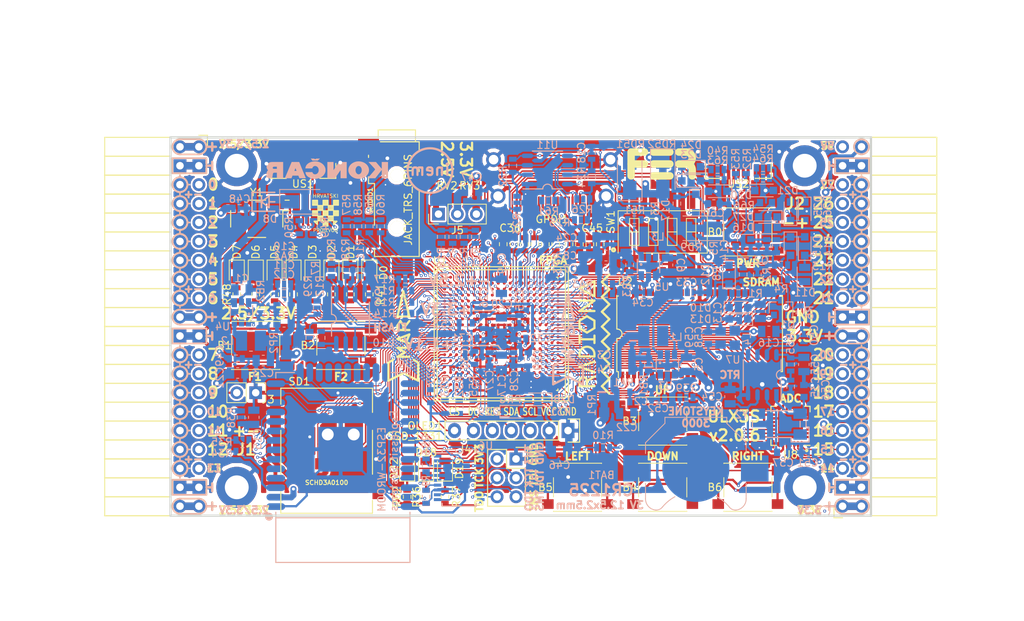
<source format=kicad_pcb>
(kicad_pcb (version 20171130) (host pcbnew 5.0.0-rc3+dfsg1-2)
  (layers (0 F.Cu signal) (1 In1.Cu signal) (2 In2.Cu signal) (31 B.Cu signal) (34 B.Paste user) (35 F.Paste user) (36 B.SilkS user) (37 F.SilkS user hide) (38 B.Mask user) (39 F.Mask user) (44 Edge.Cuts user))
  (net 0 "")
  (net 1 GND)
  (net 2 +5V)
  (net 3 /gpio/IN5V)
  (net 4 /gpio/OUT5V)
  (net 5 +3V3)
  (net 6 BTN_D)
  (net 7 BTN_F1)
  (net 8 BTN_F2)
  (net 9 BTN_L)
  (net 10 BTN_R)
  (net 11 BTN_U)
  (net 12 /power/FB1)
  (net 13 +2V5)
  (net 14 /power/PWREN)
  (net 15 /power/FB3)
  (net 16 /power/FB2)
  (net 17 /power/VBAT)
  (net 18 JTAG_TDI)
  (net 19 JTAG_TCK)
  (net 20 JTAG_TMS)
  (net 21 JTAG_TDO)
  (net 22 /power/WAKEUPn)
  (net 23 /power/WKUP)
  (net 24 /power/SHUT)
  (net 25 /power/WAKE)
  (net 26 /power/HOLD)
  (net 27 /power/WKn)
  (net 28 /power/OSCI_32k)
  (net 29 /power/OSCO_32k)
  (net 30 SHUTDOWN)
  (net 31 GPDI_SDA)
  (net 32 GPDI_SCL)
  (net 33 /gpdi/VREF2)
  (net 34 SD_CMD)
  (net 35 SD_CLK)
  (net 36 SD_D0)
  (net 37 SD_D1)
  (net 38 USB5V)
  (net 39 GPDI_CEC)
  (net 40 nRESET)
  (net 41 FTDI_nDTR)
  (net 42 SDRAM_CKE)
  (net 43 SDRAM_A7)
  (net 44 SDRAM_D15)
  (net 45 SDRAM_BA1)
  (net 46 SDRAM_D7)
  (net 47 SDRAM_A6)
  (net 48 SDRAM_CLK)
  (net 49 SDRAM_D13)
  (net 50 SDRAM_BA0)
  (net 51 SDRAM_D6)
  (net 52 SDRAM_A5)
  (net 53 SDRAM_D14)
  (net 54 SDRAM_A11)
  (net 55 SDRAM_D12)
  (net 56 SDRAM_D5)
  (net 57 SDRAM_A4)
  (net 58 SDRAM_A10)
  (net 59 SDRAM_D11)
  (net 60 SDRAM_A3)
  (net 61 SDRAM_D4)
  (net 62 SDRAM_D10)
  (net 63 SDRAM_D9)
  (net 64 SDRAM_A9)
  (net 65 SDRAM_D3)
  (net 66 SDRAM_D8)
  (net 67 SDRAM_A8)
  (net 68 SDRAM_A2)
  (net 69 SDRAM_A1)
  (net 70 SDRAM_A0)
  (net 71 SDRAM_D2)
  (net 72 SDRAM_D1)
  (net 73 SDRAM_D0)
  (net 74 SDRAM_DQM0)
  (net 75 SDRAM_nCS)
  (net 76 SDRAM_nRAS)
  (net 77 SDRAM_DQM1)
  (net 78 SDRAM_nCAS)
  (net 79 SDRAM_nWE)
  (net 80 /flash/FLASH_nWP)
  (net 81 /flash/FLASH_nHOLD)
  (net 82 /flash/FLASH_MOSI)
  (net 83 /flash/FLASH_MISO)
  (net 84 /flash/FLASH_SCK)
  (net 85 /flash/FLASH_nCS)
  (net 86 /flash/FPGA_PROGRAMN)
  (net 87 /flash/FPGA_DONE)
  (net 88 /flash/FPGA_INITN)
  (net 89 OLED_RES)
  (net 90 OLED_DC)
  (net 91 OLED_CS)
  (net 92 WIFI_EN)
  (net 93 FTDI_nRTS)
  (net 94 FTDI_TXD)
  (net 95 FTDI_RXD)
  (net 96 WIFI_RXD)
  (net 97 WIFI_GPIO0)
  (net 98 WIFI_TXD)
  (net 99 USB_FTDI_D+)
  (net 100 USB_FTDI_D-)
  (net 101 SD_D3)
  (net 102 AUDIO_L3)
  (net 103 AUDIO_L2)
  (net 104 AUDIO_L1)
  (net 105 AUDIO_L0)
  (net 106 AUDIO_R3)
  (net 107 AUDIO_R2)
  (net 108 AUDIO_R1)
  (net 109 AUDIO_R0)
  (net 110 OLED_CLK)
  (net 111 OLED_MOSI)
  (net 112 LED0)
  (net 113 LED1)
  (net 114 LED2)
  (net 115 LED3)
  (net 116 LED4)
  (net 117 LED5)
  (net 118 LED6)
  (net 119 LED7)
  (net 120 BTN_PWRn)
  (net 121 FTDI_nTXLED)
  (net 122 FTDI_nSLEEP)
  (net 123 /blinkey/LED_PWREN)
  (net 124 /blinkey/LED_TXLED)
  (net 125 /sdcard/SD3V3)
  (net 126 SD_D2)
  (net 127 CLK_25MHz)
  (net 128 /blinkey/BTNPUL)
  (net 129 /blinkey/BTNPUR)
  (net 130 USB_FPGA_D+)
  (net 131 /power/FTDI_nSUSPEND)
  (net 132 /blinkey/ALED0)
  (net 133 /blinkey/ALED1)
  (net 134 /blinkey/ALED2)
  (net 135 /blinkey/ALED3)
  (net 136 /blinkey/ALED4)
  (net 137 /blinkey/ALED5)
  (net 138 /blinkey/ALED6)
  (net 139 /blinkey/ALED7)
  (net 140 /usb/FTD-)
  (net 141 /usb/FTD+)
  (net 142 ADC_MISO)
  (net 143 ADC_MOSI)
  (net 144 ADC_CSn)
  (net 145 ADC_SCLK)
  (net 146 SW3)
  (net 147 SW2)
  (net 148 SW1)
  (net 149 USB_FPGA_D-)
  (net 150 /usb/FPD+)
  (net 151 /usb/FPD-)
  (net 152 WIFI_GPIO16)
  (net 153 /usb/ANT_433MHz)
  (net 154 PROG_DONE)
  (net 155 /power/P3V3)
  (net 156 /power/P2V5)
  (net 157 /power/L1)
  (net 158 /power/L3)
  (net 159 /power/L2)
  (net 160 FTDI_TXDEN)
  (net 161 SDRAM_A12)
  (net 162 /analog/AUDIO_V)
  (net 163 AUDIO_V3)
  (net 164 AUDIO_V2)
  (net 165 AUDIO_V1)
  (net 166 AUDIO_V0)
  (net 167 /blinkey/LED_WIFI)
  (net 168 /power/P1V1)
  (net 169 +1V1)
  (net 170 SW4)
  (net 171 /blinkey/SWPU)
  (net 172 /wifi/WIFIEN)
  (net 173 FT2V5)
  (net 174 GN0)
  (net 175 GP0)
  (net 176 GN1)
  (net 177 GP1)
  (net 178 GN2)
  (net 179 GP2)
  (net 180 GN3)
  (net 181 GP3)
  (net 182 GN4)
  (net 183 GP4)
  (net 184 GN5)
  (net 185 GP5)
  (net 186 GN6)
  (net 187 GP6)
  (net 188 GN14)
  (net 189 GP14)
  (net 190 GN15)
  (net 191 GP15)
  (net 192 GN16)
  (net 193 GP16)
  (net 194 GN17)
  (net 195 GP17)
  (net 196 GN18)
  (net 197 GP18)
  (net 198 GN19)
  (net 199 GP19)
  (net 200 GN20)
  (net 201 GP20)
  (net 202 GN21)
  (net 203 GP21)
  (net 204 GN22)
  (net 205 GP22)
  (net 206 GN23)
  (net 207 GP23)
  (net 208 GN24)
  (net 209 GP24)
  (net 210 GN25)
  (net 211 GP25)
  (net 212 GN26)
  (net 213 GP26)
  (net 214 GN27)
  (net 215 GP27)
  (net 216 GN7)
  (net 217 GP7)
  (net 218 GN8)
  (net 219 GP8)
  (net 220 GN9)
  (net 221 GP9)
  (net 222 GN10)
  (net 223 GP10)
  (net 224 GN11)
  (net 225 GP11)
  (net 226 GN12)
  (net 227 GP12)
  (net 228 GN13)
  (net 229 GP13)
  (net 230 WIFI_GPIO5)
  (net 231 WIFI_GPIO17)
  (net 232 USB_FPGA_PULL_D+)
  (net 233 USB_FPGA_PULL_D-)
  (net 234 "Net-(D23-Pad2)")
  (net 235 "Net-(D24-Pad1)")
  (net 236 "Net-(D25-Pad2)")
  (net 237 "Net-(D26-Pad1)")
  (net 238 /gpdi/GPDI_ETH+)
  (net 239 FPDI_ETH+)
  (net 240 /gpdi/GPDI_ETH-)
  (net 241 FPDI_ETH-)
  (net 242 /gpdi/GPDI_D2-)
  (net 243 FPDI_D2-)
  (net 244 /gpdi/GPDI_D1-)
  (net 245 FPDI_D1-)
  (net 246 /gpdi/GPDI_D0-)
  (net 247 FPDI_D0-)
  (net 248 /gpdi/GPDI_CLK-)
  (net 249 FPDI_CLK-)
  (net 250 /gpdi/GPDI_D2+)
  (net 251 FPDI_D2+)
  (net 252 /gpdi/GPDI_D1+)
  (net 253 FPDI_D1+)
  (net 254 /gpdi/GPDI_D0+)
  (net 255 FPDI_D0+)
  (net 256 /gpdi/GPDI_CLK+)
  (net 257 FPDI_CLK+)
  (net 258 FPDI_SDA)
  (net 259 FPDI_SCL)
  (net 260 /gpdi/FPDI_CEC)
  (net 261 2V5_3V3)
  (net 262 "Net-(AUDIO1-Pad5)")
  (net 263 "Net-(AUDIO1-Pad6)")
  (net 264 "Net-(U1-PadA15)")
  (net 265 "Net-(U1-PadC9)")
  (net 266 "Net-(U1-PadD9)")
  (net 267 "Net-(U1-PadD10)")
  (net 268 "Net-(U1-PadD11)")
  (net 269 "Net-(U1-PadD12)")
  (net 270 "Net-(U1-PadE6)")
  (net 271 "Net-(U1-PadE9)")
  (net 272 "Net-(U1-PadE10)")
  (net 273 "Net-(U1-PadE11)")
  (net 274 "Net-(U1-PadJ4)")
  (net 275 "Net-(U1-PadJ5)")
  (net 276 "Net-(U1-PadK5)")
  (net 277 "Net-(U1-PadL5)")
  (net 278 "Net-(U1-PadM5)")
  (net 279 SD_CD)
  (net 280 SD_WP)
  (net 281 "Net-(U1-PadR3)")
  (net 282 "Net-(U1-PadT16)")
  (net 283 "Net-(U1-PadW4)")
  (net 284 "Net-(U1-PadW5)")
  (net 285 "Net-(U1-PadW8)")
  (net 286 "Net-(U1-PadW9)")
  (net 287 "Net-(U1-PadW13)")
  (net 288 "Net-(U1-PadW14)")
  (net 289 "Net-(U1-PadW17)")
  (net 290 "Net-(U1-PadW18)")
  (net 291 FTDI_nRXLED)
  (net 292 "Net-(U8-Pad12)")
  (net 293 "Net-(U8-Pad25)")
  (net 294 "Net-(U9-Pad32)")
  (net 295 "Net-(U9-Pad22)")
  (net 296 "Net-(U9-Pad21)")
  (net 297 "Net-(U9-Pad20)")
  (net 298 "Net-(U9-Pad19)")
  (net 299 "Net-(U9-Pad18)")
  (net 300 "Net-(U9-Pad17)")
  (net 301 "Net-(U9-Pad12)")
  (net 302 "Net-(U9-Pad5)")
  (net 303 "Net-(U9-Pad4)")
  (net 304 "Net-(US1-Pad4)")
  (net 305 "Net-(Y2-Pad3)")
  (net 306 "Net-(Y2-Pad2)")
  (net 307 "Net-(U1-PadK16)")
  (net 308 "Net-(U1-PadK17)")
  (net 309 /usb/US2VBUS)
  (net 310 /power/SHD)
  (net 311 /power/RTCVDD)
  (net 312 "Net-(D27-Pad2)")
  (net 313 US2_ID)
  (net 314 /analog/AUDIO_L)
  (net 315 /analog/AUDIO_R)
  (net 316 /analog/ADC3V3)
  (net 317 PWRBTn)
  (net 318 USER_PROGRAMN)
  (module lfe5bg381:BGA-381_pitch0.8mm_dia0.4mm (layer F.Cu) (at 138.48 87.8)
    (fp_text reference U1 (at -8.2 -9.8) (layer F.SilkS))
    (fp_text value LFE5U-85F-6BG381C)
    (pad Y19 smd circle (at 6.8 7.6) (size 0.4 0.35) (layers F.Cu F.Paste F.Mask) (net 1 GND))
    (pad Y17 smd circle (at 5.2 7.6) (size 0.4 0.35) (layers F.Cu F.Paste F.Mask) (net 1 GND))
    (pad Y16 smd circle (at 4.4 7.6) (size 0.4 0.35) (layers F.Cu F.Paste F.Mask) (net 1 GND))
    (pad Y15 smd circle (at 3.6 7.6) (size 0.4 0.35) (layers F.Cu F.Paste F.Mask) (net 1 GND))
    (pad Y14 smd circle (at 2.8 7.6) (size 0.4 0.35) (layers F.Cu F.Paste F.Mask) (net 1 GND))
    (pad Y12 smd circle (at 1.2 7.6) (size 0.4 0.35) (layers F.Cu F.Paste F.Mask) (net 1 GND))
    (pad Y11 smd circle (at 0.4 7.6) (size 0.4 0.35) (layers F.Cu F.Paste F.Mask) (net 1 GND))
    (pad Y8 smd circle (at -2 7.6) (size 0.4 0.35) (layers F.Cu F.Paste F.Mask) (net 1 GND))
    (pad Y7 smd circle (at -2.8 7.6) (size 0.4 0.35) (layers F.Cu F.Paste F.Mask) (net 1 GND))
    (pad Y6 smd circle (at -3.6 7.6) (size 0.4 0.35) (layers F.Cu F.Paste F.Mask) (net 1 GND))
    (pad Y5 smd circle (at -4.4 7.6) (size 0.4 0.35) (layers F.Cu F.Paste F.Mask) (net 1 GND))
    (pad Y3 smd circle (at -6 7.6) (size 0.4 0.35) (layers F.Cu F.Paste F.Mask) (net 87 /flash/FPGA_DONE))
    (pad Y2 smd circle (at -6.8 7.6) (size 0.4 0.35) (layers F.Cu F.Paste F.Mask) (net 80 /flash/FLASH_nWP))
    (pad W20 smd circle (at 7.6 6.8) (size 0.4 0.35) (layers F.Cu F.Paste F.Mask) (net 1 GND))
    (pad W19 smd circle (at 6.8 6.8) (size 0.4 0.35) (layers F.Cu F.Paste F.Mask) (net 1 GND))
    (pad W18 smd circle (at 6 6.8) (size 0.4 0.35) (layers F.Cu F.Paste F.Mask) (net 290 "Net-(U1-PadW18)"))
    (pad W17 smd circle (at 5.2 6.8) (size 0.4 0.35) (layers F.Cu F.Paste F.Mask) (net 289 "Net-(U1-PadW17)"))
    (pad W16 smd circle (at 4.4 6.8) (size 0.4 0.35) (layers F.Cu F.Paste F.Mask) (net 1 GND))
    (pad W15 smd circle (at 3.6 6.8) (size 0.4 0.35) (layers F.Cu F.Paste F.Mask) (net 1 GND))
    (pad W14 smd circle (at 2.8 6.8) (size 0.4 0.35) (layers F.Cu F.Paste F.Mask) (net 288 "Net-(U1-PadW14)"))
    (pad W13 smd circle (at 2 6.8) (size 0.4 0.35) (layers F.Cu F.Paste F.Mask) (net 287 "Net-(U1-PadW13)"))
    (pad W12 smd circle (at 1.2 6.8) (size 0.4 0.35) (layers F.Cu F.Paste F.Mask) (net 1 GND))
    (pad W11 smd circle (at 0.4 6.8) (size 0.4 0.35) (layers F.Cu F.Paste F.Mask))
    (pad W10 smd circle (at -0.4 6.8) (size 0.4 0.35) (layers F.Cu F.Paste F.Mask))
    (pad W9 smd circle (at -1.2 6.8) (size 0.4 0.35) (layers F.Cu F.Paste F.Mask) (net 286 "Net-(U1-PadW9)"))
    (pad W8 smd circle (at -2 6.8) (size 0.4 0.35) (layers F.Cu F.Paste F.Mask) (net 285 "Net-(U1-PadW8)"))
    (pad W7 smd circle (at -2.8 6.8) (size 0.4 0.35) (layers F.Cu F.Paste F.Mask) (net 1 GND))
    (pad W6 smd circle (at -3.6 6.8) (size 0.4 0.35) (layers F.Cu F.Paste F.Mask) (net 1 GND))
    (pad W5 smd circle (at -4.4 6.8) (size 0.4 0.35) (layers F.Cu F.Paste F.Mask) (net 284 "Net-(U1-PadW5)"))
    (pad W4 smd circle (at -5.2 6.8) (size 0.4 0.35) (layers F.Cu F.Paste F.Mask) (net 283 "Net-(U1-PadW4)"))
    (pad W3 smd circle (at -6 6.8) (size 0.4 0.35) (layers F.Cu F.Paste F.Mask) (net 86 /flash/FPGA_PROGRAMN))
    (pad W2 smd circle (at -6.8 6.8) (size 0.4 0.35) (layers F.Cu F.Paste F.Mask) (net 82 /flash/FLASH_MOSI))
    (pad W1 smd circle (at -7.6 6.8) (size 0.4 0.35) (layers F.Cu F.Paste F.Mask) (net 81 /flash/FLASH_nHOLD))
    (pad V20 smd circle (at 7.6 6) (size 0.4 0.35) (layers F.Cu F.Paste F.Mask) (net 1 GND))
    (pad V19 smd circle (at 6.8 6) (size 0.4 0.35) (layers F.Cu F.Paste F.Mask) (net 1 GND))
    (pad V18 smd circle (at 6 6) (size 0.4 0.35) (layers F.Cu F.Paste F.Mask) (net 1 GND))
    (pad V17 smd circle (at 5.2 6) (size 0.4 0.35) (layers F.Cu F.Paste F.Mask) (net 1 GND))
    (pad V16 smd circle (at 4.4 6) (size 0.4 0.35) (layers F.Cu F.Paste F.Mask) (net 1 GND))
    (pad V15 smd circle (at 3.6 6) (size 0.4 0.35) (layers F.Cu F.Paste F.Mask) (net 1 GND))
    (pad V14 smd circle (at 2.8 6) (size 0.4 0.35) (layers F.Cu F.Paste F.Mask) (net 1 GND))
    (pad V13 smd circle (at 2 6) (size 0.4 0.35) (layers F.Cu F.Paste F.Mask) (net 1 GND))
    (pad V12 smd circle (at 1.2 6) (size 0.4 0.35) (layers F.Cu F.Paste F.Mask) (net 1 GND))
    (pad V11 smd circle (at 0.4 6) (size 0.4 0.35) (layers F.Cu F.Paste F.Mask) (net 1 GND))
    (pad V10 smd circle (at -0.4 6) (size 0.4 0.35) (layers F.Cu F.Paste F.Mask) (net 1 GND))
    (pad V9 smd circle (at -1.2 6) (size 0.4 0.35) (layers F.Cu F.Paste F.Mask) (net 1 GND))
    (pad V8 smd circle (at -2 6) (size 0.4 0.35) (layers F.Cu F.Paste F.Mask) (net 1 GND))
    (pad V7 smd circle (at -2.8 6) (size 0.4 0.35) (layers F.Cu F.Paste F.Mask) (net 1 GND))
    (pad V6 smd circle (at -3.6 6) (size 0.4 0.35) (layers F.Cu F.Paste F.Mask) (net 1 GND))
    (pad V5 smd circle (at -4.4 6) (size 0.4 0.35) (layers F.Cu F.Paste F.Mask) (net 1 GND))
    (pad V4 smd circle (at -5.2 6) (size 0.4 0.35) (layers F.Cu F.Paste F.Mask) (net 21 JTAG_TDO))
    (pad V3 smd circle (at -6 6) (size 0.4 0.35) (layers F.Cu F.Paste F.Mask) (net 88 /flash/FPGA_INITN))
    (pad V2 smd circle (at -6.8 6) (size 0.4 0.35) (layers F.Cu F.Paste F.Mask) (net 83 /flash/FLASH_MISO))
    (pad V1 smd circle (at -7.6 6) (size 0.4 0.35) (layers F.Cu F.Paste F.Mask) (net 6 BTN_D))
    (pad U20 smd circle (at 7.6 5.2) (size 0.4 0.35) (layers F.Cu F.Paste F.Mask) (net 46 SDRAM_D7))
    (pad U19 smd circle (at 6.8 5.2) (size 0.4 0.35) (layers F.Cu F.Paste F.Mask) (net 74 SDRAM_DQM0))
    (pad U18 smd circle (at 6 5.2) (size 0.4 0.35) (layers F.Cu F.Paste F.Mask) (net 189 GP14))
    (pad U17 smd circle (at 5.2 5.2) (size 0.4 0.35) (layers F.Cu F.Paste F.Mask) (net 188 GN14))
    (pad U16 smd circle (at 4.4 5.2) (size 0.4 0.35) (layers F.Cu F.Paste F.Mask) (net 142 ADC_MISO))
    (pad U15 smd circle (at 3.6 5.2) (size 0.4 0.35) (layers F.Cu F.Paste F.Mask) (net 1 GND))
    (pad U14 smd circle (at 2.8 5.2) (size 0.4 0.35) (layers F.Cu F.Paste F.Mask) (net 1 GND))
    (pad U13 smd circle (at 2 5.2) (size 0.4 0.35) (layers F.Cu F.Paste F.Mask) (net 1 GND))
    (pad U12 smd circle (at 1.2 5.2) (size 0.4 0.35) (layers F.Cu F.Paste F.Mask) (net 1 GND))
    (pad U11 smd circle (at 0.4 5.2) (size 0.4 0.35) (layers F.Cu F.Paste F.Mask) (net 1 GND))
    (pad U10 smd circle (at -0.4 5.2) (size 0.4 0.35) (layers F.Cu F.Paste F.Mask) (net 1 GND))
    (pad U9 smd circle (at -1.2 5.2) (size 0.4 0.35) (layers F.Cu F.Paste F.Mask) (net 1 GND))
    (pad U8 smd circle (at -2 5.2) (size 0.4 0.35) (layers F.Cu F.Paste F.Mask) (net 1 GND))
    (pad U7 smd circle (at -2.8 5.2) (size 0.4 0.35) (layers F.Cu F.Paste F.Mask) (net 1 GND))
    (pad U6 smd circle (at -3.6 5.2) (size 0.4 0.35) (layers F.Cu F.Paste F.Mask) (net 1 GND))
    (pad U5 smd circle (at -4.4 5.2) (size 0.4 0.35) (layers F.Cu F.Paste F.Mask) (net 20 JTAG_TMS))
    (pad U4 smd circle (at -5.2 5.2) (size 0.4 0.35) (layers F.Cu F.Paste F.Mask) (net 1 GND))
    (pad U3 smd circle (at -6 5.2) (size 0.4 0.35) (layers F.Cu F.Paste F.Mask) (net 84 /flash/FLASH_SCK))
    (pad U2 smd circle (at -6.8 5.2) (size 0.4 0.35) (layers F.Cu F.Paste F.Mask) (net 5 +3V3))
    (pad U1 smd circle (at -7.6 5.2) (size 0.4 0.35) (layers F.Cu F.Paste F.Mask) (net 9 BTN_L))
    (pad T20 smd circle (at 7.6 4.4) (size 0.4 0.35) (layers F.Cu F.Paste F.Mask) (net 79 SDRAM_nWE))
    (pad T19 smd circle (at 6.8 4.4) (size 0.4 0.35) (layers F.Cu F.Paste F.Mask) (net 78 SDRAM_nCAS))
    (pad T18 smd circle (at 6 4.4) (size 0.4 0.35) (layers F.Cu F.Paste F.Mask) (net 56 SDRAM_D5))
    (pad T17 smd circle (at 5.2 4.4) (size 0.4 0.35) (layers F.Cu F.Paste F.Mask) (net 51 SDRAM_D6))
    (pad T16 smd circle (at 4.4 4.4) (size 0.4 0.35) (layers F.Cu F.Paste F.Mask) (net 282 "Net-(U1-PadT16)"))
    (pad T15 smd circle (at 3.6 4.4) (size 0.4 0.35) (layers F.Cu F.Paste F.Mask) (net 1 GND))
    (pad T14 smd circle (at 2.8 4.4) (size 0.4 0.35) (layers F.Cu F.Paste F.Mask) (net 1 GND))
    (pad T13 smd circle (at 2 4.4) (size 0.4 0.35) (layers F.Cu F.Paste F.Mask) (net 1 GND))
    (pad T12 smd circle (at 1.2 4.4) (size 0.4 0.35) (layers F.Cu F.Paste F.Mask) (net 1 GND))
    (pad T11 smd circle (at 0.4 4.4) (size 0.4 0.35) (layers F.Cu F.Paste F.Mask) (net 1 GND))
    (pad T10 smd circle (at -0.4 4.4) (size 0.4 0.35) (layers F.Cu F.Paste F.Mask) (net 1 GND))
    (pad T9 smd circle (at -1.2 4.4) (size 0.4 0.35) (layers F.Cu F.Paste F.Mask) (net 1 GND))
    (pad T8 smd circle (at -2 4.4) (size 0.4 0.35) (layers F.Cu F.Paste F.Mask) (net 1 GND))
    (pad T7 smd circle (at -2.8 4.4) (size 0.4 0.35) (layers F.Cu F.Paste F.Mask) (net 1 GND))
    (pad T6 smd circle (at -3.6 4.4) (size 0.4 0.35) (layers F.Cu F.Paste F.Mask) (net 1 GND))
    (pad T5 smd circle (at -4.4 4.4) (size 0.4 0.35) (layers F.Cu F.Paste F.Mask) (net 19 JTAG_TCK))
    (pad T4 smd circle (at -5.2 4.4) (size 0.4 0.35) (layers F.Cu F.Paste F.Mask) (net 5 +3V3))
    (pad T3 smd circle (at -6 4.4) (size 0.4 0.35) (layers F.Cu F.Paste F.Mask) (net 5 +3V3))
    (pad T2 smd circle (at -6.8 4.4) (size 0.4 0.35) (layers F.Cu F.Paste F.Mask) (net 5 +3V3))
    (pad T1 smd circle (at -7.6 4.4) (size 0.4 0.35) (layers F.Cu F.Paste F.Mask) (net 8 BTN_F2))
    (pad R20 smd circle (at 7.6 3.6) (size 0.4 0.35) (layers F.Cu F.Paste F.Mask) (net 76 SDRAM_nRAS))
    (pad R19 smd circle (at 6.8 3.6) (size 0.4 0.35) (layers F.Cu F.Paste F.Mask) (net 1 GND))
    (pad R18 smd circle (at 6 3.6) (size 0.4 0.35) (layers F.Cu F.Paste F.Mask) (net 11 BTN_U))
    (pad R17 smd circle (at 5.2 3.6) (size 0.4 0.35) (layers F.Cu F.Paste F.Mask) (net 144 ADC_CSn))
    (pad R16 smd circle (at 4.4 3.6) (size 0.4 0.35) (layers F.Cu F.Paste F.Mask) (net 143 ADC_MOSI))
    (pad R5 smd circle (at -4.4 3.6) (size 0.4 0.35) (layers F.Cu F.Paste F.Mask) (net 18 JTAG_TDI))
    (pad R4 smd circle (at -5.2 3.6) (size 0.4 0.35) (layers F.Cu F.Paste F.Mask) (net 1 GND))
    (pad R3 smd circle (at -6 3.6) (size 0.4 0.35) (layers F.Cu F.Paste F.Mask) (net 281 "Net-(U1-PadR3)"))
    (pad R2 smd circle (at -6.8 3.6) (size 0.4 0.35) (layers F.Cu F.Paste F.Mask) (net 85 /flash/FLASH_nCS))
    (pad R1 smd circle (at -7.6 3.6) (size 0.4 0.35) (layers F.Cu F.Paste F.Mask) (net 7 BTN_F1))
    (pad P20 smd circle (at 7.6 2.8) (size 0.4 0.35) (layers F.Cu F.Paste F.Mask) (net 75 SDRAM_nCS))
    (pad P19 smd circle (at 6.8 2.8) (size 0.4 0.35) (layers F.Cu F.Paste F.Mask) (net 50 SDRAM_BA0))
    (pad P18 smd circle (at 6 2.8) (size 0.4 0.35) (layers F.Cu F.Paste F.Mask) (net 61 SDRAM_D4))
    (pad P17 smd circle (at 5.2 2.8) (size 0.4 0.35) (layers F.Cu F.Paste F.Mask) (net 145 ADC_SCLK))
    (pad P16 smd circle (at 4.4 2.8) (size 0.4 0.35) (layers F.Cu F.Paste F.Mask) (net 190 GN15))
    (pad P15 smd circle (at 3.6 2.8) (size 0.4 0.35) (layers F.Cu F.Paste F.Mask) (net 13 +2V5))
    (pad P14 smd circle (at 2.8 2.8) (size 0.4 0.35) (layers F.Cu F.Paste F.Mask) (net 1 GND))
    (pad P13 smd circle (at 2 2.8) (size 0.4 0.35) (layers F.Cu F.Paste F.Mask) (net 1 GND))
    (pad P12 smd circle (at 1.2 2.8) (size 0.4 0.35) (layers F.Cu F.Paste F.Mask) (net 1 GND))
    (pad P11 smd circle (at 0.4 2.8) (size 0.4 0.35) (layers F.Cu F.Paste F.Mask) (net 1 GND))
    (pad P10 smd circle (at -0.4 2.8) (size 0.4 0.35) (layers F.Cu F.Paste F.Mask) (net 5 +3V3))
    (pad P9 smd circle (at -1.2 2.8) (size 0.4 0.35) (layers F.Cu F.Paste F.Mask) (net 5 +3V3))
    (pad P8 smd circle (at -2 2.8) (size 0.4 0.35) (layers F.Cu F.Paste F.Mask) (net 1 GND))
    (pad P7 smd circle (at -2.8 2.8) (size 0.4 0.35) (layers F.Cu F.Paste F.Mask) (net 1 GND))
    (pad P6 smd circle (at -3.6 2.8) (size 0.4 0.35) (layers F.Cu F.Paste F.Mask) (net 13 +2V5))
    (pad P5 smd circle (at -4.4 2.8) (size 0.4 0.35) (layers F.Cu F.Paste F.Mask) (net 280 SD_WP))
    (pad P4 smd circle (at -5.2 2.8) (size 0.4 0.35) (layers F.Cu F.Paste F.Mask) (net 110 OLED_CLK))
    (pad P3 smd circle (at -6 2.8) (size 0.4 0.35) (layers F.Cu F.Paste F.Mask) (net 111 OLED_MOSI))
    (pad P2 smd circle (at -6.8 2.8) (size 0.4 0.35) (layers F.Cu F.Paste F.Mask) (net 89 OLED_RES))
    (pad P1 smd circle (at -7.6 2.8) (size 0.4 0.35) (layers F.Cu F.Paste F.Mask) (net 90 OLED_DC))
    (pad N20 smd circle (at 7.6 2) (size 0.4 0.35) (layers F.Cu F.Paste F.Mask) (net 45 SDRAM_BA1))
    (pad N19 smd circle (at 6.8 2) (size 0.4 0.35) (layers F.Cu F.Paste F.Mask) (net 58 SDRAM_A10))
    (pad N18 smd circle (at 6 2) (size 0.4 0.35) (layers F.Cu F.Paste F.Mask) (net 65 SDRAM_D3))
    (pad N17 smd circle (at 5.2 2) (size 0.4 0.35) (layers F.Cu F.Paste F.Mask) (net 191 GP15))
    (pad N16 smd circle (at 4.4 2) (size 0.4 0.35) (layers F.Cu F.Paste F.Mask) (net 193 GP16))
    (pad N15 smd circle (at 3.6 2) (size 0.4 0.35) (layers F.Cu F.Paste F.Mask) (net 1 GND))
    (pad N14 smd circle (at 2.8 2) (size 0.4 0.35) (layers F.Cu F.Paste F.Mask) (net 1 GND))
    (pad N13 smd circle (at 2 2) (size 0.4 0.35) (layers F.Cu F.Paste F.Mask) (net 169 +1V1))
    (pad N12 smd circle (at 1.2 2) (size 0.4 0.35) (layers F.Cu F.Paste F.Mask) (net 169 +1V1))
    (pad N11 smd circle (at 0.4 2) (size 0.4 0.35) (layers F.Cu F.Paste F.Mask) (net 169 +1V1))
    (pad N10 smd circle (at -0.4 2) (size 0.4 0.35) (layers F.Cu F.Paste F.Mask) (net 169 +1V1))
    (pad N9 smd circle (at -1.2 2) (size 0.4 0.35) (layers F.Cu F.Paste F.Mask) (net 169 +1V1))
    (pad N8 smd circle (at -2 2) (size 0.4 0.35) (layers F.Cu F.Paste F.Mask) (net 169 +1V1))
    (pad N7 smd circle (at -2.8 2) (size 0.4 0.35) (layers F.Cu F.Paste F.Mask) (net 1 GND))
    (pad N6 smd circle (at -3.6 2) (size 0.4 0.35) (layers F.Cu F.Paste F.Mask) (net 1 GND))
    (pad N5 smd circle (at -4.4 2) (size 0.4 0.35) (layers F.Cu F.Paste F.Mask) (net 279 SD_CD))
    (pad N4 smd circle (at -5.2 2) (size 0.4 0.35) (layers F.Cu F.Paste F.Mask) (net 230 WIFI_GPIO5))
    (pad N3 smd circle (at -6 2) (size 0.4 0.35) (layers F.Cu F.Paste F.Mask) (net 231 WIFI_GPIO17))
    (pad N2 smd circle (at -6.8 2) (size 0.4 0.35) (layers F.Cu F.Paste F.Mask) (net 91 OLED_CS))
    (pad N1 smd circle (at -7.6 2) (size 0.4 0.35) (layers F.Cu F.Paste F.Mask) (net 41 FTDI_nDTR))
    (pad M20 smd circle (at 7.6 1.2) (size 0.4 0.35) (layers F.Cu F.Paste F.Mask) (net 70 SDRAM_A0))
    (pad M19 smd circle (at 6.8 1.2) (size 0.4 0.35) (layers F.Cu F.Paste F.Mask) (net 69 SDRAM_A1))
    (pad M18 smd circle (at 6 1.2) (size 0.4 0.35) (layers F.Cu F.Paste F.Mask) (net 71 SDRAM_D2))
    (pad M17 smd circle (at 5.2 1.2) (size 0.4 0.35) (layers F.Cu F.Paste F.Mask) (net 192 GN16))
    (pad M16 smd circle (at 4.4 1.2) (size 0.4 0.35) (layers F.Cu F.Paste F.Mask) (net 1 GND))
    (pad M15 smd circle (at 3.6 1.2) (size 0.4 0.35) (layers F.Cu F.Paste F.Mask) (net 5 +3V3))
    (pad M14 smd circle (at 2.8 1.2) (size 0.4 0.35) (layers F.Cu F.Paste F.Mask) (net 1 GND))
    (pad M13 smd circle (at 2 1.2) (size 0.4 0.35) (layers F.Cu F.Paste F.Mask) (net 169 +1V1))
    (pad M12 smd circle (at 1.2 1.2) (size 0.4 0.35) (layers F.Cu F.Paste F.Mask) (net 1 GND))
    (pad M11 smd circle (at 0.4 1.2) (size 0.4 0.35) (layers F.Cu F.Paste F.Mask) (net 1 GND))
    (pad M10 smd circle (at -0.4 1.2) (size 0.4 0.35) (layers F.Cu F.Paste F.Mask) (net 1 GND))
    (pad M9 smd circle (at -1.2 1.2) (size 0.4 0.35) (layers F.Cu F.Paste F.Mask) (net 1 GND))
    (pad M8 smd circle (at -2 1.2) (size 0.4 0.35) (layers F.Cu F.Paste F.Mask) (net 169 +1V1))
    (pad M7 smd circle (at -2.8 1.2) (size 0.4 0.35) (layers F.Cu F.Paste F.Mask) (net 1 GND))
    (pad M6 smd circle (at -3.6 1.2) (size 0.4 0.35) (layers F.Cu F.Paste F.Mask) (net 5 +3V3))
    (pad M5 smd circle (at -4.4 1.2) (size 0.4 0.35) (layers F.Cu F.Paste F.Mask) (net 278 "Net-(U1-PadM5)"))
    (pad M4 smd circle (at -5.2 1.2) (size 0.4 0.35) (layers F.Cu F.Paste F.Mask) (net 318 USER_PROGRAMN))
    (pad M3 smd circle (at -6 1.2) (size 0.4 0.35) (layers F.Cu F.Paste F.Mask) (net 93 FTDI_nRTS))
    (pad M2 smd circle (at -6.8 1.2) (size 0.4 0.35) (layers F.Cu F.Paste F.Mask) (net 1 GND))
    (pad M1 smd circle (at -7.6 1.2) (size 0.4 0.35) (layers F.Cu F.Paste F.Mask) (net 94 FTDI_TXD))
    (pad L20 smd circle (at 7.6 0.4) (size 0.4 0.35) (layers F.Cu F.Paste F.Mask) (net 68 SDRAM_A2))
    (pad L19 smd circle (at 6.8 0.4) (size 0.4 0.35) (layers F.Cu F.Paste F.Mask) (net 60 SDRAM_A3))
    (pad L18 smd circle (at 6 0.4) (size 0.4 0.35) (layers F.Cu F.Paste F.Mask) (net 72 SDRAM_D1))
    (pad L17 smd circle (at 5.2 0.4) (size 0.4 0.35) (layers F.Cu F.Paste F.Mask) (net 194 GN17))
    (pad L16 smd circle (at 4.4 0.4) (size 0.4 0.35) (layers F.Cu F.Paste F.Mask) (net 195 GP17))
    (pad L15 smd circle (at 3.6 0.4) (size 0.4 0.35) (layers F.Cu F.Paste F.Mask) (net 5 +3V3))
    (pad L14 smd circle (at 2.8 0.4) (size 0.4 0.35) (layers F.Cu F.Paste F.Mask) (net 5 +3V3))
    (pad L13 smd circle (at 2 0.4) (size 0.4 0.35) (layers F.Cu F.Paste F.Mask) (net 169 +1V1))
    (pad L12 smd circle (at 1.2 0.4) (size 0.4 0.35) (layers F.Cu F.Paste F.Mask) (net 1 GND))
    (pad L11 smd circle (at 0.4 0.4) (size 0.4 0.35) (layers F.Cu F.Paste F.Mask) (net 1 GND))
    (pad L10 smd circle (at -0.4 0.4) (size 0.4 0.35) (layers F.Cu F.Paste F.Mask) (net 1 GND))
    (pad L9 smd circle (at -1.2 0.4) (size 0.4 0.35) (layers F.Cu F.Paste F.Mask) (net 1 GND))
    (pad L8 smd circle (at -2 0.4) (size 0.4 0.35) (layers F.Cu F.Paste F.Mask) (net 169 +1V1))
    (pad L7 smd circle (at -2.8 0.4) (size 0.4 0.35) (layers F.Cu F.Paste F.Mask) (net 5 +3V3))
    (pad L6 smd circle (at -3.6 0.4) (size 0.4 0.35) (layers F.Cu F.Paste F.Mask) (net 5 +3V3))
    (pad L5 smd circle (at -4.4 0.4) (size 0.4 0.35) (layers F.Cu F.Paste F.Mask) (net 277 "Net-(U1-PadL5)"))
    (pad L4 smd circle (at -5.2 0.4) (size 0.4 0.35) (layers F.Cu F.Paste F.Mask) (net 95 FTDI_RXD))
    (pad L3 smd circle (at -6 0.4) (size 0.4 0.35) (layers F.Cu F.Paste F.Mask) (net 160 FTDI_TXDEN))
    (pad L2 smd circle (at -6.8 0.4) (size 0.4 0.35) (layers F.Cu F.Paste F.Mask) (net 97 WIFI_GPIO0))
    (pad L1 smd circle (at -7.6 0.4) (size 0.4 0.35) (layers F.Cu F.Paste F.Mask) (net 152 WIFI_GPIO16))
    (pad K20 smd circle (at 7.6 -0.4) (size 0.4 0.35) (layers F.Cu F.Paste F.Mask) (net 57 SDRAM_A4))
    (pad K19 smd circle (at 6.8 -0.4) (size 0.4 0.35) (layers F.Cu F.Paste F.Mask) (net 52 SDRAM_A5))
    (pad K18 smd circle (at 6 -0.4) (size 0.4 0.35) (layers F.Cu F.Paste F.Mask) (net 47 SDRAM_A6))
    (pad K17 smd circle (at 5.2 -0.4) (size 0.4 0.35) (layers F.Cu F.Paste F.Mask) (net 308 "Net-(U1-PadK17)"))
    (pad K16 smd circle (at 4.4 -0.4) (size 0.4 0.35) (layers F.Cu F.Paste F.Mask) (net 307 "Net-(U1-PadK16)"))
    (pad K15 smd circle (at 3.6 -0.4) (size 0.4 0.35) (layers F.Cu F.Paste F.Mask) (net 1 GND))
    (pad K14 smd circle (at 2.8 -0.4) (size 0.4 0.35) (layers F.Cu F.Paste F.Mask) (net 1 GND))
    (pad K13 smd circle (at 2 -0.4) (size 0.4 0.35) (layers F.Cu F.Paste F.Mask) (net 169 +1V1))
    (pad K12 smd circle (at 1.2 -0.4) (size 0.4 0.35) (layers F.Cu F.Paste F.Mask) (net 1 GND))
    (pad K11 smd circle (at 0.4 -0.4) (size 0.4 0.35) (layers F.Cu F.Paste F.Mask) (net 1 GND))
    (pad K10 smd circle (at -0.4 -0.4) (size 0.4 0.35) (layers F.Cu F.Paste F.Mask) (net 1 GND))
    (pad K9 smd circle (at -1.2 -0.4) (size 0.4 0.35) (layers F.Cu F.Paste F.Mask) (net 1 GND))
    (pad K8 smd circle (at -2 -0.4) (size 0.4 0.35) (layers F.Cu F.Paste F.Mask) (net 169 +1V1))
    (pad K7 smd circle (at -2.8 -0.4) (size 0.4 0.35) (layers F.Cu F.Paste F.Mask) (net 1 GND))
    (pad K6 smd circle (at -3.6 -0.4) (size 0.4 0.35) (layers F.Cu F.Paste F.Mask) (net 1 GND))
    (pad K5 smd circle (at -4.4 -0.4) (size 0.4 0.35) (layers F.Cu F.Paste F.Mask) (net 276 "Net-(U1-PadK5)"))
    (pad K4 smd circle (at -5.2 -0.4) (size 0.4 0.35) (layers F.Cu F.Paste F.Mask) (net 98 WIFI_TXD))
    (pad K3 smd circle (at -6 -0.4) (size 0.4 0.35) (layers F.Cu F.Paste F.Mask) (net 96 WIFI_RXD))
    (pad K2 smd circle (at -6.8 -0.4) (size 0.4 0.35) (layers F.Cu F.Paste F.Mask) (net 101 SD_D3))
    (pad K1 smd circle (at -7.6 -0.4) (size 0.4 0.35) (layers F.Cu F.Paste F.Mask) (net 126 SD_D2))
    (pad J20 smd circle (at 7.6 -1.2) (size 0.4 0.35) (layers F.Cu F.Paste F.Mask) (net 43 SDRAM_A7))
    (pad J19 smd circle (at 6.8 -1.2) (size 0.4 0.35) (layers F.Cu F.Paste F.Mask) (net 67 SDRAM_A8))
    (pad J18 smd circle (at 6 -1.2) (size 0.4 0.35) (layers F.Cu F.Paste F.Mask) (net 53 SDRAM_D14))
    (pad J17 smd circle (at 5.2 -1.2) (size 0.4 0.35) (layers F.Cu F.Paste F.Mask) (net 44 SDRAM_D15))
    (pad J16 smd circle (at 4.4 -1.2) (size 0.4 0.35) (layers F.Cu F.Paste F.Mask) (net 73 SDRAM_D0))
    (pad J15 smd circle (at 3.6 -1.2) (size 0.4 0.35) (layers F.Cu F.Paste F.Mask) (net 5 +3V3))
    (pad J14 smd circle (at 2.8 -1.2) (size 0.4 0.35) (layers F.Cu F.Paste F.Mask) (net 1 GND))
    (pad J13 smd circle (at 2 -1.2) (size 0.4 0.35) (layers F.Cu F.Paste F.Mask) (net 169 +1V1))
    (pad J12 smd circle (at 1.2 -1.2) (size 0.4 0.35) (layers F.Cu F.Paste F.Mask) (net 1 GND))
    (pad J11 smd circle (at 0.4 -1.2) (size 0.4 0.35) (layers F.Cu F.Paste F.Mask) (net 1 GND))
    (pad J10 smd circle (at -0.4 -1.2) (size 0.4 0.35) (layers F.Cu F.Paste F.Mask) (net 1 GND))
    (pad J9 smd circle (at -1.2 -1.2) (size 0.4 0.35) (layers F.Cu F.Paste F.Mask) (net 1 GND))
    (pad J8 smd circle (at -2 -1.2) (size 0.4 0.35) (layers F.Cu F.Paste F.Mask) (net 169 +1V1))
    (pad J7 smd circle (at -2.8 -1.2) (size 0.4 0.35) (layers F.Cu F.Paste F.Mask) (net 1 GND))
    (pad J6 smd circle (at -3.6 -1.2) (size 0.4 0.35) (layers F.Cu F.Paste F.Mask) (net 261 2V5_3V3))
    (pad J5 smd circle (at -4.4 -1.2) (size 0.4 0.35) (layers F.Cu F.Paste F.Mask) (net 275 "Net-(U1-PadJ5)"))
    (pad J4 smd circle (at -5.2 -1.2) (size 0.4 0.35) (layers F.Cu F.Paste F.Mask) (net 274 "Net-(U1-PadJ4)"))
    (pad J3 smd circle (at -6 -1.2) (size 0.4 0.35) (layers F.Cu F.Paste F.Mask) (net 36 SD_D0))
    (pad J2 smd circle (at -6.8 -1.2) (size 0.4 0.35) (layers F.Cu F.Paste F.Mask) (net 1 GND))
    (pad J1 smd circle (at -7.6 -1.2) (size 0.4 0.35) (layers F.Cu F.Paste F.Mask) (net 34 SD_CMD))
    (pad H20 smd circle (at 7.6 -2) (size 0.4 0.35) (layers F.Cu F.Paste F.Mask) (net 64 SDRAM_A9))
    (pad H19 smd circle (at 6.8 -2) (size 0.4 0.35) (layers F.Cu F.Paste F.Mask) (net 1 GND))
    (pad H18 smd circle (at 6 -2) (size 0.4 0.35) (layers F.Cu F.Paste F.Mask) (net 197 GP18))
    (pad H17 smd circle (at 5.2 -2) (size 0.4 0.35) (layers F.Cu F.Paste F.Mask) (net 196 GN18))
    (pad H16 smd circle (at 4.4 -2) (size 0.4 0.35) (layers F.Cu F.Paste F.Mask) (net 10 BTN_R))
    (pad H15 smd circle (at 3.6 -2) (size 0.4 0.35) (layers F.Cu F.Paste F.Mask) (net 5 +3V3))
    (pad H14 smd circle (at 2.8 -2) (size 0.4 0.35) (layers F.Cu F.Paste F.Mask) (net 5 +3V3))
    (pad H13 smd circle (at 2 -2) (size 0.4 0.35) (layers F.Cu F.Paste F.Mask) (net 169 +1V1))
    (pad H12 smd circle (at 1.2 -2) (size 0.4 0.35) (layers F.Cu F.Paste F.Mask) (net 169 +1V1))
    (pad H11 smd circle (at 0.4 -2) (size 0.4 0.35) (layers F.Cu F.Paste F.Mask) (net 169 +1V1))
    (pad H10 smd circle (at -0.4 -2) (size 0.4 0.35) (layers F.Cu F.Paste F.Mask) (net 169 +1V1))
    (pad H9 smd circle (at -1.2 -2) (size 0.4 0.35) (layers F.Cu F.Paste F.Mask) (net 169 +1V1))
    (pad H8 smd circle (at -2 -2) (size 0.4 0.35) (layers F.Cu F.Paste F.Mask) (net 169 +1V1))
    (pad H7 smd circle (at -2.8 -2) (size 0.4 0.35) (layers F.Cu F.Paste F.Mask) (net 261 2V5_3V3))
    (pad H6 smd circle (at -3.6 -2) (size 0.4 0.35) (layers F.Cu F.Paste F.Mask) (net 261 2V5_3V3))
    (pad H5 smd circle (at -4.4 -2) (size 0.4 0.35) (layers F.Cu F.Paste F.Mask) (net 166 AUDIO_V0))
    (pad H4 smd circle (at -5.2 -2) (size 0.4 0.35) (layers F.Cu F.Paste F.Mask) (net 229 GP13))
    (pad H3 smd circle (at -6 -2) (size 0.4 0.35) (layers F.Cu F.Paste F.Mask) (net 119 LED7))
    (pad H2 smd circle (at -6.8 -2) (size 0.4 0.35) (layers F.Cu F.Paste F.Mask) (net 35 SD_CLK))
    (pad H1 smd circle (at -7.6 -2) (size 0.4 0.35) (layers F.Cu F.Paste F.Mask) (net 37 SD_D1))
    (pad G20 smd circle (at 7.6 -2.8) (size 0.4 0.35) (layers F.Cu F.Paste F.Mask) (net 54 SDRAM_A11))
    (pad G19 smd circle (at 6.8 -2.8) (size 0.4 0.35) (layers F.Cu F.Paste F.Mask) (net 161 SDRAM_A12))
    (pad G18 smd circle (at 6 -2.8) (size 0.4 0.35) (layers F.Cu F.Paste F.Mask) (net 198 GN19))
    (pad G17 smd circle (at 5.2 -2.8) (size 0.4 0.35) (layers F.Cu F.Paste F.Mask) (net 1 GND))
    (pad G16 smd circle (at 4.4 -2.8) (size 0.4 0.35) (layers F.Cu F.Paste F.Mask) (net 30 SHUTDOWN))
    (pad G15 smd circle (at 3.6 -2.8) (size 0.4 0.35) (layers F.Cu F.Paste F.Mask) (net 1 GND))
    (pad G14 smd circle (at 2.8 -2.8) (size 0.4 0.35) (layers F.Cu F.Paste F.Mask) (net 1 GND))
    (pad G13 smd circle (at 2 -2.8) (size 0.4 0.35) (layers F.Cu F.Paste F.Mask) (net 1 GND))
    (pad G12 smd circle (at 1.2 -2.8) (size 0.4 0.35) (layers F.Cu F.Paste F.Mask) (net 1 GND))
    (pad G11 smd circle (at 0.4 -2.8) (size 0.4 0.35) (layers F.Cu F.Paste F.Mask) (net 1 GND))
    (pad G10 smd circle (at -0.4 -2.8) (size 0.4 0.35) (layers F.Cu F.Paste F.Mask) (net 1 GND))
    (pad G9 smd circle (at -1.2 -2.8) (size 0.4 0.35) (layers F.Cu F.Paste F.Mask) (net 1 GND))
    (pad G8 smd circle (at -2 -2.8) (size 0.4 0.35) (layers F.Cu F.Paste F.Mask) (net 1 GND))
    (pad G7 smd circle (at -2.8 -2.8) (size 0.4 0.35) (layers F.Cu F.Paste F.Mask) (net 1 GND))
    (pad G6 smd circle (at -3.6 -2.8) (size 0.4 0.35) (layers F.Cu F.Paste F.Mask) (net 1 GND))
    (pad G5 smd circle (at -4.4 -2.8) (size 0.4 0.35) (layers F.Cu F.Paste F.Mask) (net 228 GN13))
    (pad G4 smd circle (at -5.2 -2.8) (size 0.4 0.35) (layers F.Cu F.Paste F.Mask) (net 1 GND))
    (pad G3 smd circle (at -6 -2.8) (size 0.4 0.35) (layers F.Cu F.Paste F.Mask) (net 227 GP12))
    (pad G2 smd circle (at -6.8 -2.8) (size 0.4 0.35) (layers F.Cu F.Paste F.Mask) (net 127 CLK_25MHz))
    (pad G1 smd circle (at -7.6 -2.8) (size 0.4 0.35) (layers F.Cu F.Paste F.Mask) (net 153 /usb/ANT_433MHz))
    (pad F20 smd circle (at 7.6 -3.6) (size 0.4 0.35) (layers F.Cu F.Paste F.Mask) (net 42 SDRAM_CKE))
    (pad F19 smd circle (at 6.8 -3.6) (size 0.4 0.35) (layers F.Cu F.Paste F.Mask) (net 48 SDRAM_CLK))
    (pad F18 smd circle (at 6 -3.6) (size 0.4 0.35) (layers F.Cu F.Paste F.Mask) (net 49 SDRAM_D13))
    (pad F17 smd circle (at 5.2 -3.6) (size 0.4 0.35) (layers F.Cu F.Paste F.Mask) (net 199 GP19))
    (pad F16 smd circle (at 4.4 -3.6) (size 0.4 0.35) (layers F.Cu F.Paste F.Mask) (net 149 USB_FPGA_D-))
    (pad F15 smd circle (at 3.6 -3.6) (size 0.4 0.35) (layers F.Cu F.Paste F.Mask) (net 13 +2V5))
    (pad F14 smd circle (at 2.8 -3.6) (size 0.4 0.35) (layers F.Cu F.Paste F.Mask) (net 1 GND))
    (pad F13 smd circle (at 2 -3.6) (size 0.4 0.35) (layers F.Cu F.Paste F.Mask) (net 1 GND))
    (pad F12 smd circle (at 1.2 -3.6) (size 0.4 0.35) (layers F.Cu F.Paste F.Mask) (net 5 +3V3))
    (pad F11 smd circle (at 0.4 -3.6) (size 0.4 0.35) (layers F.Cu F.Paste F.Mask) (net 5 +3V3))
    (pad F10 smd circle (at -0.4 -3.6) (size 0.4 0.35) (layers F.Cu F.Paste F.Mask) (net 261 2V5_3V3))
    (pad F9 smd circle (at -1.2 -3.6) (size 0.4 0.35) (layers F.Cu F.Paste F.Mask) (net 261 2V5_3V3))
    (pad F8 smd circle (at -2 -3.6) (size 0.4 0.35) (layers F.Cu F.Paste F.Mask) (net 1 GND))
    (pad F7 smd circle (at -2.8 -3.6) (size 0.4 0.35) (layers F.Cu F.Paste F.Mask) (net 1 GND))
    (pad F6 smd circle (at -3.6 -3.6) (size 0.4 0.35) (layers F.Cu F.Paste F.Mask) (net 13 +2V5))
    (pad F5 smd circle (at -4.4 -3.6) (size 0.4 0.35) (layers F.Cu F.Paste F.Mask) (net 164 AUDIO_V2))
    (pad F4 smd circle (at -5.2 -3.6) (size 0.4 0.35) (layers F.Cu F.Paste F.Mask) (net 225 GP11))
    (pad F3 smd circle (at -6 -3.6) (size 0.4 0.4) (layers F.Cu F.Paste F.Mask) (net 226 GN12))
    (pad F2 smd circle (at -6.8 -3.6) (size 0.4 0.4) (layers F.Cu F.Paste F.Mask) (net 165 AUDIO_V1))
    (pad F1 smd circle (at -7.6 -3.6) (size 0.4 0.35) (layers F.Cu F.Paste F.Mask) (net 92 WIFI_EN))
    (pad E20 smd circle (at 7.6 -4.4) (size 0.4 0.35) (layers F.Cu F.Paste F.Mask) (net 77 SDRAM_DQM1))
    (pad E19 smd circle (at 6.8 -4.4) (size 0.4 0.35) (layers F.Cu F.Paste F.Mask) (net 66 SDRAM_D8))
    (pad E18 smd circle (at 6 -4.4) (size 0.4 0.35) (layers F.Cu F.Paste F.Mask) (net 55 SDRAM_D12))
    (pad E17 smd circle (at 5.2 -4.4) (size 0.4 0.35) (layers F.Cu F.Paste F.Mask) (net 200 GN20))
    (pad E16 smd circle (at 4.4 -4.4) (size 0.4 0.35) (layers F.Cu F.Paste F.Mask) (net 130 USB_FPGA_D+))
    (pad E15 smd circle (at 3.6 -4.4) (size 0.4 0.35) (layers F.Cu F.Paste F.Mask) (net 149 USB_FPGA_D-))
    (pad E14 smd circle (at 2.8 -4.4) (size 0.4 0.35) (layers F.Cu F.Paste F.Mask) (net 210 GN25))
    (pad E13 smd circle (at 2 -4.4) (size 0.4 0.35) (layers F.Cu F.Paste F.Mask) (net 214 GN27))
    (pad E12 smd circle (at 1.2 -4.4) (size 0.4 0.35) (layers F.Cu F.Paste F.Mask) (net 259 FPDI_SCL))
    (pad E11 smd circle (at 0.4 -4.4) (size 0.4 0.35) (layers F.Cu F.Paste F.Mask) (net 273 "Net-(U1-PadE11)"))
    (pad E10 smd circle (at -0.4 -4.4) (size 0.4 0.35) (layers F.Cu F.Paste F.Mask) (net 272 "Net-(U1-PadE10)"))
    (pad E9 smd circle (at -1.2 -4.4) (size 0.4 0.35) (layers F.Cu F.Paste F.Mask) (net 271 "Net-(U1-PadE9)"))
    (pad E8 smd circle (at -2 -4.4) (size 0.4 0.35) (layers F.Cu F.Paste F.Mask) (net 148 SW1))
    (pad E7 smd circle (at -2.8 -4.4) (size 0.4 0.35) (layers F.Cu F.Paste F.Mask) (net 170 SW4))
    (pad E6 smd circle (at -3.6 -4.4) (size 0.4 0.35) (layers F.Cu F.Paste F.Mask) (net 270 "Net-(U1-PadE6)"))
    (pad E5 smd circle (at -4.4 -4.4) (size 0.4 0.35) (layers F.Cu F.Paste F.Mask) (net 163 AUDIO_V3))
    (pad E4 smd circle (at -5.2 -4.4) (size 0.4 0.35) (layers F.Cu F.Paste F.Mask) (net 105 AUDIO_L0))
    (pad E3 smd circle (at -6 -4.4) (size 0.4 0.4) (layers F.Cu F.Paste F.Mask) (net 224 GN11))
    (pad E2 smd circle (at -6.8 -4.4) (size 0.4 0.35) (layers F.Cu F.Paste F.Mask) (net 117 LED5))
    (pad E1 smd circle (at -7.6 -4.4) (size 0.4 0.35) (layers F.Cu F.Paste F.Mask) (net 118 LED6))
    (pad D20 smd circle (at 7.6 -5.2) (size 0.4 0.35) (layers F.Cu F.Paste F.Mask) (net 63 SDRAM_D9))
    (pad D19 smd circle (at 6.8 -5.2) (size 0.4 0.35) (layers F.Cu F.Paste F.Mask) (net 62 SDRAM_D10))
    (pad D18 smd circle (at 6 -5.2) (size 0.4 0.35) (layers F.Cu F.Paste F.Mask) (net 201 GP20))
    (pad D17 smd circle (at 5.2 -5.2) (size 0.4 0.35) (layers F.Cu F.Paste F.Mask) (net 202 GN21))
    (pad D16 smd circle (at 4.4 -5.2) (size 0.4 0.35) (layers F.Cu F.Paste F.Mask) (net 208 GN24))
    (pad D15 smd circle (at 3.6 -5.2) (size 0.4 0.35) (layers F.Cu F.Paste F.Mask) (net 130 USB_FPGA_D+))
    (pad D14 smd circle (at 2.8 -5.2) (size 0.4 0.35) (layers F.Cu F.Paste F.Mask) (net 211 GP25))
    (pad D13 smd circle (at 2 -5.2) (size 0.4 0.35) (layers F.Cu F.Paste F.Mask) (net 215 GP27))
    (pad D12 smd circle (at 1.2 -5.2) (size 0.4 0.35) (layers F.Cu F.Paste F.Mask) (net 269 "Net-(U1-PadD12)"))
    (pad D11 smd circle (at 0.4 -5.2) (size 0.4 0.35) (layers F.Cu F.Paste F.Mask) (net 268 "Net-(U1-PadD11)"))
    (pad D10 smd circle (at -0.4 -5.2) (size 0.4 0.35) (layers F.Cu F.Paste F.Mask) (net 267 "Net-(U1-PadD10)"))
    (pad D9 smd circle (at -1.2 -5.2) (size 0.4 0.35) (layers F.Cu F.Paste F.Mask) (net 266 "Net-(U1-PadD9)"))
    (pad D8 smd circle (at -2 -5.2) (size 0.4 0.35) (layers F.Cu F.Paste F.Mask) (net 147 SW2))
    (pad D7 smd circle (at -2.8 -5.2) (size 0.4 0.35) (layers F.Cu F.Paste F.Mask) (net 146 SW3))
    (pad D6 smd circle (at -3.6 -5.2) (size 0.4 0.35) (layers F.Cu F.Paste F.Mask) (net 120 BTN_PWRn))
    (pad D5 smd circle (at -4.4 -5.2) (size 0.4 0.35) (layers F.Cu F.Paste F.Mask) (net 107 AUDIO_R2))
    (pad D4 smd circle (at -5.2 -5.2) (size 0.4 0.35) (layers F.Cu F.Paste F.Mask) (net 1 GND))
    (pad D3 smd circle (at -6 -5.2) (size 0.4 0.35) (layers F.Cu F.Paste F.Mask) (net 104 AUDIO_L1))
    (pad D2 smd circle (at -6.8 -5.2) (size 0.4 0.35) (layers F.Cu F.Paste F.Mask) (net 115 LED3))
    (pad D1 smd circle (at -7.6 -5.2) (size 0.4 0.35) (layers F.Cu F.Paste F.Mask) (net 116 LED4))
    (pad C20 smd circle (at 7.6 -6) (size 0.4 0.35) (layers F.Cu F.Paste F.Mask) (net 59 SDRAM_D11))
    (pad C19 smd circle (at 6.8 -6) (size 0.4 0.35) (layers F.Cu F.Paste F.Mask) (net 1 GND))
    (pad C18 smd circle (at 6 -6) (size 0.4 0.35) (layers F.Cu F.Paste F.Mask) (net 203 GP21))
    (pad C17 smd circle (at 5.2 -6) (size 0.4 0.35) (layers F.Cu F.Paste F.Mask) (net 206 GN23))
    (pad C16 smd circle (at 4.4 -6) (size 0.4 0.35) (layers F.Cu F.Paste F.Mask) (net 209 GP24))
    (pad C15 smd circle (at 3.6 -6) (size 0.4 0.35) (layers F.Cu F.Paste F.Mask) (net 204 GN22))
    (pad C14 smd circle (at 2.8 -6) (size 0.4 0.35) (layers F.Cu F.Paste F.Mask) (net 245 FPDI_D1-))
    (pad C13 smd circle (at 2 -6) (size 0.4 0.35) (layers F.Cu F.Paste F.Mask) (net 212 GN26))
    (pad C12 smd circle (at 1.2 -6) (size 0.4 0.35) (layers F.Cu F.Paste F.Mask) (net 233 USB_FPGA_PULL_D-))
    (pad C11 smd circle (at 0.4 -6) (size 0.4 0.35) (layers F.Cu F.Paste F.Mask) (net 174 GN0))
    (pad C10 smd circle (at -0.4 -6) (size 0.4 0.35) (layers F.Cu F.Paste F.Mask) (net 180 GN3))
    (pad C9 smd circle (at -1.2 -6) (size 0.4 0.35) (layers F.Cu F.Paste F.Mask) (net 265 "Net-(U1-PadC9)"))
    (pad C8 smd circle (at -2 -6) (size 0.4 0.35) (layers F.Cu F.Paste F.Mask) (net 185 GP5))
    (pad C7 smd circle (at -2.8 -6) (size 0.4 0.35) (layers F.Cu F.Paste F.Mask) (net 186 GN6))
    (pad C6 smd circle (at -3.6 -6) (size 0.4 0.35) (layers F.Cu F.Paste F.Mask) (net 187 GP6))
    (pad C5 smd circle (at -4.4 -6) (size 0.4 0.35) (layers F.Cu F.Paste F.Mask) (net 106 AUDIO_R3))
    (pad C4 smd circle (at -5.2 -6) (size 0.4 0.35) (layers F.Cu F.Paste F.Mask) (net 223 GP10))
    (pad C3 smd circle (at -6 -6) (size 0.4 0.35) (layers F.Cu F.Paste F.Mask) (net 103 AUDIO_L2))
    (pad C2 smd circle (at -6.8 -6) (size 0.4 0.35) (layers F.Cu F.Paste F.Mask) (net 113 LED1))
    (pad C1 smd circle (at -7.6 -6) (size 0.4 0.35) (layers F.Cu F.Paste F.Mask) (net 114 LED2))
    (pad B20 smd circle (at 7.6 -6.8) (size 0.4 0.35) (layers F.Cu F.Paste F.Mask) (net 241 FPDI_ETH-))
    (pad B19 smd circle (at 6.8 -6.8) (size 0.4 0.35) (layers F.Cu F.Paste F.Mask) (net 258 FPDI_SDA))
    (pad B18 smd circle (at 6 -6.8) (size 0.4 0.35) (layers F.Cu F.Paste F.Mask) (net 249 FPDI_CLK-))
    (pad B17 smd circle (at 5.2 -6.8) (size 0.4 0.35) (layers F.Cu F.Paste F.Mask) (net 207 GP23))
    (pad B16 smd circle (at 4.4 -6.8) (size 0.4 0.35) (layers F.Cu F.Paste F.Mask) (net 247 FPDI_D0-))
    (pad B15 smd circle (at 3.6 -6.8) (size 0.4 0.35) (layers F.Cu F.Paste F.Mask) (net 205 GP22))
    (pad B14 smd circle (at 2.8 -6.8) (size 0.4 0.35) (layers F.Cu F.Paste F.Mask) (net 1 GND))
    (pad B13 smd circle (at 2 -6.8) (size 0.4 0.35) (layers F.Cu F.Paste F.Mask) (net 213 GP26))
    (pad B12 smd circle (at 1.2 -6.8) (size 0.4 0.35) (layers F.Cu F.Paste F.Mask) (net 232 USB_FPGA_PULL_D+))
    (pad B11 smd circle (at 0.4 -6.8) (size 0.4 0.35) (layers F.Cu F.Paste F.Mask) (net 175 GP0))
    (pad B10 smd circle (at -0.4 -6.8) (size 0.4 0.35) (layers F.Cu F.Paste F.Mask) (net 178 GN2))
    (pad B9 smd circle (at -1.2 -6.8) (size 0.4 0.35) (layers F.Cu F.Paste F.Mask) (net 181 GP3))
    (pad B8 smd circle (at -2 -6.8) (size 0.4 0.35) (layers F.Cu F.Paste F.Mask) (net 184 GN5))
    (pad B7 smd circle (at -2.8 -6.8) (size 0.4 0.35) (layers F.Cu F.Paste F.Mask) (net 1 GND))
    (pad B6 smd circle (at -3.6 -6.8) (size 0.4 0.35) (layers F.Cu F.Paste F.Mask) (net 216 GN7))
    (pad B5 smd circle (at -4.4 -6.8) (size 0.4 0.35) (layers F.Cu F.Paste F.Mask) (net 108 AUDIO_R1))
    (pad B4 smd circle (at -5.2 -6.8) (size 0.4 0.35) (layers F.Cu F.Paste F.Mask) (net 222 GN10))
    (pad B3 smd circle (at -6 -6.8) (size 0.4 0.35) (layers F.Cu F.Paste F.Mask) (net 102 AUDIO_L3))
    (pad B2 smd circle (at -6.8 -6.8) (size 0.4 0.35) (layers F.Cu F.Paste F.Mask) (net 112 LED0))
    (pad B1 smd circle (at -7.6 -6.8) (size 0.4 0.35) (layers F.Cu F.Paste F.Mask) (net 220 GN9))
    (pad A19 smd circle (at 6.8 -7.6) (size 0.4 0.35) (layers F.Cu F.Paste F.Mask) (net 239 FPDI_ETH+))
    (pad A18 smd circle (at 6 -7.6) (size 0.4 0.35) (layers F.Cu F.Paste F.Mask) (net 260 /gpdi/FPDI_CEC))
    (pad A17 smd circle (at 5.2 -7.6) (size 0.4 0.35) (layers F.Cu F.Paste F.Mask) (net 257 FPDI_CLK+))
    (pad A16 smd circle (at 4.4 -7.6) (size 0.4 0.35) (layers F.Cu F.Paste F.Mask) (net 255 FPDI_D0+))
    (pad A15 smd circle (at 3.6 -7.6) (size 0.4 0.35) (layers F.Cu F.Paste F.Mask) (net 264 "Net-(U1-PadA15)"))
    (pad A14 smd circle (at 2.8 -7.6) (size 0.4 0.35) (layers F.Cu F.Paste F.Mask) (net 253 FPDI_D1+))
    (pad A13 smd circle (at 2 -7.6) (size 0.4 0.35) (layers F.Cu F.Paste F.Mask) (net 243 FPDI_D2-))
    (pad A12 smd circle (at 1.2 -7.6) (size 0.4 0.35) (layers F.Cu F.Paste F.Mask) (net 251 FPDI_D2+))
    (pad A11 smd circle (at 0.4 -7.6) (size 0.4 0.35) (layers F.Cu F.Paste F.Mask) (net 176 GN1))
    (pad A10 smd circle (at -0.4 -7.6) (size 0.4 0.35) (layers F.Cu F.Paste F.Mask) (net 177 GP1))
    (pad A9 smd circle (at -1.2 -7.6) (size 0.4 0.35) (layers F.Cu F.Paste F.Mask) (net 179 GP2))
    (pad A8 smd circle (at -2 -7.6) (size 0.4 0.35) (layers F.Cu F.Paste F.Mask) (net 182 GN4))
    (pad A7 smd circle (at -2.8 -7.6) (size 0.4 0.35) (layers F.Cu F.Paste F.Mask) (net 183 GP4))
    (pad A6 smd circle (at -3.6 -7.6) (size 0.4 0.35) (layers F.Cu F.Paste F.Mask) (net 217 GP7))
    (pad A5 smd circle (at -4.4 -7.6) (size 0.4 0.35) (layers F.Cu F.Paste F.Mask) (net 218 GN8))
    (pad A4 smd circle (at -5.2 -7.6) (size 0.4 0.35) (layers F.Cu F.Paste F.Mask) (net 219 GP8))
    (pad A3 smd circle (at -6 -7.6) (size 0.4 0.35) (layers F.Cu F.Paste F.Mask) (net 109 AUDIO_R0))
    (pad A2 smd circle (at -6.8 -7.6) (size 0.4 0.35) (layers F.Cu F.Paste F.Mask) (net 221 GP9))
  )
  (module conn-fci:CONN-10029449-111RLF (layer F.Cu) (at 145.296 69.312 180)
    (fp_text reference GPDI1 (at 0 -3.1115 180) (layer F.SilkS))
    (fp_text value GPDI-D)
    (pad 19 smd rect (at -4.25 -1 180) (size 0.3 1.9) (layers F.Cu F.Paste F.Mask) (net 240 /gpdi/GPDI_ETH-))
    (pad 18 smd rect (at -3.75 -1 180) (size 0.3 1.9) (layers F.Cu F.Paste F.Mask) (net 2 +5V))
    (pad 17 smd rect (at -3.25 -1 180) (size 0.3 1.9) (layers F.Cu F.Paste F.Mask) (net 1 GND))
    (pad 16 smd rect (at -2.75 -1 180) (size 0.3 1.9) (layers F.Cu F.Paste F.Mask) (net 31 GPDI_SDA))
    (pad 15 smd rect (at -2.25 -1 180) (size 0.3 1.9) (layers F.Cu F.Paste F.Mask) (net 32 GPDI_SCL))
    (pad 14 smd rect (at -1.75 -1 180) (size 0.3 1.9) (layers F.Cu F.Paste F.Mask) (net 238 /gpdi/GPDI_ETH+))
    (pad 13 smd rect (at -1.25 -1 180) (size 0.3 1.9) (layers F.Cu F.Paste F.Mask) (net 39 GPDI_CEC))
    (pad 12 smd rect (at -0.75 -1 180) (size 0.3 1.9) (layers F.Cu F.Paste F.Mask) (net 248 /gpdi/GPDI_CLK-))
    (pad 11 smd rect (at -0.25 -1 180) (size 0.3 1.9) (layers F.Cu F.Paste F.Mask) (net 1 GND))
    (pad 10 smd rect (at 0.25 -1 180) (size 0.3 1.9) (layers F.Cu F.Paste F.Mask) (net 256 /gpdi/GPDI_CLK+))
    (pad 9 smd rect (at 0.75 -1 180) (size 0.3 1.9) (layers F.Cu F.Paste F.Mask) (net 246 /gpdi/GPDI_D0-))
    (pad 8 smd rect (at 1.25 -1 180) (size 0.3 1.9) (layers F.Cu F.Paste F.Mask) (net 1 GND))
    (pad 7 smd rect (at 1.75 -1 180) (size 0.3 1.9) (layers F.Cu F.Paste F.Mask) (net 254 /gpdi/GPDI_D0+))
    (pad 6 smd rect (at 2.25 -1 180) (size 0.3 1.9) (layers F.Cu F.Paste F.Mask) (net 244 /gpdi/GPDI_D1-))
    (pad 5 smd rect (at 2.75 -1 180) (size 0.3 1.9) (layers F.Cu F.Paste F.Mask) (net 1 GND))
    (pad 4 smd rect (at 3.25 -1 180) (size 0.3 1.9) (layers F.Cu F.Paste F.Mask) (net 252 /gpdi/GPDI_D1+))
    (pad 3 smd rect (at 3.75 -1 180) (size 0.3 1.9) (layers F.Cu F.Paste F.Mask) (net 242 /gpdi/GPDI_D2-))
    (pad 2 smd rect (at 4.25 -1 180) (size 0.3 1.9) (layers F.Cu F.Paste F.Mask) (net 1 GND))
    (pad 1 smd rect (at 4.75 -1 180) (size 0.3 1.9) (layers F.Cu F.Paste F.Mask) (net 250 /gpdi/GPDI_D2+))
    (pad 0 thru_hole circle (at -7.25 0 180) (size 2 2) (drill 1.3) (layers *.Cu *.Mask F.Paste) (net 1 GND))
    (pad 0 thru_hole circle (at 7.25 0 180) (size 2 2) (drill 1.3) (layers *.Cu *.Mask F.Paste) (net 1 GND))
    (pad 0 thru_hole circle (at -7.85 4.9 180) (size 2 2) (drill 1.3) (layers *.Cu *.Mask F.Paste) (net 1 GND))
    (pad 0 thru_hole circle (at 7.85 4.9 180) (size 2 2) (drill 1.3) (layers *.Cu *.Mask F.Paste) (net 1 GND))
  )
  (module ESP32:ESP32-WROOM (layer B.Cu) (at 117.23 105.75 180)
    (fp_text reference U9 (at -8.366 13.85 180) (layer B.SilkS) (effects (justify mirror)))
    (fp_text value ESP-WROOM32)
    (fp_text user "Espressif Systems" (at -6.858 0.889 90) (layer B.SilkS) (effects (justify mirror)))
    (fp_text user ESP32-WROOM (at -5.207 -0.254 90) (layer B.SilkS) (effects (justify mirror)))
    (pad 38 smd oval (at -9 -5.25 180) (size 2.5 0.9) (layers B.Cu B.Mask) (net 1 GND))
    (pad 37 smd oval (at -9 -3.98 180) (size 2.5 0.9) (layers B.Cu B.Mask) (net 18 JTAG_TDI))
    (pad 36 smd oval (at -9 -2.71 180) (size 2.5 0.9) (layers B.Cu B.Mask) (net 154 PROG_DONE))
    (pad 35 smd oval (at -9 -1.44 180) (size 2.5 0.9) (layers B.Cu B.Mask) (net 98 WIFI_TXD))
    (pad 34 smd oval (at -9 -0.17 180) (size 2.5 0.9) (layers B.Cu B.Mask) (net 96 WIFI_RXD))
    (pad 33 smd oval (at -9 1.1 180) (size 2.5 0.9) (layers B.Cu B.Mask) (net 20 JTAG_TMS))
    (pad 32 smd oval (at -9 2.37 180) (size 2.5 0.9) (layers B.Cu B.Mask) (net 294 "Net-(U9-Pad32)"))
    (pad 31 smd oval (at -9 3.64 180) (size 2.5 0.9) (layers B.Cu B.Mask) (net 21 JTAG_TDO))
    (pad 30 smd oval (at -9 4.91 180) (size 2.5 0.9) (layers B.Cu B.Mask) (net 19 JTAG_TCK))
    (pad 29 smd oval (at -9 6.18 180) (size 2.5 0.9) (layers B.Cu B.Mask) (net 230 WIFI_GPIO5))
    (pad 28 smd oval (at -9 7.45 180) (size 2.5 0.9) (layers B.Cu B.Mask) (net 231 WIFI_GPIO17))
    (pad 27 smd oval (at -9 8.72 180) (size 2.5 0.9) (layers B.Cu B.Mask) (net 152 WIFI_GPIO16))
    (pad 26 smd oval (at -9 9.99 180) (size 2.5 0.9) (layers B.Cu B.Mask) (net 37 SD_D1))
    (pad 25 smd oval (at -9 11.26 180) (size 2.5 0.9) (layers B.Cu B.Mask) (net 97 WIFI_GPIO0))
    (pad 24 smd oval (at -5.715 12.75 180) (size 0.9 2.5) (layers B.Cu B.Mask) (net 36 SD_D0))
    (pad 23 smd oval (at -4.445 12.75 180) (size 0.9 2.5) (layers B.Cu B.Mask) (net 34 SD_CMD))
    (pad 22 smd oval (at -3.175 12.75 180) (size 0.9 2.5) (layers B.Cu B.Mask) (net 295 "Net-(U9-Pad22)"))
    (pad 21 smd oval (at -1.905 12.75 180) (size 0.9 2.5) (layers B.Cu B.Mask) (net 296 "Net-(U9-Pad21)"))
    (pad 20 smd oval (at -0.635 12.75 180) (size 0.9 2.5) (layers B.Cu B.Mask) (net 297 "Net-(U9-Pad20)"))
    (pad 19 smd oval (at 0.635 12.75 180) (size 0.9 2.5) (layers B.Cu B.Mask) (net 298 "Net-(U9-Pad19)"))
    (pad 18 smd oval (at 1.905 12.75 180) (size 0.9 2.5) (layers B.Cu B.Mask) (net 299 "Net-(U9-Pad18)"))
    (pad 17 smd oval (at 3.175 12.75 180) (size 0.9 2.5) (layers B.Cu B.Mask) (net 300 "Net-(U9-Pad17)"))
    (pad 16 smd oval (at 4.445 12.75 180) (size 0.9 2.5) (layers B.Cu B.Mask) (net 101 SD_D3))
    (pad 15 smd oval (at 5.715 12.75 180) (size 0.9 2.5) (layers B.Cu B.Mask) (net 1 GND))
    (pad 14 smd oval (at 9 11.26 180) (size 2.5 0.9) (layers B.Cu B.Mask) (net 126 SD_D2))
    (pad 13 smd oval (at 9 9.99 180) (size 2.5 0.9) (layers B.Cu B.Mask) (net 35 SD_CLK))
    (pad 12 smd oval (at 9 8.72 180) (size 2.5 0.9) (layers B.Cu B.Mask) (net 301 "Net-(U9-Pad12)"))
    (pad 11 smd oval (at 9 7.45 180) (size 2.5 0.9) (layers B.Cu B.Mask) (net 224 GN11))
    (pad 10 smd oval (at 9 6.18 180) (size 2.5 0.9) (layers B.Cu B.Mask) (net 225 GP11))
    (pad 9 smd oval (at 9 4.91 180) (size 2.5 0.9) (layers B.Cu B.Mask) (net 226 GN12))
    (pad 8 smd oval (at 9 3.64 180) (size 2.5 0.9) (layers B.Cu B.Mask) (net 227 GP12))
    (pad 7 smd oval (at 9 2.37 180) (size 2.5 0.9) (layers B.Cu B.Mask) (net 228 GN13))
    (pad 6 smd oval (at 9 1.1 180) (size 2.5 0.9) (layers B.Cu B.Mask) (net 229 GP13))
    (pad 5 smd oval (at 9 -0.17 180) (size 2.5 0.9) (layers B.Cu B.Mask) (net 302 "Net-(U9-Pad5)"))
    (pad 4 smd oval (at 9 -1.44 180) (size 2.5 0.9) (layers B.Cu B.Mask) (net 303 "Net-(U9-Pad4)"))
    (pad 3 smd oval (at 9 -2.71 180) (size 2.5 0.9) (layers B.Cu B.Mask) (net 172 /wifi/WIFIEN))
    (pad 2 smd oval (at 9 -3.98 180) (size 2.5 0.9) (layers B.Cu B.Mask) (net 5 +3V3))
    (pad 1 smd oval (at 9 -5.25 180) (size 2.5 0.9) (layers B.Cu B.Mask) (net 1 GND))
    (pad 39 smd rect (at 0.3 2.45 180) (size 6 6) (layers B.Cu B.Mask) (net 1 GND))
  )
  (module Capacitor_SMD:C_0603_1608Metric (layer B.Cu) (at 102.863 91.156)
    (fp_text reference C49 (at -2.159 -0.399 90) (layer B.SilkS) (effects (justify mirror)))
    (fp_text value 22nF)
    (pad 2 smd rect (at 0.875 0) (size 0.67 1) (layers B.Cu B.Paste B.Mask) (net 1 GND))
    (pad 1 smd rect (at -0.875 0) (size 0.67 1) (layers B.Cu B.Paste B.Mask) (net 261 2V5_3V3))
  )
  (module jumper:R_0805_2012Metric_Pad1.29x1.40mm_HandSolder_Jumper_NC (layer B.Cu) (at 149.472 78.311 270)
    (fp_text reference RP3 (at 0 3.414 270) (layer B.SilkS) (effects (justify mirror)))
    (fp_text value 0)
    (fp_line (start -1 0) (end 1 0) (layer B.Cu) (width 1))
    (pad 2 smd rect (at 0.9675 0 270) (size 1.295 1.4) (layers B.Cu B.Mask) (net 5 +3V3))
    (pad 1 smd rect (at -0.9675 0 270) (size 1.295 1.4) (layers B.Cu B.Mask) (net 155 /power/P3V3))
  )
  (module jumper:R_0805_2012Metric_Pad1.29x1.40mm_HandSolder_Jumper_NC (layer B.Cu) (at 109.609 89.632 270)
    (fp_text reference RP2 (at -0.635 1.651 270) (layer B.SilkS) (effects (justify mirror)))
    (fp_text value 0)
    (fp_line (start -1 0) (end 1 0) (layer B.Cu) (width 1))
    (pad 2 smd rect (at 0.9675 0 270) (size 1.295 1.4) (layers B.Cu B.Mask) (net 13 +2V5))
    (pad 1 smd rect (at -0.9675 0 270) (size 1.295 1.4) (layers B.Cu B.Mask) (net 156 /power/P2V5))
  )
  (module jumper:R_0805_2012Metric_Pad1.29x1.40mm_HandSolder_Jumper_NC (layer B.Cu) (at 152.281 97.361 270)
    (fp_text reference RP1 (at 0 1.65 270) (layer B.SilkS) (effects (justify mirror)))
    (fp_text value 0)
    (fp_line (start -1 0) (end 1 0) (layer B.Cu) (width 1))
    (pad 2 smd rect (at 0.9675 0 270) (size 1.295 1.4) (layers B.Cu B.Mask) (net 169 +1V1))
    (pad 1 smd rect (at -0.9675 0 270) (size 1.295 1.4) (layers B.Cu B.Mask) (net 168 /power/P1V1))
  )
  (module jumper:D_SMA_Jumper_NC (layer B.Cu) (at 164.854 73.63 180)
    (fp_text reference RD9 (at 0.889 -2.54 180) (layer B.SilkS) (effects (justify mirror)))
    (fp_text value 0)
    (fp_line (start -2 0) (end 2 0) (layer B.Cu) (width 1))
    (pad 2 smd rect (at 2 0 180) (size 2.5 1.8) (layers B.Cu B.Mask) (net 2 +5V))
    (pad 1 smd rect (at -2 0 180) (size 2.5 1.8) (layers B.Cu B.Mask) (net 309 /usb/US2VBUS))
  )
  (module jumper:D_SMA_Jumper_NC (layer B.Cu) (at 160.155 66.391 270)
    (fp_text reference RD52 (at -4.064 0.127) (layer B.SilkS) (effects (justify mirror)))
    (fp_text value 0)
    (fp_line (start -2 0) (end 2 0) (layer B.Cu) (width 1))
    (pad 2 smd rect (at 2 0 270) (size 2.5 1.8) (layers B.Cu B.Mask) (net 2 +5V))
    (pad 1 smd rect (at -2 0 270) (size 2.5 1.8) (layers B.Cu B.Mask) (net 4 /gpio/OUT5V))
  )
  (module jumper:D_SMA_Jumper_NC (layer B.Cu) (at 155.71 66.518 90)
    (fp_text reference RD51 (at 4.191 0.127 180) (layer B.SilkS) (effects (justify mirror)))
    (fp_text value 0)
    (fp_line (start -2 0) (end 2 0) (layer B.Cu) (width 1))
    (pad 2 smd rect (at 2 0 90) (size 2.5 1.8) (layers B.Cu B.Mask) (net 3 /gpio/IN5V))
    (pad 1 smd rect (at -2 0 90) (size 2.5 1.8) (layers B.Cu B.Mask) (net 2 +5V))
  )
  (module dipswitch:SW_DIP_x4_W8.61mm_Slide_LowProfile (layer F.Cu) (at 160.14 74.12 90)
    (fp_text reference SW1 (at 1.379 -6.97 90) (layer F.SilkS))
    (fp_text value SW_DIP_x04)
    (pad 8 smd rect (at 4.305 -3.81 90) (size 2.44 1.12) (layers F.Cu F.Paste F.Mask) (net 148 SW1))
    (pad 4 smd rect (at -4.305 3.81 90) (size 2.44 1.12) (layers F.Cu F.Paste F.Mask) (net 171 /blinkey/SWPU))
    (pad 7 smd rect (at 4.305 -1.27 90) (size 2.44 1.12) (layers F.Cu F.Paste F.Mask) (net 147 SW2))
    (pad 3 smd rect (at -4.305 1.27 90) (size 2.44 1.12) (layers F.Cu F.Paste F.Mask) (net 171 /blinkey/SWPU))
    (pad 6 smd rect (at 4.305 1.27 90) (size 2.44 1.12) (layers F.Cu F.Paste F.Mask) (net 146 SW3))
    (pad 2 smd rect (at -4.305 -1.27 90) (size 2.44 1.12) (layers F.Cu F.Paste F.Mask) (net 171 /blinkey/SWPU))
    (pad 5 smd rect (at 4.305 3.81 90) (size 2.44 1.12) (layers F.Cu F.Paste F.Mask) (net 170 SW4))
    (pad 1 smd rect (at -4.305 -3.81 90) (size 2.44 1.12) (layers F.Cu F.Paste F.Mask) (net 171 /blinkey/SWPU))
  )
  (module Keystone_3000_1x12mm-CoinCell:Keystone_3000_1x12mm-CoinCell (layer B.Cu) (at 164.585 105.87 90)
    (fp_text reference BAT1 (at -0.907 -12.685 180) (layer B.SilkS) (effects (justify mirror)))
    (fp_text value CR1225)
    (pad 1 smd rect (at 0 7.9 180) (size 3.7 3.5) (layers B.Cu B.Paste B.Mask) (net 17 /power/VBAT) (clearance 0.7))
    (pad 1 smd rect (at 0 -7.9 180) (size 3.7 3.5) (layers B.Cu B.Paste B.Mask) (net 17 /power/VBAT) (clearance 0.7))
    (pad 2 smd circle (at 0 0 180) (size 9 9) (layers B.Cu B.Mask) (net 1 GND))
  )
  (module SM8:SM8 (layer B.Cu) (at 144.68 65.8015 90)
    (fp_text reference U11 (at 3.3475 -0.019 -180) (layer B.SilkS) (effects (justify mirror)))
    (fp_text value PCA9306D)
    (pad 1 smd rect (at -1.905 -2.7) (size 1.55 0.6) (layers B.Cu B.Paste B.Mask) (net 1 GND))
    (pad 2 smd oval (at -0.635 -2.7) (size 1.55 0.6) (layers B.Cu B.Paste B.Mask) (net 13 +2V5))
    (pad 3 smd oval (at 0.635 -2.7) (size 1.55 0.6) (layers B.Cu B.Paste B.Mask) (net 259 FPDI_SCL))
    (pad 4 smd oval (at 1.905 -2.7) (size 1.55 0.6) (layers B.Cu B.Paste B.Mask) (net 258 FPDI_SDA))
    (pad 5 smd oval (at 1.905 2.7) (size 1.55 0.6) (layers B.Cu B.Paste B.Mask) (net 31 GPDI_SDA))
    (pad 6 smd oval (at 0.635 2.7) (size 1.55 0.6) (layers B.Cu B.Paste B.Mask) (net 32 GPDI_SCL))
    (pad 7 smd oval (at -0.635 2.7) (size 1.55 0.6) (layers B.Cu B.Paste B.Mask) (net 33 /gpdi/VREF2))
    (pad 8 smd oval (at -1.905 2.7) (size 1.55 0.6) (layers B.Cu B.Paste B.Mask) (net 5 +3V3))
  )
  (module TSOP54:TSOP54 (layer F.Cu) (at 165.093 87.8 90)
    (fp_text reference U2 (at 6.98 -9.993 180) (layer F.SilkS))
    (fp_text value MT48LC16M16A2TG)
    (pad 28 smd rect (at 5.53 10.4 90) (size 0.9 0.56) (layers F.Cu F.Paste F.Mask) (net 1 GND))
    (pad 1 smd rect (at -5.53 -10.4 90) (size 0.9 0.56) (layers F.Cu F.Paste F.Mask) (net 5 +3V3))
    (pad 2 smd rect (at -5.53 -9.6 90) (size 0.9 0.56) (layers F.Cu F.Paste F.Mask) (net 73 SDRAM_D0))
    (pad 3 smd rect (at -5.53 -8.8 90) (size 0.9 0.56) (layers F.Cu F.Paste F.Mask) (net 5 +3V3))
    (pad 4 smd rect (at -5.53 -8 90) (size 0.9 0.56) (layers F.Cu F.Paste F.Mask) (net 72 SDRAM_D1))
    (pad 5 smd rect (at -5.53 -7.2 90) (size 0.9 0.56) (layers F.Cu F.Paste F.Mask) (net 71 SDRAM_D2))
    (pad 6 smd rect (at -5.53 -6.4 90) (size 0.9 0.56) (layers F.Cu F.Paste F.Mask) (net 1 GND))
    (pad 7 smd rect (at -5.53 -5.6 90) (size 0.9 0.56) (layers F.Cu F.Paste F.Mask) (net 65 SDRAM_D3))
    (pad 8 smd rect (at -5.53 -4.8 90) (size 0.9 0.56) (layers F.Cu F.Paste F.Mask) (net 61 SDRAM_D4))
    (pad 9 smd rect (at -5.53 -4 90) (size 0.9 0.56) (layers F.Cu F.Paste F.Mask) (net 5 +3V3))
    (pad 10 smd rect (at -5.53 -3.2 90) (size 0.9 0.56) (layers F.Cu F.Paste F.Mask) (net 56 SDRAM_D5))
    (pad 11 smd rect (at -5.53 -2.4 90) (size 0.9 0.56) (layers F.Cu F.Paste F.Mask) (net 51 SDRAM_D6))
    (pad 12 smd rect (at -5.53 -1.6 90) (size 0.9 0.56) (layers F.Cu F.Paste F.Mask) (net 1 GND))
    (pad 13 smd rect (at -5.53 -0.8 90) (size 0.9 0.56) (layers F.Cu F.Paste F.Mask) (net 46 SDRAM_D7))
    (pad 14 smd rect (at -5.53 0 90) (size 0.9 0.56) (layers F.Cu F.Paste F.Mask) (net 5 +3V3))
    (pad 15 smd rect (at -5.53 0.8 90) (size 0.9 0.56) (layers F.Cu F.Paste F.Mask) (net 74 SDRAM_DQM0))
    (pad 16 smd rect (at -5.53 1.6 90) (size 0.9 0.56) (layers F.Cu F.Paste F.Mask) (net 79 SDRAM_nWE))
    (pad 17 smd rect (at -5.53 2.4 90) (size 0.9 0.56) (layers F.Cu F.Paste F.Mask) (net 78 SDRAM_nCAS))
    (pad 18 smd rect (at -5.53 3.2 90) (size 0.9 0.56) (layers F.Cu F.Paste F.Mask) (net 76 SDRAM_nRAS))
    (pad 19 smd rect (at -5.53 4 90) (size 0.9 0.56) (layers F.Cu F.Paste F.Mask) (net 75 SDRAM_nCS))
    (pad 20 smd rect (at -5.53 4.8 90) (size 0.9 0.56) (layers F.Cu F.Paste F.Mask) (net 50 SDRAM_BA0))
    (pad 21 smd rect (at -5.53 5.6 90) (size 0.9 0.56) (layers F.Cu F.Paste F.Mask) (net 45 SDRAM_BA1))
    (pad 22 smd rect (at -5.53 6.4 90) (size 0.9 0.56) (layers F.Cu F.Paste F.Mask) (net 58 SDRAM_A10))
    (pad 23 smd rect (at -5.53 7.2 90) (size 0.9 0.56) (layers F.Cu F.Paste F.Mask) (net 70 SDRAM_A0))
    (pad 24 smd rect (at -5.53 8 90) (size 0.9 0.56) (layers F.Cu F.Paste F.Mask) (net 69 SDRAM_A1))
    (pad 25 smd rect (at -5.53 8.8 90) (size 0.9 0.56) (layers F.Cu F.Paste F.Mask) (net 68 SDRAM_A2))
    (pad 26 smd rect (at -5.53 9.6 90) (size 0.9 0.56) (layers F.Cu F.Paste F.Mask) (net 60 SDRAM_A3))
    (pad 27 smd rect (at -5.53 10.4 90) (size 0.9 0.56) (layers F.Cu F.Paste F.Mask) (net 5 +3V3))
    (pad 29 smd rect (at 5.53 9.6 90) (size 0.9 0.56) (layers F.Cu F.Paste F.Mask) (net 57 SDRAM_A4))
    (pad 30 smd rect (at 5.53 8.8 90) (size 0.9 0.56) (layers F.Cu F.Paste F.Mask) (net 52 SDRAM_A5))
    (pad 31 smd rect (at 5.53 8 90) (size 0.9 0.56) (layers F.Cu F.Paste F.Mask) (net 47 SDRAM_A6))
    (pad 32 smd rect (at 5.53 7.2 90) (size 0.9 0.56) (layers F.Cu F.Paste F.Mask) (net 43 SDRAM_A7))
    (pad 33 smd rect (at 5.53 6.4 90) (size 0.9 0.56) (layers F.Cu F.Paste F.Mask) (net 67 SDRAM_A8))
    (pad 34 smd rect (at 5.53 5.6 90) (size 0.9 0.56) (layers F.Cu F.Paste F.Mask) (net 64 SDRAM_A9))
    (pad 35 smd rect (at 5.53 4.8 90) (size 0.9 0.56) (layers F.Cu F.Paste F.Mask) (net 54 SDRAM_A11))
    (pad 36 smd rect (at 5.53 4 90) (size 0.9 0.56) (layers F.Cu F.Paste F.Mask) (net 161 SDRAM_A12))
    (pad 37 smd rect (at 5.53 3.2 90) (size 0.9 0.56) (layers F.Cu F.Paste F.Mask) (net 42 SDRAM_CKE))
    (pad 38 smd rect (at 5.53 2.4 90) (size 0.9 0.56) (layers F.Cu F.Paste F.Mask) (net 48 SDRAM_CLK))
    (pad 39 smd rect (at 5.53 1.6 90) (size 0.9 0.56) (layers F.Cu F.Paste F.Mask) (net 77 SDRAM_DQM1))
    (pad 40 smd rect (at 5.53 0.8 90) (size 0.9 0.56) (layers F.Cu F.Paste F.Mask))
    (pad 41 smd rect (at 5.53 0 90) (size 0.9 0.56) (layers F.Cu F.Paste F.Mask) (net 1 GND))
    (pad 42 smd rect (at 5.53 -0.8 90) (size 0.9 0.56) (layers F.Cu F.Paste F.Mask) (net 66 SDRAM_D8))
    (pad 43 smd rect (at 5.53 -1.6 90) (size 0.9 0.56) (layers F.Cu F.Paste F.Mask) (net 5 +3V3))
    (pad 44 smd rect (at 5.53 -2.4 90) (size 0.9 0.56) (layers F.Cu F.Paste F.Mask) (net 63 SDRAM_D9))
    (pad 45 smd rect (at 5.53 -3.2 90) (size 0.9 0.56) (layers F.Cu F.Paste F.Mask) (net 62 SDRAM_D10))
    (pad 46 smd rect (at 5.53 -4 90) (size 0.9 0.56) (layers F.Cu F.Paste F.Mask) (net 1 GND))
    (pad 47 smd rect (at 5.53 -4.8 90) (size 0.9 0.56) (layers F.Cu F.Paste F.Mask) (net 59 SDRAM_D11))
    (pad 48 smd rect (at 5.53 -5.6 90) (size 0.9 0.56) (layers F.Cu F.Paste F.Mask) (net 55 SDRAM_D12))
    (pad 49 smd rect (at 5.53 -6.4 90) (size 0.9 0.56) (layers F.Cu F.Paste F.Mask) (net 5 +3V3))
    (pad 50 smd rect (at 5.53 -7.2 90) (size 0.9 0.56) (layers F.Cu F.Paste F.Mask) (net 49 SDRAM_D13))
    (pad 51 smd rect (at 5.53 -8 90) (size 0.9 0.56) (layers F.Cu F.Paste F.Mask) (net 53 SDRAM_D14))
    (pad 52 smd rect (at 5.53 -8.8 90) (size 0.9 0.56) (layers F.Cu F.Paste F.Mask) (net 1 GND))
    (pad 53 smd rect (at 5.53 -9.6 90) (size 0.9 0.56) (layers F.Cu F.Paste F.Mask) (net 44 SDRAM_D15))
    (pad 54 smd rect (at 5.53 -10.4 90) (size 0.9 0.56) (layers F.Cu F.Paste F.Mask) (net 1 GND))
  )
  (module SOA008-150mil:SOA008-150-208mil (layer B.Cu) (at 118.245 85.822 270)
    (fp_text reference U10 (at 3.175 -4.445) (layer B.SilkS) (effects (justify mirror)))
    (fp_text value IS25LP128F-JBLE)
    (pad 1 smd rect (at -3.302 1.905 270) (size 2.1 0.6) (layers B.Cu B.Paste B.Mask) (net 85 /flash/FLASH_nCS))
    (pad 2 smd oval (at -3.302 0.635 270) (size 2.1 0.6) (layers B.Cu B.Paste B.Mask) (net 83 /flash/FLASH_MISO))
    (pad 3 smd oval (at -3.302 -0.635 270) (size 2.1 0.6) (layers B.Cu B.Paste B.Mask) (net 80 /flash/FLASH_nWP))
    (pad 4 smd oval (at -3.302 -1.905 270) (size 2.1 0.6) (layers B.Cu B.Paste B.Mask) (net 1 GND))
    (pad 5 smd oval (at 3.302 -1.905 270) (size 2.1 0.6) (layers B.Cu B.Paste B.Mask) (net 82 /flash/FLASH_MOSI))
    (pad 6 smd oval (at 3.302 -0.635 270) (size 2.1 0.6) (layers B.Cu B.Paste B.Mask) (net 84 /flash/FLASH_SCK))
    (pad 7 smd oval (at 3.302 0.635 270) (size 2.1 0.6) (layers B.Cu B.Paste B.Mask) (net 81 /flash/FLASH_nHOLD))
    (pad 8 smd oval (at 3.302 1.905 270) (size 2.1 0.6) (layers B.Cu B.Paste B.Mask) (net 5 +3V3))
  )
  (module SOT96-1:SOT96-1 (layer B.Cu) (at 173.49 93.315 90)
    (fp_text reference U7 (at 2.032 -3.937 180) (layer B.SilkS) (effects (justify mirror)))
    (fp_text value MCP7940NT)
    (pad 1 smd rect (at -2.7 1.905 90) (size 1.55 0.6) (layers B.Cu B.Paste B.Mask) (net 28 /power/OSCI_32k))
    (pad 2 smd oval (at -2.7 0.635 90) (size 1.55 0.6) (layers B.Cu B.Paste B.Mask) (net 29 /power/OSCO_32k))
    (pad 3 smd oval (at -2.7 -0.635 90) (size 1.55 0.6) (layers B.Cu B.Paste B.Mask) (net 17 /power/VBAT))
    (pad 4 smd oval (at -2.7 -1.905 90) (size 1.55 0.6) (layers B.Cu B.Paste B.Mask) (net 1 GND))
    (pad 5 smd oval (at 2.7 -1.905 90) (size 1.55 0.6) (layers B.Cu B.Paste B.Mask) (net 258 FPDI_SDA))
    (pad 6 smd oval (at 2.7 -0.635 90) (size 1.55 0.6) (layers B.Cu B.Paste B.Mask) (net 259 FPDI_SCL))
    (pad 7 smd oval (at 2.7 0.635 90) (size 1.55 0.6) (layers B.Cu B.Paste B.Mask) (net 22 /power/WAKEUPn))
    (pad 8 smd oval (at 2.7 1.905 90) (size 1.55 0.6) (layers B.Cu B.Paste B.Mask) (net 311 /power/RTCVDD))
  )
  (module ft231x:FT231X-SSOP-20_4.4x6.5mm_Pitch0.65mm (layer B.Cu) (at 132.835 107.14 180)
    (fp_text reference U6 (at -3.556 4.318 180) (layer B.SilkS) (effects (justify mirror)))
    (fp_text value FT231XS)
    (pad 20 smd rect (at 2.9 2.925 180) (size 1 0.4) (layers B.Cu B.Paste B.Mask) (net 94 FTDI_TXD))
    (pad 19 smd rect (at 2.9 2.275 180) (size 1 0.4) (layers B.Cu B.Paste B.Mask) (net 122 FTDI_nSLEEP))
    (pad 18 smd rect (at 2.9 1.625 180) (size 1 0.4) (layers B.Cu B.Paste B.Mask) (net 160 FTDI_TXDEN))
    (pad 17 smd rect (at 2.9 0.975 180) (size 1 0.4) (layers B.Cu B.Paste B.Mask) (net 291 FTDI_nRXLED))
    (pad 16 smd rect (at 2.9 0.325 180) (size 1 0.4) (layers B.Cu B.Paste B.Mask) (net 1 GND))
    (pad 15 smd rect (at 2.9 -0.325 180) (size 1 0.4) (layers B.Cu B.Paste B.Mask) (net 38 USB5V))
    (pad 14 smd rect (at 2.9 -0.975 180) (size 1 0.4) (layers B.Cu B.Paste B.Mask) (net 40 nRESET))
    (pad 13 smd rect (at 2.9 -1.625 180) (size 1 0.4) (layers B.Cu B.Paste B.Mask) (net 173 FT2V5))
    (pad 12 smd rect (at 2.9 -2.275 180) (size 1 0.4) (layers B.Cu B.Paste B.Mask) (net 100 USB_FTDI_D-))
    (pad 11 smd rect (at 2.9 -2.925 180) (size 1 0.4) (layers B.Cu B.Paste B.Mask) (net 99 USB_FTDI_D+))
    (pad 10 smd rect (at -2.9 -2.925 180) (size 1 0.4) (layers B.Cu B.Paste B.Mask) (net 121 FTDI_nTXLED))
    (pad 9 smd rect (at -2.9 -2.275 180) (size 1 0.4) (layers B.Cu B.Paste B.Mask) (net 21 JTAG_TDO))
    (pad 8 smd rect (at -2.9 -1.625 180) (size 1 0.4) (layers B.Cu B.Paste B.Mask) (net 20 JTAG_TMS))
    (pad 7 smd rect (at -2.9 -0.975 180) (size 1 0.4) (layers B.Cu B.Paste B.Mask) (net 19 JTAG_TCK))
    (pad 6 smd rect (at -2.9 -0.325 180) (size 1 0.4) (layers B.Cu B.Paste B.Mask) (net 1 GND))
    (pad 5 smd rect (at -2.9 0.325 180) (size 1 0.4) (layers B.Cu B.Paste B.Mask) (net 18 JTAG_TDI))
    (pad 4 smd rect (at -2.9 0.975 180) (size 1 0.4) (layers B.Cu B.Paste B.Mask) (net 95 FTDI_RXD))
    (pad 3 smd rect (at -2.9 1.625 180) (size 1 0.4) (layers B.Cu B.Paste B.Mask) (net 173 FT2V5))
    (pad 2 smd rect (at -2.9 2.275 180) (size 1 0.4) (layers B.Cu B.Paste B.Mask) (net 93 FTDI_nRTS))
    (pad 1 smd rect (at -2.9 2.925 180) (size 1 0.4) (layers B.Cu B.Paste B.Mask) (net 41 FTDI_nDTR))
  )
  (module TSOT-25:TSOT-25 (layer B.Cu) (at 158.235 78.692)
    (fp_text reference U5 (at 1.793 2.812) (layer B.SilkS) (effects (justify mirror)))
    (fp_text value TLV62569DBV)
    (pad 1 smd rect (at -0.95 -1.3) (size 0.7 1.2) (layers B.Cu B.Paste B.Mask) (net 14 /power/PWREN))
    (pad 2 smd rect (at 0 -1.3) (size 0.7 1.2) (layers B.Cu B.Paste B.Mask) (net 1 GND))
    (pad 3 smd rect (at 0.95 -1.3) (size 0.7 1.2) (layers B.Cu B.Paste B.Mask) (net 158 /power/L3))
    (pad 4 smd rect (at 0.95 1.3) (size 0.7 1.2) (layers B.Cu B.Paste B.Mask) (net 2 +5V))
    (pad 5 smd rect (at -0.95 1.3) (size 0.7 1.2) (layers B.Cu B.Paste B.Mask) (net 15 /power/FB3))
  )
  (module TSOT-25:TSOT-25 (layer B.Cu) (at 160.775 91.9)
    (fp_text reference U3 (at -0.295 2.9) (layer B.SilkS) (effects (justify mirror)))
    (fp_text value TLV62569DBV)
    (pad 1 smd rect (at -0.95 -1.3) (size 0.7 1.2) (layers B.Cu B.Paste B.Mask) (net 14 /power/PWREN))
    (pad 2 smd rect (at 0 -1.3) (size 0.7 1.2) (layers B.Cu B.Paste B.Mask) (net 1 GND))
    (pad 3 smd rect (at 0.95 -1.3) (size 0.7 1.2) (layers B.Cu B.Paste B.Mask) (net 157 /power/L1))
    (pad 4 smd rect (at 0.95 1.3) (size 0.7 1.2) (layers B.Cu B.Paste B.Mask) (net 2 +5V))
    (pad 5 smd rect (at -0.95 1.3) (size 0.7 1.2) (layers B.Cu B.Paste B.Mask) (net 12 /power/FB1))
  )
  (module TSOT-25:TSOT-25 (layer B.Cu) (at 103.625 84.915 180)
    (fp_text reference U4 (at 2.54 -1.905 180) (layer B.SilkS) (effects (justify mirror)))
    (fp_text value TLV62569DBV)
    (pad 1 smd rect (at -0.95 -1.3 180) (size 0.7 1.2) (layers B.Cu B.Paste B.Mask) (net 14 /power/PWREN))
    (pad 2 smd rect (at 0 -1.3 180) (size 0.7 1.2) (layers B.Cu B.Paste B.Mask) (net 1 GND))
    (pad 3 smd rect (at 0.95 -1.3 180) (size 0.7 1.2) (layers B.Cu B.Paste B.Mask) (net 159 /power/L2))
    (pad 4 smd rect (at 0.95 1.3 180) (size 0.7 1.2) (layers B.Cu B.Paste B.Mask) (net 2 +5V))
    (pad 5 smd rect (at -0.95 1.3 180) (size 0.7 1.2) (layers B.Cu B.Paste B.Mask) (net 16 /power/FB2))
  )
  (module inem:inem (layer B.Cu) (at 128.913 65.883)
    (fp_text reference REF** hide)
    (fp_text value inem hide)
    (fp_text user inem (at 0 -0.1) (layer B.SilkS) (effects (font (size 1.5 1.5) (thickness 0.3)) (justify mirror)))
  )
  (module fer:fer4mm6 (layer F.Cu) (at 159.901 64.994)
    (fp_text reference fer hide)
    (fp_text value fer hide)
  )
  (module Socket_Strips:Socket_Strip_Angled_2x20 (layer F.Cu) (at 97.91 62.69 270)
    (fp_text reference J1 (at 40.64 -6.35) (layer F.SilkS) (effects (font (size 1.5 1.5) (thickness 0.3))))
    (fp_text value CONN_02X20 hide)
    (pad 1 thru_hole oval (at 0 0 270) (size 1.7272 1.7272) (drill 1.016) (layers *.Cu *.Mask) (net 261 2V5_3V3))
    (pad 2 thru_hole oval (at 0 2.54 270) (size 1.7272 1.7272) (drill 1.016) (layers *.Cu *.Mask) (net 261 2V5_3V3))
    (pad 3 thru_hole rect (at 2.54 0 270) (size 1.7272 1.7272) (drill 1.016) (layers *.Cu *.Mask) (net 1 GND))
    (pad 4 thru_hole rect (at 2.54 2.54 270) (size 1.7272 1.7272) (drill 1.016) (layers *.Cu *.Mask) (net 1 GND))
    (pad 5 thru_hole oval (at 5.08 0 270) (size 1.7272 1.7272) (drill 1.016) (layers *.Cu *.Mask) (net 174 GN0))
    (pad 6 thru_hole oval (at 5.08 2.54 270) (size 1.7272 1.7272) (drill 1.016) (layers *.Cu *.Mask) (net 175 GP0))
    (pad 7 thru_hole oval (at 7.62 0 270) (size 1.7272 1.7272) (drill 1.016) (layers *.Cu *.Mask) (net 176 GN1))
    (pad 8 thru_hole oval (at 7.62 2.54 270) (size 1.7272 1.7272) (drill 1.016) (layers *.Cu *.Mask) (net 177 GP1))
    (pad 9 thru_hole oval (at 10.16 0 270) (size 1.7272 1.7272) (drill 1.016) (layers *.Cu *.Mask) (net 178 GN2))
    (pad 10 thru_hole oval (at 10.16 2.54 270) (size 1.7272 1.7272) (drill 1.016) (layers *.Cu *.Mask) (net 179 GP2))
    (pad 11 thru_hole oval (at 12.7 0 270) (size 1.7272 1.7272) (drill 1.016) (layers *.Cu *.Mask) (net 180 GN3))
    (pad 12 thru_hole oval (at 12.7 2.54 270) (size 1.7272 1.7272) (drill 1.016) (layers *.Cu *.Mask) (net 181 GP3))
    (pad 13 thru_hole oval (at 15.24 0 270) (size 1.7272 1.7272) (drill 1.016) (layers *.Cu *.Mask) (net 182 GN4))
    (pad 14 thru_hole oval (at 15.24 2.54 270) (size 1.7272 1.7272) (drill 1.016) (layers *.Cu *.Mask) (net 183 GP4))
    (pad 15 thru_hole oval (at 17.78 0 270) (size 1.7272 1.7272) (drill 1.016) (layers *.Cu *.Mask) (net 184 GN5))
    (pad 16 thru_hole oval (at 17.78 2.54 270) (size 1.7272 1.7272) (drill 1.016) (layers *.Cu *.Mask) (net 185 GP5))
    (pad 17 thru_hole oval (at 20.32 0 270) (size 1.7272 1.7272) (drill 1.016) (layers *.Cu *.Mask) (net 186 GN6))
    (pad 18 thru_hole oval (at 20.32 2.54 270) (size 1.7272 1.7272) (drill 1.016) (layers *.Cu *.Mask) (net 187 GP6))
    (pad 19 thru_hole oval (at 22.86 0 270) (size 1.7272 1.7272) (drill 1.016) (layers *.Cu *.Mask) (net 261 2V5_3V3))
    (pad 20 thru_hole oval (at 22.86 2.54 270) (size 1.7272 1.7272) (drill 1.016) (layers *.Cu *.Mask) (net 261 2V5_3V3))
    (pad 21 thru_hole rect (at 25.4 0 270) (size 1.7272 1.7272) (drill 1.016) (layers *.Cu *.Mask) (net 1 GND))
    (pad 22 thru_hole rect (at 25.4 2.54 270) (size 1.7272 1.7272) (drill 1.016) (layers *.Cu *.Mask) (net 1 GND))
    (pad 23 thru_hole oval (at 27.94 0 270) (size 1.7272 1.7272) (drill 1.016) (layers *.Cu *.Mask) (net 216 GN7))
    (pad 24 thru_hole oval (at 27.94 2.54 270) (size 1.7272 1.7272) (drill 1.016) (layers *.Cu *.Mask) (net 217 GP7))
    (pad 25 thru_hole oval (at 30.48 0 270) (size 1.7272 1.7272) (drill 1.016) (layers *.Cu *.Mask) (net 218 GN8))
    (pad 26 thru_hole oval (at 30.48 2.54 270) (size 1.7272 1.7272) (drill 1.016) (layers *.Cu *.Mask) (net 219 GP8))
    (pad 27 thru_hole oval (at 33.02 0 270) (size 1.7272 1.7272) (drill 1.016) (layers *.Cu *.Mask) (net 220 GN9))
    (pad 28 thru_hole oval (at 33.02 2.54 270) (size 1.7272 1.7272) (drill 1.016) (layers *.Cu *.Mask) (net 221 GP9))
    (pad 29 thru_hole oval (at 35.56 0 270) (size 1.7272 1.7272) (drill 1.016) (layers *.Cu *.Mask) (net 222 GN10))
    (pad 30 thru_hole oval (at 35.56 2.54 270) (size 1.7272 1.7272) (drill 1.016) (layers *.Cu *.Mask) (net 223 GP10))
    (pad 31 thru_hole oval (at 38.1 0 270) (size 1.7272 1.7272) (drill 1.016) (layers *.Cu *.Mask) (net 224 GN11))
    (pad 32 thru_hole oval (at 38.1 2.54 270) (size 1.7272 1.7272) (drill 1.016) (layers *.Cu *.Mask) (net 225 GP11))
    (pad 33 thru_hole oval (at 40.64 0 270) (size 1.7272 1.7272) (drill 1.016) (layers *.Cu *.Mask) (net 226 GN12))
    (pad 34 thru_hole oval (at 40.64 2.54 270) (size 1.7272 1.7272) (drill 1.016) (layers *.Cu *.Mask) (net 227 GP12))
    (pad 35 thru_hole oval (at 43.18 0 270) (size 1.7272 1.7272) (drill 1.016) (layers *.Cu *.Mask) (net 228 GN13))
    (pad 36 thru_hole oval (at 43.18 2.54 270) (size 1.7272 1.7272) (drill 1.016) (layers *.Cu *.Mask) (net 229 GP13))
    (pad 37 thru_hole rect (at 45.72 0 270) (size 1.7272 1.7272) (drill 1.016) (layers *.Cu *.Mask) (net 1 GND))
    (pad 38 thru_hole rect (at 45.72 2.54 270) (size 1.7272 1.7272) (drill 1.016) (layers *.Cu *.Mask) (net 1 GND))
    (pad 39 thru_hole oval (at 48.26 0 270) (size 1.7272 1.7272) (drill 1.016) (layers *.Cu *.Mask) (net 261 2V5_3V3))
    (pad 40 thru_hole oval (at 48.26 2.54 270) (size 1.7272 1.7272) (drill 1.016) (layers *.Cu *.Mask) (net 261 2V5_3V3))
  )
  (module Socket_Strips:Socket_Strip_Angled_2x20 (layer F.Cu) (at 184.27 110.95 90)
    (fp_text reference J2 (at 40.64 -6.35 180) (layer F.SilkS) (effects (font (size 1.5 1.5) (thickness 0.3))))
    (fp_text value CONN_02X20 hide)
    (pad 1 thru_hole oval (at 0 0 90) (size 1.7272 1.7272) (drill 1.016) (layers *.Cu *.Mask) (net 5 +3V3))
    (pad 2 thru_hole oval (at 0 2.54 90) (size 1.7272 1.7272) (drill 1.016) (layers *.Cu *.Mask) (net 5 +3V3))
    (pad 3 thru_hole rect (at 2.54 0 90) (size 1.7272 1.7272) (drill 1.016) (layers *.Cu *.Mask) (net 1 GND))
    (pad 4 thru_hole rect (at 2.54 2.54 90) (size 1.7272 1.7272) (drill 1.016) (layers *.Cu *.Mask) (net 1 GND))
    (pad 5 thru_hole oval (at 5.08 0 90) (size 1.7272 1.7272) (drill 1.016) (layers *.Cu *.Mask) (net 188 GN14))
    (pad 6 thru_hole oval (at 5.08 2.54 90) (size 1.7272 1.7272) (drill 1.016) (layers *.Cu *.Mask) (net 189 GP14))
    (pad 7 thru_hole oval (at 7.62 0 90) (size 1.7272 1.7272) (drill 1.016) (layers *.Cu *.Mask) (net 190 GN15))
    (pad 8 thru_hole oval (at 7.62 2.54 90) (size 1.7272 1.7272) (drill 1.016) (layers *.Cu *.Mask) (net 191 GP15))
    (pad 9 thru_hole oval (at 10.16 0 90) (size 1.7272 1.7272) (drill 1.016) (layers *.Cu *.Mask) (net 192 GN16))
    (pad 10 thru_hole oval (at 10.16 2.54 90) (size 1.7272 1.7272) (drill 1.016) (layers *.Cu *.Mask) (net 193 GP16))
    (pad 11 thru_hole oval (at 12.7 0 90) (size 1.7272 1.7272) (drill 1.016) (layers *.Cu *.Mask) (net 194 GN17))
    (pad 12 thru_hole oval (at 12.7 2.54 90) (size 1.7272 1.7272) (drill 1.016) (layers *.Cu *.Mask) (net 195 GP17))
    (pad 13 thru_hole oval (at 15.24 0 90) (size 1.7272 1.7272) (drill 1.016) (layers *.Cu *.Mask) (net 196 GN18))
    (pad 14 thru_hole oval (at 15.24 2.54 90) (size 1.7272 1.7272) (drill 1.016) (layers *.Cu *.Mask) (net 197 GP18))
    (pad 15 thru_hole oval (at 17.78 0 90) (size 1.7272 1.7272) (drill 1.016) (layers *.Cu *.Mask) (net 198 GN19))
    (pad 16 thru_hole oval (at 17.78 2.54 90) (size 1.7272 1.7272) (drill 1.016) (layers *.Cu *.Mask) (net 199 GP19))
    (pad 17 thru_hole oval (at 20.32 0 90) (size 1.7272 1.7272) (drill 1.016) (layers *.Cu *.Mask) (net 200 GN20))
    (pad 18 thru_hole oval (at 20.32 2.54 90) (size 1.7272 1.7272) (drill 1.016) (layers *.Cu *.Mask) (net 201 GP20))
    (pad 19 thru_hole oval (at 22.86 0 90) (size 1.7272 1.7272) (drill 1.016) (layers *.Cu *.Mask) (net 5 +3V3))
    (pad 20 thru_hole oval (at 22.86 2.54 90) (size 1.7272 1.7272) (drill 1.016) (layers *.Cu *.Mask) (net 5 +3V3))
    (pad 21 thru_hole rect (at 25.4 0 90) (size 1.7272 1.7272) (drill 1.016) (layers *.Cu *.Mask) (net 1 GND))
    (pad 22 thru_hole rect (at 25.4 2.54 90) (size 1.7272 1.7272) (drill 1.016) (layers *.Cu *.Mask) (net 1 GND))
    (pad 23 thru_hole oval (at 27.94 0 90) (size 1.7272 1.7272) (drill 1.016) (layers *.Cu *.Mask) (net 202 GN21))
    (pad 24 thru_hole oval (at 27.94 2.54 90) (size 1.7272 1.7272) (drill 1.016) (layers *.Cu *.Mask) (net 203 GP21))
    (pad 25 thru_hole oval (at 30.48 0 90) (size 1.7272 1.7272) (drill 1.016) (layers *.Cu *.Mask) (net 204 GN22))
    (pad 26 thru_hole oval (at 30.48 2.54 90) (size 1.7272 1.7272) (drill 1.016) (layers *.Cu *.Mask) (net 205 GP22))
    (pad 27 thru_hole oval (at 33.02 0 90) (size 1.7272 1.7272) (drill 1.016) (layers *.Cu *.Mask) (net 206 GN23))
    (pad 28 thru_hole oval (at 33.02 2.54 90) (size 1.7272 1.7272) (drill 1.016) (layers *.Cu *.Mask) (net 207 GP23))
    (pad 29 thru_hole oval (at 35.56 0 90) (size 1.7272 1.7272) (drill 1.016) (layers *.Cu *.Mask) (net 208 GN24))
    (pad 30 thru_hole oval (at 35.56 2.54 90) (size 1.7272 1.7272) (drill 1.016) (layers *.Cu *.Mask) (net 209 GP24))
    (pad 31 thru_hole oval (at 38.1 0 90) (size 1.7272 1.7272) (drill 1.016) (layers *.Cu *.Mask) (net 210 GN25))
    (pad 32 thru_hole oval (at 38.1 2.54 90) (size 1.7272 1.7272) (drill 1.016) (layers *.Cu *.Mask) (net 211 GP25))
    (pad 33 thru_hole oval (at 40.64 0 90) (size 1.7272 1.7272) (drill 1.016) (layers *.Cu *.Mask) (net 212 GN26))
    (pad 34 thru_hole oval (at 40.64 2.54 90) (size 1.7272 1.7272) (drill 1.016) (layers *.Cu *.Mask) (net 213 GP26))
    (pad 35 thru_hole oval (at 43.18 0 90) (size 1.7272 1.7272) (drill 1.016) (layers *.Cu *.Mask) (net 214 GN27))
    (pad 36 thru_hole oval (at 43.18 2.54 90) (size 1.7272 1.7272) (drill 1.016) (layers *.Cu *.Mask) (net 215 GP27))
    (pad 37 thru_hole rect (at 45.72 0 90) (size 1.7272 1.7272) (drill 1.016) (layers *.Cu *.Mask) (net 1 GND))
    (pad 38 thru_hole rect (at 45.72 2.54 90) (size 1.7272 1.7272) (drill 1.016) (layers *.Cu *.Mask) (net 1 GND))
    (pad 39 thru_hole oval (at 48.26 0 90) (size 1.7272 1.7272) (drill 1.016) (layers *.Cu *.Mask) (net 3 /gpio/IN5V))
    (pad 40 thru_hole oval (at 48.26 2.54 90) (size 1.7272 1.7272) (drill 1.016) (layers *.Cu *.Mask) (net 4 /gpio/OUT5V))
  )
  (module Mounting_Holes:MountingHole_3.2mm_M3_ISO14580_Pad (layer F.Cu) (at 102.99 108.41)
    (fp_text reference H1 hide)
    (fp_text value HOLE hide)
    (pad 1 thru_hole circle (at 0 0) (size 5.5 5.5) (drill 3.2) (layers *.Cu *.Mask) (net 1 GND))
  )
  (module Mounting_Holes:MountingHole_3.2mm_M3_ISO14580_Pad (layer F.Cu) (at 179.19 108.41)
    (fp_text reference H2 hide)
    (fp_text value HOLE hide)
    (pad 1 thru_hole circle (at 0 0) (size 5.5 5.5) (drill 3.2) (layers *.Cu *.Mask) (net 1 GND))
  )
  (module Mounting_Holes:MountingHole_3.2mm_M3_ISO14580_Pad (layer F.Cu) (at 179.19 65.23)
    (fp_text reference H3 hide)
    (fp_text value HOLE hide)
    (pad 1 thru_hole circle (at 0 0) (size 5.5 5.5) (drill 3.2) (layers *.Cu *.Mask) (net 1 GND))
  )
  (module Mounting_Holes:MountingHole_3.2mm_M3_ISO14580_Pad (layer F.Cu) (at 102.99 65.23)
    (fp_text reference H4 hide)
    (fp_text value HOLE hide)
    (pad 1 thru_hole circle (at 0 0) (size 5.5 5.5) (drill 3.2) (layers *.Cu *.Mask) (net 1 GND))
  )
  (module Socket_Strips:Socket_Strip_Straight_2x03 (layer F.Cu) (at 140.455 104.6 270)
    (fp_text reference J4 (at -1.252 6.843) (layer F.SilkS))
    (fp_text value CONN_02X03 hide)
    (pad 1 thru_hole rect (at 0 0 270) (size 1.7272 1.7272) (drill 1.016) (layers *.Cu *.Mask) (net 1 GND))
    (pad 2 thru_hole oval (at 0 2.54 270) (size 1.7272 1.7272) (drill 1.016) (layers *.Cu *.Mask) (net 5 +3V3))
    (pad 3 thru_hole oval (at 2.54 0 270) (size 1.7272 1.7272) (drill 1.016) (layers *.Cu *.Mask) (net 18 JTAG_TDI))
    (pad 4 thru_hole oval (at 2.54 2.54 270) (size 1.7272 1.7272) (drill 1.016) (layers *.Cu *.Mask) (net 19 JTAG_TCK))
    (pad 5 thru_hole oval (at 5.08 0 270) (size 1.7272 1.7272) (drill 1.016) (layers *.Cu *.Mask) (net 20 JTAG_TMS))
    (pad 6 thru_hole oval (at 5.08 2.54 270) (size 1.7272 1.7272) (drill 1.016) (layers *.Cu *.Mask) (net 21 JTAG_TDO))
  )
  (module Housings_DFN_QFN:QFN-28-1EP_5x5mm_Pitch0.5mm (layer F.Cu) (at 177.285 100.155 180)
    (fp_text reference U8 (at 0 -3.875 180) (layer F.SilkS))
    (fp_text value MAX11125)
    (pad 1 smd oval (at -2.45 -1.5 180) (size 0.85 0.3) (layers F.Cu F.Paste F.Mask) (net 191 GP15))
    (pad 2 smd oval (at -2.45 -1 180) (size 0.85 0.3) (layers F.Cu F.Paste F.Mask) (net 192 GN16))
    (pad 3 smd oval (at -2.45 -0.5 180) (size 0.85 0.3) (layers F.Cu F.Paste F.Mask) (net 193 GP16))
    (pad 4 smd oval (at -2.45 0 180) (size 0.85 0.3) (layers F.Cu F.Paste F.Mask) (net 194 GN17))
    (pad 5 smd oval (at -2.45 0.5 180) (size 0.85 0.3) (layers F.Cu F.Paste F.Mask) (net 195 GP17))
    (pad 6 smd oval (at -2.45 1 180) (size 0.85 0.3) (layers F.Cu F.Paste F.Mask) (net 1 GND))
    (pad 7 smd oval (at -2.45 1.5 180) (size 0.85 0.3) (layers F.Cu F.Paste F.Mask) (net 1 GND))
    (pad 8 smd oval (at -1.5 2.45 270) (size 0.85 0.3) (layers F.Cu F.Paste F.Mask) (net 1 GND))
    (pad 9 smd oval (at -1 2.45 270) (size 0.85 0.3) (layers F.Cu F.Paste F.Mask) (net 1 GND))
    (pad 10 smd oval (at -0.5 2.45 270) (size 0.85 0.3) (layers F.Cu F.Paste F.Mask) (net 1 GND))
    (pad 11 smd oval (at 0 2.45 270) (size 0.85 0.3) (layers F.Cu F.Paste F.Mask) (net 1 GND))
    (pad 12 smd oval (at 0.5 2.45 270) (size 0.85 0.3) (layers F.Cu F.Paste F.Mask) (net 292 "Net-(U8-Pad12)"))
    (pad 13 smd oval (at 1 2.45 270) (size 0.85 0.3) (layers F.Cu F.Paste F.Mask) (net 1 GND))
    (pad 14 smd oval (at 1.5 2.45 270) (size 0.85 0.3) (layers F.Cu F.Paste F.Mask) (net 1 GND))
    (pad 15 smd oval (at 2.45 1.5 180) (size 0.85 0.3) (layers F.Cu F.Paste F.Mask) (net 316 /analog/ADC3V3))
    (pad 16 smd oval (at 2.45 1 180) (size 0.85 0.3) (layers F.Cu F.Paste F.Mask) (net 1 GND))
    (pad 17 smd oval (at 2.45 0.5 180) (size 0.85 0.3) (layers F.Cu F.Paste F.Mask) (net 316 /analog/ADC3V3))
    (pad 18 smd oval (at 2.45 0 180) (size 0.85 0.3) (layers F.Cu F.Paste F.Mask) (net 316 /analog/ADC3V3))
    (pad 19 smd oval (at 2.45 -0.5 180) (size 0.85 0.3) (layers F.Cu F.Paste F.Mask) (net 145 ADC_SCLK))
    (pad 20 smd oval (at 2.45 -1 180) (size 0.85 0.3) (layers F.Cu F.Paste F.Mask) (net 144 ADC_CSn))
    (pad 21 smd oval (at 2.45 -1.5 180) (size 0.85 0.3) (layers F.Cu F.Paste F.Mask) (net 143 ADC_MOSI))
    (pad 22 smd oval (at 1.5 -2.45 270) (size 0.85 0.3) (layers F.Cu F.Paste F.Mask) (net 1 GND))
    (pad 23 smd oval (at 1 -2.45 270) (size 0.85 0.3) (layers F.Cu F.Paste F.Mask) (net 316 /analog/ADC3V3))
    (pad 24 smd oval (at 0.5 -2.45 270) (size 0.85 0.3) (layers F.Cu F.Paste F.Mask) (net 142 ADC_MISO))
    (pad 25 smd oval (at 0 -2.45 270) (size 0.85 0.3) (layers F.Cu F.Paste F.Mask) (net 293 "Net-(U8-Pad25)"))
    (pad 26 smd oval (at -0.5 -2.45 270) (size 0.85 0.3) (layers F.Cu F.Paste F.Mask) (net 188 GN14))
    (pad 27 smd oval (at -1 -2.45 270) (size 0.85 0.3) (layers F.Cu F.Paste F.Mask) (net 189 GP14))
    (pad 28 smd oval (at -1.5 -2.45 270) (size 0.85 0.3) (layers F.Cu F.Paste F.Mask) (net 190 GN15))
    (pad 29 smd rect (at 0.8375 0.8375 180) (size 1.675 1.675) (layers F.Cu F.Paste F.Mask) (net 1 GND))
    (pad 29 smd rect (at 0.8375 -0.8375 180) (size 1.675 1.675) (layers F.Cu F.Paste F.Mask) (net 1 GND))
    (pad 29 smd rect (at -0.8375 0.8375 180) (size 1.675 1.675) (layers F.Cu F.Paste F.Mask) (net 1 GND))
    (pad 29 smd rect (at -0.8375 -0.8375 180) (size 1.675 1.675) (layers F.Cu F.Paste F.Mask) (net 1 GND))
  )
  (module oled:oled_13xx (layer F.Cu) (at 139.82 100.79 180)
    (fp_text reference OLED1 (at 11.557 0.635 180) (layer F.SilkS))
    (fp_text value SSD_1331 (at 12.954 -0.762 180) (layer F.SilkS))
    (fp_text user CS (at 7.62 2.54 180) (layer F.SilkS) (effects (font (size 1 0.75))))
    (fp_text user DC (at 5.08 2.54 180) (layer F.SilkS) (effects (font (size 1 0.75))))
    (fp_text user RES (at 2.54 2.54 180) (layer F.SilkS) (effects (font (size 1 0.75))))
    (fp_text user SDA (at 0 2.54 180) (layer F.SilkS) (effects (font (size 1 0.75))))
    (fp_text user SCL (at -2.54 2.54 180) (layer F.SilkS) (effects (font (size 1 0.75))))
    (fp_text user VCC (at -5.08 2.54 180) (layer F.SilkS) (effects (font (size 1 0.75))))
    (fp_text user GND (at -7.62 2.54 180) (layer F.SilkS) (effects (font (size 1 0.75))))
    (pad 1 thru_hole rect (at -7.62 0 180) (size 1.7272 2.032) (drill 1.016) (layers *.Cu *.Mask) (net 1 GND))
    (pad 2 thru_hole oval (at -5.08 0 180) (size 1.7272 2.032) (drill 1.016) (layers *.Cu *.Mask) (net 5 +3V3))
    (pad 3 thru_hole oval (at -2.54 0 180) (size 1.7272 2.032) (drill 1.016) (layers *.Cu *.Mask) (net 110 OLED_CLK))
    (pad 4 thru_hole oval (at 0 0 180) (size 1.7272 2.032) (drill 1.016) (layers *.Cu *.Mask) (net 111 OLED_MOSI))
    (pad 5 thru_hole oval (at 2.54 0 180) (size 1.7272 2.032) (drill 1.016) (layers *.Cu *.Mask) (net 89 OLED_RES))
    (pad 6 thru_hole oval (at 5.08 0 180) (size 1.7272 2.032) (drill 1.016) (layers *.Cu *.Mask) (net 90 OLED_DC))
    (pad 7 thru_hole oval (at 7.62 0 180) (size 1.7272 2.032) (drill 1.016) (layers *.Cu *.Mask) (net 91 OLED_CS))
  )
  (module radiona:radiona (layer F.Cu) (at 149.98 87.836 90)
    (fp_text reference radiona hide)
    (fp_text value radiona hide)
  )
  (module audio-jack:CUI_SJ-43516-SMT (layer F.Cu) (at 124.468 69.518)
    (fp_text reference AUDIO1 (at -3.560502 0.28335 270) (layer F.SilkS) (effects (font (size 0.6096 0.6096) (thickness 0.1524))))
    (fp_text value JACK_TRS_6PINS (at 1.519498 0.28335 270) (layer F.SilkS))
    (pad 1 smd rect (at -3.8 -6.9 270) (size 2 2.8) (layers F.Cu F.Paste F.Mask) (net 1 GND))
    (pad 4 smd rect (at -3.8 -4.1 270) (size 2.2 2.8) (layers F.Cu F.Paste F.Mask) (net 162 /analog/AUDIO_V))
    (pad 2 smd rect (at -3.8 5.3 270) (size 2.8 2.8) (layers F.Cu F.Paste F.Mask) (net 314 /analog/AUDIO_L))
    (pad 5 smd rect (at 0.75 9.4 270) (size 2.8 2.8) (layers F.Cu F.Paste F.Mask) (net 262 "Net-(AUDIO1-Pad5)"))
    (pad 3 smd rect (at 3.8 -2.2 270) (size 2.2 2.8) (layers F.Cu F.Paste F.Mask) (net 315 /analog/AUDIO_R))
    (pad 6 smd rect (at 3.8 -5 270) (size 2 2.8) (layers F.Cu F.Paste F.Mask) (net 263 "Net-(AUDIO1-Pad6)"))
    (pad "" np_thru_hole circle (at 0 -3 270) (size 1.7 1.7) (drill 1.7) (layers *.Cu *.Mask F.SilkS) (clearance 0.4))
    (pad "" np_thru_hole circle (at 0 4 270) (size 1.7 1.7) (drill 1.7) (layers *.Cu *.Mask F.SilkS) (clearance 0.4))
  )
  (module abs25:Crystal_SMD_ABS25 (layer B.Cu) (at 175.776 99.922 180)
    (fp_text reference Y2 (at 5.08 1.273 180) (layer B.SilkS) (effects (justify mirror)))
    (fp_text value 32768Hz)
    (pad 4 smd rect (at -2.8 1.4 180) (size 1.8 1.4) (layers B.Cu B.Paste B.Mask) (net 28 /power/OSCI_32k))
    (pad 3 smd rect (at 2.8 1.4 180) (size 1.8 1.4) (layers B.Cu B.Paste B.Mask) (net 305 "Net-(Y2-Pad3)"))
    (pad 2 smd rect (at 2.8 -1.4 180) (size 1.8 1.4) (layers B.Cu B.Paste B.Mask) (net 306 "Net-(Y2-Pad2)"))
    (pad 1 smd rect (at -2.8 -1.4 180) (size 1.8 1.4) (layers B.Cu B.Paste B.Mask) (net 29 /power/OSCO_32k))
  )
  (module micro-sd-schd3a0100:SCHD3A100 (layer F.Cu) (at 115.05 103.5 270)
    (fp_text reference SD1 (at -9.296 3.663 180) (layer F.SilkS))
    (fp_text value SCHD3A0100 (at 4.28 0) (layer F.SilkS) (effects (font (size 0.59944 0.59944) (thickness 0.12446))))
    (pad 1 smd rect (at 1.75 -3.2) (size 0.7 1.5) (layers F.Cu F.Paste F.Mask) (net 126 SD_D2))
    (pad 2 smd rect (at 1.75 -2.1) (size 0.7 1.5) (layers F.Cu F.Paste F.Mask) (net 101 SD_D3))
    (pad 3 smd rect (at 1.75 -1) (size 0.7 1.5) (layers F.Cu F.Paste F.Mask) (net 34 SD_CMD))
    (pad 4 smd rect (at 1.75 0.1) (size 0.7 1.5) (layers F.Cu F.Paste F.Mask) (net 125 /sdcard/SD3V3))
    (pad 5 smd rect (at 1.75 1.2) (size 0.7 1.5) (layers F.Cu F.Paste F.Mask) (net 35 SD_CLK))
    (pad 6 smd rect (at 1.75 2.3) (size 0.7 1.5) (layers F.Cu F.Paste F.Mask) (net 1 GND))
    (pad 7 smd rect (at 1.75 3.4) (size 0.7 1.5) (layers F.Cu F.Paste F.Mask) (net 36 SD_D0))
    (pad 8 smd rect (at 1.75 4.5) (size 0.7 1.5) (layers F.Cu F.Paste F.Mask) (net 37 SD_D1))
    (pad 10 smd rect (at 6.05 -6.875) (size 1.45 0.9) (layers F.Cu F.Paste F.Mask) (net 1 GND))
    (pad 11 smd rect (at -5.65 6.875 90) (size 0.9 1.45) (layers F.Cu F.Paste F.Mask) (net 1 GND))
    (pad 9 smd rect (at 4.35 6.875) (size 1.45 2) (layers F.Cu F.Paste F.Mask) (net 1 GND))
    (pad 9 smd rect (at 4.35 -6.875) (size 1.45 2) (layers F.Cu F.Paste F.Mask) (net 1 GND))
    (pad 9 smd rect (at -3.95 -6.875) (size 1.45 2) (layers F.Cu F.Paste F.Mask) (net 1 GND))
    (pad 9 smd rect (at -3.95 6.875) (size 1.45 2) (layers F.Cu F.Paste F.Mask) (net 1 GND))
  )
  (module oscxo:Crystal_SMD_7050_4Pads (layer F.Cu) (at 105.672 72.36 180)
    (fp_text reference Y1 (at 0 3.556 180) (layer F.SilkS))
    (fp_text value FNETHE025 hide)
    (pad 1 smd rect (at -2.54 2.2 180) (size 2.2 1.8) (layers F.Cu F.Paste F.Mask) (net 5 +3V3))
    (pad 2 smd rect (at 2.54 2.2 180) (size 2.2 1.8) (layers F.Cu F.Paste F.Mask) (net 1 GND))
    (pad 3 smd rect (at 2.54 -2.2 180) (size 2.2 1.8) (layers F.Cu F.Paste F.Mask) (net 127 CLK_25MHz))
    (pad 4 smd rect (at -2.54 -2.2 180) (size 2.2 1.8) (layers F.Cu F.Paste F.Mask) (net 5 +3V3))
  )
  (module emard:emard12mm (layer B.Cu) (at 147.44 88.979 90)
    (fp_text reference REF** hide)
    (fp_text value emard12mm hide)
  )
  (module emard:emard12mm (layer F.Cu) (at 125.342 88.489 90)
    (fp_text reference REF** hide)
    (fp_text value emard12mm hide)
  )
  (module hrvatski_proizvod_veci:hrvatski (layer F.Cu) (at 114.9 71.598)
    (fp_text reference HR hide)
    (fp_text value HR hide)
    (fp_text user PROIZVOD (at 0 2.3) (layer F.SilkS) (effects (font (size 0.45 0.45) (thickness 0.075))))
    (fp_text user HRVATSKI (at 0 -2.3) (layer F.SilkS) (effects (font (size 0.5 0.5) (thickness 0.075))))
  )
  (module Capacitor_SMD:C_0805_2012Metric (layer B.Cu) (at 134.501 68.55)
    (fp_text reference C47 (at 0 -1.778) (layer B.SilkS) (effects (justify mirror)))
    (fp_text value 2.2uF)
    (pad 1 smd rect (at -0.955 0) (size 0.97 1.5) (layers B.Cu B.Paste B.Mask) (net 261 2V5_3V3))
    (pad 2 smd rect (at 0.955 0) (size 0.97 1.5) (layers B.Cu B.Paste B.Mask) (net 1 GND))
  )
  (module Capacitor_SMD:C_0805_2012Metric (layer B.Cu) (at 103.7035 81.885)
    (fp_text reference C1 (at -0.0635 -1.524) (layer B.SilkS) (effects (justify mirror)))
    (fp_text value 22uF)
    (pad 1 smd rect (at -0.955 0) (size 0.97 1.5) (layers B.Cu B.Paste B.Mask) (net 2 +5V))
    (pad 2 smd rect (at 0.955 0) (size 0.97 1.5) (layers B.Cu B.Paste B.Mask) (net 1 GND))
  )
  (module Capacitor_SMD:C_0603_1608Metric (layer B.Cu) (at 154.86 96.91)
    (fp_text reference C2 (at 2.374 -0.039) (layer B.SilkS) (effects (justify mirror)))
    (fp_text value 470pF)
    (pad 1 smd rect (at -0.875 0) (size 0.67 1) (layers B.Cu B.Paste B.Mask) (net 168 /power/P1V1))
    (pad 2 smd rect (at 0.875 0) (size 0.67 1) (layers B.Cu B.Paste B.Mask) (net 12 /power/FB1))
  )
  (module Capacitor_SMD:C_0805_2012Metric (layer B.Cu) (at 155.06 90.63)
    (fp_text reference C3 (at -2.78 0.018) (layer B.SilkS) (effects (justify mirror)))
    (fp_text value 22uF)
    (pad 2 smd rect (at 0.955 0) (size 0.97 1.5) (layers B.Cu B.Paste B.Mask) (net 1 GND))
    (pad 1 smd rect (at -0.955 0) (size 0.97 1.5) (layers B.Cu B.Paste B.Mask) (net 168 /power/P1V1))
  )
  (module Capacitor_SMD:C_0805_2012Metric (layer B.Cu) (at 155.06 92.535)
    (fp_text reference C4 (at -2.78 0.065) (layer B.SilkS) (effects (justify mirror)))
    (fp_text value 22uF)
    (pad 1 smd rect (at -0.955 0) (size 0.97 1.5) (layers B.Cu B.Paste B.Mask) (net 168 /power/P1V1))
    (pad 2 smd rect (at 0.955 0) (size 0.97 1.5) (layers B.Cu B.Paste B.Mask) (net 1 GND))
  )
  (module Capacitor_SMD:C_0805_2012Metric (layer B.Cu) (at 163.315 91.9 90)
    (fp_text reference C5 (at 0 1.666 90) (layer B.SilkS) (effects (justify mirror)))
    (fp_text value 22uF)
    (pad 2 smd rect (at 0.955 0 90) (size 0.97 1.5) (layers B.Cu B.Paste B.Mask) (net 1 GND))
    (pad 1 smd rect (at -0.955 0 90) (size 0.97 1.5) (layers B.Cu B.Paste B.Mask) (net 2 +5V))
  )
  (module Capacitor_SMD:C_0603_1608Metric (layer B.Cu) (at 152.52 82.375)
    (fp_text reference C6 (at -2.779 0.018) (layer B.SilkS) (effects (justify mirror)))
    (fp_text value 470pF)
    (pad 1 smd rect (at -0.875 0) (size 0.67 1) (layers B.Cu B.Paste B.Mask) (net 155 /power/P3V3))
    (pad 2 smd rect (at 0.875 0) (size 0.67 1) (layers B.Cu B.Paste B.Mask) (net 15 /power/FB3))
  )
  (module Capacitor_SMD:C_0805_2012Metric (layer B.Cu) (at 152.52 79.2)
    (fp_text reference C7 (at -4.811 -0.109) (layer B.SilkS) (effects (justify mirror)))
    (fp_text value 22uF)
    (pad 2 smd rect (at 0.955 0) (size 0.97 1.5) (layers B.Cu B.Paste B.Mask) (net 1 GND))
    (pad 1 smd rect (at -0.955 0) (size 0.97 1.5) (layers B.Cu B.Paste B.Mask) (net 155 /power/P3V3))
  )
  (module Capacitor_SMD:C_0805_2012Metric (layer B.Cu) (at 152.52 77.295)
    (fp_text reference C8 (at -4.811 0.018) (layer B.SilkS) (effects (justify mirror)))
    (fp_text value 22uF)
    (pad 2 smd rect (at 0.955 0) (size 0.97 1.5) (layers B.Cu B.Paste B.Mask) (net 1 GND))
    (pad 1 smd rect (at -0.955 0) (size 0.97 1.5) (layers B.Cu B.Paste B.Mask) (net 155 /power/P3V3))
  )
  (module Capacitor_SMD:C_0805_2012Metric (layer B.Cu) (at 160.775 78.565 90)
    (fp_text reference C9 (at 0 1.85 90) (layer B.SilkS) (effects (justify mirror)))
    (fp_text value 22uF)
    (pad 1 smd rect (at -0.955 0 90) (size 0.97 1.5) (layers B.Cu B.Paste B.Mask) (net 2 +5V))
    (pad 2 smd rect (at 0.955 0 90) (size 0.97 1.5) (layers B.Cu B.Paste B.Mask) (net 1 GND))
  )
  (module Capacitor_SMD:C_0603_1608Metric (layer B.Cu) (at 109.34 81.105 180)
    (fp_text reference C10 (at -0.015 5.062 180) (layer B.SilkS) (effects (justify mirror)))
    (fp_text value 470pF)
    (pad 2 smd rect (at 0.875 0 180) (size 0.67 1) (layers B.Cu B.Paste B.Mask) (net 16 /power/FB2))
    (pad 1 smd rect (at -0.875 0 180) (size 0.67 1) (layers B.Cu B.Paste B.Mask) (net 156 /power/P2V5))
  )
  (module Capacitor_SMD:C_0805_2012Metric (layer B.Cu) (at 109.34 84.28 180)
    (fp_text reference C11 (at -0.015 5.697 180) (layer B.SilkS) (effects (justify mirror)))
    (fp_text value 22uF)
    (pad 2 smd rect (at 0.955 0 180) (size 0.97 1.5) (layers B.Cu B.Paste B.Mask) (net 1 GND))
    (pad 1 smd rect (at -0.955 0 180) (size 0.97 1.5) (layers B.Cu B.Paste B.Mask) (net 156 /power/P2V5))
  )
  (module Capacitor_SMD:C_0805_2012Metric (layer B.Cu) (at 109.34 86.185 180)
    (fp_text reference C12 (at -0.015 6.332 180) (layer B.SilkS) (effects (justify mirror)))
    (fp_text value 22uF)
    (pad 1 smd rect (at -0.955 0 180) (size 0.97 1.5) (layers B.Cu B.Paste B.Mask) (net 156 /power/P2V5))
    (pad 2 smd rect (at 0.955 0 180) (size 0.97 1.5) (layers B.Cu B.Paste B.Mask) (net 1 GND))
  )
  (module Capacitor_SMD:C_0805_2012Metric (layer B.Cu) (at 173.221 84.788 90)
    (fp_text reference C13 (at -0.145 -5.7 270) (layer B.SilkS) (effects (justify mirror)))
    (fp_text value 2.2uF)
    (pad 2 smd rect (at 0.955 0 90) (size 0.97 1.5) (layers B.Cu B.Paste B.Mask) (net 23 /power/WKUP))
    (pad 1 smd rect (at -0.955 0 90) (size 0.97 1.5) (layers B.Cu B.Paste B.Mask) (net 2 +5V))
  )
  (module Capacitor_SMD:C_0603_1608Metric (layer B.Cu) (at 175.38 76.025 270)
    (fp_text reference C14 (at 0.526 6.97 270) (layer B.SilkS) (effects (justify mirror)))
    (fp_text value 220nF)
    (pad 2 smd rect (at 0.875 0 270) (size 0.67 1) (layers B.Cu B.Paste B.Mask) (net 1 GND))
    (pad 1 smd rect (at -0.875 0 270) (size 0.67 1) (layers B.Cu B.Paste B.Mask) (net 24 /power/SHUT))
  )
  (module Capacitor_SMD:C_0805_2012Metric (layer B.Cu) (at 105.276 99.012 90)
    (fp_text reference C15 (at -2.921 0.508 90) (layer B.SilkS) (effects (justify mirror)))
    (fp_text value 22uF)
    (pad 1 smd rect (at -0.955 0 90) (size 0.97 1.5) (layers B.Cu B.Paste B.Mask) (net 125 /sdcard/SD3V3))
    (pad 2 smd rect (at 0.955 0 90) (size 0.97 1.5) (layers B.Cu B.Paste B.Mask) (net 1 GND))
  )
  (module Capacitor_SMD:C_0805_2012Metric (layer B.Cu) (at 174.379 87.473)
    (fp_text reference C16 (at 0 1.524 180) (layer B.SilkS) (effects (justify mirror)))
    (fp_text value 2.2uF)
    (pad 1 smd rect (at -0.955 0) (size 0.97 1.5) (layers B.Cu B.Paste B.Mask) (net 5 +3V3))
    (pad 2 smd rect (at 0.955 0) (size 0.97 1.5) (layers B.Cu B.Paste B.Mask) (net 1 GND))
  )
  (module Capacitor_SMD:C_0805_2012Metric (layer B.Cu) (at 138.5 91.62 270)
    (fp_text reference C17 (at 3.074 -0.05 270) (layer B.SilkS) (effects (justify mirror)))
    (fp_text value 2.2uF)
    (pad 1 smd rect (at -0.955 0 270) (size 0.97 1.5) (layers B.Cu B.Paste B.Mask) (net 169 +1V1))
    (pad 2 smd rect (at 0.955 0 270) (size 0.97 1.5) (layers B.Cu B.Paste B.Mask) (net 1 GND))
  )
  (module Capacitor_SMD:C_0603_1608Metric (layer B.Cu) (at 150.5896 63.484 90)
    (fp_text reference C18 (at 0.014 -1.3566 90) (layer B.SilkS) (effects (justify mirror)))
    (fp_text value 470pF)
    (pad 1 smd rect (at -0.875 0 90) (size 0.67 1) (layers B.Cu B.Paste B.Mask) (net 33 /gpdi/VREF2))
    (pad 2 smd rect (at 0.875 0 90) (size 0.67 1) (layers B.Cu B.Paste B.Mask) (net 1 GND))
  )
  (module Capacitor_SMD:C_0805_2012Metric (layer B.Cu) (at 138.5 81.42 90)
    (fp_text reference C19 (at 3.091 0.065 90) (layer B.SilkS) (effects (justify mirror)))
    (fp_text value 2.2uF)
    (pad 1 smd rect (at -0.955 0 90) (size 0.97 1.5) (layers B.Cu B.Paste B.Mask) (net 13 +2V5))
    (pad 2 smd rect (at 0.955 0 90) (size 0.97 1.5) (layers B.Cu B.Paste B.Mask) (net 1 GND))
  )
  (module Capacitor_SMD:C_0805_2012Metric (layer B.Cu) (at 138.5 86.62 270)
    (fp_text reference C20 (at -2.83 -0.065) (layer B.SilkS) (effects (justify mirror)))
    (fp_text value 2.2uF)
    (pad 2 smd rect (at 0.955 0 270) (size 0.97 1.5) (layers B.Cu B.Paste B.Mask) (net 1 GND))
    (pad 1 smd rect (at -0.955 0 270) (size 0.97 1.5) (layers B.Cu B.Paste B.Mask) (net 5 +3V3))
  )
  (module Capacitor_SMD:C_0805_2012Metric (layer B.Cu) (at 103.117 93.061)
    (fp_text reference C21 (at -2.413 0.635 90) (layer B.SilkS) (effects (justify mirror)))
    (fp_text value 22uF)
    (pad 2 smd rect (at 0.955 0) (size 0.97 1.5) (layers B.Cu B.Paste B.Mask) (net 1 GND))
    (pad 1 smd rect (at -0.955 0) (size 0.97 1.5) (layers B.Cu B.Paste B.Mask) (net 5 +3V3))
  )
  (module Capacitor_SMD:C_0805_2012Metric (layer B.Cu) (at 155.314 98.504)
    (fp_text reference C22 (at 0 1.85) (layer B.SilkS) (effects (justify mirror)))
    (fp_text value 2.2uF)
    (pad 1 smd rect (at -0.955 0) (size 0.97 1.5) (layers B.Cu B.Paste B.Mask) (net 168 /power/P1V1))
    (pad 2 smd rect (at 0.955 0) (size 0.97 1.5) (layers B.Cu B.Paste B.Mask) (net 1 GND))
  )
  (module Capacitor_SMD:C_0805_2012Metric (layer B.Cu) (at 106.546 91.392 180)
    (fp_text reference C23 (at 0 -1.669 180) (layer B.SilkS) (effects (justify mirror)))
    (fp_text value 2.2uF)
    (pad 2 smd rect (at 0.955 0 180) (size 0.97 1.5) (layers B.Cu B.Paste B.Mask) (net 1 GND))
    (pad 1 smd rect (at -0.955 0 180) (size 0.97 1.5) (layers B.Cu B.Paste B.Mask) (net 156 /power/P2V5))
  )
  (module Capacitor_SMD:C_0805_2012Metric (layer B.Cu) (at 150.234 74.882 180)
    (fp_text reference C24 (at 2.9822 -0.018 180) (layer B.SilkS) (effects (justify mirror)))
    (fp_text value 2.2uF)
    (pad 1 smd rect (at -0.955 0 180) (size 0.97 1.5) (layers B.Cu B.Paste B.Mask) (net 155 /power/P3V3))
    (pad 2 smd rect (at 0.955 0 180) (size 0.97 1.5) (layers B.Cu B.Paste B.Mask) (net 1 GND))
  )
  (module Capacitor_SMD:C_0603_1608Metric (layer B.Cu) (at 140.9 86.22 270)
    (fp_text reference C25 (at -2.938 -0.078 270) (layer B.SilkS) (effects (justify mirror)))
    (fp_text value 22nF)
    (pad 2 smd rect (at 0.875 0 270) (size 0.67 1) (layers B.Cu B.Paste B.Mask) (net 1 GND))
    (pad 1 smd rect (at -0.875 0 270) (size 0.67 1) (layers B.Cu B.Paste B.Mask) (net 5 +3V3))
  )
  (module Capacitor_SMD:C_0603_1608Metric (layer B.Cu) (at 136.1 86.22 270)
    (fp_text reference C26 (at -3.319 -0.052 270) (layer B.SilkS) (effects (justify mirror)))
    (fp_text value 22nF)
    (pad 2 smd rect (at 0.875 0 270) (size 0.67 1) (layers B.Cu B.Paste B.Mask) (net 1 GND))
    (pad 1 smd rect (at -0.875 0 270) (size 0.67 1) (layers B.Cu B.Paste B.Mask) (net 261 2V5_3V3))
  )
  (module Capacitor_SMD:C_0603_1608Metric (layer B.Cu) (at 136.9 91.22 270)
    (fp_text reference C27 (at 2.857 -0.014 270) (layer B.SilkS) (effects (justify mirror)))
    (fp_text value 22nF)
    (pad 2 smd rect (at 0.875 0 270) (size 0.67 1) (layers B.Cu B.Paste B.Mask) (net 1 GND))
    (pad 1 smd rect (at -0.875 0 270) (size 0.67 1) (layers B.Cu B.Paste B.Mask) (net 169 +1V1))
  )
  (module Capacitor_SMD:C_0603_1608Metric (layer B.Cu) (at 140.1 91.22 270)
    (fp_text reference C28 (at 2.857 -0.116 270) (layer B.SilkS) (effects (justify mirror)))
    (fp_text value 22nF)
    (pad 1 smd rect (at -0.875 0 270) (size 0.67 1) (layers B.Cu B.Paste B.Mask) (net 169 +1V1))
    (pad 2 smd rect (at 0.875 0 270) (size 0.67 1) (layers B.Cu B.Paste B.Mask) (net 1 GND))
  )
  (module Capacitor_SMD:C_0603_1608Metric (layer B.Cu) (at 142.1 91.22 270)
    (fp_text reference C29 (at 0.063 -1.291 270) (layer B.SilkS) (effects (justify mirror)))
    (fp_text value 22nF)
    (pad 2 smd rect (at 0.875 0 270) (size 0.67 1) (layers B.Cu B.Paste B.Mask) (net 1 GND))
    (pad 1 smd rect (at -0.875 0 270) (size 0.67 1) (layers B.Cu B.Paste B.Mask) (net 13 +2V5))
  )
  (module Capacitor_SMD:C_0603_1608Metric (layer B.Cu) (at 134.9 91.02 270)
    (fp_text reference C30 (at 0.136 1.288 270) (layer B.SilkS) (effects (justify mirror)))
    (fp_text value 22nF)
    (pad 1 smd rect (at -0.875 0 270) (size 0.67 1) (layers B.Cu B.Paste B.Mask) (net 13 +2V5))
    (pad 2 smd rect (at 0.875 0 270) (size 0.67 1) (layers B.Cu B.Paste B.Mask) (net 1 GND))
  )
  (module Capacitor_SMD:C_0603_1608Metric (layer B.Cu) (at 136.1 88.42)
    (fp_text reference C31 (at -2.869 -0.058) (layer B.SilkS) (effects (justify mirror)))
    (fp_text value 22nF)
    (pad 1 smd rect (at -0.875 0) (size 0.67 1) (layers B.Cu B.Paste B.Mask) (net 5 +3V3))
    (pad 2 smd rect (at 0.875 0) (size 0.67 1) (layers B.Cu B.Paste B.Mask) (net 1 GND))
  )
  (module Capacitor_SMD:C_0603_1608Metric (layer B.Cu) (at 140.9 88.42 180)
    (fp_text reference C32 (at -2.857 0.0125 180) (layer B.SilkS) (effects (justify mirror)))
    (fp_text value 22nF)
    (pad 2 smd rect (at 0.875 0 180) (size 0.67 1) (layers B.Cu B.Paste B.Mask) (net 1 GND))
    (pad 1 smd rect (at -0.875 0 180) (size 0.67 1) (layers B.Cu B.Paste B.Mask) (net 5 +3V3))
  )
  (module Capacitor_SMD:C_0603_1608Metric (layer B.Cu) (at 164.3 82.22)
    (fp_text reference C33 (at -0.97 -1.351) (layer B.SilkS) (effects (justify mirror)))
    (fp_text value 22nF)
    (pad 1 smd rect (at -0.875 0) (size 0.67 1) (layers B.Cu B.Paste B.Mask) (net 5 +3V3))
    (pad 2 smd rect (at 0.875 0) (size 0.67 1) (layers B.Cu B.Paste B.Mask) (net 1 GND))
  )
  (module Capacitor_SMD:C_0603_1608Metric (layer B.Cu) (at 157.5 82.22 180)
    (fp_text reference C34 (at 0.02 -1.38 180) (layer B.SilkS) (effects (justify mirror)))
    (fp_text value 22nF)
    (pad 1 smd rect (at -0.875 0 180) (size 0.67 1) (layers B.Cu B.Paste B.Mask) (net 5 +3V3))
    (pad 2 smd rect (at 0.875 0 180) (size 0.67 1) (layers B.Cu B.Paste B.Mask) (net 1 GND))
  )
  (module Capacitor_SMD:C_0603_1608Metric (layer B.Cu) (at 177.3 94.9 270)
    (fp_text reference C35 (at 0.066 -3.302 270) (layer B.SilkS) (effects (justify mirror)))
    (fp_text value 22nF)
    (pad 1 smd rect (at -0.875 0 270) (size 0.67 1) (layers B.Cu B.Paste B.Mask) (net 5 +3V3))
    (pad 2 smd rect (at 0.875 0 270) (size 0.67 1) (layers B.Cu B.Paste B.Mask) (net 1 GND))
  )
  (module Capacitor_SMD:C_0603_1608Metric (layer F.Cu) (at 150.361 75.771 90)
    (fp_text reference C36 (at 2.171 -10.681 180) (layer F.SilkS))
    (fp_text value 220nF)
    (pad 1 smd rect (at -0.875 0 90) (size 0.67 1) (layers F.Cu F.Paste F.Mask) (net 239 FPDI_ETH+))
    (pad 2 smd rect (at 0.875 0 90) (size 0.67 1) (layers F.Cu F.Paste F.Mask) (net 238 /gpdi/GPDI_ETH+))
  )
  (module Capacitor_SMD:C_0603_1608Metric (layer F.Cu) (at 151.758 75.771 90)
    (fp_text reference C37 hide)
    (fp_text value 220nF)
    (pad 2 smd rect (at 0.875 0 90) (size 0.67 1) (layers F.Cu F.Paste F.Mask) (net 240 /gpdi/GPDI_ETH-))
    (pad 1 smd rect (at -0.875 0 90) (size 0.67 1) (layers F.Cu F.Paste F.Mask) (net 241 FPDI_ETH-))
  )
  (module Capacitor_SMD:C_0603_1608Metric (layer F.Cu) (at 140.201 75.771 90)
    (fp_text reference C38 hide)
    (fp_text value 220nF)
    (pad 2 smd rect (at 0.875 0 90) (size 0.67 1) (layers F.Cu F.Paste F.Mask) (net 242 /gpdi/GPDI_D2-))
    (pad 1 smd rect (at -0.875 0 90) (size 0.67 1) (layers F.Cu F.Paste F.Mask) (net 243 FPDI_D2-))
  )
  (module Capacitor_SMD:C_0603_1608Metric (layer F.Cu) (at 142.995 75.771 90)
    (fp_text reference C39 hide)
    (fp_text value 220nF)
    (pad 1 smd rect (at -0.875 0 90) (size 0.67 1) (layers F.Cu F.Paste F.Mask) (net 245 FPDI_D1-))
    (pad 2 smd rect (at 0.875 0 90) (size 0.67 1) (layers F.Cu F.Paste F.Mask) (net 244 /gpdi/GPDI_D1-))
  )
  (module Capacitor_SMD:C_0603_1608Metric (layer F.Cu) (at 145.789 75.771 90)
    (fp_text reference C40 hide)
    (fp_text value 220nF)
    (pad 1 smd rect (at -0.875 0 90) (size 0.67 1) (layers F.Cu F.Paste F.Mask) (net 247 FPDI_D0-))
    (pad 2 smd rect (at 0.875 0 90) (size 0.67 1) (layers F.Cu F.Paste F.Mask) (net 246 /gpdi/GPDI_D0-))
  )
  (module Capacitor_SMD:C_0603_1608Metric (layer F.Cu) (at 148.964 75.771 90)
    (fp_text reference C41 hide)
    (fp_text value 220nF)
    (pad 2 smd rect (at 0.875 0 90) (size 0.67 1) (layers F.Cu F.Paste F.Mask) (net 248 /gpdi/GPDI_CLK-))
    (pad 1 smd rect (at -0.875 0 90) (size 0.67 1) (layers F.Cu F.Paste F.Mask) (net 249 FPDI_CLK-))
  )
  (module Capacitor_SMD:C_0603_1608Metric (layer F.Cu) (at 138.7428 75.7636 90)
    (fp_text reference C42 hide)
    (fp_text value 220nF)
    (pad 1 smd rect (at -0.875 0 90) (size 0.67 1) (layers F.Cu F.Paste F.Mask) (net 251 FPDI_D2+))
    (pad 2 smd rect (at 0.875 0 90) (size 0.67 1) (layers F.Cu F.Paste F.Mask) (net 250 /gpdi/GPDI_D2+))
  )
  (module Capacitor_SMD:C_0603_1608Metric (layer F.Cu) (at 141.598 75.771 90)
    (fp_text reference C43 hide)
    (fp_text value 220nF)
    (pad 2 smd rect (at 0.875 0 90) (size 0.67 1) (layers F.Cu F.Paste F.Mask) (net 252 /gpdi/GPDI_D1+))
    (pad 1 smd rect (at -0.875 0 90) (size 0.67 1) (layers F.Cu F.Paste F.Mask) (net 253 FPDI_D1+))
  )
  (module Capacitor_SMD:C_0603_1608Metric (layer F.Cu) (at 144.392 75.771 90)
    (fp_text reference C44 hide)
    (fp_text value 220nF)
    (pad 2 smd rect (at 0.875 0 90) (size 0.67 1) (layers F.Cu F.Paste F.Mask) (net 254 /gpdi/GPDI_D0+))
    (pad 1 smd rect (at -0.875 0 90) (size 0.67 1) (layers F.Cu F.Paste F.Mask) (net 255 FPDI_D0+))
  )
  (module Capacitor_SMD:C_0603_1608Metric (layer F.Cu) (at 147.567 75.759 90)
    (fp_text reference C45 (at 2.159 3.113 180) (layer F.SilkS))
    (fp_text value 220nF)
    (pad 1 smd rect (at -0.875 0 90) (size 0.67 1) (layers F.Cu F.Paste F.Mask) (net 257 FPDI_CLK+))
    (pad 2 smd rect (at 0.875 0 90) (size 0.67 1) (layers F.Cu F.Paste F.Mask) (net 256 /gpdi/GPDI_CLK+))
  )
  (module Capacitor_SMD:C_0805_2012Metric (layer B.Cu) (at 146.297 103.584)
    (fp_text reference C46 (at 0 1.85) (layer B.SilkS) (effects (justify mirror)))
    (fp_text value 2.2uF)
    (pad 1 smd rect (at -0.955 0) (size 0.97 1.5) (layers B.Cu B.Paste B.Mask) (net 5 +3V3))
    (pad 2 smd rect (at 0.955 0) (size 0.97 1.5) (layers B.Cu B.Paste B.Mask) (net 1 GND))
  )
  (module Capacitor_SMD:C_0603_1608Metric (layer B.Cu) (at 103.371 70.963)
    (fp_text reference C48 (at 0.012 -1.27) (layer B.SilkS) (effects (justify mirror)))
    (fp_text value 22nF)
    (pad 2 smd rect (at 0.875 0) (size 0.67 1) (layers B.Cu B.Paste B.Mask) (net 1 GND))
    (pad 1 smd rect (at -0.875 0) (size 0.67 1) (layers B.Cu B.Paste B.Mask) (net 261 2V5_3V3))
  )
  (module Capacitor_SMD:C_0603_1608Metric (layer B.Cu) (at 179.063 87.981 90)
    (fp_text reference C50 (at 0 1.397 90) (layer B.SilkS) (effects (justify mirror)))
    (fp_text value 22nF)
    (pad 1 smd rect (at -0.875 0 90) (size 0.67 1) (layers B.Cu B.Paste B.Mask) (net 5 +3V3))
    (pad 2 smd rect (at 0.875 0 90) (size 0.67 1) (layers B.Cu B.Paste B.Mask) (net 1 GND))
  )
  (module Capacitor_SMD:C_0603_1608Metric (layer B.Cu) (at 179.598 103.711 180)
    (fp_text reference C51 (at 0.012 -1.397 180) (layer B.SilkS) (effects (justify mirror)))
    (fp_text value 22nF)
    (pad 1 smd rect (at -0.875 0 180) (size 0.67 1) (layers B.Cu B.Paste B.Mask) (net 5 +3V3))
    (pad 2 smd rect (at 0.875 0 180) (size 0.67 1) (layers B.Cu B.Paste B.Mask) (net 1 GND))
  )
  (module Capacitor_SMD:C_0603_1608Metric (layer B.Cu) (at 159.52 96.49 180)
    (fp_text reference C52 (at 0 -1.31 180) (layer B.SilkS) (effects (justify mirror)))
    (fp_text value 22nF)
    (pad 2 smd rect (at 0.875 0 180) (size 0.67 1) (layers B.Cu B.Paste B.Mask) (net 1 GND))
    (pad 1 smd rect (at -0.875 0 180) (size 0.67 1) (layers B.Cu B.Paste B.Mask) (net 5 +3V3))
  )
  (module Capacitor_SMD:C_0603_1608Metric (layer B.Cu) (at 133.7022 86.33 180)
    (fp_text reference C53 (at 2.8842 -0.127 180) (layer B.SilkS) (effects (justify mirror)))
    (fp_text value 22nF)
    (pad 2 smd rect (at 0.875 0 180) (size 0.67 1) (layers B.Cu B.Paste B.Mask) (net 1 GND))
    (pad 1 smd rect (at -0.875 0 180) (size 0.67 1) (layers B.Cu B.Paste B.Mask) (net 261 2V5_3V3))
  )
  (module Capacitor_SMD:C_0805_2012Metric (layer B.Cu) (at 169.172 96.236 90)
    (fp_text reference C54 (at 0 -2.413) (layer B.SilkS) (effects (justify mirror)))
    (fp_text value 22uF)
    (pad 2 smd rect (at 0.955 0 90) (size 0.97 1.5) (layers B.Cu B.Paste B.Mask) (net 1 GND))
    (pad 1 smd rect (at -0.955 0 90) (size 0.97 1.5) (layers B.Cu B.Paste B.Mask) (net 17 /power/VBAT))
  )
  (module LED_SMD:LED_0805_2012Metric (layer F.Cu) (at 130.93 105.87 90)
    (fp_text reference D19 (at 0 1.92 90) (layer F.SilkS))
    (fp_text value RED)
    (pad 1 smd rect (at -0.955 0 90) (size 0.97 1.5) (layers F.Cu F.Paste F.Mask) (net 124 /blinkey/LED_TXLED))
    (pad 2 smd rect (at 0.955 0 90) (size 0.97 1.5) (layers F.Cu F.Paste F.Mask) (net 173 FT2V5))
  )
  (module LED_SMD:LED_0805_2012Metric (layer F.Cu) (at 120.77 79.599 270)
    (fp_text reference D0 (at 0 -1.92 270) (layer F.SilkS))
    (fp_text value RED)
    (pad 1 smd rect (at -0.955 0 270) (size 0.97 1.5) (layers F.Cu F.Paste F.Mask) (net 1 GND))
    (pad 2 smd rect (at 0.955 0 270) (size 0.97 1.5) (layers F.Cu F.Paste F.Mask) (net 132 /blinkey/ALED0))
  )
  (module LED_SMD:LED_0805_2012Metric (layer F.Cu) (at 118.23 79.599 270)
    (fp_text reference D1 (at -2.794 -0.015 270) (layer F.SilkS))
    (fp_text value ORANGE)
    (pad 2 smd rect (at 0.955 0 270) (size 0.97 1.5) (layers F.Cu F.Paste F.Mask) (net 133 /blinkey/ALED1))
    (pad 1 smd rect (at -0.955 0 270) (size 0.97 1.5) (layers F.Cu F.Paste F.Mask) (net 1 GND))
  )
  (module LED_SMD:LED_0805_2012Metric (layer F.Cu) (at 115.69 79.599 270)
    (fp_text reference D2 (at -2.794 -0.015 270) (layer F.SilkS))
    (fp_text value GREEN)
    (pad 1 smd rect (at -0.955 0 270) (size 0.97 1.5) (layers F.Cu F.Paste F.Mask) (net 1 GND))
    (pad 2 smd rect (at 0.955 0 270) (size 0.97 1.5) (layers F.Cu F.Paste F.Mask) (net 134 /blinkey/ALED2))
  )
  (module LED_SMD:LED_0805_2012Metric (layer F.Cu) (at 113.15 79.599 270)
    (fp_text reference D3 (at -2.794 -0.015 270) (layer F.SilkS))
    (fp_text value BLUE)
    (pad 1 smd rect (at -0.955 0 270) (size 0.97 1.5) (layers F.Cu F.Paste F.Mask) (net 1 GND))
    (pad 2 smd rect (at 0.955 0 270) (size 0.97 1.5) (layers F.Cu F.Paste F.Mask) (net 135 /blinkey/ALED3))
  )
  (module LED_SMD:LED_0805_2012Metric (layer F.Cu) (at 110.61 79.599 270)
    (fp_text reference D4 (at -2.794 -0.015 270) (layer F.SilkS))
    (fp_text value RED)
    (pad 2 smd rect (at 0.955 0 270) (size 0.97 1.5) (layers F.Cu F.Paste F.Mask) (net 136 /blinkey/ALED4))
    (pad 1 smd rect (at -0.955 0 270) (size 0.97 1.5) (layers F.Cu F.Paste F.Mask) (net 1 GND))
  )
  (module LED_SMD:LED_0805_2012Metric (layer F.Cu) (at 108.07 79.599 270)
    (fp_text reference D5 (at -2.794 -0.015 270) (layer F.SilkS))
    (fp_text value ORANGE)
    (pad 2 smd rect (at 0.955 0 270) (size 0.97 1.5) (layers F.Cu F.Paste F.Mask) (net 137 /blinkey/ALED5))
    (pad 1 smd rect (at -0.955 0 270) (size 0.97 1.5) (layers F.Cu F.Paste F.Mask) (net 1 GND))
  )
  (module LED_SMD:LED_0805_2012Metric (layer F.Cu) (at 105.545 79.599 270)
    (fp_text reference D6 (at -2.794 0 270) (layer F.SilkS))
    (fp_text value GREEN)
    (pad 1 smd rect (at -0.955 0 270) (size 0.97 1.5) (layers F.Cu F.Paste F.Mask) (net 1 GND))
    (pad 2 smd rect (at 0.955 0 270) (size 0.97 1.5) (layers F.Cu F.Paste F.Mask) (net 138 /blinkey/ALED6))
  )
  (module LED_SMD:LED_0805_2012Metric (layer F.Cu) (at 102.99 79.599 270)
    (fp_text reference D7 (at -2.794 -0.015 270) (layer F.SilkS))
    (fp_text value BLUE)
    (pad 2 smd rect (at 0.955 0 270) (size 0.97 1.5) (layers F.Cu F.Paste F.Mask) (net 139 /blinkey/ALED7))
    (pad 1 smd rect (at -0.955 0 270) (size 0.97 1.5) (layers F.Cu F.Paste F.Mask) (net 1 GND))
  )
  (module LED_SMD:LED_0805_2012Metric (layer B.Cu) (at 179.19 79.835 90)
    (fp_text reference D11 (at -2.431 0.015 180) (layer B.SilkS) (effects (justify mirror)))
    (fp_text value RED)
    (pad 1 smd rect (at -0.955 0 90) (size 0.97 1.5) (layers B.Cu B.Paste B.Mask) (net 26 /power/HOLD))
    (pad 2 smd rect (at 0.955 0 90) (size 0.97 1.5) (layers B.Cu B.Paste B.Mask) (net 5 +3V3))
  )
  (module LED_SMD:LED_0805_2012Metric (layer F.Cu) (at 128.39 105.87 90)
    (fp_text reference D18 (at 2.141 0.015 180) (layer F.SilkS))
    (fp_text value GREEN)
    (pad 1 smd rect (at -0.955 0 90) (size 0.97 1.5) (layers F.Cu F.Paste F.Mask) (net 123 /blinkey/LED_PWREN))
    (pad 2 smd rect (at 0.955 0 90) (size 0.97 1.5) (layers F.Cu F.Paste F.Mask) (net 122 FTDI_nSLEEP))
  )
  (module LED_SMD:LED_0805_2012Metric (layer F.Cu) (at 125.85 105.87 90)
    (fp_text reference D22 (at -0.018 -1.763 90) (layer F.SilkS))
    (fp_text value BLUE)
    (pad 2 smd rect (at 0.955 0 90) (size 0.97 1.5) (layers F.Cu F.Paste F.Mask) (net 230 WIFI_GPIO5))
    (pad 1 smd rect (at -0.955 0 90) (size 0.97 1.5) (layers F.Cu F.Paste F.Mask) (net 167 /blinkey/LED_WIFI))
  )
  (module Resistor_SMD:R_0603_1608Metric (layer F.Cu) (at 120.77 82.502 90)
    (fp_text reference R41 (at 0 1.539 90) (layer F.SilkS))
    (fp_text value 680)
    (pad 1 smd rect (at -0.875 0 90) (size 0.67 1) (layers F.Cu F.Paste F.Mask) (net 112 LED0))
    (pad 2 smd rect (at 0.875 0 90) (size 0.67 1) (layers F.Cu F.Paste F.Mask) (net 132 /blinkey/ALED0))
  )
  (module Resistor_SMD:R_0603_1608Metric (layer F.Cu) (at 118.23 82.502 90)
    (fp_text reference R42 hide)
    (fp_text value 680)
    (pad 2 smd rect (at 0.875 0 90) (size 0.67 1) (layers F.Cu F.Paste F.Mask) (net 133 /blinkey/ALED1))
    (pad 1 smd rect (at -0.875 0 90) (size 0.67 1) (layers F.Cu F.Paste F.Mask) (net 113 LED1))
  )
  (module Resistor_SMD:R_0603_1608Metric (layer F.Cu) (at 115.69 82.502 90)
    (fp_text reference R43 hide)
    (fp_text value 680)
    (pad 1 smd rect (at -0.875 0 90) (size 0.67 1) (layers F.Cu F.Paste F.Mask) (net 114 LED2))
    (pad 2 smd rect (at 0.875 0 90) (size 0.67 1) (layers F.Cu F.Paste F.Mask) (net 134 /blinkey/ALED2))
  )
  (module Resistor_SMD:R_0603_1608Metric (layer F.Cu) (at 113.15 82.502 90)
    (fp_text reference R44 hide)
    (fp_text value 680)
    (pad 2 smd rect (at 0.875 0 90) (size 0.67 1) (layers F.Cu F.Paste F.Mask) (net 135 /blinkey/ALED3))
    (pad 1 smd rect (at -0.875 0 90) (size 0.67 1) (layers F.Cu F.Paste F.Mask) (net 115 LED3))
  )
  (module Resistor_SMD:R_0603_1608Metric (layer F.Cu) (at 110.61 82.502 90)
    (fp_text reference R45 hide)
    (fp_text value 680)
    (pad 2 smd rect (at 0.875 0 90) (size 0.67 1) (layers F.Cu F.Paste F.Mask) (net 136 /blinkey/ALED4))
    (pad 1 smd rect (at -0.875 0 90) (size 0.67 1) (layers F.Cu F.Paste F.Mask) (net 116 LED4))
  )
  (module Resistor_SMD:R_0603_1608Metric (layer F.Cu) (at 108.07 82.502 90)
    (fp_text reference R46 hide)
    (fp_text value 680)
    (pad 1 smd rect (at -0.875 0 90) (size 0.67 1) (layers F.Cu F.Paste F.Mask) (net 117 LED5))
    (pad 2 smd rect (at 0.875 0 90) (size 0.67 1) (layers F.Cu F.Paste F.Mask) (net 137 /blinkey/ALED5))
  )
  (module Resistor_SMD:R_0603_1608Metric (layer F.Cu) (at 105.53 82.502 90)
    (fp_text reference R47 hide)
    (fp_text value 680)
    (pad 2 smd rect (at 0.875 0 90) (size 0.67 1) (layers F.Cu F.Paste F.Mask) (net 138 /blinkey/ALED6))
    (pad 1 smd rect (at -0.875 0 90) (size 0.67 1) (layers F.Cu F.Paste F.Mask) (net 118 LED6))
  )
  (module Resistor_SMD:R_0603_1608Metric (layer F.Cu) (at 102.99 82.502 90)
    (fp_text reference R48 (at 0 -1.31 90) (layer F.SilkS))
    (fp_text value 680)
    (pad 1 smd rect (at -0.875 0 90) (size 0.67 1) (layers F.Cu F.Paste F.Mask) (net 119 LED7))
    (pad 2 smd rect (at 0.875 0 90) (size 0.67 1) (layers F.Cu F.Paste F.Mask) (net 139 /blinkey/ALED7))
  )
  (module Resistor_SMD:R_0603_1608Metric (layer F.Cu) (at 128.39 109.68 270)
    (fp_text reference R36 (at 0.018 1.255 90) (layer F.SilkS))
    (fp_text value 680)
    (pad 2 smd rect (at 0.875 0 270) (size 0.67 1) (layers F.Cu F.Paste F.Mask) (net 1 GND))
    (pad 1 smd rect (at -0.875 0 270) (size 0.67 1) (layers F.Cu F.Paste F.Mask) (net 123 /blinkey/LED_PWREN))
  )
  (module Resistor_SMD:R_0603_1608Metric (layer F.Cu) (at 130.93 109.68 90)
    (fp_text reference R37 (at 0 1.539 90) (layer F.SilkS))
    (fp_text value 680)
    (pad 1 smd rect (at -0.875 0 90) (size 0.67 1) (layers F.Cu F.Paste F.Mask) (net 121 FTDI_nTXLED))
    (pad 2 smd rect (at 0.875 0 90) (size 0.67 1) (layers F.Cu F.Paste F.Mask) (net 124 /blinkey/LED_TXLED))
  )
  (module Resistor_SMD:R_0603_1608Metric (layer F.Cu) (at 125.85 109.68 270)
    (fp_text reference R62 (at 0.018 1.382 270) (layer F.SilkS))
    (fp_text value 680)
    (pad 1 smd rect (at -0.875 0 270) (size 0.67 1) (layers F.Cu F.Paste F.Mask) (net 167 /blinkey/LED_WIFI))
    (pad 2 smd rect (at 0.875 0 270) (size 0.67 1) (layers F.Cu F.Paste F.Mask) (net 1 GND))
  )
  (module Diode_SMD:D_SOD-323_HandSoldering (layer B.Cu) (at 170.3 84.28)
    (fp_text reference D10 (at -5.065 0.018) (layer B.SilkS) (effects (justify mirror)))
    (fp_text value 1N4148)
    (pad 1 smd rect (at -1.25 0) (size 1 1) (layers B.Cu B.Paste B.Mask) (net 25 /power/WAKE))
    (pad 2 smd rect (at 1.25 0) (size 1 1) (layers B.Cu B.Paste B.Mask) (net 23 /power/WKUP))
  )
  (module Diode_SMD:D_SOD-323_HandSoldering (layer B.Cu) (at 169.03 79.835 90)
    (fp_text reference D12 (at -0.018 -3.16 90) (layer B.SilkS) (effects (justify mirror)))
    (fp_text value BAT54W)
    (pad 2 smd rect (at 1.25 0 90) (size 1 1) (layers B.Cu B.Paste B.Mask) (net 131 /power/FTDI_nSUSPEND))
    (pad 1 smd rect (at -1.25 0 90) (size 1 1) (layers B.Cu B.Paste B.Mask) (net 14 /power/PWREN))
  )
  (module Diode_SMD:D_SOD-323_HandSoldering (layer B.Cu) (at 170.3 85.804 180)
    (fp_text reference D13 (at 5.065 -0.018 180) (layer B.SilkS) (effects (justify mirror)))
    (fp_text value 1N4148)
    (pad 1 smd rect (at -1.25 0 180) (size 1 1) (layers B.Cu B.Paste B.Mask) (net 23 /power/WKUP))
    (pad 2 smd rect (at 1.25 0 180) (size 1 1) (layers B.Cu B.Paste B.Mask) (net 1 GND))
  )
  (module Diode_SMD:D_SOD-323_HandSoldering (layer B.Cu) (at 179.19 76.025 90)
    (fp_text reference D14 (at -0.018 3.19 270) (layer B.SilkS) (effects (justify mirror)))
    (fp_text value 1N4148)
    (pad 2 smd rect (at 1.25 0 90) (size 1 1) (layers B.Cu B.Paste B.Mask) (net 24 /power/SHUT))
    (pad 1 smd rect (at -1.25 0 90) (size 1 1) (layers B.Cu B.Paste B.Mask) (net 5 +3V3))
  )
  (module Diode_SMD:D_SOD-323_HandSoldering (layer B.Cu) (at 177.285 76.025 270)
    (fp_text reference D15 (at 0.018 -3.571 90) (layer B.SilkS) (effects (justify mirror)))
    (fp_text value BAT54W)
    (pad 2 smd rect (at 1.25 0 270) (size 1 1) (layers B.Cu B.Paste B.Mask) (net 30 SHUTDOWN))
    (pad 1 smd rect (at -1.25 0 270) (size 1 1) (layers B.Cu B.Paste B.Mask) (net 24 /power/SHUT))
  )
  (module Diode_SMD:D_SOD-323_HandSoldering (layer B.Cu) (at 174.237 73.503)
    (fp_text reference D16 (at -3.287 0) (layer B.SilkS) (effects (justify mirror)))
    (fp_text value 1N4148)
    (pad 1 smd rect (at -1.25 0) (size 1 1) (layers B.Cu B.Paste B.Mask) (net 317 PWRBTn))
    (pad 2 smd rect (at 1.25 0) (size 1 1) (layers B.Cu B.Paste B.Mask) (net 22 /power/WAKEUPn))
  )
  (module Diode_SMD:D_SOD-323_HandSoldering (layer B.Cu) (at 164.585 70.31 270)
    (fp_text reference D17 (at 0.907 4.049 270) (layer B.SilkS) (effects (justify mirror)))
    (fp_text value 1N4148)
    (pad 1 smd rect (at -1.25 0 270) (size 1 1) (layers B.Cu B.Paste B.Mask) (net 317 PWRBTn))
    (pad 2 smd rect (at 1.25 0 270) (size 1 1) (layers B.Cu B.Paste B.Mask) (net 120 BTN_PWRn))
  )
  (module Diode_SMD:D_SOD-323_HandSoldering (layer B.Cu) (at 167.506 68.659 180)
    (fp_text reference D20 (at -3.175 -0.508) (layer B.SilkS) (effects (justify mirror)))
    (fp_text value 3.6V)
    (pad 1 smd rect (at -1.25 0 180) (size 1 1) (layers B.Cu B.Paste B.Mask) (net 130 USB_FPGA_D+))
    (pad 2 smd rect (at 1.25 0 180) (size 1 1) (layers B.Cu B.Paste B.Mask) (net 1 GND))
  )
  (module Diode_SMD:D_SOD-323_HandSoldering (layer B.Cu) (at 173.729 68.55)
    (fp_text reference D21 (at 3.19 0 180) (layer B.SilkS) (effects (justify mirror)))
    (fp_text value 3.6V)
    (pad 2 smd rect (at 1.25 0) (size 1 1) (layers B.Cu B.Paste B.Mask) (net 1 GND))
    (pad 1 smd rect (at -1.25 0) (size 1 1) (layers B.Cu B.Paste B.Mask) (net 149 USB_FPGA_D-))
  )
  (module Diode_SMD:D_SOD-323_HandSoldering (layer B.Cu) (at 163.95 67.262)
    (fp_text reference D23 (at 0 -3.538) (layer B.SilkS) (effects (justify mirror)))
    (fp_text value 1N4148)
    (pad 2 smd rect (at 1.25 0) (size 1 1) (layers B.Cu B.Paste B.Mask) (net 234 "Net-(D23-Pad2)"))
    (pad 1 smd rect (at -1.25 0) (size 1 1) (layers B.Cu B.Paste B.Mask) (net 232 USB_FPGA_PULL_D+))
  )
  (module Diode_SMD:D_SOD-323_HandSoldering (layer B.Cu) (at 163.95 65.357 180)
    (fp_text reference D24 (at 0 2.903 180) (layer B.SilkS) (effects (justify mirror)))
    (fp_text value 1N4148)
    (pad 2 smd rect (at 1.25 0 180) (size 1 1) (layers B.Cu B.Paste B.Mask) (net 232 USB_FPGA_PULL_D+))
    (pad 1 smd rect (at -1.25 0 180) (size 1 1) (layers B.Cu B.Paste B.Mask) (net 235 "Net-(D24-Pad1)"))
  )
  (module Diode_SMD:D_SOD-323_HandSoldering (layer B.Cu) (at 177.285 71.344 90)
    (fp_text reference D25 (at 0.744 3.698 270) (layer B.SilkS) (effects (justify mirror)))
    (fp_text value 1N4148)
    (pad 1 smd rect (at -1.25 0 90) (size 1 1) (layers B.Cu B.Paste B.Mask) (net 233 USB_FPGA_PULL_D-))
    (pad 2 smd rect (at 1.25 0 90) (size 1 1) (layers B.Cu B.Paste B.Mask) (net 236 "Net-(D25-Pad2)"))
  )
  (module Diode_SMD:D_SOD-323_HandSoldering (layer B.Cu) (at 179.19 71.344 270)
    (fp_text reference D26 (at -0.744 -3.063 90) (layer B.SilkS) (effects (justify mirror)))
    (fp_text value 1N4148)
    (pad 1 smd rect (at -1.25 0 270) (size 1 1) (layers B.Cu B.Paste B.Mask) (net 237 "Net-(D26-Pad1)"))
    (pad 2 smd rect (at 1.25 0 270) (size 1 1) (layers B.Cu B.Paste B.Mask) (net 233 USB_FPGA_PULL_D-))
  )
  (module TestPoint:TestPoint_Pad_D1.0mm (layer B.Cu) (at 181.872 111.603)
    (fp_text reference AE1 hide)
    (fp_text value 433MHz)
    (pad 1 smd circle (at 0 0) (size 0.3 0.3) (layers B.Cu B.Mask) (net 153 /usb/ANT_433MHz))
  )
  (module Resistor_SMD:R_0603_1608Metric (layer B.Cu) (at 113.277 73.485 90)
    (fp_text reference R49 (at -0.018 1.539 90) (layer B.SilkS) (effects (justify mirror)))
    (fp_text value 27)
    (pad 1 smd rect (at -0.875 0 90) (size 0.67 1) (layers B.Cu B.Paste B.Mask) (net 100 USB_FTDI_D-))
    (pad 2 smd rect (at 0.875 0 90) (size 0.67 1) (layers B.Cu B.Paste B.Mask) (net 140 /usb/FTD-))
  )
  (module Resistor_SMD:R_0603_1608Metric (layer B.Cu) (at 111.372 73.485 90)
    (fp_text reference R50 (at -0.018 -1.382 90) (layer B.SilkS) (effects (justify mirror)))
    (fp_text value 27)
    (pad 2 smd rect (at 0.875 0 90) (size 0.67 1) (layers B.Cu B.Paste B.Mask) (net 141 /usb/FTD+))
    (pad 1 smd rect (at -0.875 0 90) (size 0.67 1) (layers B.Cu B.Paste B.Mask) (net 99 USB_FTDI_D+))
  )
  (module Resistor_SMD:R_0603_1608Metric (layer B.Cu) (at 156.33 72.487 180)
    (fp_text reference R51 (at -0.015 1.27 180) (layer B.SilkS) (effects (justify mirror)))
    (fp_text value 150)
    (pad 2 smd rect (at 0.875 0 180) (size 0.67 1) (layers B.Cu B.Paste B.Mask) (net 171 /blinkey/SWPU))
    (pad 1 smd rect (at -0.875 0 180) (size 0.67 1) (layers B.Cu B.Paste B.Mask) (net 261 2V5_3V3))
  )
  (module Resistor_SMD:R_0603_1608Metric (layer B.Cu) (at 171.331 67.153 90)
    (fp_text reference R52 (at 2.86 0.142 90) (layer B.SilkS) (effects (justify mirror)))
    (fp_text value 27)
    (pad 2 smd rect (at 0.875 0 90) (size 0.67 1) (layers B.Cu B.Paste B.Mask) (net 151 /usb/FPD-))
    (pad 1 smd rect (at -0.875 0 90) (size 0.67 1) (layers B.Cu B.Paste B.Mask) (net 149 USB_FPGA_D-))
  )
  (module Resistor_SMD:R_0603_1608Metric (layer B.Cu) (at 169.919 67.153 90)
    (fp_text reference R53 (at 2.86 0.015 90) (layer B.SilkS) (effects (justify mirror)))
    (fp_text value 27)
    (pad 1 smd rect (at -0.875 0 90) (size 0.67 1) (layers B.Cu B.Paste B.Mask) (net 130 USB_FPGA_D+))
    (pad 2 smd rect (at 0.875 0 90) (size 0.67 1) (layers B.Cu B.Paste B.Mask) (net 150 /usb/FPD+))
  )
  (module Resistor_SMD:R_0603_1608Metric (layer B.Cu) (at 173.602 65.502)
    (fp_text reference R54 (at 0 -2.522) (layer B.SilkS) (effects (justify mirror)))
    (fp_text value 1.2k)
    (pad 2 smd rect (at 0.875 0) (size 0.67 1) (layers B.Cu B.Paste B.Mask) (net 237 "Net-(D26-Pad1)"))
    (pad 1 smd rect (at -0.875 0) (size 0.67 1) (layers B.Cu B.Paste B.Mask) (net 149 USB_FPGA_D-))
  )
  (module Resistor_SMD:R_0603_1608Metric (layer B.Cu) (at 128.39 105.446 90)
    (fp_text reference R56 (at 2.733 0.015 90) (layer B.SilkS) (effects (justify mirror)))
    (fp_text value 0)
    (pad 1 smd rect (at -0.875 0 90) (size 0.67 1) (layers B.Cu B.Paste B.Mask) (net 1 GND))
    (pad 2 smd rect (at 0.875 0 90) (size 0.67 1) (layers B.Cu B.Paste B.Mask) (net 160 FTDI_TXDEN))
  )
  (module Resistor_SMD:R_0603_1608Metric (layer B.Cu) (at 117.722 73.358 90)
    (fp_text reference R57 (at 2.903 0.015 90) (layer B.SilkS) (effects (justify mirror)))
    (fp_text value 1.2k)
    (pad 2 smd rect (at 0.875 0 90) (size 0.67 1) (layers B.Cu B.Paste B.Mask) (net 162 /analog/AUDIO_V))
    (pad 1 smd rect (at -0.875 0 90) (size 0.67 1) (layers B.Cu B.Paste B.Mask) (net 166 AUDIO_V0))
  )
  (module Resistor_SMD:R_0603_1608Metric (layer B.Cu) (at 119.246 73.358 90)
    (fp_text reference R58 (at 2.903 0.015 90) (layer B.SilkS) (effects (justify mirror)))
    (fp_text value 680)
    (pad 1 smd rect (at -0.875 0 90) (size 0.67 1) (layers B.Cu B.Paste B.Mask) (net 165 AUDIO_V1))
    (pad 2 smd rect (at 0.875 0 90) (size 0.67 1) (layers B.Cu B.Paste B.Mask) (net 162 /analog/AUDIO_V))
  )
  (module Resistor_SMD:R_0603_1608Metric (layer B.Cu) (at 120.77 73.358 90)
    (fp_text reference R59 (at 2.903 0.015 90) (layer B.SilkS) (effects (justify mirror)))
    (fp_text value 330)
    (pad 2 smd rect (at 0.875 0 90) (size 0.67 1) (layers B.Cu B.Paste B.Mask) (net 162 /analog/AUDIO_V))
    (pad 1 smd rect (at -0.875 0 90) (size 0.67 1) (layers B.Cu B.Paste B.Mask) (net 164 AUDIO_V2))
  )
  (module Resistor_SMD:R_0603_1608Metric (layer B.Cu) (at 122.294 73.358 90)
    (fp_text reference R60 (at 2.903 0.015 90) (layer B.SilkS) (effects (justify mirror)))
    (fp_text value 150)
    (pad 1 smd rect (at -0.875 0 90) (size 0.67 1) (layers B.Cu B.Paste B.Mask) (net 163 AUDIO_V3))
    (pad 2 smd rect (at 0.875 0 90) (size 0.67 1) (layers B.Cu B.Paste B.Mask) (net 162 /analog/AUDIO_V))
  )
  (module Resistor_SMD:R_0603_1608Metric (layer B.Cu) (at 144.78 69.9 180)
    (fp_text reference R61 (at -0.008 -1.444 180) (layer B.SilkS) (effects (justify mirror)))
    (fp_text value 680)
    (pad 1 smd rect (at -0.875 0 180) (size 0.67 1) (layers B.Cu B.Paste B.Mask) (net 39 GPDI_CEC))
    (pad 2 smd rect (at 0.875 0 180) (size 0.67 1) (layers B.Cu B.Paste B.Mask) (net 260 /gpdi/FPDI_CEC))
  )
  (module Connector_PinHeader_2.54mm:PinHeader_1x02_P2.54mm_Vertical (layer F.Cu) (at 105.53 95.71 270)
    (fp_text reference J3 (at 0.907 -1.666) (layer F.SilkS))
    (fp_text value WIFI_OFF)
    (pad 1 thru_hole rect (at 0 0 270) (size 1.7 1.7) (drill 1) (layers *.Cu *.Mask) (net 1 GND))
    (pad 2 thru_hole oval (at 0 2.54 270) (size 1.7 1.7) (drill 1) (layers *.Cu *.Mask) (net 172 /wifi/WIFIEN))
  )
  (module Connector_PinHeader_2.54mm:PinHeader_1x03_P2.54mm_Vertical (layer F.Cu) (at 130.056 71.725 90)
    (fp_text reference J5 (at -2.159 2.54 180) (layer F.SilkS))
    (fp_text value VJ1)
    (pad 1 thru_hole rect (at 0 0 90) (size 1.7 1.7) (drill 1) (layers *.Cu *.Mask) (net 13 +2V5))
    (pad 2 thru_hole oval (at 0 2.54 90) (size 1.7 1.7) (drill 1) (layers *.Cu *.Mask) (net 261 2V5_3V3))
    (pad 3 thru_hole oval (at 0 5.08 90) (size 1.7 1.7) (drill 1) (layers *.Cu *.Mask) (net 5 +3V3))
  )
  (module Resistor_SMD:R_0603_1608Metric (layer B.Cu) (at 167.506 65.738)
    (fp_text reference R40 (at 0.015 -2.522) (layer B.SilkS) (effects (justify mirror)))
    (fp_text value 1.2k)
    (pad 1 smd rect (at -0.875 0) (size 0.67 1) (layers B.Cu B.Paste B.Mask) (net 235 "Net-(D24-Pad1)"))
    (pad 2 smd rect (at 0.875 0) (size 0.67 1) (layers B.Cu B.Paste B.Mask) (net 130 USB_FPGA_D+))
  )
  (module Resistor_SMD:R_0603_1608Metric (layer B.Cu) (at 134.74 97.615 270)
    (fp_text reference R55 (at -2.794 0 270) (layer B.SilkS) (effects (justify mirror)))
    (fp_text value 15k)
    (pad 1 smd rect (at -0.875 0 270) (size 0.67 1) (layers B.Cu B.Paste B.Mask) (net 87 /flash/FPGA_DONE))
    (pad 2 smd rect (at 0.875 0 270) (size 0.67 1) (layers B.Cu B.Paste B.Mask) (net 154 PROG_DONE))
  )
  (module Capacitor_SMD:C_0805_2012Metric (layer B.Cu) (at 179.078 91.918 270)
    (fp_text reference C55 (at 0 -1.524 270) (layer B.SilkS) (effects (justify mirror)))
    (fp_text value 22uF)
    (pad 1 smd rect (at -0.955 0 270) (size 0.97 1.5) (layers B.Cu B.Paste B.Mask) (net 311 /power/RTCVDD))
    (pad 2 smd rect (at 0.955 0 270) (size 0.97 1.5) (layers B.Cu B.Paste B.Mask) (net 1 GND))
  )
  (module Resistor_SMD:R_0603_1608Metric (layer B.Cu) (at 177.3 91.918 90)
    (fp_text reference R65 (at 2.794 0 90) (layer B.SilkS) (effects (justify mirror)))
    (fp_text value 680)
    (pad 1 smd rect (at -0.875 0 90) (size 0.67 1) (layers B.Cu B.Paste B.Mask) (net 5 +3V3))
    (pad 2 smd rect (at 0.875 0 90) (size 0.67 1) (layers B.Cu B.Paste B.Mask) (net 311 /power/RTCVDD))
  )
  (module L_1008_1210:L_1008_1210 (layer B.Cu) (at 158.87 88.09 180)
    (fp_text reference L1 (at -3.063 -0.145 180) (layer B.SilkS) (effects (justify mirror)))
    (fp_text value 2.2uH)
    (pad 1 smd rect (at -1.27 0 180) (size 1.5 2.7) (layers B.Cu B.Paste B.Mask) (net 157 /power/L1))
    (pad 2 smd rect (at 1.27 0 180) (size 1.5 2.7) (layers B.Cu B.Paste B.Mask) (net 168 /power/P1V1))
  )
  (module L_1008_1210:L_1008_1210 (layer B.Cu) (at 104.895 88.725)
    (fp_text reference L2 (at -3.16 0.018) (layer B.SilkS) (effects (justify mirror)))
    (fp_text value 2.2uH)
    (pad 1 smd rect (at -1.27 0) (size 1.5 2.7) (layers B.Cu B.Paste B.Mask) (net 159 /power/L2))
    (pad 2 smd rect (at 1.27 0) (size 1.5 2.7) (layers B.Cu B.Paste B.Mask) (net 156 /power/P2V5))
  )
  (module L_1008_1210:L_1008_1210 (layer B.Cu) (at 156.33 74.755 180)
    (fp_text reference L3 (at -3.19 -0.018 180) (layer B.SilkS) (effects (justify mirror)))
    (fp_text value 2.2uH)
    (pad 2 smd rect (at 1.27 0 180) (size 1.5 2.7) (layers B.Cu B.Paste B.Mask) (net 155 /power/P3V3))
    (pad 1 smd rect (at -1.27 0 180) (size 1.5 2.7) (layers B.Cu B.Paste B.Mask) (net 158 /power/L3))
  )
  (module Resistor_SMD:R_0603_1608Metric (layer B.Cu) (at 170.3 82.375)
    (fp_text reference R1 (at 2.301 0.018) (layer B.SilkS) (effects (justify mirror)))
    (fp_text value 4.7k)
    (pad 2 smd rect (at 0.875 0) (size 0.67 1) (layers B.Cu B.Paste B.Mask) (net 14 /power/PWREN))
    (pad 1 smd rect (at -0.875 0) (size 0.67 1) (layers B.Cu B.Paste B.Mask) (net 25 /power/WAKE))
  )
  (module Resistor_SMD:R_0603_1608Metric (layer B.Cu) (at 172.84 79.835 90)
    (fp_text reference R2 (at 0 1.285 90) (layer B.SilkS) (effects (justify mirror)))
    (fp_text value 18k)
    (pad 2 smd rect (at 0.875 0 90) (size 0.67 1) (layers B.Cu B.Paste B.Mask) (net 1 GND))
    (pad 1 smd rect (at -0.875 0 90) (size 0.67 1) (layers B.Cu B.Paste B.Mask) (net 14 /power/PWREN))
  )
  (module Resistor_SMD:R_0603_1608Metric (layer B.Cu) (at 162.045 70.31 90)
    (fp_text reference R3 (at -0.653 -2.906 90) (layer B.SilkS) (effects (justify mirror)))
    (fp_text value 4.7k)
    (pad 1 smd rect (at -0.875 0 90) (size 0.67 1) (layers B.Cu B.Paste B.Mask) (net 2 +5V))
    (pad 2 smd rect (at 0.875 0 90) (size 0.67 1) (layers B.Cu B.Paste B.Mask) (net 317 PWRBTn))
  )
  (module Resistor_SMD:R_0603_1608Metric (layer B.Cu) (at 176.015 80.47 180)
    (fp_text reference R4 (at -0.015 -1.288 180) (layer B.SilkS) (effects (justify mirror)))
    (fp_text value 4.7k)
    (pad 1 smd rect (at -0.875 0 180) (size 0.67 1) (layers B.Cu B.Paste B.Mask) (net 26 /power/HOLD))
    (pad 2 smd rect (at 0.875 0 180) (size 0.67 1) (layers B.Cu B.Paste B.Mask) (net 14 /power/PWREN))
  )
  (module Resistor_SMD:R_0603_1608Metric (layer B.Cu) (at 174.11 76.025 270)
    (fp_text reference R5 (at 0.272 7.097 270) (layer B.SilkS) (effects (justify mirror)))
    (fp_text value 2.2M)
    (pad 1 smd rect (at -0.875 0 270) (size 0.67 1) (layers B.Cu B.Paste B.Mask) (net 24 /power/SHUT))
    (pad 2 smd rect (at 0.875 0 270) (size 0.67 1) (layers B.Cu B.Paste B.Mask) (net 1 GND))
  )
  (module Resistor_SMD:R_0603_1608Metric (layer B.Cu) (at 178.555 84.915 270)
    (fp_text reference R6 (at 0.018 -1.285 270) (layer B.SilkS) (effects (justify mirror)))
    (fp_text value 1.2k)
    (pad 2 smd rect (at 0.875 0 270) (size 0.67 1) (layers B.Cu B.Paste B.Mask) (net 22 /power/WAKEUPn))
    (pad 1 smd rect (at -0.875 0 270) (size 0.67 1) (layers B.Cu B.Paste B.Mask) (net 27 /power/WKn))
  )
  (module Resistor_SMD:R_0603_1608Metric (layer B.Cu) (at 113.785 84.28 270)
    (fp_text reference R7 (at -5.316 0.239 270) (layer B.SilkS) (effects (justify mirror)))
    (fp_text value 150)
    (pad 2 smd rect (at 0.875 0 270) (size 0.67 1) (layers B.Cu B.Paste B.Mask) (net 128 /blinkey/BTNPUL))
    (pad 1 smd rect (at -0.875 0 270) (size 0.67 1) (layers B.Cu B.Paste B.Mask) (net 5 +3V3))
  )
  (module Resistor_SMD:R_0603_1608Metric (layer B.Cu) (at 170.935 79.835 90)
    (fp_text reference R8 (at 0.109 -3.541 90) (layer B.SilkS) (effects (justify mirror)))
    (fp_text value 1.2k)
    (pad 1 smd rect (at -0.875 0 90) (size 0.67 1) (layers B.Cu B.Paste B.Mask) (net 14 /power/PWREN))
    (pad 2 smd rect (at 0.875 0 90) (size 0.67 1) (layers B.Cu B.Paste B.Mask) (net 310 /power/SHD))
  )
  (module Resistor_SMD:R_0603_1608Metric (layer B.Cu) (at 128.39 109.68 270)
    (fp_text reference R9 (at -2.141 -0.015 90) (layer B.SilkS) (effects (font (size 1 0.75)) (justify mirror)))
    (fp_text value 15k)
    (pad 2 smd rect (at 0.875 0 270) (size 0.67 1) (layers B.Cu B.Paste B.Mask) (net 173 FT2V5))
    (pad 1 smd rect (at -0.875 0 270) (size 0.67 1) (layers B.Cu B.Paste B.Mask) (net 40 nRESET))
  )
  (module Resistor_SMD:R_0603_1608Metric (layer B.Cu) (at 152.139 103.076 180)
    (fp_text reference R10 (at 0 1.65 180) (layer B.SilkS) (effects (justify mirror)))
    (fp_text value 150)
    (pad 2 smd rect (at 0.875 0 180) (size 0.67 1) (layers B.Cu B.Paste B.Mask) (net 122 FTDI_nSLEEP))
    (pad 1 smd rect (at -0.875 0 180) (size 0.67 1) (layers B.Cu B.Paste B.Mask) (net 131 /power/FTDI_nSUSPEND))
  )
  (module Resistor_SMD:R_0603_1608Metric (layer B.Cu) (at 119.515 79.218 270)
    (fp_text reference R11 (at -2.776 -0.015 270) (layer B.SilkS) (effects (justify mirror)))
    (fp_text value 15k)
    (pad 2 smd rect (at 0.875 0 270) (size 0.67 1) (layers B.Cu B.Paste B.Mask) (net 80 /flash/FLASH_nWP))
    (pad 1 smd rect (at -0.875 0 270) (size 0.67 1) (layers B.Cu B.Paste B.Mask) (net 5 +3V3))
  )
  (module Resistor_SMD:R_0603_1608Metric (layer B.Cu) (at 114.308 88.344 90)
    (fp_text reference R12 (at 6.967 -0.1755 90) (layer B.SilkS) (effects (justify mirror)))
    (fp_text value 15k)
    (pad 1 smd rect (at -0.875 0 90) (size 0.67 1) (layers B.Cu B.Paste B.Mask) (net 5 +3V3))
    (pad 2 smd rect (at 0.875 0 90) (size 0.67 1) (layers B.Cu B.Paste B.Mask) (net 81 /flash/FLASH_nHOLD))
  )
  (module Resistor_SMD:R_0603_1608Metric (layer B.Cu) (at 176.015 78.565 180)
    (fp_text reference R13 (at -5.603 -0.145 180) (layer B.SilkS) (effects (justify mirror)))
    (fp_text value 15k)
    (pad 2 smd rect (at 0.875 0 180) (size 0.67 1) (layers B.Cu B.Paste B.Mask) (net 1 GND))
    (pad 1 smd rect (at -0.875 0 180) (size 0.67 1) (layers B.Cu B.Paste B.Mask) (net 30 SHUTDOWN))
  )
  (module Resistor_SMD:R_0603_1608Metric (layer B.Cu) (at 125.596 85.06 180)
    (fp_text reference R14 (at 2.779 0 180) (layer B.SilkS) (effects (justify mirror)))
    (fp_text value 1.2k)
    (pad 2 smd rect (at 0.875 0 180) (size 0.67 1) (layers B.Cu B.Paste B.Mask) (net 314 /analog/AUDIO_L))
    (pad 1 smd rect (at -0.875 0 180) (size 0.67 1) (layers B.Cu B.Paste B.Mask) (net 105 AUDIO_L0))
  )
  (module Resistor_SMD:R_0603_1608Metric (layer B.Cu) (at 125.596 83.536 180)
    (fp_text reference R15 (at 2.779 0 180) (layer B.SilkS) (effects (justify mirror)))
    (fp_text value 680)
    (pad 1 smd rect (at -0.875 0 180) (size 0.67 1) (layers B.Cu B.Paste B.Mask) (net 104 AUDIO_L1))
    (pad 2 smd rect (at 0.875 0 180) (size 0.67 1) (layers B.Cu B.Paste B.Mask) (net 314 /analog/AUDIO_L))
  )
  (module Resistor_SMD:R_0603_1608Metric (layer B.Cu) (at 125.596 82.012 180)
    (fp_text reference R16 (at 2.779 0 180) (layer B.SilkS) (effects (justify mirror)))
    (fp_text value 330)
    (pad 2 smd rect (at 0.875 0 180) (size 0.67 1) (layers B.Cu B.Paste B.Mask) (net 314 /analog/AUDIO_L))
    (pad 1 smd rect (at -0.875 0 180) (size 0.67 1) (layers B.Cu B.Paste B.Mask) (net 103 AUDIO_L2))
  )
  (module Resistor_SMD:R_0603_1608Metric (layer B.Cu) (at 125.596 80.47 180)
    (fp_text reference R17 (at 2.779 -0.018 180) (layer B.SilkS) (effects (justify mirror)))
    (fp_text value 150)
    (pad 1 smd rect (at -0.875 0 180) (size 0.67 1) (layers B.Cu B.Paste B.Mask) (net 102 AUDIO_L3))
    (pad 2 smd rect (at 0.875 0 180) (size 0.67 1) (layers B.Cu B.Paste B.Mask) (net 314 /analog/AUDIO_L))
  )
  (module Resistor_SMD:R_0603_1608Metric (layer B.Cu) (at 130.422 74.773 90)
    (fp_text reference R18 (at -2.794 0.015 90) (layer B.SilkS) (effects (justify mirror)))
    (fp_text value 1.2k)
    (pad 2 smd rect (at 0.875 0 90) (size 0.67 1) (layers B.Cu B.Paste B.Mask) (net 315 /analog/AUDIO_R))
    (pad 1 smd rect (at -0.875 0 90) (size 0.67 1) (layers B.Cu B.Paste B.Mask) (net 109 AUDIO_R0))
  )
  (module Resistor_SMD:R_0603_1608Metric (layer B.Cu) (at 131.961 74.773 90)
    (fp_text reference R19 (at -2.794 0 90) (layer B.SilkS) (effects (justify mirror)))
    (fp_text value 680)
    (pad 2 smd rect (at 0.875 0 90) (size 0.67 1) (layers B.Cu B.Paste B.Mask) (net 315 /analog/AUDIO_R))
    (pad 1 smd rect (at -0.875 0 90) (size 0.67 1) (layers B.Cu B.Paste B.Mask) (net 108 AUDIO_R1))
  )
  (module Resistor_SMD:R_0603_1608Metric (layer B.Cu) (at 133.485 74.773 90)
    (fp_text reference R20 (at -2.794 0 90) (layer B.SilkS) (effects (justify mirror)))
    (fp_text value 330)
    (pad 2 smd rect (at 0.875 0 90) (size 0.67 1) (layers B.Cu B.Paste B.Mask) (net 315 /analog/AUDIO_R))
    (pad 1 smd rect (at -0.875 0 90) (size 0.67 1) (layers B.Cu B.Paste B.Mask) (net 107 AUDIO_R2))
  )
  (module Resistor_SMD:R_0603_1608Metric (layer B.Cu) (at 135.009 74.773 90)
    (fp_text reference R21 (at -2.794 0.127 90) (layer B.SilkS) (effects (justify mirror)))
    (fp_text value 150)
    (pad 1 smd rect (at -0.875 0 90) (size 0.67 1) (layers B.Cu B.Paste B.Mask) (net 106 AUDIO_R3))
    (pad 2 smd rect (at 0.875 0 90) (size 0.67 1) (layers B.Cu B.Paste B.Mask) (net 315 /analog/AUDIO_R))
  )
  (module Resistor_SMD:R_0603_1608Metric (layer B.Cu) (at 140.0255 65.23 90)
    (fp_text reference R22 (at -1.415 -1.3335 90) (layer B.SilkS) (effects (justify mirror)))
    (fp_text value 3.3k)
    (pad 1 smd rect (at -0.875 0 90) (size 0.67 1) (layers B.Cu B.Paste B.Mask) (net 13 +2V5))
    (pad 2 smd rect (at 0.875 0 90) (size 0.67 1) (layers B.Cu B.Paste B.Mask) (net 258 FPDI_SDA))
  )
  (module Resistor_SMD:R_0603_1608Metric (layer B.Cu) (at 140.597 70.201 270)
    (fp_text reference R23 (at 2.794 0 270) (layer B.SilkS) (effects (justify mirror)))
    (fp_text value 3.3k)
    (pad 2 smd rect (at 0.875 0 270) (size 0.67 1) (layers B.Cu B.Paste B.Mask) (net 259 FPDI_SCL))
    (pad 1 smd rect (at -0.875 0 270) (size 0.67 1) (layers B.Cu B.Paste B.Mask) (net 13 +2V5))
  )
  (module Resistor_SMD:R_0603_1608Metric (layer B.Cu) (at 150.615 66.772 90)
    (fp_text reference R24 (at 0 -1.382 90) (layer B.SilkS) (effects (justify mirror)))
    (fp_text value 100k)
    (pad 1 smd rect (at -0.875 0 90) (size 0.67 1) (layers B.Cu B.Paste B.Mask) (net 2 +5V))
    (pad 2 smd rect (at 0.875 0 90) (size 0.67 1) (layers B.Cu B.Paste B.Mask) (net 33 /gpdi/VREF2))
  )
  (module Resistor_SMD:R_0603_1608Metric (layer B.Cu) (at 149.175 72.487 180)
    (fp_text reference R25 (at 2.863 -0.381 180) (layer B.SilkS) (effects (justify mirror)))
    (fp_text value 4.7k)
    (pad 2 smd rect (at 0.875 0 180) (size 0.67 1) (layers B.Cu B.Paste B.Mask) (net 32 GPDI_SCL))
    (pad 1 smd rect (at -0.875 0 180) (size 0.67 1) (layers B.Cu B.Paste B.Mask) (net 2 +5V))
  )
  (module Resistor_SMD:R_0603_1608Metric (layer B.Cu) (at 149.487 69.693 180)
    (fp_text reference R26 (at 0.127 -1.397 180) (layer B.SilkS) (effects (justify mirror)))
    (fp_text value 4.7k)
    (pad 1 smd rect (at -0.875 0 180) (size 0.67 1) (layers B.Cu B.Paste B.Mask) (net 2 +5V))
    (pad 2 smd rect (at 0.875 0 180) (size 0.67 1) (layers B.Cu B.Paste B.Mask) (net 31 GPDI_SDA))
  )
  (module Resistor_SMD:R_0603_1608Metric (layer B.Cu) (at 129.025 96.175 90)
    (fp_text reference R27 (at 2.86 0.015 90) (layer B.SilkS) (effects (justify mirror)))
    (fp_text value 15k)
    (pad 2 smd rect (at 0.875 0 90) (size 0.67 1) (layers B.Cu B.Paste B.Mask) (net 82 /flash/FLASH_MOSI))
    (pad 1 smd rect (at -0.875 0 90) (size 0.67 1) (layers B.Cu B.Paste B.Mask) (net 5 +3V3))
  )
  (module Resistor_SMD:R_0603_1608Metric (layer B.Cu) (at 117.595 79.218 270)
    (fp_text reference R28 (at -2.776 -0.015 270) (layer B.SilkS) (effects (justify mirror)))
    (fp_text value 15k)
    (pad 1 smd rect (at -0.875 0 270) (size 0.67 1) (layers B.Cu B.Paste B.Mask) (net 5 +3V3))
    (pad 2 smd rect (at 0.875 0 270) (size 0.67 1) (layers B.Cu B.Paste B.Mask) (net 83 /flash/FLASH_MISO))
  )
  (module Resistor_SMD:R_0603_1608Metric (layer B.Cu) (at 112.784 88.344 90)
    (fp_text reference R29 (at 6.967 -0.239 90) (layer B.SilkS) (effects (justify mirror)))
    (fp_text value 1.2k)
    (pad 1 smd rect (at -0.875 0 90) (size 0.67 1) (layers B.Cu B.Paste B.Mask) (net 5 +3V3))
    (pad 2 smd rect (at 0.875 0 90) (size 0.67 1) (layers B.Cu B.Paste B.Mask) (net 84 /flash/FLASH_SCK))
  )
  (module Resistor_SMD:R_0603_1608Metric (layer B.Cu) (at 115.69 79.218 270)
    (fp_text reference R30 (at -2.776 -0.015 270) (layer B.SilkS) (effects (justify mirror)))
    (fp_text value 4.7k)
    (pad 1 smd rect (at -0.875 0 270) (size 0.67 1) (layers B.Cu B.Paste B.Mask) (net 5 +3V3))
    (pad 2 smd rect (at 0.875 0 270) (size 0.67 1) (layers B.Cu B.Paste B.Mask) (net 85 /flash/FLASH_nCS))
  )
  (module Resistor_SMD:R_0603_1608Metric (layer B.Cu) (at 143.63 98.25 180)
    (fp_text reference R31 (at -2.794 0 180) (layer B.SilkS) (effects (justify mirror)))
    (fp_text value 15k)
    (pad 2 smd rect (at 0.875 0 180) (size 0.67 1) (layers B.Cu B.Paste B.Mask) (net 86 /flash/FPGA_PROGRAMN))
    (pad 1 smd rect (at -0.875 0 180) (size 0.67 1) (layers B.Cu B.Paste B.Mask) (net 5 +3V3))
  )
  (module Resistor_SMD:R_0603_1608Metric (layer B.Cu) (at 132.835 97.615 90)
    (fp_text reference R32 (at 2.776 0.015 90) (layer B.SilkS) (effects (justify mirror)))
    (fp_text value 15k)
    (pad 1 smd rect (at -0.875 0 90) (size 0.67 1) (layers B.Cu B.Paste B.Mask) (net 5 +3V3))
    (pad 2 smd rect (at 0.875 0 90) (size 0.67 1) (layers B.Cu B.Paste B.Mask) (net 87 /flash/FPGA_DONE))
  )
  (module Resistor_SMD:R_0603_1608Metric (layer B.Cu) (at 130.93 97.615 90)
    (fp_text reference R33 (at 2.776 0.015 90) (layer B.SilkS) (effects (justify mirror)))
    (fp_text value 15k)
    (pad 2 smd rect (at 0.875 0 90) (size 0.67 1) (layers B.Cu B.Paste B.Mask) (net 88 /flash/FPGA_INITN))
    (pad 1 smd rect (at -0.875 0 90) (size 0.67 1) (layers B.Cu B.Paste B.Mask) (net 5 +3V3))
  )
  (module Resistor_SMD:R_0603_1608Metric (layer B.Cu) (at 103.752 103.6)
    (fp_text reference R34 (at -2.779 0.256) (layer B.SilkS) (effects (justify mirror)))
    (fp_text value 15k)
    (pad 1 smd rect (at -0.875 0) (size 0.67 1) (layers B.Cu B.Paste B.Mask) (net 5 +3V3))
    (pad 2 smd rect (at 0.875 0) (size 0.67 1) (layers B.Cu B.Paste B.Mask) (net 92 WIFI_EN))
  )
  (module Resistor_SMD:R_0603_1608Metric (layer B.Cu) (at 103.752 102.06 180)
    (fp_text reference R35 (at 2.779 -0.272 180) (layer B.SilkS) (effects (justify mirror)))
    (fp_text value 680)
    (pad 2 smd rect (at 0.875 0 180) (size 0.67 1) (layers B.Cu B.Paste B.Mask) (net 172 /wifi/WIFIEN))
    (pad 1 smd rect (at -0.875 0 180) (size 0.67 1) (layers B.Cu B.Paste B.Mask) (net 92 WIFI_EN))
  )
  (module Resistor_SMD:R_0603_1608Metric (layer B.Cu) (at 103.5765 99.03 90)
    (fp_text reference R38 (at 0 -1.3335 90) (layer B.SilkS) (effects (justify mirror)))
    (fp_text value 0.47)
    (pad 1 smd rect (at -0.875 0 90) (size 0.67 1) (layers B.Cu B.Paste B.Mask) (net 125 /sdcard/SD3V3))
    (pad 2 smd rect (at 0.875 0 90) (size 0.67 1) (layers B.Cu B.Paste B.Mask) (net 5 +3V3))
  )
  (module Resistor_SMD:R_0603_1608Metric (layer B.Cu) (at 163.315 96.345 180)
    (fp_text reference R39 (at -0.015 1.252 180) (layer B.SilkS) (effects (justify mirror)))
    (fp_text value 150)
    (pad 1 smd rect (at -0.875 0 180) (size 0.67 1) (layers B.Cu B.Paste B.Mask) (net 5 +3V3))
    (pad 2 smd rect (at 0.875 0 180) (size 0.67 1) (layers B.Cu B.Paste B.Mask) (net 129 /blinkey/BTNPUR))
  )
  (module Resistor_SMD:R_0603_1608Metric (layer B.Cu) (at 167.506 67.135)
    (fp_text reference R63 (at 0.015 -2.649) (layer B.SilkS) (effects (justify mirror)))
    (fp_text value 15k)
    (pad 2 smd rect (at 0.875 0) (size 0.67 1) (layers B.Cu B.Paste B.Mask) (net 130 USB_FPGA_D+))
    (pad 1 smd rect (at -0.875 0) (size 0.67 1) (layers B.Cu B.Paste B.Mask) (net 234 "Net-(D23-Pad2)"))
  )
  (module Resistor_SMD:R_0603_1608Metric (layer B.Cu) (at 173.6 66.899 180)
    (fp_text reference R64 (at 0 2.634 180) (layer B.SilkS) (effects (justify mirror)))
    (fp_text value 15k)
    (pad 1 smd rect (at -0.875 0 180) (size 0.67 1) (layers B.Cu B.Paste B.Mask) (net 236 "Net-(D25-Pad2)"))
    (pad 2 smd rect (at 0.875 0 180) (size 0.67 1) (layers B.Cu B.Paste B.Mask) (net 149 USB_FPGA_D-))
  )
  (module Resistor_SMD:R_0603_1608Metric (layer B.Cu) (at 154.86 95.64)
    (fp_text reference RA1 (at 0 -1.309) (layer B.SilkS) (effects (justify mirror)))
    (fp_text value 15k)
    (pad 1 smd rect (at -0.875 0) (size 0.67 1) (layers B.Cu B.Paste B.Mask) (net 168 /power/P1V1))
    (pad 2 smd rect (at 0.875 0) (size 0.67 1) (layers B.Cu B.Paste B.Mask) (net 12 /power/FB1))
  )
  (module Resistor_SMD:R_0603_1608Metric (layer B.Cu) (at 109.34 82.375 180)
    (fp_text reference RA2 (at -0.015 5.062 180) (layer B.SilkS) (effects (justify mirror)))
    (fp_text value 15k)
    (pad 1 smd rect (at -0.875 0 180) (size 0.67 1) (layers B.Cu B.Paste B.Mask) (net 156 /power/P2V5))
    (pad 2 smd rect (at 0.875 0 180) (size 0.67 1) (layers B.Cu B.Paste B.Mask) (net 16 /power/FB2))
  )
  (module Resistor_SMD:R_0603_1608Metric (layer B.Cu) (at 152.52 81.105)
    (fp_text reference RA3 (at -3.16 0.018) (layer B.SilkS) (effects (justify mirror)))
    (fp_text value 15k)
    (pad 1 smd rect (at -0.875 0) (size 0.67 1) (layers B.Cu B.Paste B.Mask) (net 155 /power/P3V3))
    (pad 2 smd rect (at 0.875 0) (size 0.67 1) (layers B.Cu B.Paste B.Mask) (net 15 /power/FB3))
  )
  (module Resistor_SMD:R_0603_1608Metric (layer B.Cu) (at 158.235 91.9 270)
    (fp_text reference RB1 (at 2.812 0.62 270) (layer B.SilkS) (effects (justify mirror)))
    (fp_text value 18k)
    (pad 2 smd rect (at 0.875 0 270) (size 0.67 1) (layers B.Cu B.Paste B.Mask) (net 12 /power/FB1))
    (pad 1 smd rect (at -0.875 0 270) (size 0.67 1) (layers B.Cu B.Paste B.Mask) (net 1 GND))
  )
  (module Resistor_SMD:R_0603_1608Metric (layer B.Cu) (at 106.165 84.915 90)
    (fp_text reference RB2 (at 2.903 0.015 90) (layer B.SilkS) (effects (justify mirror)))
    (fp_text value 4.7k)
    (pad 1 smd rect (at -0.875 0 90) (size 0.67 1) (layers B.Cu B.Paste B.Mask) (net 1 GND))
    (pad 2 smd rect (at 0.875 0 90) (size 0.67 1) (layers B.Cu B.Paste B.Mask) (net 16 /power/FB2))
  )
  (module Resistor_SMD:R_0603_1608Metric (layer B.Cu) (at 155.695 78.565 270)
    (fp_text reference RB3 (at 2.812 0.366 270) (layer B.SilkS) (effects (justify mirror)))
    (fp_text value 3.3k)
    (pad 2 smd rect (at 0.875 0 270) (size 0.67 1) (layers B.Cu B.Paste B.Mask) (net 15 /power/FB3))
    (pad 1 smd rect (at -0.875 0 270) (size 0.67 1) (layers B.Cu B.Paste B.Mask) (net 1 GND))
  )
  (module Resistor_SMD:R_0805_2012Metric_Pad1.29x1.40mm_HandSolder (layer F.Cu) (at 130.564 69.566)
    (fp_text reference RV2 (at 0.635 -1.651) (layer F.SilkS))
    (fp_text value 0)
    (pad 2 smd rect (at 0.9675 0) (size 1.295 1.4) (layers F.Cu F.Paste F.Mask) (net 261 2V5_3V3))
    (pad 1 smd rect (at -0.9675 0) (size 1.295 1.4) (layers F.Cu F.Paste F.Mask) (net 13 +2V5))
  )
  (module Resistor_SMD:R_0805_2012Metric_Pad1.29x1.40mm_HandSolder (layer F.Cu) (at 134.247 69.566)
    (fp_text reference RV3 (at 0 -1.65) (layer F.SilkS))
    (fp_text value 0)
    (pad 1 smd rect (at -0.9675 0) (size 1.295 1.4) (layers F.Cu F.Paste F.Mask) (net 261 2V5_3V3))
    (pad 2 smd rect (at 0.9675 0) (size 1.295 1.4) (layers F.Cu F.Paste F.Mask) (net 5 +3V3))
  )
  (module Diode_SMD:D_SMA (layer B.Cu) (at 112.149 70.074)
    (fp_text reference D8 (at -4.699 2.286) (layer B.SilkS) (effects (justify mirror)))
    (fp_text value STPS2L30AF)
    (pad 1 smd rect (at -2 0) (size 2.5 1.8) (layers B.Cu B.Paste B.Mask) (net 2 +5V))
    (pad 2 smd rect (at 2 0) (size 2.5 1.8) (layers B.Cu B.Paste B.Mask) (net 38 USB5V))
  )
  (module Package_TO_SOT_SMD:SOT-23 (layer B.Cu) (at 176.015 84.28 90)
    (fp_text reference Q1 (at -2.304 0.889 180) (layer B.SilkS) (effects (justify mirror)))
    (fp_text value BC857)
    (pad 3 smd rect (at 1 0 90) (size 0.9 0.8) (layers B.Cu B.Paste B.Mask) (net 23 /power/WKUP))
    (pad 2 smd rect (at -1 -0.95 90) (size 0.9 0.8) (layers B.Cu B.Paste B.Mask) (net 2 +5V))
    (pad 1 smd rect (at -1 0.95 90) (size 0.9 0.8) (layers B.Cu B.Paste B.Mask) (net 27 /power/WKn))
  )
  (module Package_TO_SOT_SMD:SOT-23 (layer B.Cu) (at 170.935 76.025 180)
    (fp_text reference Q2 (at -2.428 -1.923 180) (layer B.SilkS) (effects (justify mirror)))
    (fp_text value 2N7002)
    (pad 1 smd rect (at -1 0.95 180) (size 0.9 0.8) (layers B.Cu B.Paste B.Mask) (net 24 /power/SHUT))
    (pad 2 smd rect (at -1 -0.95 180) (size 0.9 0.8) (layers B.Cu B.Paste B.Mask) (net 1 GND))
    (pad 3 smd rect (at 1 0 180) (size 0.9 0.8) (layers B.Cu B.Paste B.Mask) (net 310 /power/SHD))
  )
  (module usb_otg:USB-MICRO-B-FCI-10118192-0001LF (layer F.Cu) (at 111.88 63.325 180)
    (fp_text reference US1 (at 0 -4.336 180) (layer F.SilkS))
    (fp_text value MICRO_USB hide)
    (pad 6 smd rect (at 3.8 0 180) (size 1.8 1.9) (layers F.Cu F.Paste F.Mask) (net 1 GND))
    (pad 6 smd rect (at -3.8 0 180) (size 1.8 1.9) (layers F.Cu F.Paste F.Mask) (net 1 GND))
    (pad 5 smd rect (at 1.3 -2.675 180) (size 0.4 1.35) (layers F.Cu F.Paste F.Mask) (net 1 GND))
    (pad 4 smd rect (at 0.65 -2.675 180) (size 0.4 1.35) (layers F.Cu F.Paste F.Mask) (net 304 "Net-(US1-Pad4)"))
    (pad 3 smd rect (at 0 -2.675 180) (size 0.4 1.35) (layers F.Cu F.Paste F.Mask) (net 141 /usb/FTD+))
    (pad 2 smd rect (at -0.65 -2.675 180) (size 0.4 1.35) (layers F.Cu F.Paste F.Mask) (net 140 /usb/FTD-))
    (pad 1 smd rect (at -1.3 -2.675 180) (size 0.4 1.35) (layers F.Cu F.Paste F.Mask) (net 38 USB5V))
    (pad 6 smd rect (at 1.2 0 180) (size 1.9 1.9) (layers F.Cu F.Paste F.Mask) (net 1 GND))
    (pad 6 smd rect (at -1.2 0 180) (size 1.9 1.9) (layers F.Cu F.Paste F.Mask) (net 1 GND))
    (pad 6 smd rect (at 3.1 -2.55 180) (size 2.1 1.6) (layers F.Cu F.Paste F.Mask) (net 1 GND))
    (pad 6 smd rect (at -3.1 -2.55 180) (size 2.1 1.6) (layers F.Cu F.Paste F.Mask) (net 1 GND))
  )
  (module usb_otg:USB-MICRO-B-FCI-10118192-0001LF (layer F.Cu) (at 170.3 63.325 180)
    (fp_text reference US2 (at 0 -4.336 180) (layer F.SilkS))
    (fp_text value MICRO_USB hide)
    (pad 6 smd rect (at -3.1 -2.55 180) (size 2.1 1.6) (layers F.Cu F.Paste F.Mask) (net 1 GND))
    (pad 6 smd rect (at 3.1 -2.55 180) (size 2.1 1.6) (layers F.Cu F.Paste F.Mask) (net 1 GND))
    (pad 6 smd rect (at -1.2 0 180) (size 1.9 1.9) (layers F.Cu F.Paste F.Mask) (net 1 GND))
    (pad 6 smd rect (at 1.2 0 180) (size 1.9 1.9) (layers F.Cu F.Paste F.Mask) (net 1 GND))
    (pad 1 smd rect (at -1.3 -2.675 180) (size 0.4 1.35) (layers F.Cu F.Paste F.Mask) (net 309 /usb/US2VBUS))
    (pad 2 smd rect (at -0.65 -2.675 180) (size 0.4 1.35) (layers F.Cu F.Paste F.Mask) (net 151 /usb/FPD-))
    (pad 3 smd rect (at 0 -2.675 180) (size 0.4 1.35) (layers F.Cu F.Paste F.Mask) (net 150 /usb/FPD+))
    (pad 4 smd rect (at 0.65 -2.675 180) (size 0.4 1.35) (layers F.Cu F.Paste F.Mask) (net 313 US2_ID))
    (pad 5 smd rect (at 1.3 -2.675 180) (size 0.4 1.35) (layers F.Cu F.Paste F.Mask) (net 1 GND))
    (pad 6 smd rect (at -3.8 0 180) (size 1.8 1.9) (layers F.Cu F.Paste F.Mask) (net 1 GND))
    (pad 6 smd rect (at 3.8 0 180) (size 1.8 1.9) (layers F.Cu F.Paste F.Mask) (net 1 GND))
  )
  (module koncar:koncar (layer B.Cu) (at 115.07 65.629 180)
    (fp_text reference svg2mod hide)
    (fp_text value G*** hide)
  )
  (module Diode_SMD:D_SOD-323_HandSoldering (layer B.Cu) (at 174.252 72.106 180)
    (fp_text reference D27 (at 3.302 0 180) (layer B.SilkS) (effects (justify mirror)))
    (fp_text value 1N4148)
    (pad 1 smd rect (at -1.25 0 180) (size 1 1) (layers B.Cu B.Paste B.Mask) (net 22 /power/WAKEUPn))
    (pad 2 smd rect (at 1.25 0 180) (size 1 1) (layers B.Cu B.Paste B.Mask) (net 312 "Net-(D27-Pad2)"))
  )
  (module Resistor_SMD:R_0603_1608Metric (layer B.Cu) (at 173.998 70.201)
    (fp_text reference R66 (at -2.936 0.363) (layer B.SilkS) (effects (justify mirror)))
    (fp_text value 1.2k)
    (pad 1 smd rect (at -0.8 0) (size 0.82 1) (layers B.Cu B.Paste B.Mask) (net 313 US2_ID))
    (pad 2 smd rect (at 0.8 0) (size 0.82 1) (layers B.Cu B.Paste B.Mask) (net 312 "Net-(D27-Pad2)"))
  )
  (module Capacitor_SMD:C_0603_1608Metric (layer B.Cu) (at 179.078 95.474 270)
    (fp_text reference C56 (at -0.127 -2.921 270) (layer B.SilkS) (effects (justify mirror)))
    (fp_text value 3.3pF)
    (pad 2 smd rect (at 0.8 0 270) (size 0.82 1) (layers B.Cu B.Paste B.Mask) (net 28 /power/OSCI_32k))
    (pad 1 smd rect (at -0.8 0 270) (size 0.82 1) (layers B.Cu B.Paste B.Mask) (net 1 GND))
  )
  (module Capacitor_SMD:C_0603_1608Metric (layer B.Cu) (at 176.284 103.711 180)
    (fp_text reference C57 (at 0 -1.397 180) (layer B.SilkS) (effects (justify mirror)))
    (fp_text value 3.3pF)
    (pad 1 smd rect (at -0.8 0 180) (size 0.82 1) (layers B.Cu B.Paste B.Mask) (net 1 GND))
    (pad 2 smd rect (at 0.8 0 180) (size 0.82 1) (layers B.Cu B.Paste B.Mask) (net 29 /power/OSCO_32k))
  )
  (module Capacitor_SMD:C_0805_2012Metric (layer B.Cu) (at 167.902 88.362 90)
    (fp_text reference C58 (at 0.127 -2.921 90) (layer B.SilkS) (effects (justify mirror)))
    (fp_text value 22uF)
    (pad 1 smd rect (at -0.88 0 90) (size 1.12 1.4) (layers B.Cu B.Paste B.Mask) (net 316 /analog/ADC3V3))
    (pad 2 smd rect (at 0.88 0 90) (size 1.12 1.4) (layers B.Cu B.Paste B.Mask) (net 1 GND))
  )
  (module Capacitor_SMD:C_0603_1608Metric (layer B.Cu) (at 166.251 88.362 90)
    (fp_text reference C59 (at 0.127 -2.54 90) (layer B.SilkS) (effects (justify mirror)))
    (fp_text value 220nF)
    (pad 1 smd rect (at -0.8 0 90) (size 0.82 1) (layers B.Cu B.Paste B.Mask) (net 316 /analog/ADC3V3))
    (pad 2 smd rect (at 0.8 0 90) (size 0.82 1) (layers B.Cu B.Paste B.Mask) (net 1 GND))
  )
  (module Inductor_SMD:L_0805_2012Metric_Pad1.29x1.40mm_HandSolder (layer B.Cu) (at 169.807 88.362 270)
    (fp_text reference L4 (at 0.127 -1.651 270) (layer B.SilkS) (effects (justify mirror)))
    (fp_text value 33uH)
    (pad 1 smd rect (at -0.9675 0 270) (size 1.295 1.4) (layers B.Cu B.Paste B.Mask) (net 5 +3V3))
    (pad 2 smd rect (at 0.9675 0 270) (size 1.295 1.4) (layers B.Cu B.Paste B.Mask) (net 316 /analog/ADC3V3))
  )
  (module Button_Switch_SMD:SW_SPST_PTS645 (layer F.Cu) (at 171.57 74.12 180)
    (fp_text reference B0 (at 4.43 -0.018 180) (layer F.SilkS))
    (fp_text value PTS645)
    (pad 2 smd rect (at -3.98 2.25 180) (size 1.55 1.3) (layers F.Cu F.Paste F.Mask) (net 1 GND))
    (pad 1 smd rect (at -3.98 -2.25 180) (size 1.55 1.3) (layers F.Cu F.Paste F.Mask) (net 317 PWRBTn))
    (pad 1 smd rect (at 3.98 -2.25 180) (size 1.55 1.3) (layers F.Cu F.Paste F.Mask) (net 317 PWRBTn))
    (pad 2 smd rect (at 3.98 2.25 180) (size 1.55 1.3) (layers F.Cu F.Paste F.Mask) (net 1 GND))
  )
  (module Button_Switch_SMD:SW_SPST_PTS645 (layer F.Cu) (at 105.53 89.36)
    (fp_text reference B1 (at -4.176 0) (layer F.SilkS))
    (fp_text value PTS645)
    (pad 2 smd rect (at 3.98 2.25) (size 1.55 1.3) (layers F.Cu F.Paste F.Mask) (net 7 BTN_F1))
    (pad 1 smd rect (at 3.98 -2.25) (size 1.55 1.3) (layers F.Cu F.Paste F.Mask) (net 128 /blinkey/BTNPUL))
    (pad 1 smd rect (at -3.98 -2.25) (size 1.55 1.3) (layers F.Cu F.Paste F.Mask) (net 128 /blinkey/BTNPUL))
    (pad 2 smd rect (at -3.98 2.25) (size 1.55 1.3) (layers F.Cu F.Paste F.Mask) (net 7 BTN_F1))
  )
  (module Button_Switch_SMD:SW_SPST_PTS645 (layer F.Cu) (at 116.96 89.36)
    (fp_text reference B2 (at -4.43 0) (layer F.SilkS))
    (fp_text value PTS645)
    (pad 2 smd rect (at -3.98 2.25) (size 1.55 1.3) (layers F.Cu F.Paste F.Mask) (net 8 BTN_F2))
    (pad 1 smd rect (at -3.98 -2.25) (size 1.55 1.3) (layers F.Cu F.Paste F.Mask) (net 128 /blinkey/BTNPUL))
    (pad 1 smd rect (at 3.98 -2.25) (size 1.55 1.3) (layers F.Cu F.Paste F.Mask) (net 128 /blinkey/BTNPUL))
    (pad 2 smd rect (at 3.98 2.25) (size 1.55 1.3) (layers F.Cu F.Paste F.Mask) (net 8 BTN_F2))
  )
  (module Button_Switch_SMD:SW_SPST_PTS645 (layer F.Cu) (at 160.14 99.52)
    (fp_text reference B3 (at -4.43 0) (layer F.SilkS))
    (fp_text value PTS645)
    (pad 2 smd rect (at 3.98 2.25) (size 1.55 1.3) (layers F.Cu F.Paste F.Mask) (net 11 BTN_U))
    (pad 1 smd rect (at 3.98 -2.25) (size 1.55 1.3) (layers F.Cu F.Paste F.Mask) (net 129 /blinkey/BTNPUR))
    (pad 1 smd rect (at -3.98 -2.25) (size 1.55 1.3) (layers F.Cu F.Paste F.Mask) (net 129 /blinkey/BTNPUR))
    (pad 2 smd rect (at -3.98 2.25) (size 1.55 1.3) (layers F.Cu F.Paste F.Mask) (net 11 BTN_U))
  )
  (module Button_Switch_SMD:SW_SPST_PTS645 (layer F.Cu) (at 160.14 108.41 180)
    (fp_text reference B4 (at 4.43 0 180) (layer F.SilkS))
    (fp_text value PTS645)
    (pad 2 smd rect (at -3.98 2.25 180) (size 1.55 1.3) (layers F.Cu F.Paste F.Mask) (net 6 BTN_D))
    (pad 1 smd rect (at -3.98 -2.25 180) (size 1.55 1.3) (layers F.Cu F.Paste F.Mask) (net 129 /blinkey/BTNPUR))
    (pad 1 smd rect (at 3.98 -2.25 180) (size 1.55 1.3) (layers F.Cu F.Paste F.Mask) (net 129 /blinkey/BTNPUR))
    (pad 2 smd rect (at 3.98 2.25 180) (size 1.55 1.3) (layers F.Cu F.Paste F.Mask) (net 6 BTN_D))
  )
  (module Button_Switch_SMD:SW_SPST_PTS645 (layer F.Cu) (at 148.71 108.41 180)
    (fp_text reference B5 (at 4.303 0 180) (layer F.SilkS))
    (fp_text value PTS645)
    (pad 2 smd rect (at 3.98 2.25 180) (size 1.55 1.3) (layers F.Cu F.Paste F.Mask) (net 9 BTN_L))
    (pad 1 smd rect (at 3.98 -2.25 180) (size 1.55 1.3) (layers F.Cu F.Paste F.Mask) (net 129 /blinkey/BTNPUR))
    (pad 1 smd rect (at -3.98 -2.25 180) (size 1.55 1.3) (layers F.Cu F.Paste F.Mask) (net 129 /blinkey/BTNPUR))
    (pad 2 smd rect (at -3.98 2.25 180) (size 1.55 1.3) (layers F.Cu F.Paste F.Mask) (net 9 BTN_L))
  )
  (module Button_Switch_SMD:SW_SPST_PTS645 (layer F.Cu) (at 171.57 108.41 180)
    (fp_text reference B6 (at 4.43 0 180) (layer F.SilkS))
    (fp_text value PTS645)
    (pad 2 smd rect (at -3.98 2.25 180) (size 1.55 1.3) (layers F.Cu F.Paste F.Mask) (net 10 BTN_R))
    (pad 1 smd rect (at -3.98 -2.25 180) (size 1.55 1.3) (layers F.Cu F.Paste F.Mask) (net 129 /blinkey/BTNPUR))
    (pad 1 smd rect (at 3.98 -2.25 180) (size 1.55 1.3) (layers F.Cu F.Paste F.Mask) (net 129 /blinkey/BTNPUR))
    (pad 2 smd rect (at 3.98 2.25 180) (size 1.55 1.3) (layers F.Cu F.Paste F.Mask) (net 10 BTN_R))
  )
  (module Diode_SMD:D_SOD-323_HandSoldering (layer B.Cu) (at 143.376 96.599 180)
    (fp_text reference D28 (at -3.556 0 180) (layer B.SilkS) (effects (justify mirror)))
    (fp_text value 1N4148)
    (pad 1 smd rect (at -1.25 0 180) (size 1 1) (layers B.Cu B.Paste B.Mask) (net 317 PWRBTn))
    (pad 2 smd rect (at 1.25 0 180) (size 1 1) (layers B.Cu B.Paste B.Mask) (net 86 /flash/FPGA_PROGRAMN))
  )
  (module Diode_SMD:D_SOD-323_HandSoldering (layer B.Cu) (at 140.201 98.25)
    (fp_text reference D29 (at -3.409 0) (layer B.SilkS) (effects (justify mirror)))
    (fp_text value 1N4148)
    (pad 1 smd rect (at -1.25 0) (size 1 1) (layers B.Cu B.Paste B.Mask) (net 318 USER_PROGRAMN))
    (pad 2 smd rect (at 1.25 0) (size 1 1) (layers B.Cu B.Paste B.Mask) (net 86 /flash/FPGA_PROGRAMN))
  )
  (module Capacitor_SMD:C_0603_1608Metric (layer B.Cu) (at 166.998 70.31)
    (fp_text reference C60 (at 0 1.27) (layer B.SilkS) (effects (justify mirror)))
    (fp_text value 220nF)
    (pad 1 smd roundrect (at -0.7875 0) (size 0.875 0.95) (layers B.Cu B.Paste B.Mask) (net 317 PWRBTn))
    (pad 2 smd roundrect (at 0.7875 0) (size 0.875 0.95) (layers B.Cu B.Paste B.Mask) (net 1 GND))
  )
  (gr_text PRG (at 139.693 96.599) (layer B.SilkS) (effects (font (size 1 1)) (justify mirror)))
  (gr_text F2 (at 116.975 93.569) (layer F.SilkS) (effects (font (size 1 1) (thickness 0.25))))
  (gr_text F1 (at 105.418 93.569) (layer F.SilkS) (effects (font (size 1 1) (thickness 0.25))))
  (gr_text RIGHT (at 171.57 104.237) (layer F.SilkS) (effects (font (size 1 1) (thickness 0.25))))
  (gr_text UP (at 160.14 95.347) (layer F.SilkS) (effects (font (size 1 1) (thickness 0.25))))
  (gr_text DOWN (at 160.14 104.237) (layer F.SilkS) (effects (font (size 1 1) (thickness 0.25))))
  (gr_text LEFT (at 148.71 104.237) (layer F.SilkS) (effects (font (size 1 1) (thickness 0.25))))
  (gr_text PWR (at 171.585 78.329) (layer F.SilkS) (effects (font (size 1 1) (thickness 0.25))))
  (gr_line (start 136.66 80.742) (end 135.644 80.742) (layer B.SilkS) (width 0.2))
  (gr_line (start 137.422 82.393) (end 136.66 80.742) (layer B.SilkS) (width 0.2))
  (gr_line (start 138.057 84.679) (end 134.628 84.679) (layer B.SilkS) (width 0.2))
  (gr_line (start 138.311 84.933) (end 138.057 84.679) (layer B.SilkS) (width 0.2))
  (gr_line (start 138.057 89.378) (end 138.438 89.886) (layer B.SilkS) (width 0.2))
  (gr_line (start 132.342 89.378) (end 138.057 89.378) (layer B.SilkS) (width 0.2))
  (gr_circle (center 179.459 103.475) (end 179.586 103.475) (layer F.SilkS) (width 0.2))
  (gr_text 9 (at 99.703 95.728) (layer B.SilkS) (effects (font (size 1 1) (thickness 0.25)) (justify mirror)))
  (gr_text 11 (at 99.957 100.808) (layer B.SilkS) (effects (font (size 1 1) (thickness 0.25)) (justify mirror)))
  (gr_line (start 105.037 68.804) (end 108.085 68.804) (layer B.SilkS) (width 0.2))
  (gr_line (start 105.037 71.344) (end 105.037 68.804) (layer B.SilkS) (width 0.2))
  (gr_line (start 108.085 71.344) (end 105.037 71.344) (layer B.SilkS) (width 0.2))
  (gr_line (start 107.323 70.074) (end 108.085 70.074) (layer B.SilkS) (width 0.2))
  (gr_line (start 106.307 70.074) (end 105.545 70.074) (layer B.SilkS) (width 0.2))
  (gr_line (start 106.307 70.836) (end 106.307 70.074) (layer B.SilkS) (width 0.2))
  (gr_line (start 106.307 69.312) (end 106.307 70.836) (layer B.SilkS) (width 0.2))
  (gr_line (start 107.323 69.312) (end 107.323 70.836) (layer B.SilkS) (width 0.2))
  (gr_line (start 106.307 70.074) (end 107.323 69.312) (layer B.SilkS) (width 0.2))
  (gr_line (start 107.323 70.836) (end 106.307 70.074) (layer B.SilkS) (width 0.2))
  (gr_text 25 (at 182.126 72.868) (layer B.SilkS) (effects (font (size 1 1) (thickness 0.25)) (justify mirror)))
  (gr_text 22 (at 182.126 80.488) (layer B.SilkS) (effects (font (size 1 1) (thickness 0.25)) (justify mirror)))
  (gr_text 21 (at 182.126 83.028) (layer B.SilkS) (effects (font (size 1 1) (thickness 0.25)) (justify mirror)))
  (gr_text 20 (at 182.126 90.648) (layer B.SilkS) (effects (font (size 1 1) (thickness 0.25)) (justify mirror)))
  (gr_text 19 (at 182.126 93.188) (layer B.SilkS) (effects (font (size 1 1) (thickness 0.25)) (justify mirror)))
  (gr_text FLASH (at 123.579 86.965) (layer B.SilkS) (effects (font (size 1 1) (thickness 0.25)) (justify mirror)))
  (gr_text "3V 12.5x2.5mm" (at 151.68 110.8) (layer B.SilkS) (effects (font (size 1 1) (thickness 0.25)) (justify mirror)))
  (gr_text 3.3V (at 133.739 64.359 270) (layer F.SilkS) (effects (font (size 1.5 1.5) (thickness 0.3))))
  (gr_text 2.5V (at 131.199 64.359 270) (layer F.SilkS) (effects (font (size 1.5 1.5) (thickness 0.3))))
  (gr_text +- (at 104.26 100.79) (layer F.SilkS) (effects (font (size 1.5 1.5) (thickness 0.3))))
  (gr_text v2.0.6 (at 169.807 101.443) (layer F.SilkS) (effects (font (size 1.5 1.5) (thickness 0.3))))
  (gr_text "KEYSTONE\n3000" (at 164.585 99) (layer B.SilkS) (effects (font (size 1 1) (thickness 0.25)) (justify mirror)))
  (gr_line (start 182.492 87.582) (end 182.492 88.598) (layer F.SilkS) (width 0.3))
  (gr_line (start 181.984 88.09) (end 183.254 88.09) (layer F.SilkS) (width 0.3))
  (gr_line (start 182.492 87.582) (end 182.492 88.598) (layer B.SilkS) (width 0.3))
  (gr_line (start 183.254 88.09) (end 181.984 88.09) (layer B.SilkS) (width 0.3))
  (gr_line (start 182.492 110.442) (end 182.492 111.458) (layer B.SilkS) (width 0.3))
  (gr_line (start 183.254 110.95) (end 181.984 110.95) (layer B.SilkS) (width 0.3))
  (gr_line (start 182.492 110.442) (end 182.492 111.458) (layer F.SilkS) (width 0.3))
  (gr_line (start 183.254 110.95) (end 181.984 110.95) (layer F.SilkS) (width 0.3))
  (gr_line (start 99.688 110.442) (end 99.688 111.458) (layer F.SilkS) (width 0.3))
  (gr_line (start 98.926 110.95) (end 100.196 110.95) (layer F.SilkS) (width 0.3))
  (gr_line (start 99.688 62.182) (end 99.688 63.198) (layer B.SilkS) (width 0.3))
  (gr_line (start 98.926 62.69) (end 100.196 62.69) (layer B.SilkS) (width 0.3))
  (gr_line (start 99.688 110.442) (end 99.688 111.458) (layer B.SilkS) (width 0.3))
  (gr_line (start 98.926 110.95) (end 100.196 110.95) (layer B.SilkS) (width 0.3))
  (gr_line (start 99.688 85.042) (end 99.688 86.058) (layer B.SilkS) (width 0.3))
  (gr_line (start 98.926 85.55) (end 100.196 85.55) (layer B.SilkS) (width 0.3))
  (gr_line (start 99.688 62.182) (end 99.688 63.198) (layer F.SilkS) (width 0.3))
  (gr_line (start 98.926 62.69) (end 100.196 62.69) (layer F.SilkS) (width 0.3))
  (gr_line (start 99.688 85.042) (end 99.688 86.058) (layer F.SilkS) (width 0.3))
  (gr_line (start 98.926 85.55) (end 100.196 85.55) (layer F.SilkS) (width 0.3))
  (gr_arc (start 97.91 62.69) (end 97.91 61.674) (angle 180) (layer F.SilkS) (width 0.2))
  (gr_circle (center 186.81 62.69) (end 186.81 63.706) (layer B.SilkS) (width 0.2))
  (gr_line (start 184.27 87.074) (end 186.81 87.074) (layer B.SilkS) (width 0.2))
  (gr_line (start 184.27 89.106) (end 186.81 89.106) (layer B.SilkS) (width 0.2))
  (gr_arc (start 184.27 88.09) (end 184.27 89.106) (angle 180) (layer B.SilkS) (width 0.2))
  (gr_arc (start 186.81 88.09) (end 186.81 87.074) (angle 180) (layer B.SilkS) (width 0.2))
  (gr_arc (start 184.27 110.95) (end 184.27 111.966) (angle 180) (layer F.SilkS) (width 0.2))
  (gr_line (start 184.27 111.966) (end 186.81 111.966) (layer B.SilkS) (width 0.2))
  (gr_line (start 184.27 109.934) (end 186.81 109.934) (layer B.SilkS) (width 0.2))
  (gr_arc (start 184.27 110.95) (end 184.27 111.966) (angle 180) (layer B.SilkS) (width 0.2))
  (gr_arc (start 186.81 110.95) (end 186.81 109.934) (angle 180) (layer B.SilkS) (width 0.2))
  (gr_arc (start 97.91 62.69) (end 97.91 61.674) (angle 180) (layer B.SilkS) (width 0.2))
  (gr_line (start 95.37 61.674) (end 97.91 61.674) (layer B.SilkS) (width 0.2))
  (gr_line (start 95.37 63.706) (end 97.91 63.706) (layer B.SilkS) (width 0.2))
  (gr_arc (start 95.37 62.69) (end 95.37 63.706) (angle 180) (layer B.SilkS) (width 0.2))
  (gr_line (start 95.37 86.566) (end 97.91 86.566) (layer B.SilkS) (width 0.2))
  (gr_line (start 95.37 84.534) (end 97.91 84.534) (layer B.SilkS) (width 0.2))
  (gr_arc (start 95.37 85.55) (end 95.37 86.566) (angle 180) (layer B.SilkS) (width 0.2))
  (gr_arc (start 97.91 85.55) (end 97.91 84.534) (angle 180) (layer B.SilkS) (width 0.2))
  (gr_line (start 95.37 111.966) (end 97.91 111.966) (layer B.SilkS) (width 0.2))
  (gr_line (start 95.37 109.934) (end 97.91 109.934) (layer B.SilkS) (width 0.2))
  (gr_arc (start 95.37 110.95) (end 95.37 111.966) (angle 180) (layer B.SilkS) (width 0.2))
  (gr_arc (start 97.91 110.95) (end 97.91 109.934) (angle 180) (layer B.SilkS) (width 0.2))
  (gr_line (start 95.37 111.966) (end 97.91 111.966) (layer F.SilkS) (width 0.2))
  (gr_line (start 95.37 109.934) (end 97.91 109.934) (layer F.SilkS) (width 0.2))
  (gr_arc (start 97.91 110.95) (end 97.91 109.934) (angle 180) (layer F.SilkS) (width 0.2))
  (gr_arc (start 95.37 110.95) (end 95.37 111.966) (angle 180) (layer F.SilkS) (width 0.2))
  (gr_line (start 95.37 61.674) (end 97.91 61.674) (layer F.SilkS) (width 0.2))
  (gr_line (start 95.37 63.706) (end 97.91 63.706) (layer F.SilkS) (width 0.2))
  (gr_arc (start 95.37 62.69) (end 95.37 63.706) (angle 180) (layer F.SilkS) (width 0.2))
  (gr_line (start 95.37 84.534) (end 97.91 84.534) (layer F.SilkS) (width 0.2))
  (gr_line (start 95.37 86.566) (end 97.91 86.566) (layer F.SilkS) (width 0.2))
  (gr_arc (start 95.37 85.55) (end 95.37 86.566) (angle 180) (layer F.SilkS) (width 0.2))
  (gr_arc (start 97.91 85.55) (end 97.91 84.534) (angle 180) (layer F.SilkS) (width 0.2))
  (gr_circle (center 186.81 62.69) (end 187.826 62.69) (layer F.SilkS) (width 0.2))
  (gr_line (start 184.27 89.106) (end 186.81 89.106) (layer F.SilkS) (width 0.2))
  (gr_line (start 184.27 87.074) (end 186.81 87.074) (layer F.SilkS) (width 0.2))
  (gr_arc (start 184.27 88.09) (end 184.27 89.106) (angle 180) (layer F.SilkS) (width 0.2))
  (gr_arc (start 186.81 88.09) (end 186.81 87.074) (angle 180) (layer F.SilkS) (width 0.2))
  (gr_line (start 186.81 111.966) (end 184.27 111.966) (layer F.SilkS) (width 0.2))
  (gr_line (start 186.81 109.934) (end 184.27 109.934) (layer F.SilkS) (width 0.2))
  (gr_arc (start 186.81 110.95) (end 186.81 109.934) (angle 180) (layer F.SilkS) (width 0.2))
  (gr_line (start 98.926 107.394) (end 94.354 107.394) (layer B.SilkS) (width 0.2))
  (gr_line (start 98.926 109.426) (end 98.926 107.394) (layer B.SilkS) (width 0.2))
  (gr_line (start 94.354 109.426) (end 98.926 109.426) (layer B.SilkS) (width 0.2))
  (gr_line (start 94.354 107.394) (end 94.354 109.426) (layer B.SilkS) (width 0.2))
  (gr_line (start 187.826 107.394) (end 183.254 107.394) (layer B.SilkS) (width 0.2))
  (gr_line (start 187.826 109.426) (end 187.826 107.394) (layer B.SilkS) (width 0.2))
  (gr_line (start 183.254 109.426) (end 187.826 109.426) (layer B.SilkS) (width 0.2))
  (gr_line (start 183.254 107.394) (end 183.254 109.426) (layer B.SilkS) (width 0.2))
  (gr_line (start 187.826 84.534) (end 183.254 84.534) (layer B.SilkS) (width 0.2))
  (gr_line (start 187.826 86.566) (end 187.826 84.534) (layer B.SilkS) (width 0.2))
  (gr_line (start 183.254 86.566) (end 187.826 86.566) (layer B.SilkS) (width 0.2))
  (gr_line (start 183.254 84.534) (end 183.254 86.566) (layer B.SilkS) (width 0.2))
  (gr_line (start 187.826 64.214) (end 183.254 64.214) (layer B.SilkS) (width 0.2))
  (gr_line (start 187.826 66.246) (end 187.826 64.214) (layer B.SilkS) (width 0.2))
  (gr_line (start 183.254 66.246) (end 187.826 66.246) (layer B.SilkS) (width 0.2))
  (gr_line (start 183.254 64.214) (end 183.254 66.246) (layer B.SilkS) (width 0.2))
  (gr_line (start 98.926 64.214) (end 94.354 64.214) (layer B.SilkS) (width 0.2))
  (gr_line (start 98.926 66.246) (end 98.926 64.214) (layer B.SilkS) (width 0.2))
  (gr_line (start 94.354 66.246) (end 98.926 66.246) (layer B.SilkS) (width 0.2))
  (gr_line (start 94.354 64.214) (end 94.354 66.246) (layer B.SilkS) (width 0.2))
  (gr_line (start 98.926 87.074) (end 94.354 87.074) (layer B.SilkS) (width 0.2))
  (gr_line (start 98.926 89.106) (end 98.926 87.074) (layer B.SilkS) (width 0.2))
  (gr_line (start 94.354 89.106) (end 98.926 89.106) (layer B.SilkS) (width 0.2))
  (gr_line (start 94.354 87.074) (end 94.354 89.106) (layer B.SilkS) (width 0.2))
  (gr_line (start 94.354 66.246) (end 94.354 64.214) (layer F.SilkS) (width 0.2))
  (gr_line (start 98.926 66.246) (end 94.354 66.246) (layer F.SilkS) (width 0.2))
  (gr_line (start 98.926 64.214) (end 98.926 66.246) (layer F.SilkS) (width 0.2))
  (gr_line (start 94.354 64.214) (end 98.926 64.214) (layer F.SilkS) (width 0.2))
  (gr_line (start 94.354 87.074) (end 98.926 87.074) (layer F.SilkS) (width 0.2))
  (gr_line (start 94.354 89.106) (end 94.354 87.074) (layer F.SilkS) (width 0.2))
  (gr_line (start 98.926 89.106) (end 94.354 89.106) (layer F.SilkS) (width 0.2))
  (gr_line (start 98.926 87.074) (end 98.926 89.106) (layer F.SilkS) (width 0.2))
  (gr_line (start 94.354 109.426) (end 98.926 109.426) (layer F.SilkS) (width 0.2))
  (gr_line (start 94.354 107.394) (end 94.354 109.426) (layer F.SilkS) (width 0.2))
  (gr_line (start 98.926 107.394) (end 94.354 107.394) (layer F.SilkS) (width 0.2))
  (gr_line (start 98.926 109.426) (end 98.926 107.394) (layer F.SilkS) (width 0.2))
  (gr_line (start 183.254 109.426) (end 187.826 109.426) (layer F.SilkS) (width 0.2))
  (gr_line (start 183.254 107.394) (end 183.254 109.426) (layer F.SilkS) (width 0.2))
  (gr_line (start 187.826 107.394) (end 187.826 109.426) (layer F.SilkS) (width 0.2))
  (gr_line (start 183.254 107.394) (end 187.826 107.394) (layer F.SilkS) (width 0.2))
  (gr_line (start 183.254 66.246) (end 187.826 66.246) (layer F.SilkS) (width 0.2))
  (gr_line (start 183.254 64.214) (end 183.254 66.246) (layer F.SilkS) (width 0.2))
  (gr_line (start 187.826 64.214) (end 183.254 64.214) (layer F.SilkS) (width 0.2))
  (gr_line (start 187.826 66.246) (end 187.826 64.214) (layer F.SilkS) (width 0.2))
  (gr_line (start 183.254 84.534) (end 187.826 84.534) (layer F.SilkS) (width 0.2))
  (gr_line (start 183.254 86.566) (end 183.254 84.534) (layer F.SilkS) (width 0.2))
  (gr_line (start 187.826 86.566) (end 183.254 86.566) (layer F.SilkS) (width 0.2))
  (gr_line (start 187.826 84.534) (end 187.826 86.566) (layer F.SilkS) (width 0.2))
  (gr_text +- (at 185.032 91.9) (layer B.SilkS) (effects (font (size 1 1) (thickness 0.25)) (justify mirror)))
  (gr_text +- (at 185.032 69.04) (layer B.SilkS) (effects (font (size 1 1) (thickness 0.25)) (justify mirror)))
  (gr_text +- (at 185.032 81.74) (layer B.SilkS) (effects (font (size 1 1) (thickness 0.25)) (justify mirror)))
  (gr_text +- (at 185.032 104.6) (layer B.SilkS) (effects (font (size 1 1) (thickness 0.25)) (justify mirror)))
  (gr_text -+ (at 97.148 104.6) (layer B.SilkS) (effects (font (size 1 1) (thickness 0.25)) (justify mirror)))
  (gr_text -+ (at 97.148 91.9) (layer B.SilkS) (effects (font (size 1 1) (thickness 0.25)) (justify mirror)))
  (gr_text -+ (at 97.148 81.74) (layer B.SilkS) (effects (font (size 1 1) (thickness 0.25)) (justify mirror)))
  (gr_text -+ (at 97.148 69.04) (layer B.SilkS) (effects (font (size 1 1) (thickness 0.25)) (justify mirror)))
  (gr_text +- (at 97.148 69.04) (layer F.SilkS) (effects (font (size 1 1) (thickness 0.25))))
  (gr_text +- (at 97.148 81.74) (layer F.SilkS) (effects (font (size 1 1) (thickness 0.25))))
  (gr_text +- (at 97.148 91.9) (layer F.SilkS) (effects (font (size 1 1) (thickness 0.25))))
  (gr_text +- (at 97.148 104.6) (layer F.SilkS) (effects (font (size 1 1) (thickness 0.25))))
  (gr_text -+ (at 185.032 104.6) (layer F.SilkS) (effects (font (size 1 1) (thickness 0.25))))
  (gr_text -+ (at 185.032 91.9) (layer F.SilkS) (effects (font (size 1 1) (thickness 0.25))))
  (gr_text -+ (at 185.032 81.74) (layer F.SilkS) (effects (font (size 1 1) (thickness 0.25))))
  (gr_text -+ (at 185.032 69.04) (layer F.SilkS) (effects (font (size 1 1) (thickness 0.25))))
  (gr_line (start 182.492 107.902) (end 182.492 108.918) (layer B.SilkS) (width 0.3))
  (gr_line (start 183.254 108.41) (end 182.492 108.41) (layer B.SilkS) (width 0.3))
  (gr_line (start 95.37 96.726) (end 95.37 97.234) (layer B.SilkS) (width 0.2))
  (gr_line (start 96.386 95.71) (end 96.64 95.71) (layer B.SilkS) (width 0.2))
  (gr_line (start 94.354 95.71) (end 94.1 95.71) (layer B.SilkS) (width 0.2))
  (gr_line (start 187.826 98.25) (end 188.08 98.25) (layer B.SilkS) (width 0.2))
  (gr_line (start 187.826 83.01) (end 188.08 83.01) (layer B.SilkS) (width 0.2))
  (gr_text -+ (at 177.92 72.85) (layer F.SilkS) (effects (font (size 1.5 1.5) (thickness 0.3))))
  (gr_line (start 95.37 107.14) (end 95.37 106.886) (layer B.SilkS) (width 0.2))
  (gr_line (start 96.386 105.87) (end 96.64 105.87) (layer B.SilkS) (width 0.2))
  (gr_line (start 94.354 105.87) (end 94.1 105.87) (layer B.SilkS) (width 0.2))
  (gr_line (start 94.354 103.33) (end 94.1 103.33) (layer B.SilkS) (width 0.2))
  (gr_line (start 95.37 104.346) (end 95.37 104.854) (layer B.SilkS) (width 0.2))
  (gr_line (start 96.386 103.33) (end 96.64 103.33) (layer B.SilkS) (width 0.2))
  (gr_line (start 94.354 100.79) (end 94.1 100.79) (layer B.SilkS) (width 0.2))
  (gr_line (start 95.37 102.314) (end 95.37 101.806) (layer B.SilkS) (width 0.2))
  (gr_line (start 96.386 100.79) (end 96.64 100.79) (layer B.SilkS) (width 0.2))
  (gr_line (start 95.37 99.266) (end 95.37 99.774) (layer B.SilkS) (width 0.2))
  (gr_line (start 94.354 98.25) (end 94.1 98.25) (layer B.SilkS) (width 0.2))
  (gr_line (start 96.386 98.25) (end 96.64 98.25) (layer B.SilkS) (width 0.2))
  (gr_line (start 95.37 94.186) (end 95.37 94.694) (layer B.SilkS) (width 0.2))
  (gr_line (start 96.386 93.17) (end 96.64 93.17) (layer B.SilkS) (width 0.2))
  (gr_line (start 94.354 93.17) (end 94.1 93.17) (layer B.SilkS) (width 0.2))
  (gr_line (start 94.354 90.63) (end 94.1 90.63) (layer B.SilkS) (width 0.2))
  (gr_line (start 95.37 91.646) (end 95.37 92.154) (layer B.SilkS) (width 0.2))
  (gr_line (start 96.64 90.63) (end 96.386 90.63) (layer B.SilkS) (width 0.2))
  (gr_line (start 95.37 89.36) (end 95.37 89.614) (layer B.SilkS) (width 0.2))
  (gr_line (start 94.354 83.01) (end 94.1 83.01) (layer B.SilkS) (width 0.2))
  (gr_line (start 95.37 84.28) (end 95.37 84.026) (layer B.SilkS) (width 0.2))
  (gr_line (start 96.386 83.01) (end 96.64 83.01) (layer B.SilkS) (width 0.2))
  (gr_line (start 95.37 81.486) (end 95.37 81.994) (layer B.SilkS) (width 0.2))
  (gr_line (start 94.354 80.47) (end 94.1 80.47) (layer B.SilkS) (width 0.2))
  (gr_line (start 96.64 80.47) (end 96.386 80.47) (layer B.SilkS) (width 0.2))
  (gr_line (start 95.37 78.946) (end 95.37 79.454) (layer B.SilkS) (width 0.2))
  (gr_line (start 96.386 77.93) (end 96.64 77.93) (layer B.SilkS) (width 0.2))
  (gr_line (start 94.354 77.93) (end 94.1 77.93) (layer B.SilkS) (width 0.2))
  (gr_line (start 95.37 76.406) (end 95.37 76.914) (layer B.SilkS) (width 0.2))
  (gr_line (start 94.354 75.39) (end 94.1 75.39) (layer B.SilkS) (width 0.2))
  (gr_line (start 96.386 75.39) (end 96.64 75.39) (layer B.SilkS) (width 0.2))
  (gr_line (start 95.37 73.866) (end 95.37 74.374) (layer B.SilkS) (width 0.2))
  (gr_line (start 96.386 72.85) (end 96.64 72.85) (layer B.SilkS) (width 0.2))
  (gr_line (start 94.1 72.85) (end 94.354 72.85) (layer B.SilkS) (width 0.2))
  (gr_line (start 94.354 70.31) (end 94.1 70.31) (layer B.SilkS) (width 0.2))
  (gr_line (start 96.64 70.31) (end 96.386 70.31) (layer B.SilkS) (width 0.2))
  (gr_line (start 95.37 71.326) (end 95.37 71.834) (layer B.SilkS) (width 0.2))
  (gr_line (start 95.37 68.786) (end 95.37 69.294) (layer B.SilkS) (width 0.2))
  (gr_line (start 96.386 67.77) (end 96.64 67.77) (layer B.SilkS) (width 0.2))
  (gr_line (start 94.354 67.77) (end 94.1 67.77) (layer B.SilkS) (width 0.2))
  (gr_line (start 95.37 66.5) (end 95.37 66.754) (layer B.SilkS) (width 0.2))
  (gr_line (start 187.826 105.87) (end 188.08 105.87) (layer B.SilkS) (width 0.2))
  (gr_line (start 186.81 107.14) (end 186.81 106.886) (layer B.SilkS) (width 0.2))
  (gr_line (start 185.54 105.87) (end 185.794 105.87) (layer B.SilkS) (width 0.2))
  (gr_line (start 186.81 104.346) (end 186.81 104.854) (layer B.SilkS) (width 0.2))
  (gr_line (start 187.826 103.33) (end 188.08 103.33) (layer B.SilkS) (width 0.2))
  (gr_line (start 185.54 103.33) (end 185.794 103.33) (layer B.SilkS) (width 0.2))
  (gr_line (start 186.81 101.806) (end 186.81 102.314) (layer B.SilkS) (width 0.2))
  (gr_line (start 187.826 100.79) (end 188.08 100.79) (layer B.SilkS) (width 0.2))
  (gr_line (start 185.54 100.79) (end 185.794 100.79) (layer B.SilkS) (width 0.2))
  (gr_line (start 186.81 99.266) (end 186.81 99.774) (layer B.SilkS) (width 0.2))
  (gr_line (start 185.54 98.25) (end 185.794 98.25) (layer B.SilkS) (width 0.2))
  (gr_line (start 186.81 97.234) (end 186.81 96.726) (layer B.SilkS) (width 0.2))
  (gr_line (start 187.826 95.71) (end 188.08 95.71) (layer B.SilkS) (width 0.2))
  (gr_line (start 185.54 95.71) (end 185.794 95.71) (layer B.SilkS) (width 0.2))
  (gr_line (start 186.81 94.694) (end 186.81 94.186) (layer B.SilkS) (width 0.2))
  (gr_line (start 187.826 93.17) (end 188.08 93.17) (layer B.SilkS) (width 0.2))
  (gr_line (start 185.54 93.17) (end 185.794 93.17) (layer B.SilkS) (width 0.2))
  (gr_line (start 186.81 92.154) (end 186.81 91.646) (layer B.SilkS) (width 0.2))
  (gr_line (start 187.826 90.63) (end 188.08 90.63) (layer B.SilkS) (width 0.2))
  (gr_line (start 185.54 90.63) (end 185.794 90.63) (layer B.SilkS) (width 0.2))
  (gr_line (start 186.81 89.36) (end 186.81 89.614) (layer B.SilkS) (width 0.2))
  (gr_line (start 186.81 84.28) (end 186.81 84.026) (layer B.SilkS) (width 0.2))
  (gr_line (start 185.54 83.01) (end 185.794 83.01) (layer B.SilkS) (width 0.2))
  (gr_line (start 186.81 81.994) (end 186.81 81.486) (layer B.SilkS) (width 0.2))
  (gr_line (start 185.794 80.47) (end 185.54 80.47) (layer B.SilkS) (width 0.2))
  (gr_line (start 187.826 80.47) (end 188.08 80.47) (layer B.SilkS) (width 0.2))
  (gr_line (start 186.81 78.946) (end 186.81 79.454) (layer B.SilkS) (width 0.2))
  (gr_line (start 185.794 77.93) (end 185.54 77.93) (layer B.SilkS) (width 0.2))
  (gr_line (start 187.826 77.93) (end 188.08 77.93) (layer B.SilkS) (width 0.2))
  (gr_line (start 186.81 76.406) (end 186.81 76.914) (layer B.SilkS) (width 0.2))
  (gr_line (start 186.81 73.866) (end 186.81 74.374) (layer B.SilkS) (width 0.2))
  (gr_line (start 185.794 75.39) (end 185.54 75.39) (layer B.SilkS) (width 0.2))
  (gr_line (start 187.826 75.39) (end 188.08 75.39) (layer B.SilkS) (width 0.2))
  (gr_line (start 187.826 72.85) (end 188.08 72.85) (layer B.SilkS) (width 0.2))
  (gr_line (start 185.54 72.85) (end 185.794 72.85) (layer B.SilkS) (width 0.2))
  (gr_line (start 186.81 71.834) (end 186.81 71.326) (layer B.SilkS) (width 0.2))
  (gr_line (start 187.826 70.31) (end 188.08 70.31) (layer B.SilkS) (width 0.2))
  (gr_line (start 185.54 70.31) (end 185.794 70.31) (layer B.SilkS) (width 0.2))
  (gr_line (start 187.826 67.77) (end 188.08 67.77) (layer B.SilkS) (width 0.2))
  (gr_line (start 186.81 68.786) (end 186.81 69.294) (layer B.SilkS) (width 0.2))
  (gr_line (start 185.54 67.77) (end 185.794 67.77) (layer B.SilkS) (width 0.2))
  (gr_line (start 186.81 66.5) (end 186.81 66.754) (layer B.SilkS) (width 0.2))
  (gr_circle (center 186.81 67.77) (end 187.826 67.77) (layer B.SilkS) (width 0.2))
  (gr_circle (center 186.81 70.31) (end 187.826 70.31) (layer B.SilkS) (width 0.2))
  (gr_circle (center 186.81 72.85) (end 187.826 72.85) (layer B.SilkS) (width 0.2))
  (gr_circle (center 186.81 75.39) (end 187.826 75.39) (layer B.SilkS) (width 0.2))
  (gr_circle (center 186.81 77.93) (end 187.826 77.93) (layer B.SilkS) (width 0.2))
  (gr_circle (center 186.81 80.47) (end 187.826 80.47) (layer B.SilkS) (width 0.2))
  (gr_circle (center 186.81 83.01) (end 187.826 83.01) (layer B.SilkS) (width 0.2))
  (gr_circle (center 186.81 90.63) (end 187.826 90.63) (layer B.SilkS) (width 0.2))
  (gr_circle (center 186.81 93.17) (end 187.826 93.17) (layer B.SilkS) (width 0.2))
  (gr_circle (center 186.81 95.71) (end 187.826 95.71) (layer B.SilkS) (width 0.2))
  (gr_circle (center 186.81 98.25) (end 187.826 98.25) (layer B.SilkS) (width 0.2))
  (gr_circle (center 186.81 100.79) (end 187.826 100.79) (layer B.SilkS) (width 0.2))
  (gr_circle (center 186.81 103.33) (end 187.826 103.33) (layer B.SilkS) (width 0.2))
  (gr_circle (center 186.81 105.87) (end 187.826 105.87) (layer B.SilkS) (width 0.2))
  (gr_circle (center 186.81 67.77) (end 187.826 67.77) (layer F.SilkS) (width 0.2))
  (gr_circle (center 186.81 70.31) (end 187.826 70.31) (layer F.SilkS) (width 0.2))
  (gr_circle (center 186.81 72.85) (end 187.826 72.85) (layer F.SilkS) (width 0.2))
  (gr_circle (center 186.81 75.39) (end 187.826 75.39) (layer F.SilkS) (width 0.2))
  (gr_circle (center 186.81 77.93) (end 187.826 77.93) (layer F.SilkS) (width 0.2))
  (gr_circle (center 186.81 80.47) (end 187.826 80.47) (layer F.SilkS) (width 0.2))
  (gr_circle (center 186.81 83.01) (end 187.826 83.01) (layer F.SilkS) (width 0.2))
  (gr_circle (center 186.81 90.63) (end 187.826 90.63) (layer F.SilkS) (width 0.2))
  (gr_circle (center 186.81 93.17) (end 187.826 93.17) (layer F.SilkS) (width 0.2))
  (gr_circle (center 186.81 95.71) (end 187.826 95.71) (layer F.SilkS) (width 0.2))
  (gr_circle (center 186.81 98.25) (end 187.826 98.25) (layer F.SilkS) (width 0.2))
  (gr_circle (center 186.81 100.79) (end 187.826 100.79) (layer F.SilkS) (width 0.2))
  (gr_circle (center 186.81 103.33) (end 187.826 103.33) (layer F.SilkS) (width 0.2))
  (gr_circle (center 186.81 105.87) (end 187.826 105.87) (layer F.SilkS) (width 0.2))
  (gr_circle (center 95.37 105.87) (end 96.386 105.87) (layer F.SilkS) (width 0.2))
  (gr_circle (center 95.37 103.33) (end 96.386 103.33) (layer F.SilkS) (width 0.2))
  (gr_circle (center 95.37 100.79) (end 96.386 100.79) (layer F.SilkS) (width 0.2))
  (gr_circle (center 95.37 98.25) (end 96.386 98.25) (layer F.SilkS) (width 0.2))
  (gr_circle (center 95.37 95.71) (end 96.386 95.71) (layer F.SilkS) (width 0.2))
  (gr_circle (center 95.37 93.17) (end 96.386 93.17) (layer F.SilkS) (width 0.2))
  (gr_circle (center 95.37 90.63) (end 96.386 90.63) (layer F.SilkS) (width 0.2))
  (gr_circle (center 95.37 83.01) (end 96.386 83.01) (layer F.SilkS) (width 0.2))
  (gr_circle (center 95.37 80.47) (end 96.386 80.47) (layer F.SilkS) (width 0.2))
  (gr_circle (center 95.37 77.93) (end 96.386 77.93) (layer F.SilkS) (width 0.2))
  (gr_circle (center 95.37 75.39) (end 96.386 75.39) (layer F.SilkS) (width 0.2))
  (gr_circle (center 95.37 72.85) (end 96.386 72.85) (layer F.SilkS) (width 0.2))
  (gr_circle (center 95.37 70.31) (end 96.386 70.31) (layer F.SilkS) (width 0.2))
  (gr_circle (center 95.37 67.77) (end 96.386 67.77) (layer F.SilkS) (width 0.2))
  (gr_circle (center 95.37 105.87) (end 96.386 105.87) (layer B.SilkS) (width 0.2))
  (gr_circle (center 95.37 103.33) (end 96.386 103.33) (layer B.SilkS) (width 0.2))
  (gr_circle (center 95.37 100.79) (end 96.386 100.79) (layer B.SilkS) (width 0.2))
  (gr_circle (center 95.37 98.25) (end 96.386 98.25) (layer B.SilkS) (width 0.2))
  (gr_circle (center 95.37 95.71) (end 96.386 95.71) (layer B.SilkS) (width 0.2))
  (gr_circle (center 95.37 93.17) (end 96.386 93.17) (layer B.SilkS) (width 0.2))
  (gr_circle (center 95.37 90.63) (end 96.386 90.63) (layer B.SilkS) (width 0.2))
  (gr_circle (center 95.37 83.01) (end 96.386 83.01) (layer B.SilkS) (width 0.2))
  (gr_circle (center 95.37 80.47) (end 96.386 80.47) (layer B.SilkS) (width 0.2))
  (gr_circle (center 95.37 77.93) (end 96.386 77.93) (layer B.SilkS) (width 0.2))
  (gr_circle (center 95.37 75.39) (end 96.386 75.39) (layer B.SilkS) (width 0.2))
  (gr_circle (center 95.37 72.85) (end 96.386 72.85) (layer B.SilkS) (width 0.2))
  (gr_circle (center 95.37 70.31) (end 96.386 70.31) (layer B.SilkS) (width 0.2))
  (gr_circle (center 95.37 67.77) (end 96.386 67.77) (layer B.SilkS) (width 0.2))
  (gr_text 5V (at 182.238 62.563) (layer B.SilkS) (effects (font (size 1 1) (thickness 0.25)) (justify mirror)))
  (gr_line (start 182.492 64.722) (end 182.492 65.738) (layer B.SilkS) (width 0.3))
  (gr_line (start 183.254 65.23) (end 182.492 65.23) (layer B.SilkS) (width 0.3))
  (gr_text 27 (at 182.238 67.77) (layer B.SilkS) (effects (font (size 1 1) (thickness 0.25)) (justify mirror)))
  (gr_line (start 182.492 85.042) (end 182.492 86.058) (layer B.SilkS) (width 0.3))
  (gr_line (start 183.254 85.55) (end 182.492 85.55) (layer B.SilkS) (width 0.3))
  (gr_text 17 (at 182.238 98.25) (layer B.SilkS) (effects (font (size 1 1) (thickness 0.25)) (justify mirror)))
  (gr_text 16 (at 182.238 100.79) (layer B.SilkS) (effects (font (size 1 1) (thickness 0.25)) (justify mirror)))
  (gr_text 15 (at 182.238 103.33) (layer B.SilkS) (effects (font (size 1 1) (thickness 0.25)) (justify mirror)))
  (gr_text 14 (at 182.238 105.87) (layer B.SilkS) (effects (font (size 1 1) (thickness 0.25)) (justify mirror)))
  (gr_text 3.3V (at 181.618 111.476) (layer B.SilkS) (effects (font (size 1 1) (thickness 0.25)) (justify left mirror)))
  (gr_line (start 99.688 108.918) (end 99.688 107.902) (layer B.SilkS) (width 0.3))
  (gr_line (start 98.926 108.41) (end 99.688 108.41) (layer B.SilkS) (width 0.3))
  (gr_line (start 99.688 88.598) (end 99.688 87.582) (layer B.SilkS) (width 0.3))
  (gr_line (start 98.926 88.09) (end 99.688 88.09) (layer B.SilkS) (width 0.3))
  (gr_line (start 99.688 64.722) (end 99.688 65.738) (layer B.SilkS) (width 0.3))
  (gr_line (start 98.926 65.23) (end 99.688 65.23) (layer B.SilkS) (width 0.3))
  (gr_text 2.5/3.3V (at 100.465 111.476) (layer B.SilkS) (effects (font (size 1 1) (thickness 0.25)) (justify right mirror)))
  (gr_text 13 (at 99.942 105.87) (layer B.SilkS) (effects (font (size 1 1) (thickness 0.25)) (justify mirror)))
  (gr_text 10 (at 99.957 98.268) (layer B.SilkS) (effects (font (size 1 1) (thickness 0.25)) (justify mirror)))
  (gr_text 6 (at 99.703 83.01) (layer B.SilkS) (effects (font (size 1 1) (thickness 0.25)) (justify mirror)))
  (gr_text 5 (at 99.703 80.47) (layer B.SilkS) (effects (font (size 1 1) (thickness 0.25)) (justify mirror)))
  (gr_text 4 (at 99.703 77.93) (layer B.SilkS) (effects (font (size 1 1) (thickness 0.25)) (justify mirror)))
  (gr_text 3 (at 99.688 75.39) (layer B.SilkS) (effects (font (size 1 1) (thickness 0.25)) (justify mirror)))
  (gr_text 2 (at 99.688 72.85) (layer B.SilkS) (effects (font (size 1 1) (thickness 0.25)) (justify mirror)))
  (gr_text 1 (at 99.688 70.31) (layer B.SilkS) (effects (font (size 1 1) (thickness 0.25)) (justify mirror)))
  (gr_text 0 (at 99.703 67.77) (layer B.SilkS) (effects (font (size 1 1) (thickness 0.25)) (justify mirror)))
  (gr_text 2.5/3.3V (at 100.465 62.327) (layer B.SilkS) (effects (font (size 1 1) (thickness 0.25)) (justify right mirror)))
  (gr_text GND (at 178.936 85.55) (layer F.SilkS) (effects (font (size 1.5 1.5) (thickness 0.3))))
  (gr_line (start 182.492 86.058) (end 182.492 85.042) (layer F.SilkS) (width 0.3))
  (gr_line (start 183.254 85.55) (end 182.492 85.55) (layer F.SilkS) (width 0.3))
  (gr_line (start 182.492 107.902) (end 182.492 108.918) (layer F.SilkS) (width 0.3))
  (gr_line (start 182.492 108.41) (end 183.254 108.41) (layer F.SilkS) (width 0.3))
  (gr_text 14 (at 182.238 105.87) (layer F.SilkS) (effects (font (size 1 1) (thickness 0.25))))
  (gr_text 27 (at 182.238 67.77) (layer F.SilkS) (effects (font (size 1 1) (thickness 0.25))))
  (gr_line (start 182.492 64.722) (end 182.492 65.738) (layer F.SilkS) (width 0.3))
  (gr_line (start 182.492 65.23) (end 183.254 65.23) (layer F.SilkS) (width 0.3))
  (gr_line (start 99.688 107.902) (end 99.688 108.918) (layer F.SilkS) (width 0.3))
  (gr_line (start 98.926 108.41) (end 99.688 108.41) (layer F.SilkS) (width 0.3))
  (gr_text 3 (at 99.815 75.39) (layer F.SilkS) (effects (font (size 1.5 1.5) (thickness 0.3))))
  (gr_text 4 (at 99.815 77.93) (layer F.SilkS) (effects (font (size 1.5 1.5) (thickness 0.3))))
  (gr_text 5 (at 99.815 80.47) (layer F.SilkS) (effects (font (size 1.5 1.5) (thickness 0.3))))
  (gr_text 13 (at 99.942 105.87) (layer F.SilkS) (effects (font (size 1 1) (thickness 0.25))))
  (gr_text 7 (at 99.815 90.63) (layer F.SilkS) (effects (font (size 1.5 1.5) (thickness 0.3))))
  (gr_line (start 99.688 87.582) (end 99.688 88.598) (layer F.SilkS) (width 0.3))
  (gr_line (start 98.926 88.09) (end 99.688 88.09) (layer F.SilkS) (width 0.3))
  (gr_line (start 99.688 64.722) (end 99.688 65.738) (layer F.SilkS) (width 0.3))
  (gr_line (start 98.926 65.23) (end 99.688 65.23) (layer F.SilkS) (width 0.3))
  (gr_text 2.5/3.3V (at 100.465 62.327) (layer F.SilkS) (effects (font (size 1 1) (thickness 0.25)) (justify left)))
  (gr_text 3.3V (at 181.618 111.458) (layer F.SilkS) (effects (font (size 1 1) (thickness 0.25)) (justify right)))
  (gr_text 2.5/3.3V (at 100.719 85.06) (layer F.SilkS) (effects (font (size 1.5 1.5) (thickness 0.3)) (justify left)))
  (gr_text 2.5/3.3V (at 100.465 111.476) (layer F.SilkS) (effects (font (size 1 1) (thickness 0.25)) (justify left)))
  (gr_text 5V (at 182.238 62.563) (layer F.SilkS) (effects (font (size 1 1) (thickness 0.25))))
  (gr_text 26 (at 181.73 70.31) (layer F.SilkS) (effects (font (size 1.5 1.5) (thickness 0.3))))
  (gr_text 25 (at 181.73 72.85) (layer F.SilkS) (effects (font (size 1.5 1.5) (thickness 0.3))))
  (gr_text 24 (at 181.73 75.39) (layer F.SilkS) (effects (font (size 1.5 1.5) (thickness 0.3))))
  (gr_text 23 (at 181.73 77.93) (layer F.SilkS) (effects (font (size 1.5 1.5) (thickness 0.3))))
  (gr_text 22 (at 181.73 80.47) (layer F.SilkS) (effects (font (size 1.5 1.5) (thickness 0.3))))
  (gr_text 21 (at 181.73 83.01) (layer F.SilkS) (effects (font (size 1.5 1.5) (thickness 0.3))))
  (gr_text 3.3V (at 179.19 88.09) (layer F.SilkS) (effects (font (size 1.5 1.5) (thickness 0.3))))
  (gr_text 20 (at 181.73 90.63) (layer F.SilkS) (effects (font (size 1.5 1.5) (thickness 0.3))))
  (gr_text 19 (at 181.73 93.17) (layer F.SilkS) (effects (font (size 1.5 1.5) (thickness 0.3))))
  (gr_text 18 (at 181.73 95.71) (layer F.SilkS) (effects (font (size 1.5 1.5) (thickness 0.3))))
  (gr_text 17 (at 181.73 98.25) (layer F.SilkS) (effects (font (size 1.5 1.5) (thickness 0.3))))
  (gr_text 16 (at 181.73 100.79) (layer F.SilkS) (effects (font (size 1.5 1.5) (thickness 0.3))))
  (gr_text 15 (at 181.73 103.33) (layer F.SilkS) (effects (font (size 1.5 1.5) (thickness 0.3))))
  (gr_line (start 186.81 66.5) (end 186.81 66.754) (layer F.SilkS) (width 0.2))
  (gr_line (start 187.826 67.77) (end 188.08 67.77) (layer F.SilkS) (width 0.2))
  (gr_line (start 185.54 67.77) (end 185.794 67.77) (layer F.SilkS) (width 0.2))
  (gr_line (start 186.81 69.294) (end 186.81 68.786) (layer F.SilkS) (width 0.2))
  (gr_line (start 187.826 70.31) (end 188.08 70.31) (layer F.SilkS) (width 0.2))
  (gr_line (start 185.54 70.31) (end 185.794 70.31) (layer F.SilkS) (width 0.2))
  (gr_line (start 186.81 71.326) (end 186.81 71.834) (layer F.SilkS) (width 0.2))
  (gr_line (start 187.826 72.85) (end 188.08 72.85) (layer F.SilkS) (width 0.2))
  (gr_line (start 185.54 72.85) (end 185.794 72.85) (layer F.SilkS) (width 0.2))
  (gr_line (start 186.81 73.866) (end 186.81 74.374) (layer F.SilkS) (width 0.2))
  (gr_line (start 187.826 75.39) (end 188.08 75.39) (layer F.SilkS) (width 0.2))
  (gr_line (start 185.54 75.39) (end 185.794 75.39) (layer F.SilkS) (width 0.2))
  (gr_line (start 186.81 76.406) (end 186.81 76.914) (layer F.SilkS) (width 0.2))
  (gr_line (start 187.826 77.93) (end 188.08 77.93) (layer F.SilkS) (width 0.2))
  (gr_line (start 185.54 77.93) (end 185.794 77.93) (layer F.SilkS) (width 0.2))
  (gr_line (start 186.81 79.454) (end 186.81 78.946) (layer F.SilkS) (width 0.2))
  (gr_line (start 187.826 80.47) (end 188.08 80.47) (layer F.SilkS) (width 0.2))
  (gr_line (start 185.54 80.47) (end 185.794 80.47) (layer F.SilkS) (width 0.2))
  (gr_line (start 186.81 81.994) (end 186.81 81.486) (layer F.SilkS) (width 0.2))
  (gr_line (start 187.826 83.01) (end 188.08 83.01) (layer F.SilkS) (width 0.2))
  (gr_line (start 185.54 83.01) (end 185.794 83.01) (layer F.SilkS) (width 0.2))
  (gr_line (start 186.81 84.026) (end 186.81 84.28) (layer F.SilkS) (width 0.2))
  (gr_line (start 186.81 89.36) (end 186.81 89.614) (layer F.SilkS) (width 0.2))
  (gr_line (start 187.826 90.63) (end 188.08 90.63) (layer F.SilkS) (width 0.2))
  (gr_line (start 185.54 90.63) (end 185.794 90.63) (layer F.SilkS) (width 0.2))
  (gr_line (start 186.81 91.646) (end 186.81 92.154) (layer F.SilkS) (width 0.2))
  (gr_line (start 187.826 93.17) (end 188.08 93.17) (layer F.SilkS) (width 0.2))
  (gr_line (start 185.54 93.17) (end 185.794 93.17) (layer F.SilkS) (width 0.2))
  (gr_line (start 186.81 94.186) (end 186.81 94.694) (layer F.SilkS) (width 0.2))
  (gr_line (start 187.826 95.71) (end 188.08 95.71) (layer F.SilkS) (width 0.2))
  (gr_line (start 185.54 95.71) (end 185.794 95.71) (layer F.SilkS) (width 0.2))
  (gr_line (start 186.81 97.234) (end 186.81 96.726) (layer F.SilkS) (width 0.2))
  (gr_line (start 187.826 98.25) (end 188.08 98.25) (layer F.SilkS) (width 0.2))
  (gr_line (start 185.54 98.25) (end 185.794 98.25) (layer F.SilkS) (width 0.2))
  (gr_line (start 187.826 100.79) (end 188.08 100.79) (layer F.SilkS) (width 0.2))
  (gr_line (start 185.54 100.79) (end 185.794 100.79) (layer F.SilkS) (width 0.2))
  (gr_line (start 186.81 99.266) (end 186.81 99.774) (layer F.SilkS) (width 0.2))
  (gr_line (start 186.81 102.314) (end 186.81 101.806) (layer F.SilkS) (width 0.2))
  (gr_line (start 187.826 103.33) (end 188.08 103.33) (layer F.SilkS) (width 0.2))
  (gr_line (start 185.54 103.33) (end 185.794 103.33) (layer F.SilkS) (width 0.2))
  (gr_line (start 186.81 104.346) (end 186.81 104.854) (layer F.SilkS) (width 0.2))
  (gr_line (start 185.54 105.87) (end 185.794 105.87) (layer F.SilkS) (width 0.2))
  (gr_line (start 187.826 105.87) (end 188.08 105.87) (layer F.SilkS) (width 0.2))
  (gr_line (start 186.81 106.886) (end 186.81 107.14) (layer F.SilkS) (width 0.2))
  (gr_line (start 95.37 66.754) (end 95.37 66.5) (layer F.SilkS) (width 0.2))
  (gr_line (start 96.386 67.77) (end 96.64 67.77) (layer F.SilkS) (width 0.2))
  (gr_line (start 94.1 67.77) (end 94.354 67.77) (layer F.SilkS) (width 0.2))
  (gr_line (start 95.37 68.786) (end 95.37 69.294) (layer F.SilkS) (width 0.2))
  (gr_line (start 96.386 70.31) (end 96.64 70.31) (layer F.SilkS) (width 0.2))
  (gr_line (start 94.1 70.31) (end 94.354 70.31) (layer F.SilkS) (width 0.2))
  (gr_line (start 95.37 71.326) (end 95.37 71.834) (layer F.SilkS) (width 0.2))
  (gr_line (start 96.386 72.85) (end 96.64 72.85) (layer F.SilkS) (width 0.2))
  (gr_line (start 94.1 72.85) (end 94.354 72.85) (layer F.SilkS) (width 0.2))
  (gr_line (start 95.37 73.866) (end 95.37 74.374) (layer F.SilkS) (width 0.2))
  (gr_line (start 96.386 75.39) (end 96.64 75.39) (layer F.SilkS) (width 0.2))
  (gr_line (start 95.37 76.406) (end 95.37 76.914) (layer F.SilkS) (width 0.2))
  (gr_line (start 96.386 77.93) (end 96.64 77.93) (layer F.SilkS) (width 0.2))
  (gr_line (start 94.1 77.93) (end 94.354 77.93) (layer F.SilkS) (width 0.2))
  (gr_line (start 95.37 79.454) (end 95.37 78.946) (layer F.SilkS) (width 0.2))
  (gr_line (start 96.386 80.47) (end 96.64 80.47) (layer F.SilkS) (width 0.2))
  (gr_line (start 94.1 80.47) (end 94.354 80.47) (layer F.SilkS) (width 0.2))
  (gr_line (start 95.37 81.486) (end 95.37 81.994) (layer F.SilkS) (width 0.2))
  (gr_line (start 96.386 83.01) (end 96.64 83.01) (layer F.SilkS) (width 0.2))
  (gr_line (start 95.37 84.026) (end 95.37 84.28) (layer F.SilkS) (width 0.2))
  (gr_line (start 94.1 83.01) (end 94.354 83.01) (layer F.SilkS) (width 0.2))
  (gr_line (start 95.37 106.886) (end 95.37 107.14) (layer F.SilkS) (width 0.2))
  (gr_line (start 95.37 89.36) (end 95.37 89.614) (layer F.SilkS) (width 0.2))
  (gr_line (start 96.386 93.17) (end 96.64 93.17) (layer F.SilkS) (width 0.2))
  (gr_line (start 94.1 93.17) (end 94.354 93.17) (layer F.SilkS) (width 0.2))
  (gr_line (start 95.37 94.186) (end 95.37 94.694) (layer F.SilkS) (width 0.2))
  (gr_line (start 94.1 90.63) (end 94.354 90.63) (layer F.SilkS) (width 0.2))
  (gr_line (start 96.386 90.63) (end 96.64 90.63) (layer F.SilkS) (width 0.2))
  (gr_line (start 95.37 92.154) (end 95.37 91.646) (layer F.SilkS) (width 0.2))
  (gr_line (start 96.386 95.71) (end 96.64 95.71) (layer F.SilkS) (width 0.2))
  (gr_line (start 94.1 95.71) (end 94.354 95.71) (layer F.SilkS) (width 0.2))
  (gr_line (start 96.386 98.25) (end 96.64 98.25) (layer F.SilkS) (width 0.2))
  (gr_line (start 94.354 98.25) (end 94.1 98.25) (layer F.SilkS) (width 0.2))
  (gr_line (start 95.37 96.726) (end 95.37 97.234) (layer F.SilkS) (width 0.2))
  (gr_line (start 95.37 99.266) (end 95.37 99.774) (layer F.SilkS) (width 0.2))
  (gr_line (start 94.1 100.79) (end 94.354 100.79) (layer F.SilkS) (width 0.2))
  (gr_line (start 96.386 100.79) (end 96.64 100.79) (layer F.SilkS) (width 0.2))
  (gr_line (start 94.1 103.33) (end 94.354 103.33) (layer F.SilkS) (width 0.2))
  (gr_line (start 96.386 103.33) (end 96.64 103.33) (layer F.SilkS) (width 0.2))
  (gr_line (start 95.37 101.806) (end 95.37 102.314) (layer F.SilkS) (width 0.2))
  (gr_line (start 95.37 104.346) (end 95.37 104.854) (layer F.SilkS) (width 0.2))
  (gr_line (start 96.386 105.87) (end 96.64 105.87) (layer F.SilkS) (width 0.2))
  (gr_line (start 94.1 105.87) (end 94.354 105.87) (layer F.SilkS) (width 0.2))
  (gr_text 12 (at 100.45 103.33) (layer F.SilkS) (effects (font (size 1.5 1.5) (thickness 0.3))))
  (gr_text 11 (at 100.45 100.79) (layer F.SilkS) (effects (font (size 1.5 1.5) (thickness 0.3))))
  (gr_text 10 (at 100.45 98.25) (layer F.SilkS) (effects (font (size 1.5 1.5) (thickness 0.3))))
  (gr_text 9 (at 99.815 95.71) (layer F.SilkS) (effects (font (size 1.5 1.5) (thickness 0.3))))
  (gr_text 8 (at 99.815 93.17) (layer F.SilkS) (effects (font (size 1.5 1.5) (thickness 0.3))))
  (gr_text 6 (at 99.815 83.01) (layer F.SilkS) (effects (font (size 1.5 1.5) (thickness 0.3))))
  (gr_text 2 (at 99.815 72.85) (layer F.SilkS) (effects (font (size 1.5 1.5) (thickness 0.3))))
  (gr_text 1 (at 99.815 70.31) (layer F.SilkS) (effects (font (size 1.5 1.5) (thickness 0.3))))
  (gr_text 0 (at 99.815 67.77) (layer F.SilkS) (effects (font (size 1.5 1.5) (thickness 0.3))))
  (gr_text CR1225 (at 151.885 108.8) (layer B.SilkS) (effects (font (size 1.5 1.5) (thickness 0.3)) (justify mirror)))
  (gr_text +2.5V (at 132.088 80.615) (layer B.SilkS) (effects (font (size 1.5 1.5) (thickness 0.3)) (justify mirror)))
  (gr_text +3.3V (at 131.072 84.552) (layer B.SilkS) (effects (font (size 1.5 1.5) (thickness 0.3)) (justify mirror)))
  (gr_text +1.1V (at 128.786 89.251) (layer B.SilkS) (effects (font (size 1.5 1.5) (thickness 0.3)) (justify mirror)))
  (gr_text TCK (at 142.233 107.14 90) (layer B.SilkS) (effects (font (size 1 1) (thickness 0.25)) (justify mirror)))
  (gr_text 3V3 (at 142.233 103.965 90) (layer B.SilkS) (effects (font (size 1 1) (thickness 0.25)) (justify mirror)))
  (gr_text TDO (at 142.233 110.188 90) (layer B.SilkS) (effects (font (size 1 1) (thickness 0.25)) (justify mirror)))
  (gr_text GND (at 143.63 103.838 90) (layer B.SilkS) (effects (font (size 1 1) (thickness 0.25)) (justify mirror)))
  (gr_text TDI (at 143.63 107.14 90) (layer B.SilkS) (effects (font (size 1 1) (thickness 0.25)) (justify mirror)))
  (gr_text TMS (at 143.63 110.188 90) (layer B.SilkS) (effects (font (size 1 1) (thickness 0.25)) (justify mirror)))
  (gr_text RTC (at 169.172 93.315) (layer B.SilkS) (effects (font (size 1 1) (thickness 0.25)) (justify mirror)))
  (gr_text ULX3S (at 169.68 98.903) (layer F.SilkS) (effects (font (size 1.5 1.5) (thickness 0.3))))
  (gr_text FPGA (at 145.423 77.948) (layer F.SilkS) (effects (font (size 1 1) (thickness 0.25))))
  (gr_text SDRAM (at 173.363 80.869) (layer F.SilkS) (effects (font (size 1 1) (thickness 0.25))))
  (gr_text ADC (at 177.3 96.49) (layer F.SilkS) (effects (font (size 1 1) (thickness 0.25))))
  (gr_text TMS (at 142.883 110.188 90) (layer F.SilkS) (effects (font (size 1 1) (thickness 0.25))))
  (gr_text TDI (at 142.883 107.14 90) (layer F.SilkS) (effects (font (size 1 1) (thickness 0.25))))
  (gr_text GND (at 142.883 103.965 90) (layer F.SilkS) (effects (font (size 1 1) (thickness 0.25))))
  (gr_text TDO (at 135.517 110.315 90) (layer F.SilkS) (effects (font (size 1 1) (thickness 0.25))))
  (gr_text TCK (at 135.517 107.14 90) (layer F.SilkS) (effects (font (size 1 1) (thickness 0.25))))
  (gr_text 3V3 (at 135.517 103.965 90) (layer F.SilkS) (effects (font (size 1 1) (thickness 0.25))))
  (gr_line (start 94.1 61.42) (end 94.1 112.22) (layer Edge.Cuts) (width 0.3))
  (gr_line (start 188.08 61.42) (end 94.1 61.42) (layer Edge.Cuts) (width 0.3))
  (gr_line (start 188.08 112.22) (end 188.08 61.42) (layer Edge.Cuts) (width 0.3))
  (gr_line (start 94.1 112.22) (end 188.08 112.22) (layer Edge.Cuts) (width 0.3))
  (via (at 118.6895 101.316) (size 2) (drill 1.6) (layers F.Cu B.Cu) (net 1))
  (segment (start 153.146 64.412) (end 151.466 64.412) (width 0.3) (layer F.Cu) (net 1))
  (segment (start 151.466 64.412) (end 151.392 64.486) (width 0.3) (layer F.Cu) (net 1))
  (segment (start 125.85 110.555) (end 125.02 110.555) (width 0.3) (layer F.Cu) (net 1))
  (segment (start 125.02 110.555) (end 123.437 108.972) (width 0.3) (layer F.Cu) (net 1))
  (segment (start 128.39 110.555) (end 125.85 110.555) (width 0.3) (layer F.Cu) (net 1))
  (segment (start 118.23 78.644) (end 120.77 78.644) (width 0.3) (layer F.Cu) (net 1))
  (segment (start 115.69 78.644) (end 118.23 78.644) (width 0.3) (layer F.Cu) (net 1))
  (segment (start 113.15 78.644) (end 115.69 78.644) (width 0.3) (layer F.Cu) (net 1))
  (segment (start 110.61 78.644) (end 113.15 78.644) (width 0.3) (layer F.Cu) (net 1))
  (segment (start 108.07 78.644) (end 110.61 78.644) (width 0.3) (layer F.Cu) (net 1))
  (segment (start 105.545 78.644) (end 108.07 78.644) (width 0.3) (layer F.Cu) (net 1))
  (segment (start 102.99 78.644) (end 105.545 78.644) (width 0.3) (layer F.Cu) (net 1))
  (segment (start 141.046 69.062) (end 141.069639 69.038361) (width 0.3) (layer F.Cu) (net 1))
  (segment (start 141.069639 69.038361) (end 141.460005 69.038361) (width 0.3) (layer F.Cu) (net 1))
  (segment (start 141.460005 69.038361) (end 141.742847 69.038361) (width 0.3) (layer F.Cu) (net 1))
  (segment (start 141.046 70.312) (end 141.046 69.062) (width 0.3) (layer F.Cu) (net 1))
  (via (at 141.742847 69.038361) (size 0.4) (drill 0.2) (layers F.Cu B.Cu) (net 1))
  (segment (start 152.154 69.704) (end 152.154 70.610213) (width 0.3) (layer B.Cu) (net 1))
  (segment (start 152.154 70.610213) (end 152.408 70.864213) (width 0.3) (layer B.Cu) (net 1))
  (segment (start 152.408 70.864213) (end 152.408 72.1695) (width 0.3) (layer B.Cu) (net 1))
  (via (at 152.408 72.1695) (size 0.4) (drill 0.2) (layers F.Cu B.Cu) (net 1))
  (segment (start 152.546 69.312) (end 151.546001 68.312001) (width 0.3) (layer F.Cu) (net 1))
  (segment (start 151.546001 68.312001) (end 148.835999 68.312001) (width 0.3) (layer F.Cu) (net 1))
  (segment (start 148.835999 68.312001) (end 148.598 68.55) (width 0.3) (layer F.Cu) (net 1))
  (segment (start 148.454999 68.312001) (end 148.4075 68.3595) (width 0.3) (layer F.Cu) (net 1))
  (segment (start 146.058 68.3595) (end 148.4075 68.3595) (width 0.3) (layer F.Cu) (net 1))
  (segment (start 148.4075 68.3595) (end 148.598 68.55) (width 0.3) (layer F.Cu) (net 1))
  (segment (start 148.598 68.55) (end 148.598 69.01) (width 0.3) (layer F.Cu) (net 1))
  (segment (start 145.546 68.8715) (end 146.058 68.3595) (width 0.3) (layer F.Cu) (net 1))
  (segment (start 145.546 69.062) (end 145.546 68.8715) (width 0.3) (layer F.Cu) (net 1))
  (segment (start 148.546 70.312) (end 148.546 69.062) (width 0.3) (layer F.Cu) (net 1))
  (segment (start 148.546 69.062) (end 148.598 69.01) (width 0.3) (layer F.Cu) (net 1))
  (segment (start 144.046 70.312) (end 144.046 68.951) (width 0.3) (layer F.Cu) (net 1))
  (segment (start 145.546 70.312) (end 145.546 69.062) (width 0.3) (layer F.Cu) (net 1))
  (segment (start 145.546 69.062) (end 145.55 69.058) (width 0.3) (layer F.Cu) (net 1))
  (segment (start 142.5655 69.3755) (end 142.5655 69.058) (width 0.3) (layer F.Cu) (net 1))
  (segment (start 142.546 70.312) (end 142.546 69.395) (width 0.3) (layer F.Cu) (net 1))
  (segment (start 142.546 69.395) (end 142.5655 69.3755) (width 0.3) (layer F.Cu) (net 1))
  (segment (start 152.903398 83.282) (end 152.510125 82.888727) (width 0.3) (layer B.Cu) (net 1))
  (segment (start 154.588 83.282) (end 152.903398 83.282) (width 0.3) (layer B.Cu) (net 1))
  (segment (start 152.510125 82.888727) (end 152.510125 82.119493) (width 0.3) (layer B.Cu) (net 1))
  (segment (start 155.65 82.22) (end 154.588 83.282) (width 0.3) (layer B.Cu) (net 1))
  (segment (start 156.262773 81.349374) (end 156.262773 81.932773) (width 0.3) (layer B.Cu) (net 1))
  (segment (start 156.55 82.22) (end 155.65 82.22) (width 0.3) (layer B.Cu) (net 1))
  (segment (start 156.262773 81.932773) (end 156.55 82.22) (width 0.3) (layer B.Cu) (net 1))
  (segment (start 152.510125 82.119493) (end 152.510125 81.695229) (width 0.3) (layer B.Cu) (net 1))
  (via (at 138.48 92.6) (size 0.4) (drill 0.2) (layers F.Cu B.Cu) (net 1))
  (segment (start 138.48 92.2) (end 138.88 92.2) (width 0.3) (layer F.Cu) (net 1))
  (segment (start 138.08 92.2) (end 138.48 92.2) (width 0.3) (layer F.Cu) (net 1))
  (segment (start 138.48 92.2) (end 138.48 92.6) (width 0.3) (layer F.Cu) (net 1))
  (via (at 140.08 92.6) (size 0.4) (drill 0.2) (layers F.Cu B.Cu) (net 1))
  (segment (start 140.08 92.2) (end 140.48 92.2) (width 0.3) (layer F.Cu) (net 1))
  (segment (start 139.68 92.2) (end 140.08 92.2) (width 0.3) (layer F.Cu) (net 1))
  (segment (start 140.08 92.2) (end 140.08 92.6) (width 0.3) (layer F.Cu) (net 1))
  (segment (start 139.68 95.4) (end 141.28 95.4) (width 0.3) (layer F.Cu) (net 1))
  (segment (start 136.48 95.4) (end 138.88 95.4) (width 0.3) (layer F.Cu) (net 1))
  (segment (start 136.188509 87.050148) (end 136.609374 87.050148) (width 0.5) (layer B.Cu) (net 1))
  (segment (start 136.609374 87.050148) (end 136.85 87.290774) (width 0.5) (layer B.Cu) (net 1))
  (segment (start 136.85 87.290774) (end 136.85 88.027041) (width 0.5) (layer B.Cu) (net 1))
  (segment (start 140.48 92.2) (end 140.48 91.827547) (width 0.3) (layer F.Cu) (net 1))
  (segment (start 135.68 90.6) (end 135.68 92.2) (width 0.3) (layer F.Cu) (net 1))
  (segment (start 135.342764 89.38163) (end 135.342764 89.462764) (width 0.3) (layer F.Cu) (net 1))
  (segment (start 135.342764 89.462764) (end 135.68 89.8) (width 0.3) (layer F.Cu) (net 1))
  (segment (start 135.342764 89.38163) (end 135.342764 89.337236) (width 0.3) (layer F.Cu) (net 1))
  (segment (start 135.342764 89.337236) (end 135.68 89) (width 0.3) (layer F.Cu) (net 1))
  (segment (start 135.342764 89.38163) (end 135.29837 89.38163) (width 0.3) (layer F.Cu) (net 1))
  (segment (start 135.29837 89.38163) (end 134.88 89.8) (width 0.3) (layer F.Cu) (net 1))
  (segment (start 135.68 89.8) (end 135.28 89.8) (width 0.3) (layer F.Cu) (net 1))
  (segment (start 135.28 89.8) (end 134.88 89.8) (width 0.3) (layer F.Cu) (net 1))
  (segment (start 135.28 89.727236) (end 135.28 89.8) (width 0.3) (layer F.Cu) (net 1))
  (segment (start 135.342764 89.38163) (end 135.342764 89.664472) (width 0.3) (layer F.Cu) (net 1))
  (segment (start 135.342764 89.664472) (end 135.28 89.727236) (width 0.3) (layer F.Cu) (net 1))
  (segment (start 135.28 87) (end 136.07 87) (width 0.3) (layer B.Cu) (net 1))
  (segment (start 136.07 87) (end 136.1 86.97) (width 0.3) (layer B.Cu) (net 1))
  (segment (start 135.28 87) (end 135.68 86.6) (width 0.3) (layer F.Cu) (net 1))
  (segment (start 135.28 87) (end 134.88 87.4) (width 0.3) (layer F.Cu) (net 1))
  (via (at 135.28 87) (size 0.4) (drill 0.2) (layers F.Cu B.Cu) (net 1))
  (segment (start 135.68 87) (end 135.68 87.4) (width 0.3) (layer F.Cu) (net 1))
  (segment (start 135.68 86.6) (end 135.68 87) (width 0.3) (layer F.Cu) (net 1))
  (segment (start 135.68 87) (end 135.28 87) (width 0.3) (layer F.Cu) (net 1))
  (segment (start 141.675979 86.986521) (end 141.675979 87.004021) (width 0.3) (layer F.Cu) (net 1))
  (segment (start 141.675979 87.004021) (end 141.28 87.4) (width 0.3) (layer F.Cu) (net 1))
  (segment (start 141.675979 86.986521) (end 141.675979 86.995979) (width 0.3) (layer F.Cu) (net 1))
  (segment (start 141.675979 86.995979) (end 142.08 87.4) (width 0.3) (layer F.Cu) (net 1))
  (segment (start 141.666521 86.986521) (end 141.675979 86.986521) (width 0.3) (layer F.Cu) (net 1))
  (segment (start 141.28 86.6) (end 141.666521 86.986521) (width 0.3) (layer F.Cu) (net 1))
  (segment (start 141.6625 87) (end 141.675979 86.986521) (width 0.3) (layer B.Cu) (net 1))
  (segment (start 139.28 87) (end 141.6625 87) (width 0.3) (layer B.Cu) (net 1))
  (segment (start 141.354953 86.986521) (end 141.675979 86.986521) (width 0.3) (layer B.Cu) (net 1))
  (segment (start 140.773938 86.994997) (end 140.782414 86.986521) (width 0.3) (layer B.Cu) (net 1))
  (segment (start 140.782414 86.986521) (end 141.354953 86.986521) (width 0.3) (layer B.Cu) (net 1))
  (via (at 141.675979 86.986521) (size 0.454) (drill 0.254) (layers F.Cu B.Cu) (net 1))
  (segment (start 133.68 91) (end 132.88 91.8) (width 0.3) (layer B.Cu) (net 1))
  (segment (start 134.45 91.77) (end 133.68 91) (width 0.3) (layer B.Cu) (net 1))
  (segment (start 134.9 91.77) (end 134.45 91.77) (width 0.3) (layer B.Cu) (net 1))
  (segment (start 177.3 95.85) (end 177.3 96.766645) (width 0.3) (layer B.Cu) (net 1))
  (segment (start 177.3 96.766645) (end 177.287984 96.778661) (width 0.3) (layer B.Cu) (net 1))
  (segment (start 177.285 96.781645) (end 177.287984 96.778661) (width 0.3) (layer F.Cu) (net 1))
  (segment (start 177.285 97.705) (end 177.285 96.781645) (width 0.3) (layer F.Cu) (net 1))
  (via (at 177.287984 96.778661) (size 0.4) (drill 0.2) (layers F.Cu B.Cu) (net 1))
  (segment (start 184.23 85.55) (end 182.920003 84.240003) (width 0.5) (layer F.Cu) (net 1))
  (segment (start 182.920003 84.240003) (end 182.920003 84.225534) (width 0.5) (layer F.Cu) (net 1))
  (segment (start 184.27 85.55) (end 184.23 85.55) (width 0.3) (layer F.Cu) (net 1))
  (segment (start 184.27 85.61) (end 182.952738 86.927262) (width 0.5) (layer F.Cu) (net 1))
  (segment (start 182.952738 86.927262) (end 182.916738 86.927262) (width 0.5) (layer F.Cu) (net 1))
  (segment (start 184.27 85.55) (end 184.27 85.61) (width 0.3) (layer F.Cu) (net 1))
  (segment (start 97.91 88.09) (end 99.203955 86.796045) (width 0.5) (layer F.Cu) (net 1))
  (segment (start 99.203955 86.796045) (end 99.203955 86.791266) (width 0.5) (layer F.Cu) (net 1))
  (segment (start 155.96203 83.029572) (end 155.02397 83.029572) (width 0.3) (layer F.Cu) (net 1))
  (segment (start 155.02397 83.029572) (end 153.689627 81.695229) (width 0.3) (layer F.Cu) (net 1))
  (segment (start 156.205 82.786602) (end 155.96203 83.029572) (width 0.3) (layer F.Cu) (net 1))
  (via (at 152.510125 81.695229) (size 0.6) (drill 0.3) (layers F.Cu B.Cu) (net 1))
  (segment (start 153.689627 81.695229) (end 152.934389 81.695229) (width 0.3) (layer F.Cu) (net 1))
  (segment (start 152.934389 81.695229) (end 152.510125 81.695229) (width 0.3) (layer F.Cu) (net 1))
  (segment (start 156.205 81.92) (end 156.205 82.786602) (width 0.3) (layer F.Cu) (net 1))
  (segment (start 139.16386 75.537864) (end 137.472985 77.228739) (width 0.3) (layer B.Cu) (net 1))
  (segment (start 139.16386 73.73386) (end 139.16386 75.537864) (width 0.3) (layer B.Cu) (net 1))
  (segment (start 137.472985 77.228739) (end 137.472985 78.092985) (width 0.3) (layer B.Cu) (net 1))
  (segment (start 137.68 71.55) (end 137.68 72.25) (width 0.3) (layer B.Cu) (net 1))
  (segment (start 137.68 72.25) (end 139.16386 73.73386) (width 0.3) (layer B.Cu) (net 1))
  (segment (start 138.5 79.12) (end 138.5 80.17) (width 0.3) (layer B.Cu) (net 1))
  (segment (start 137.472985 78.092985) (end 138.5 79.12) (width 0.3) (layer B.Cu) (net 1))
  (segment (start 135.505001 87.225001) (end 135.68 87.4) (width 0.3) (layer F.Cu) (net 1))
  (segment (start 135.054999 87.225001) (end 135.505001 87.225001) (width 0.3) (layer F.Cu) (net 1))
  (segment (start 134.88 87.4) (end 135.054999 87.225001) (width 0.3) (layer F.Cu) (net 1))
  (segment (start 105.276 97.762) (end 105.276 95.964) (width 0.3) (layer B.Cu) (net 1))
  (segment (start 105.276 95.964) (end 105.53 95.71) (width 0.3) (layer B.Cu) (net 1))
  (segment (start 138.5 87.87) (end 137.137029 87.87) (width 0.3) (layer B.Cu) (net 1))
  (segment (start 137.137029 87.87) (end 136.979988 88.027041) (width 0.3) (layer B.Cu) (net 1))
  (segment (start 136.979988 88.027041) (end 136.85 88.027041) (width 0.3) (layer B.Cu) (net 1))
  (segment (start 140.15 88.42) (end 140.15 87.836) (width 0.3) (layer B.Cu) (net 1))
  (segment (start 140.15 87.836) (end 140.15 87.618935) (width 0.3) (layer B.Cu) (net 1))
  (segment (start 138.5 87.87) (end 140.116 87.87) (width 0.3) (layer B.Cu) (net 1))
  (segment (start 140.116 87.87) (end 140.15 87.836) (width 0.3) (layer B.Cu) (net 1))
  (segment (start 139.28 88.6) (end 139.23 88.6) (width 0.3) (layer B.Cu) (net 1))
  (segment (start 139.23 88.6) (end 138.5 87.87) (width 0.3) (layer B.Cu) (net 1))
  (segment (start 137.68 88.6) (end 137.77 88.6) (width 0.3) (layer B.Cu) (net 1))
  (segment (start 137.77 88.6) (end 138.5 87.87) (width 0.3) (layer B.Cu) (net 1))
  (segment (start 147.547 103.584) (end 147.547 100.897) (width 1) (layer B.Cu) (net 1))
  (segment (start 147.547 100.897) (end 147.44 100.79) (width 0.3) (layer B.Cu) (net 1))
  (segment (start 140.15 88.42) (end 140.15 87.606614) (width 0.5) (layer B.Cu) (net 1))
  (segment (start 140.15 87.606614) (end 139.543386 87) (width 0.5) (layer B.Cu) (net 1))
  (segment (start 139.543386 87) (end 139.28 87) (width 0.3) (layer B.Cu) (net 1))
  (segment (start 140.15 87.618935) (end 140.773938 86.994997) (width 0.5) (layer B.Cu) (net 1))
  (segment (start 137.68 87) (end 137.68 87.05) (width 0.3) (layer B.Cu) (net 1))
  (segment (start 137.68 87.05) (end 138.5 87.87) (width 0.3) (layer B.Cu) (net 1))
  (segment (start 139.28 87) (end 139.28 87.09) (width 0.3) (layer B.Cu) (net 1))
  (segment (start 139.28 87.09) (end 138.5 87.87) (width 0.3) (layer B.Cu) (net 1))
  (segment (start 140.15 88.42) (end 141.15 89.42) (width 0.3) (layer B.Cu) (net 1))
  (segment (start 140.15 88.42) (end 139.46 88.42) (width 0.3) (layer B.Cu) (net 1))
  (segment (start 139.46 88.42) (end 139.28 88.6) (width 0.3) (layer B.Cu) (net 1))
  (segment (start 137.68 87) (end 137.68 87.298789) (width 0.3) (layer B.Cu) (net 1))
  (segment (start 137.68 87.298789) (end 136.85 88.128789) (width 0.5) (layer B.Cu) (net 1))
  (segment (start 136.85 88.128789) (end 136.85 88.42) (width 0.3) (layer B.Cu) (net 1))
  (segment (start 136.11099 86.995403) (end 136.11099 87.288031) (width 0.3) (layer B.Cu) (net 1))
  (segment (start 136.85 88.027041) (end 136.85 88.42) (width 0.3) (layer B.Cu) (net 1))
  (segment (start 136.11099 86.995403) (end 137.675403 86.995403) (width 0.3) (layer B.Cu) (net 1))
  (segment (start 137.675403 86.995403) (end 137.68 87) (width 0.3) (layer B.Cu) (net 1))
  (segment (start 135.85 90.22) (end 135.85 89.545) (width 0.3) (layer B.Cu) (net 1))
  (segment (start 135.85 89.545) (end 136.795 88.6) (width 0.3) (layer B.Cu) (net 1))
  (segment (start 136.795 88.6) (end 137.397158 88.6) (width 0.3) (layer B.Cu) (net 1))
  (segment (start 137.397158 88.6) (end 137.68 88.6) (width 0.3) (layer B.Cu) (net 1))
  (segment (start 135.66163 89.38163) (end 135.625606 89.38163) (width 0.3) (layer F.Cu) (net 1))
  (segment (start 135.625606 89.38163) (end 135.342764 89.38163) (width 0.3) (layer F.Cu) (net 1))
  (segment (start 135.68 89.4) (end 135.66163 89.38163) (width 0.3) (layer F.Cu) (net 1))
  (via (at 135.342764 89.38163) (size 0.4) (drill 0.2) (layers F.Cu B.Cu) (net 1))
  (segment (start 177.252609 82.281349) (end 177.658444 82.281349) (width 0.3) (layer F.Cu) (net 1))
  (segment (start 177.24126 82.27) (end 177.252609 82.281349) (width 0.3) (layer F.Cu) (net 1))
  (via (at 177.658444 82.281349) (size 1) (drill 0.5) (layers F.Cu B.Cu) (net 1))
  (segment (start 121.925 107.45) (end 121.925 109.15) (width 0.3) (layer F.Cu) (net 1))
  (via (at 163.203 94.966) (size 1) (drill 0.5) (layers F.Cu B.Cu) (net 1))
  (via (at 158.539988 94.868772) (size 1) (drill 0.5) (layers F.Cu B.Cu) (net 1))
  (via (at 164.331 81.123) (size 0.8) (drill 0.4) (layers F.Cu B.Cu) (net 1))
  (via (at 156.262773 81.349374) (size 0.6) (drill 0.3) (layers F.Cu B.Cu) (net 1))
  (segment (start 156.28 82.27) (end 156.28 81.366601) (width 0.3) (layer F.Cu) (net 1))
  (segment (start 156.28 81.366601) (end 156.262773 81.349374) (width 0.3) (layer F.Cu) (net 1))
  (segment (start 175.48 82.27) (end 177.24126 82.27) (width 0.5) (layer F.Cu) (net 1))
  (segment (start 133.415999 107.664999) (end 133.216 107.465) (width 0.3) (layer B.Cu) (net 1))
  (segment (start 133.612013 107.861013) (end 133.415999 107.664999) (width 0.3) (layer B.Cu) (net 1))
  (segment (start 131.991648 111.780338) (end 133.612013 110.159973) (width 0.3) (layer B.Cu) (net 1))
  (segment (start 127.810434 111.780338) (end 131.991648 111.780338) (width 0.3) (layer B.Cu) (net 1))
  (segment (start 133.612013 110.159973) (end 133.612013 107.861013) (width 0.3) (layer B.Cu) (net 1))
  (segment (start 127.060434 111.030338) (end 127.810434 111.780338) (width 0.3) (layer B.Cu) (net 1))
  (segment (start 126.260434 111.030338) (end 127.060434 111.030338) (width 0.3) (layer B.Cu) (net 1))
  (segment (start 121.93 107.465) (end 123.437 108.972) (width 0.3) (layer F.Cu) (net 1))
  (via (at 123.437 108.972) (size 0.6) (drill 0.3) (layers F.Cu B.Cu) (net 1))
  (segment (start 184.27 108.41) (end 186.81 108.41) (width 1) (layer B.Cu) (net 1))
  (segment (start 184.27 85.55) (end 186.81 85.55) (width 1) (layer B.Cu) (net 1))
  (segment (start 184.27 65.23) (end 186.81 65.23) (width 1) (layer B.Cu) (net 1))
  (segment (start 95.37 65.23) (end 97.91 65.23) (width 1) (layer B.Cu) (net 1))
  (segment (start 95.37 88.09) (end 97.91 88.09) (width 1) (layer B.Cu) (net 1))
  (segment (start 95.37 108.41) (end 97.91 108.41) (width 1) (layer B.Cu) (net 1))
  (segment (start 184.27 65.23) (end 186.81 65.23) (width 1) (layer F.Cu) (net 1))
  (segment (start 184.27 85.55) (end 186.81 85.55) (width 1) (layer F.Cu) (net 1))
  (segment (start 184.27 108.41) (end 186.81 108.41) (width 1) (layer F.Cu) (net 1))
  (segment (start 95.37 108.41) (end 97.91 108.41) (width 1) (layer F.Cu) (net 1))
  (segment (start 97.91 88.09) (end 99.01359 89.19359) (width 0.5) (layer F.Cu) (net 1))
  (segment (start 99.01359 89.19359) (end 99.060056 89.19359) (width 0.3) (layer F.Cu) (net 1))
  (segment (start 95.37 88.09) (end 97.91 88.09) (width 1) (layer F.Cu) (net 1))
  (segment (start 95.37 65.23) (end 97.91 65.23) (width 1) (layer F.Cu) (net 1))
  (segment (start 108.260434 111.030338) (end 109.060434 111.030338) (width 0.3) (layer B.Cu) (net 1))
  (segment (start 109.060434 111.030338) (end 109.140772 110.95) (width 0.3) (layer B.Cu) (net 1))
  (segment (start 110.957617 110.95) (end 112.38 109.527617) (width 0.3) (layer B.Cu) (net 1))
  (segment (start 109.140772 110.95) (end 110.957617 110.95) (width 0.3) (layer B.Cu) (net 1))
  (segment (start 112.38 109.527617) (end 112.38 107.854384) (width 0.3) (layer B.Cu) (net 1))
  (segment (start 112.38 107.854384) (end 116.904046 103.330338) (width 0.3) (layer B.Cu) (net 1))
  (segment (start 116.904046 103.330338) (end 116.960434 103.330338) (width 0.3) (layer B.Cu) (net 1))
  (via (at 170.309539 85.441529) (size 0.4) (drill 0.2) (layers F.Cu B.Cu) (net 1))
  (segment (start 133.216 107.465) (end 132.214478 107.465) (width 0.3) (layer B.Cu) (net 1))
  (segment (start 135.735 107.465) (end 133.216 107.465) (width 0.3) (layer B.Cu) (net 1))
  (via (at 133.216 107.465) (size 0.4) (drill 0.2) (layers F.Cu B.Cu) (net 1))
  (segment (start 132.214478 107.465) (end 131.572496 106.823018) (width 0.3) (layer B.Cu) (net 1))
  (segment (start 131.572496 106.823018) (end 129.919874 106.823018) (width 0.3) (layer B.Cu) (net 1))
  (segment (start 126.260434 111.030338) (end 124.660659 111.030338) (width 0.3) (layer B.Cu) (net 1))
  (segment (start 124.660659 111.030338) (end 116.960659 103.330338) (width 0.3) (layer B.Cu) (net 1))
  (segment (start 116.960659 103.330338) (end 116.960434 103.330338) (width 0.3) (layer B.Cu) (net 1))
  (via (at 137.68 88.6) (size 0.4) (drill 0.2) (layers F.Cu B.Cu) (net 1))
  (segment (start 137.28 89) (end 137.68 88.6) (width 0.3) (layer F.Cu) (net 1))
  (via (at 142.48 95) (size 0.4) (drill 0.2) (layers F.Cu B.Cu) (net 1))
  (segment (start 142.48 94.6) (end 142.88 94.6) (width 0.3) (layer F.Cu) (net 1))
  (segment (start 142.08 94.6) (end 142.48 94.6) (width 0.3) (layer F.Cu) (net 1))
  (segment (start 142.48 94.6) (end 142.48 95) (width 0.3) (layer F.Cu) (net 1))
  (via (at 141.68 92.6) (size 0.4) (drill 0.2) (layers F.Cu B.Cu) (net 1))
  (segment (start 141.68 92.2) (end 142.08 92.2) (width 0.3) (layer F.Cu) (net 1))
  (segment (start 141.28 92.2) (end 141.68 92.2) (width 0.3) (layer F.Cu) (net 1))
  (segment (start 141.68 92.2) (end 141.68 92.6) (width 0.3) (layer F.Cu) (net 1))
  (segment (start 145.28 94.6) (end 145.28 95.4) (width 0.3) (layer F.Cu) (net 1))
  (segment (start 143.498655 93.891906) (end 143.590561 93.8) (width 0.3) (layer F.Cu) (net 1))
  (segment (start 143.040733 93.891906) (end 143.498655 93.891906) (width 0.3) (layer F.Cu) (net 1))
  (segment (start 142.88 93.8) (end 142.948827 93.8) (width 0.3) (layer F.Cu) (net 1))
  (segment (start 142.948827 93.8) (end 143.040733 93.891906) (width 0.3) (layer F.Cu) (net 1))
  (segment (start 143.590561 93.8) (end 143.68 93.8) (width 0.3) (layer F.Cu) (net 1))
  (segment (start 145.28 93.8) (end 144.48 93.8) (width 0.3) (layer F.Cu) (net 1))
  (segment (start 146.08 94.6) (end 146.08 93.8) (width 0.3) (layer F.Cu) (net 1))
  (segment (start 145.28 94.6) (end 146.08 94.6) (width 0.3) (layer F.Cu) (net 1))
  (segment (start 142.08 95.4) (end 142.08 94.6) (width 0.3) (layer F.Cu) (net 1))
  (segment (start 142.88 95.4) (end 142.88 94.6) (width 0.3) (layer F.Cu) (net 1))
  (segment (start 142.88 95.4) (end 143.68 95.4) (width 0.3) (layer F.Cu) (net 1))
  (segment (start 142.08 95.4) (end 142.88 95.4) (width 0.3) (layer F.Cu) (net 1))
  (segment (start 141.28 95.4) (end 142.08 95.4) (width 0.3) (layer F.Cu) (net 1))
  (segment (start 142.08 93) (end 142.08 93.8) (width 0.3) (layer F.Cu) (net 1))
  (segment (start 138.88 92.2) (end 138.88 93) (width 0.3) (layer F.Cu) (net 1))
  (segment (start 139.68 92.2) (end 139.68 93) (width 0.3) (layer F.Cu) (net 1))
  (segment (start 140.48 93) (end 140.48 92.2) (width 0.3) (layer F.Cu) (net 1))
  (segment (start 141.28 93) (end 141.28 92.2) (width 0.3) (layer F.Cu) (net 1))
  (segment (start 142.08 93) (end 141.28 93) (width 0.3) (layer F.Cu) (net 1))
  (segment (start 142.08 92.2) (end 142.08 93) (width 0.3) (layer F.Cu) (net 1))
  (segment (start 140.48 92.2) (end 141.28 92.2) (width 0.3) (layer F.Cu) (net 1))
  (segment (start 138.88 92.2) (end 139.68 92.2) (width 0.3) (layer F.Cu) (net 1))
  (segment (start 129.935 106.815) (end 128.659 106.815) (width 0.3) (layer B.Cu) (net 1))
  (segment (start 128.659 106.815) (end 128.39 106.546) (width 0.3) (layer B.Cu) (net 1))
  (segment (start 128.39 106.546) (end 128.558 106.546) (width 0.3) (layer B.Cu) (net 1))
  (segment (start 136.88 92.6) (end 137.68 93.4) (width 0.3) (layer B.Cu) (net 1))
  (segment (start 136.88 92.6) (end 138.381 92.6) (width 0.3) (layer B.Cu) (net 1))
  (segment (start 138.381 92.6) (end 138.55 92.769) (width 0.3) (layer B.Cu) (net 1))
  (segment (start 135.28 92.6) (end 136.88 92.6) (width 0.3) (layer B.Cu) (net 1))
  (segment (start 138.55 92.769) (end 138.649 92.769) (width 0.3) (layer B.Cu) (net 1))
  (segment (start 138.649 92.769) (end 139.28 93.4) (width 0.3) (layer B.Cu) (net 1))
  (segment (start 138.55 92.769) (end 138.311 92.769) (width 0.3) (layer B.Cu) (net 1))
  (segment (start 138.311 92.769) (end 137.68 93.4) (width 0.3) (layer B.Cu) (net 1))
  (via (at 116.880503 64.80294) (size 1) (drill 0.5) (layers F.Cu B.Cu) (net 1))
  (via (at 106.974809 64.953974) (size 1) (drill 0.5) (layers F.Cu B.Cu) (net 1))
  (segment (start 175.495631 72.230631) (end 175.495631 71.740274) (width 0.3) (layer F.Cu) (net 1))
  (segment (start 175.535 72.27) (end 175.495631 72.230631) (width 0.3) (layer F.Cu) (net 1))
  (segment (start 178.785 97.705) (end 178.785 98.655) (width 0.3) (layer F.Cu) (net 1))
  (segment (start 178.785 98.655) (end 178.1225 99.3175) (width 0.3) (layer F.Cu) (net 1))
  (segment (start 176.285 97.705) (end 175.785 97.705) (width 0.3) (layer F.Cu) (net 1))
  (segment (start 175.785 102.605) (end 175.785 101.655) (width 0.3) (layer F.Cu) (net 1))
  (segment (start 175.785 101.655) (end 176.4475 100.9925) (width 0.3) (layer F.Cu) (net 1))
  (segment (start 178.1225 99.3175) (end 178.1225 100.9925) (width 0.3) (layer F.Cu) (net 1))
  (segment (start 176.4475 99.3175) (end 178.1225 99.3175) (width 0.3) (layer F.Cu) (net 1))
  (segment (start 176.4475 100.9925) (end 178.1225 100.9925) (width 0.3) (layer F.Cu) (net 1))
  (segment (start 178.1225 99.3175) (end 178.285 99.155) (width 0.3) (layer F.Cu) (net 1))
  (segment (start 178.285 99.155) (end 179.735 99.155) (width 0.3) (layer F.Cu) (net 1))
  (segment (start 179.735 98.655) (end 179.735 99.155) (width 0.3) (layer F.Cu) (net 1))
  (segment (start 177.785 97.705) (end 177.92 97.705) (width 0.3) (layer F.Cu) (net 1))
  (segment (start 177.92 97.705) (end 178.285 97.705) (width 0.3) (layer F.Cu) (net 1))
  (segment (start 178.285 97.705) (end 178.785 97.705) (width 0.3) (layer F.Cu) (net 1))
  (segment (start 177.285 97.705) (end 177.785 97.705) (width 0.3) (layer F.Cu) (net 1))
  (segment (start 175.785 97.705) (end 175.785 98.655) (width 0.3) (layer F.Cu) (net 1))
  (segment (start 175.785 98.655) (end 176.4475 99.3175) (width 0.3) (layer F.Cu) (net 1))
  (segment (start 174.835 99.155) (end 176.285 99.155) (width 0.3) (layer F.Cu) (net 1))
  (segment (start 176.285 99.155) (end 176.4475 99.3175) (width 0.3) (layer F.Cu) (net 1))
  (segment (start 135.054999 84.825001) (end 137.08 84.825001) (width 0.3) (layer F.Cu) (net 1))
  (segment (start 137.28 85) (end 137.105001 84.825001) (width 0.3) (layer F.Cu) (net 1))
  (segment (start 137.105001 84.825001) (end 137.08 84.825001) (width 0.3) (layer F.Cu) (net 1))
  (segment (start 138.28 85.088351) (end 137.368351 85.088351) (width 0.3) (layer F.Cu) (net 1))
  (segment (start 137.368351 85.088351) (end 137.28 85) (width 0.3) (layer F.Cu) (net 1))
  (segment (start 139.68 86.6) (end 139.28 87) (width 0.3) (layer F.Cu) (net 1))
  (segment (start 139.68 88.2) (end 139.68 89) (width 0.3) (layer F.Cu) (net 1))
  (segment (start 139.68 87.4) (end 139.68 88.2) (width 0.3) (layer F.Cu) (net 1))
  (segment (start 139.68 86.6) (end 139.68 87.4) (width 0.3) (layer F.Cu) (net 1))
  (segment (start 137.28 88.2) (end 137.28 89) (width 0.3) (layer F.Cu) (net 1))
  (segment (start 137.28 87.4) (end 137.28 88.2) (width 0.3) (layer F.Cu) (net 1))
  (segment (start 137.28 86.6) (end 137.28 87.4) (width 0.3) (layer F.Cu) (net 1))
  (segment (start 138.88 87.4) (end 138.88 88.2) (width 0.3) (layer F.Cu) (net 1))
  (segment (start 138.88 86.6) (end 138.88 87.4) (width 0.3) (layer F.Cu) (net 1))
  (segment (start 138.08 87.4) (end 138.08 86.6) (width 0.3) (layer F.Cu) (net 1))
  (segment (start 138.08 88.2) (end 138.08 87.4) (width 0.3) (layer F.Cu) (net 1))
  (segment (start 138.08 89) (end 138.08 88.2) (width 0.3) (layer F.Cu) (net 1))
  (segment (start 138.08 88.2) (end 138.88 88.2) (width 0.3) (layer F.Cu) (net 1))
  (segment (start 138.08 87.4) (end 138.88 87.4) (width 0.3) (layer F.Cu) (net 1))
  (segment (start 137.28 87.4) (end 138.08 87.4) (width 0.3) (layer F.Cu) (net 1))
  (segment (start 103.625 84.915) (end 105.215 84.915) (width 0.3) (layer B.Cu) (net 1))
  (segment (start 103.625 86.215) (end 103.625 84.915) (width 0.3) (layer B.Cu) (net 1))
  (segment (start 105.215 84.915) (end 106.165 85.865) (width 0.3) (layer B.Cu) (net 1))
  (segment (start 155.525 77.295) (end 155.695 77.465) (width 0.3) (layer B.Cu) (net 1))
  (segment (start 174.11 77.125) (end 174.745 77.125) (width 0.3) (layer B.Cu) (net 1))
  (segment (start 174.745 77.125) (end 175.23 77.125) (width 0.3) (layer B.Cu) (net 1))
  (segment (start 174.915 78.565) (end 174.915 77.295) (width 0.3) (layer B.Cu) (net 1))
  (segment (start 174.915 77.295) (end 174.745 77.125) (width 0.3) (layer B.Cu) (net 1))
  (segment (start 175.23 77.125) (end 175.38 76.975) (width 0.3) (layer B.Cu) (net 1))
  (segment (start 173.96 76.975) (end 174.11 77.125) (width 0.3) (layer B.Cu) (net 1))
  (segment (start 141.28 85) (end 141.28 84.8) (width 0.3) (layer F.Cu) (net 1))
  (segment (start 141.28 84.2) (end 141.28 85) (width 0.3) (layer F.Cu) (net 1))
  (segment (start 140.48 84.2) (end 141.28 84.2) (width 0.3) (layer F.Cu) (net 1))
  (segment (start 141.28 84.8) (end 141.28 84.2) (width 0.3) (layer F.Cu) (net 1))
  (segment (start 141.905001 84.825001) (end 141.305001 84.825001) (width 0.3) (layer F.Cu) (net 1))
  (segment (start 141.305001 84.825001) (end 141.28 84.8) (width 0.3) (layer F.Cu) (net 1))
  (segment (start 140.48 85) (end 140.48 84.2) (width 0.3) (layer F.Cu) (net 1))
  (segment (start 139.68 85) (end 139.68 84.898347) (width 0.3) (layer F.Cu) (net 1))
  (segment (start 139.68 84.898347) (end 139.753346 84.825001) (width 0.3) (layer F.Cu) (net 1))
  (segment (start 138.28 85.088351) (end 138.68 85.088351) (width 0.3) (layer F.Cu) (net 1))
  (segment (start 138.28 85.088351) (end 139.489996 85.088351) (width 0.3) (layer F.Cu) (net 1))
  (segment (start 138.08 85) (end 138.191649 85) (width 0.3) (layer F.Cu) (net 1))
  (segment (start 138.191649 85) (end 138.28 85.088351) (width 0.3) (layer F.Cu) (net 1))
  (segment (start 138.88 85) (end 138.768351 85) (width 0.3) (layer F.Cu) (net 1))
  (segment (start 138.768351 85) (end 138.68 85.088351) (width 0.3) (layer F.Cu) (net 1))
  (segment (start 135.68 84.2) (end 135.68 84.8) (width 0.3) (layer F.Cu) (net 1))
  (segment (start 135.68 84.8) (end 135.68 85) (width 0.3) (layer F.Cu) (net 1))
  (segment (start 135.054999 84.825001) (end 135.654999 84.825001) (width 0.3) (layer F.Cu) (net 1))
  (segment (start 135.654999 84.825001) (end 135.68 84.8) (width 0.3) (layer F.Cu) (net 1))
  (segment (start 136.48 85) (end 136.48 84.2) (width 0.3) (layer F.Cu) (net 1))
  (segment (start 134.88 85) (end 135.054999 84.825001) (width 0.3) (layer F.Cu) (net 1))
  (segment (start 138.88 87.4) (end 139.68 87.4) (width 0.3) (layer F.Cu) (net 1))
  (segment (start 138.88 88.2) (end 138.88 89) (width 0.3) (layer F.Cu) (net 1))
  (segment (start 138.88 88.2) (end 139.68 88.2) (width 0.3) (layer F.Cu) (net 1))
  (segment (start 137.28 88.2) (end 138.08 88.2) (width 0.3) (layer F.Cu) (net 1))
  (segment (start 145.68 93.8) (end 145.28 93.8) (width 0.3) (layer F.Cu) (net 1))
  (segment (start 146.08 93.8) (end 145.68 93.8) (width 0.3) (layer F.Cu) (net 1))
  (segment (start 135.68 89.4) (end 135.68 89.8) (width 0.3) (layer F.Cu) (net 1))
  (segment (start 135.68 89) (end 135.68 89.4) (width 0.3) (layer F.Cu) (net 1))
  (segment (start 135.28 95.4) (end 135.68 95.4) (width 0.3) (layer F.Cu) (net 1))
  (segment (start 134.88 95.4) (end 135.28 95.4) (width 0.3) (layer F.Cu) (net 1))
  (segment (start 135.28 93.8) (end 135.68 93.8) (width 0.3) (layer F.Cu) (net 1))
  (segment (start 134.88 93.8) (end 135.28 93.8) (width 0.3) (layer F.Cu) (net 1))
  (via (at 142.48 94.2) (size 0.4) (drill 0.2) (layers F.Cu B.Cu) (net 1))
  (segment (start 142.48 93.8) (end 142.08 93.8) (width 0.3) (layer F.Cu) (net 1))
  (segment (start 142.88 93.8) (end 142.48 93.8) (width 0.3) (layer F.Cu) (net 1))
  (segment (start 142.48 93.8) (end 142.48 94.2) (width 0.3) (layer F.Cu) (net 1))
  (via (at 140.88 93.4) (size 0.4) (drill 0.2) (layers F.Cu B.Cu) (net 1))
  (segment (start 140.88 93) (end 141.28 93) (width 0.3) (layer F.Cu) (net 1))
  (segment (start 140.48 93) (end 140.88 93) (width 0.3) (layer F.Cu) (net 1))
  (segment (start 140.88 93) (end 140.88 93.4) (width 0.3) (layer F.Cu) (net 1))
  (via (at 139.28 93.4) (size 0.4) (drill 0.2) (layers F.Cu B.Cu) (net 1))
  (segment (start 139.28 93) (end 138.88 93) (width 0.3) (layer F.Cu) (net 1))
  (segment (start 139.68 93) (end 139.28 93) (width 0.3) (layer F.Cu) (net 1))
  (segment (start 139.28 93) (end 139.28 93.4) (width 0.3) (layer F.Cu) (net 1))
  (via (at 137.68 93.4) (size 0.4) (drill 0.2) (layers F.Cu B.Cu) (net 1))
  (segment (start 137.68 93) (end 137.28 93) (width 0.3) (layer F.Cu) (net 1))
  (segment (start 137.68 93) (end 137.68 93.4) (width 0.3) (layer F.Cu) (net 1))
  (segment (start 138.08 93) (end 137.68 93) (width 0.3) (layer F.Cu) (net 1))
  (segment (start 136.08 93) (end 135.68 93) (width 0.3) (layer F.Cu) (net 1))
  (segment (start 136.48 93) (end 136.08 93) (width 0.3) (layer F.Cu) (net 1))
  (via (at 136.88 92.6) (size 0.4) (drill 0.2) (layers F.Cu B.Cu) (net 1))
  (segment (start 136.88 93) (end 136.48 93) (width 0.3) (layer F.Cu) (net 1))
  (segment (start 137.28 93) (end 136.88 93) (width 0.3) (layer F.Cu) (net 1))
  (segment (start 136.88 93) (end 136.88 92.6) (width 0.3) (layer F.Cu) (net 1))
  (via (at 135.28 92.6) (size 0.4) (drill 0.2) (layers F.Cu B.Cu) (net 1))
  (segment (start 135.28 93) (end 135.68 93) (width 0.3) (layer F.Cu) (net 1))
  (segment (start 134.88 93) (end 135.28 93) (width 0.3) (layer F.Cu) (net 1))
  (segment (start 135.28 93) (end 135.28 92.6) (width 0.3) (layer F.Cu) (net 1))
  (segment (start 133.28 91.4) (end 132.88 91.8) (width 0.3) (layer F.Cu) (net 1))
  (via (at 132.88 91.8) (size 0.4) (drill 0.2) (layers F.Cu B.Cu) (net 1))
  (via (at 132.88 93.4) (size 0.4) (drill 0.2) (layers F.Cu B.Cu) (net 1))
  (segment (start 133.28 93) (end 132.88 93.4) (width 0.3) (layer F.Cu) (net 1))
  (segment (start 139.753346 84.825001) (end 141.905001 84.825001) (width 0.3) (layer F.Cu) (net 1))
  (segment (start 139.489996 85.088351) (end 139.753346 84.825001) (width 0.3) (layer F.Cu) (net 1))
  (segment (start 141.905001 84.825001) (end 142.08 85) (width 0.3) (layer F.Cu) (net 1))
  (segment (start 159.85 78.365) (end 158.235 78.365) (width 0.3) (layer B.Cu) (net 1))
  (segment (start 158.235 78.365) (end 156.445 78.365) (width 0.3) (layer B.Cu) (net 1))
  (segment (start 158.235 77.235) (end 158.235 78.365) (width 0.3) (layer B.Cu) (net 1))
  (segment (start 160.775 77.315) (end 160.775 77.44) (width 0.3) (layer B.Cu) (net 1))
  (segment (start 160.775 77.44) (end 159.85 78.365) (width 0.3) (layer B.Cu) (net 1))
  (segment (start 156.445 78.365) (end 155.695 77.615) (width 0.3) (layer B.Cu) (net 1))
  (segment (start 155.695 77.615) (end 155.695 77.465) (width 0.3) (layer B.Cu) (net 1))
  (segment (start 163.315 90.65) (end 163.315 90.834602) (width 0.3) (layer B.Cu) (net 1))
  (segment (start 163.315 90.834602) (end 162.249602 91.9) (width 0.3) (layer B.Cu) (net 1))
  (segment (start 162.249602 91.9) (end 160.775 91.9) (width 0.3) (layer B.Cu) (net 1))
  (segment (start 106.165 85.944374) (end 106.165 86.015) (width 0.3) (layer B.Cu) (net 1))
  (segment (start 159.185 91.9) (end 160.775 91.9) (width 0.3) (layer B.Cu) (net 1))
  (segment (start 160.775 90.6) (end 160.775 91.9) (width 0.3) (layer B.Cu) (net 1))
  (segment (start 158.235 90.8) (end 158.235 90.95) (width 0.3) (layer B.Cu) (net 1))
  (segment (start 158.235 90.95) (end 159.185 91.9) (width 0.3) (layer B.Cu) (net 1))
  (segment (start 108.09 84.28) (end 108.09 86.185) (width 0.3) (layer B.Cu) (net 1))
  (segment (start 108.07 84.26) (end 108.09 84.28) (width 0.3) (layer B.Cu) (net 1))
  (via (at 139.28 87) (size 0.454) (drill 0.254) (layers F.Cu B.Cu) (net 1))
  (segment (start 136.48 90.6) (end 136.48 92.2) (width 0.3) (layer F.Cu) (net 1))
  (segment (start 139.68 89) (end 139.28 88.6) (width 0.3) (layer F.Cu) (net 1))
  (via (at 137.68 87) (size 0.454) (drill 0.254) (layers F.Cu B.Cu) (net 1))
  (segment (start 137.28 86.6) (end 137.68 87) (width 0.3) (layer F.Cu) (net 1))
  (segment (start 136.48 84.2) (end 136.08 84.6) (width 0.3) (layer F.Cu) (net 1))
  (via (at 136.08 84.6) (size 0.454) (drill 0.254) (layers F.Cu B.Cu) (net 1))
  (segment (start 141.28 86.6) (end 141.28 87.4) (width 0.3) (layer F.Cu) (net 1))
  (segment (start 142.08 87.4) (end 141.28 87.4) (width 0.3) (layer F.Cu) (net 1))
  (segment (start 135.68 84.2) (end 136.48 84.2) (width 0.3) (layer F.Cu) (net 1))
  (segment (start 138.88 86.6) (end 139.68 86.6) (width 0.3) (layer F.Cu) (net 1))
  (segment (start 138.08 86.6) (end 138.88 86.6) (width 0.3) (layer F.Cu) (net 1))
  (segment (start 137.28 86.6) (end 138.08 86.6) (width 0.3) (layer F.Cu) (net 1))
  (segment (start 138.88 89) (end 139.68 89) (width 0.3) (layer F.Cu) (net 1))
  (segment (start 138.08 89) (end 138.88 89) (width 0.3) (layer F.Cu) (net 1))
  (segment (start 137.28 89) (end 138.08 89) (width 0.3) (layer F.Cu) (net 1))
  (segment (start 135.68 90.6) (end 135.68 89.8) (width 0.3) (layer F.Cu) (net 1))
  (segment (start 135.68 90.6) (end 136.48 90.6) (width 0.3) (layer F.Cu) (net 1))
  (segment (start 140.48 93) (end 139.68 93) (width 0.3) (layer F.Cu) (net 1))
  (segment (start 139.68 93.8) (end 140.48 93.8) (width 0.3) (layer F.Cu) (net 1))
  (segment (start 139.68 93.8) (end 139.68 94.6) (width 0.3) (layer F.Cu) (net 1))
  (segment (start 139.68 95.4) (end 139.68 94.6) (width 0.3) (layer F.Cu) (net 1))
  (segment (start 138.88 95.4) (end 139.68 95.4) (width 0.3) (layer F.Cu) (net 1))
  (segment (start 135.68 95.4) (end 136.48 95.4) (width 0.3) (layer F.Cu) (net 1))
  (segment (start 135.68 95.4) (end 135.68 94.6) (width 0.3) (layer F.Cu) (net 1))
  (segment (start 134.88 95.4) (end 134.08 95.4) (width 0.3) (layer F.Cu) (net 1))
  (segment (start 134.88 94.6) (end 134.88 95.4) (width 0.3) (layer F.Cu) (net 1))
  (segment (start 134.08 93.8) (end 134.88 93.8) (width 0.3) (layer F.Cu) (net 1))
  (segment (start 134.88 94.6) (end 134.88 93.8) (width 0.3) (layer F.Cu) (net 1))
  (segment (start 135.68 94.6) (end 134.88 94.6) (width 0.3) (layer F.Cu) (net 1))
  (segment (start 135.68 93.8) (end 135.68 94.6) (width 0.3) (layer F.Cu) (net 1))
  (segment (start 134.88 93) (end 134.88 93.8) (width 0.3) (layer F.Cu) (net 1))
  (segment (start 134.88 92.2) (end 134.88 93) (width 0.3) (layer F.Cu) (net 1))
  (segment (start 135.68 92.2) (end 134.88 92.2) (width 0.3) (layer F.Cu) (net 1))
  (segment (start 135.68 93.8) (end 136.48 93.8) (width 0.3) (layer F.Cu) (net 1))
  (segment (start 135.68 93) (end 135.68 93.8) (width 0.3) (layer F.Cu) (net 1))
  (segment (start 135.68 92.2) (end 135.68 93) (width 0.3) (layer F.Cu) (net 1))
  (segment (start 135.68 92.2) (end 136.48 92.2) (width 0.3) (layer F.Cu) (net 1))
  (segment (start 136.48 92.2) (end 137.28 92.2) (width 0.3) (layer F.Cu) (net 1))
  (segment (start 137.28 93.8) (end 137.28 93) (width 0.3) (layer F.Cu) (net 1))
  (segment (start 136.48 93.8) (end 137.28 93.8) (width 0.3) (layer F.Cu) (net 1))
  (segment (start 136.48 93) (end 136.48 93.8) (width 0.3) (layer F.Cu) (net 1))
  (segment (start 136.48 92.2) (end 136.48 93) (width 0.3) (layer F.Cu) (net 1))
  (segment (start 137.28 92.2) (end 138.08 92.2) (width 0.3) (layer F.Cu) (net 1))
  (segment (start 137.28 93.8) (end 138.08 93.8) (width 0.3) (layer F.Cu) (net 1))
  (segment (start 137.28 92.2) (end 137.28 93) (width 0.3) (layer F.Cu) (net 1))
  (segment (start 138.08 92.2) (end 138.08 93) (width 0.3) (layer F.Cu) (net 1))
  (segment (start 138.08 93) (end 138.88 93) (width 0.3) (layer F.Cu) (net 1))
  (segment (start 138.08 93.8) (end 138.08 93) (width 0.3) (layer F.Cu) (net 1))
  (segment (start 138.88 93.8) (end 138.08 93.8) (width 0.3) (layer F.Cu) (net 1))
  (segment (start 138.88 93) (end 138.88 93.8) (width 0.3) (layer F.Cu) (net 1))
  (segment (start 139.68 93.8) (end 139.68 93) (width 0.3) (layer F.Cu) (net 1))
  (segment (start 138.88 93.8) (end 139.68 93.8) (width 0.3) (layer F.Cu) (net 1))
  (segment (start 140.48 93) (end 140.48 93.8) (width 0.3) (layer F.Cu) (net 1))
  (segment (start 141.28 93) (end 141.28 93.8) (width 0.3) (layer F.Cu) (net 1))
  (segment (start 141.28 93.8) (end 142.08 93.8) (width 0.3) (layer F.Cu) (net 1))
  (segment (start 140.48 93.8) (end 141.28 93.8) (width 0.3) (layer F.Cu) (net 1))
  (segment (start 142.08 93.8) (end 142.08 94.6) (width 0.3) (layer F.Cu) (net 1))
  (segment (start 142.88 94.6) (end 142.88 93.8) (width 0.3) (layer F.Cu) (net 1))
  (segment (start 145.28 93.8) (end 145.28 94.6) (width 0.3) (layer F.Cu) (net 1))
  (via (at 139.28 88.6) (size 0.454) (drill 0.254) (layers F.Cu B.Cu) (net 1))
  (segment (start 103.625 82.9795) (end 103.625 84.915) (width 0.3) (layer B.Cu) (net 1))
  (segment (start 104.6585 81.885) (end 104.6585 81.946) (width 0.3) (layer B.Cu) (net 1))
  (segment (start 104.6585 81.946) (end 103.625 82.9795) (width 0.3) (layer B.Cu) (net 1))
  (segment (start 109.555 66) (end 109.28 65.725) (width 0.3) (layer F.Cu) (net 1))
  (segment (start 110.58 66) (end 109.555 66) (width 0.3) (layer F.Cu) (net 1))
  (segment (start 167.975 66) (end 167.7 65.725) (width 0.3) (layer F.Cu) (net 1))
  (segment (start 169 66) (end 167.975 66) (width 0.3) (layer F.Cu) (net 1))
  (segment (start 172.84 77.087) (end 172.728 76.975) (width 0.3) (layer B.Cu) (net 1))
  (segment (start 172.84 78.96) (end 172.84 77.087) (width 0.3) (layer B.Cu) (net 1))
  (segment (start 172.435 76.975) (end 172.728 76.975) (width 0.3) (layer B.Cu) (net 1))
  (segment (start 172.728 76.975) (end 173.96 76.975) (width 0.3) (layer B.Cu) (net 1))
  (via (at 175.776 63.343) (size 1) (drill 0.5) (layers F.Cu B.Cu) (net 1))
  (segment (start 175.068894 63.343) (end 164.854 63.343) (width 0.3) (layer B.Cu) (net 1))
  (segment (start 175.776 63.343) (end 175.068894 63.343) (width 0.3) (layer B.Cu) (net 1))
  (via (at 164.854 63.343) (size 1) (drill 0.5) (layers F.Cu B.Cu) (net 1))
  (segment (start 174.475 71.87) (end 174.252 71.647) (width 0.3) (layer F.Cu) (net 1))
  (segment (start 175.55 71.87) (end 174.475 71.87) (width 0.3) (layer F.Cu) (net 1))
  (segment (start 174.252 71.647) (end 174.252 71.471) (width 0.3) (layer F.Cu) (net 1))
  (via (at 174.252 71.471) (size 0.4) (drill 0.2) (layers F.Cu B.Cu) (net 1))
  (segment (start 158.645 96.49) (end 158.645 98.635) (width 0.3) (layer B.Cu) (net 1))
  (via (at 158.645 98.635) (size 1) (drill 0.5) (layers F.Cu B.Cu) (net 1))
  (via (at 104.402 76.932) (size 1) (drill 0.5) (layers F.Cu B.Cu) (net 1))
  (via (at 123.198 64.232) (size 1) (drill 0.5) (layers F.Cu B.Cu) (net 1))
  (via (at 167.267 68.677) (size 0.8) (drill 0.4) (layers F.Cu B.Cu) (net 1))
  (via (at 179.459 71.344) (size 0.6) (drill 0.3) (layers F.Cu B.Cu) (net 1))
  (via (at 170.061 103.094) (size 0.4) (drill 0.2) (layers F.Cu B.Cu) (net 1))
  (via (at 173.109 103.094) (size 0.4) (drill 0.2) (layers F.Cu B.Cu) (net 1))
  (via (at 166.632 96.363) (size 1) (drill 0.5) (layers F.Cu B.Cu) (net 1))
  (via (at 173.49 94.585) (size 1) (drill 0.6) (layers F.Cu B.Cu) (net 1))
  (via (at 176.411 86.838) (size 0.8) (drill 0.4) (layers F.Cu B.Cu) (net 1))
  (via (at 159.266 72.36) (size 1) (drill 0.5) (layers F.Cu B.Cu) (net 1))
  (via (at 122.944 67.788) (size 0.4) (drill 0.2) (layers F.Cu B.Cu) (net 1))
  (via (at 118.245 67.534) (size 1) (drill 0.5) (layers F.Cu B.Cu) (net 1))
  (via (at 114.181 76.678) (size 0.4) (drill 0.2) (layers F.Cu B.Cu) (net 1))
  (via (at 111.006 76.551) (size 0.4) (drill 0.2) (layers F.Cu B.Cu) (net 1))
  (via (at 106.815 76.424) (size 0.4) (drill 0.2) (layers F.Cu B.Cu) (net 1))
  (via (at 105.149 71.725) (size 1) (drill 0.5) (layers F.Cu B.Cu) (net 1))
  (via (at 101.354 76.297) (size 0.4) (drill 0.2) (layers F.Cu B.Cu) (net 1))
  (via (at 116.34 76.678) (size 0.4) (drill 0.2) (layers F.Cu B.Cu) (net 1))
  (via (at 121.674 104.618) (size 1) (drill 0.5) (layers F.Cu B.Cu) (net 1))
  (via (at 101.989 100.681) (size 1) (drill 0.5) (layers F.Cu B.Cu) (net 1))
  (via (at 108.339 71.852) (size 1) (drill 0.5) (layers F.Cu B.Cu) (net 1))
  (via (at 181.491 78.202) (size 1) (drill 0.5) (layers F.Cu B.Cu) (net 1))
  (via (at 147.455 107.031) (size 1) (drill 0.5) (layers F.Cu B.Cu) (net 1))
  (via (at 149.741 108.809) (size 1) (drill 0.5) (layers F.Cu B.Cu) (net 1))
  (via (at 152.408 92.9975) (size 0.6) (drill 0.3) (layers F.Cu B.Cu) (net 1))
  (via (at 154.567 77.567) (size 0.6) (drill 0.3) (layers F.Cu B.Cu) (net 1))
  (via (at 154.567 79.1545) (size 0.6) (drill 0.3) (layers F.Cu B.Cu) (net 1))
  (via (at 169.045 79.5355) (size 0.4) (drill 0.2) (layers F.Cu B.Cu) (net 1))
  (via (at 173.0455 77.567) (size 1) (drill 0.5) (layers F.Cu B.Cu) (net 1))
  (via (at 173.9345 68.55) (size 1) (drill 0.5) (layers F.Cu B.Cu) (net 1))
  (via (at 180.221 94.712) (size 1) (drill 0.4) (layers F.Cu B.Cu) (net 1))
  (via (at 181.618 92.045) (size 1) (drill 0.5) (layers F.Cu B.Cu) (net 1))
  (segment (start 169.907068 85.804) (end 169.05 85.804) (width 0.3) (layer B.Cu) (net 1))
  (segment (start 170.309539 85.441529) (end 169.927068 85.824) (width 0.3) (layer B.Cu) (net 1))
  (segment (start 169.927068 85.824) (end 169.907068 85.804) (width 0.3) (layer B.Cu) (net 1))
  (segment (start 161.08 82.27) (end 161.044 82.234) (width 0.3) (layer F.Cu) (net 1))
  (via (at 161.171 81.123) (size 1) (drill 0.5) (layers F.Cu B.Cu) (net 1))
  (via (at 115.197 101.316) (size 2) (drill 1.6) (layers F.Cu B.Cu) (net 1))
  (segment (start 112.75 105.25) (end 112.75 102.747) (width 0.7) (layer F.Cu) (net 1))
  (via (at 112.784 101.6335) (size 0.8) (drill 0.4) (layers F.Cu B.Cu) (net 1))
  (segment (start 112.75 101.6675) (end 112.784 101.6335) (width 0.7) (layer F.Cu) (net 1))
  (segment (start 112.75 102.747) (end 112.75 101.6675) (width 0.7) (layer F.Cu) (net 1))
  (segment (start 159.266 74.011) (end 159.266 72.642842) (width 0.3) (layer B.Cu) (net 1))
  (segment (start 159.266 72.642842) (end 159.266 72.36) (width 0.3) (layer B.Cu) (net 1))
  (segment (start 160.775 77.61) (end 160.775 75.52) (width 0.3) (layer B.Cu) (net 1))
  (segment (start 160.775 75.52) (end 159.266 74.011) (width 0.3) (layer B.Cu) (net 1))
  (segment (start 153.117 64.412) (end 153.146 64.412) (width 0.3) (layer F.Cu) (net 1))
  (segment (start 153.146 64.412) (end 152.99 64.412) (width 0.3) (layer F.Cu) (net 1))
  (segment (start 152.99 64.412) (end 152.154 65.248) (width 0.3) (layer F.Cu) (net 1))
  (segment (start 152.154 65.248) (end 152.027 65.375) (width 0.3) (layer F.Cu) (net 1))
  (segment (start 152.027 65.375) (end 151.519 65.375) (width 0.3) (layer F.Cu) (net 1))
  (segment (start 103.738 91.156) (end 103.008 91.156) (width 0.3) (layer B.Cu) (net 1))
  (segment (start 103.008 91.156) (end 102.863 91.011) (width 0.3) (layer B.Cu) (net 1))
  (via (at 181.349 88.979) (size 0.4) (drill 0.2) (layers F.Cu B.Cu) (net 1))
  (via (at 180.46 74.374) (size 0.4) (drill 0.2) (layers F.Cu B.Cu) (net 1))
  (via (at 116.452 74.247) (size 0.4) (drill 0.2) (layers F.Cu B.Cu) (net 1))
  (via (at 100.45 103.838) (size 0.4) (drill 0.2) (layers F.Cu B.Cu) (net 1))
  (via (at 100.196 79.835) (size 0.4) (drill 0.2) (layers F.Cu B.Cu) (net 1))
  (segment (start 107.99 85.79) (end 108.385 86.185) (width 0.3) (layer B.Cu) (net 1))
  (segment (start 106.165 85.79) (end 107.99 85.79) (width 0.3) (layer B.Cu) (net 1))
  (segment (start 105.355 91.156) (end 105.591 91.392) (width 0.3) (layer B.Cu) (net 1))
  (segment (start 103.738 91.156) (end 104.5775 91.156) (width 0.3) (layer B.Cu) (net 1))
  (segment (start 104.5775 91.156) (end 105.355 91.156) (width 0.3) (layer B.Cu) (net 1))
  (segment (start 104.5775 91.773) (end 104.5775 91.156) (width 0.3) (layer B.Cu) (net 1))
  (segment (start 104.072 93.061) (end 104.072 92.2785) (width 0.3) (layer B.Cu) (net 1))
  (segment (start 104.072 92.2785) (end 104.5775 91.773) (width 0.3) (layer B.Cu) (net 1))
  (segment (start 154.567 77.295) (end 155.525 77.295) (width 1) (layer B.Cu) (net 1))
  (segment (start 153.77 79.2) (end 153.4725 78.9025) (width 1) (layer B.Cu) (net 1))
  (segment (start 153.4725 77.295) (end 154.567 77.295) (width 1) (layer B.Cu) (net 1))
  (segment (start 153.4725 78.9025) (end 153.4725 77.295) (width 1) (layer B.Cu) (net 1))
  (segment (start 156.0252 92.2502) (end 156.31 92.535) (width 1) (layer B.Cu) (net 1))
  (segment (start 156.0252 90.9148) (end 156.0252 92.2502) (width 1) (layer B.Cu) (net 1))
  (segment (start 158.235 90.8) (end 157.9986 91.0364) (width 0.7) (layer B.Cu) (net 1))
  (segment (start 156.3808 91.0364) (end 156.0252 90.6808) (width 0.7) (layer B.Cu) (net 1))
  (segment (start 157.9986 91.0364) (end 156.3808 91.0364) (width 0.7) (layer B.Cu) (net 1))
  (segment (start 167.252 68.692) (end 167.267 68.677) (width 0.3) (layer B.Cu) (net 1))
  (segment (start 167.267 68.928) (end 167.267 68.677) (width 0.3) (layer B.Cu) (net 1))
  (segment (start 131.28 89.4) (end 131.68 89) (width 0.3) (layer F.Cu) (net 1))
  (via (at 131.28 89.4) (size 0.4) (drill 0.2) (layers F.Cu B.Cu) (net 1))
  (segment (start 131.28 86.2) (end 131.68 86.6) (width 0.3) (layer F.Cu) (net 1))
  (via (at 131.28 86.2) (size 0.4) (drill 0.2) (layers F.Cu B.Cu) (net 1))
  (segment (start 132.88 82.2) (end 133.28 82.6) (width 0.3) (layer F.Cu) (net 1))
  (via (at 132.88 82.2) (size 0.4) (drill 0.2) (layers F.Cu B.Cu) (net 1))
  (segment (start 135.28 80.6) (end 135.68 81) (width 0.3) (layer F.Cu) (net 1))
  (via (at 135.28 80.6) (size 0.4) (drill 0.2) (layers F.Cu B.Cu) (net 1))
  (segment (start 132.88 84.6) (end 133.28 85) (width 0.3) (layer F.Cu) (net 1))
  (via (at 132.88 84.6) (size 0.4) (drill 0.2) (layers F.Cu B.Cu) (net 1))
  (segment (start 134.48 94.2) (end 134.08 93.8) (width 0.3) (layer F.Cu) (net 1))
  (via (at 134.48 94.2) (size 0.4) (drill 0.2) (layers F.Cu B.Cu) (net 1))
  (segment (start 134.48 94.2) (end 134.88 93.8) (width 0.3) (layer F.Cu) (net 1))
  (segment (start 135.288625 93.808625) (end 135.28 93.8) (width 0.3) (layer F.Cu) (net 1))
  (segment (start 135.288625 94.191375) (end 135.288625 93.808625) (width 0.3) (layer F.Cu) (net 1))
  (via (at 135.28 94.2) (size 0.4) (drill 0.2) (layers F.Cu B.Cu) (net 1))
  (segment (start 135.28 94.2) (end 135.288625 94.191375) (width 0.3) (layer F.Cu) (net 1))
  (segment (start 135.284627 95.395373) (end 135.28 95.4) (width 0.3) (layer F.Cu) (net 1))
  (segment (start 135.284627 95.004627) (end 135.284627 95.395373) (width 0.3) (layer F.Cu) (net 1))
  (via (at 135.28 95) (size 0.4) (drill 0.2) (layers F.Cu B.Cu) (net 1))
  (segment (start 135.28 95) (end 135.284627 95.004627) (width 0.3) (layer F.Cu) (net 1))
  (segment (start 136.095958 93.015958) (end 136.08 93) (width 0.3) (layer F.Cu) (net 1))
  (segment (start 136.08 93.4) (end 137.68 93.4) (width 0.3) (layer B.Cu) (net 1))
  (via (at 136.08 93.4) (size 0.4) (drill 0.2) (layers F.Cu B.Cu) (net 1))
  (segment (start 136.08 93.4) (end 135.28 92.6) (width 0.3) (layer B.Cu) (net 1))
  (segment (start 136.08 93.4) (end 136.88 92.6) (width 0.3) (layer B.Cu) (net 1))
  (segment (start 136.095958 93.384042) (end 136.095958 93.015958) (width 0.3) (layer F.Cu) (net 1))
  (segment (start 136.08 93.4) (end 136.095958 93.384042) (width 0.3) (layer F.Cu) (net 1))
  (segment (start 145.691238 94.188762) (end 145.691238 93.811238) (width 0.3) (layer F.Cu) (net 1))
  (via (at 145.68 94.2) (size 0.4) (drill 0.2) (layers F.Cu B.Cu) (net 1))
  (segment (start 145.691238 93.811238) (end 145.68 93.8) (width 0.3) (layer F.Cu) (net 1))
  (segment (start 145.68 94.2) (end 145.691238 94.188762) (width 0.3) (layer F.Cu) (net 1))
  (segment (start 145.68 85.4) (end 145.28 85.8) (width 0.3) (layer F.Cu) (net 1))
  (via (at 145.68 85.4) (size 0.4) (drill 0.2) (layers F.Cu B.Cu) (net 1))
  (segment (start 145.68 81.4) (end 145.28 81.8) (width 0.3) (layer F.Cu) (net 1))
  (via (at 145.68 81.4) (size 0.4) (drill 0.2) (layers F.Cu B.Cu) (net 1))
  (segment (start 144.08 84.6) (end 143.68 85) (width 0.3) (layer F.Cu) (net 1))
  (via (at 144.08 84.6) (size 0.4) (drill 0.2) (layers F.Cu B.Cu) (net 1))
  (via (at 140.88 81.4) (size 0.4) (drill 0.2) (layers F.Cu B.Cu) (net 1))
  (segment (start 140.88 81.4) (end 141.28 81) (width 0.3) (layer F.Cu) (net 1))
  (segment (start 141.105001 89.174999) (end 141.28 89) (width 0.3) (layer F.Cu) (net 1))
  (segment (start 141.28 89.8) (end 141.105001 89.625001) (width 0.3) (layer F.Cu) (net 1))
  (segment (start 141.105001 89.625001) (end 141.105001 89.174999) (width 0.3) (layer F.Cu) (net 1))
  (segment (start 141.88 90) (end 142.08 89.8) (width 0.3) (layer F.Cu) (net 1))
  (segment (start 141.48 90) (end 141.88 90) (width 0.3) (layer F.Cu) (net 1))
  (segment (start 141.28 90.6) (end 141.28 90) (width 0.3) (layer F.Cu) (net 1))
  (segment (start 141.48 90) (end 141.28 89.8) (width 0.3) (layer F.Cu) (net 1))
  (segment (start 145.68 91) (end 145.28 91.4) (width 0.3) (layer F.Cu) (net 1))
  (via (at 145.68 91) (size 0.4) (drill 0.2) (layers F.Cu B.Cu) (net 1))
  (segment (start 140.88 84.6) (end 141.28 84.2) (width 0.3) (layer F.Cu) (net 1))
  (via (at 140.88 84.6) (size 0.4) (drill 0.2) (layers F.Cu B.Cu) (net 1))
  (segment (start 139.28 91.8) (end 139.264636 91.784636) (width 0.3) (layer F.Cu) (net 1))
  (segment (start 139.28 91.8) (end 138.88 92.2) (width 0.3) (layer F.Cu) (net 1))
  (segment (start 139.28 91.8) (end 139.68 92.2) (width 0.3) (layer F.Cu) (net 1))
  (segment (start 139.28 91.8) (end 139.93 91.8) (width 0.3) (layer B.Cu) (net 1))
  (segment (start 139.28 91.8) (end 139.264636 91.815364) (width 0.3) (layer B.Cu) (net 1))
  (via (at 139.28 91.8) (size 0.454) (drill 0.254) (layers F.Cu B.Cu) (net 1))
  (segment (start 139.93 91.8) (end 140.1 91.97) (width 0.3) (layer B.Cu) (net 1))
  (segment (start 139.264636 91.815364) (end 139.264636 92.054364) (width 0.3) (layer B.Cu) (net 1))
  (segment (start 139.264636 92.054364) (end 138.55 92.769) (width 0.3) (layer B.Cu) (net 1))
  (segment (start 138.88 90.6) (end 139.28 91) (width 0.3) (layer F.Cu) (net 1))
  (segment (start 140.88 91) (end 141.28 90.6) (width 0.3) (layer F.Cu) (net 1))
  (segment (start 139.28 91) (end 140.88 91) (width 0.3) (layer F.Cu) (net 1))
  (segment (start 140.48 91.4) (end 140.48 92.2) (width 0.3) (layer F.Cu) (net 1))
  (segment (start 140.48 91) (end 140.88 91) (width 0.3) (layer F.Cu) (net 1))
  (segment (start 140.48 91) (end 140.48 91.4) (width 0.3) (layer F.Cu) (net 1))
  (segment (start 140.48 90.6) (end 140.48 91) (width 0.3) (layer F.Cu) (net 1))
  (segment (start 139.68 91) (end 139.28 91) (width 0.3) (layer F.Cu) (net 1))
  (segment (start 139.68 91) (end 139.68 92.2) (width 0.3) (layer F.Cu) (net 1))
  (segment (start 139.68 90.6) (end 139.68 91) (width 0.3) (layer F.Cu) (net 1))
  (segment (start 140.88 91.4) (end 140.48 91.4) (width 0.3) (layer F.Cu) (net 1))
  (via (at 140.88 91.4) (size 0.4) (drill 0.2) (layers F.Cu B.Cu) (net 1))
  (segment (start 142.705001 89.174999) (end 142.88 89) (width 0.3) (layer F.Cu) (net 1))
  (segment (start 142.08 89.8) (end 142.705001 89.174999) (width 0.3) (layer F.Cu) (net 1))
  (via (at 116.567 95.743) (size 0.8) (drill 0.4) (layers F.Cu B.Cu) (net 1))
  (segment (start 166.245264 79.350736) (end 166.076 79.52) (width 1) (layer B.Cu) (net 2))
  (segment (start 166.255545 79.350736) (end 166.245264 79.350736) (width 1) (layer B.Cu) (net 2))
  (segment (start 166.076 79.52) (end 160.775 79.52) (width 1) (layer B.Cu) (net 2))
  (segment (start 160.742 79.52) (end 160.536 79.726) (width 0.3) (layer B.Cu) (net 2))
  (segment (start 160.775 79.52) (end 160.742 79.52) (width 0.3) (layer B.Cu) (net 2))
  (segment (start 150.249 69.806) (end 150.249 72.016) (width 0.3) (layer B.Cu) (net 2))
  (segment (start 150.249 72.016) (end 150.05 72.215) (width 0.3) (layer B.Cu) (net 2))
  (segment (start 150.362 69.693) (end 150.249 69.806) (width 0.3) (layer B.Cu) (net 2))
  (segment (start 150.615 67.647) (end 152.770962 67.647) (width 0.3) (layer B.Cu) (net 2))
  (segment (start 152.770962 67.647) (end 154.123962 69) (width 0.3) (layer B.Cu) (net 2))
  (segment (start 150.362 68.8815) (end 150.615 68.6285) (width 0.3) (layer B.Cu) (net 2))
  (segment (start 150.615 68.6285) (end 150.615 67.647) (width 0.3) (layer B.Cu) (net 2))
  (segment (start 154.123962 69) (end 155.695 69) (width 0.3) (layer B.Cu) (net 2))
  (segment (start 149.452342 68.8675) (end 150.376 68.8675) (width 0.3) (layer B.Cu) (net 2))
  (segment (start 150.362 68.8815) (end 150.376 68.8675) (width 0.3) (layer B.Cu) (net 2))
  (segment (start 150.362 69.693) (end 150.362 68.8815) (width 0.3) (layer B.Cu) (net 2))
  (segment (start 149.1695 68.8675) (end 149.452342 68.8675) (width 0.3) (layer B.Cu) (net 2))
  (segment (start 149.046 68.991) (end 149.1695 68.8675) (width 0.3) (layer F.Cu) (net 2))
  (segment (start 149.046 70.312) (end 149.046 68.991) (width 0.3) (layer F.Cu) (net 2))
  (via (at 149.1695 68.8675) (size 0.4) (drill 0.2) (layers F.Cu B.Cu) (net 2))
  (segment (start 162.045 71.41) (end 162.045 73.229108) (width 1) (layer B.Cu) (net 2))
  (segment (start 162.045 73.229108) (end 165.775427 76.959535) (width 1) (layer B.Cu) (net 2))
  (via (at 166.275426 77.459534) (size 1) (drill 0.5) (layers F.Cu B.Cu) (net 2))
  (segment (start 165.775427 76.959535) (end 166.275426 77.459534) (width 1) (layer B.Cu) (net 2))
  (segment (start 106.407114 69.940886) (end 106.407114 67.658006) (width 1) (layer B.Cu) (net 2))
  (segment (start 106.521492 67.543628) (end 107.021491 67.043629) (width 1) (layer B.Cu) (net 2))
  (segment (start 106.407114 67.658006) (end 106.521492 67.543628) (width 1) (layer B.Cu) (net 2))
  (via (at 107.021491 67.043629) (size 1) (drill 0.5) (layers F.Cu B.Cu) (net 2))
  (segment (start 106.407114 69.940886) (end 106.407114 72.833672) (width 1) (layer B.Cu) (net 2))
  (segment (start 106.407114 72.833672) (end 101.707889 77.532897) (width 1) (layer B.Cu) (net 2))
  (segment (start 101.707889 77.532897) (end 101.707889 81.716074) (width 1) (layer B.Cu) (net 2))
  (segment (start 101.707889 81.716074) (end 101.707889 82.42318) (width 1) (layer B.Cu) (net 2))
  (via (at 166.255545 79.350736) (size 1) (drill 0.5) (layers F.Cu B.Cu) (net 2))
  (segment (start 162.045 71.41) (end 162.045 71.26) (width 1) (layer B.Cu) (net 2))
  (segment (start 155.695 69) (end 157.8 69) (width 1) (layer B.Cu) (net 2))
  (segment (start 157.8 69) (end 160.14 69) (width 1) (layer B.Cu) (net 2))
  (segment (start 157.807568 68.376375) (end 157.8 68.383943) (width 0.3) (layer B.Cu) (net 2))
  (segment (start 157.807568 67.669269) (end 157.807568 68.376375) (width 1) (layer B.Cu) (net 2))
  (segment (start 157.8 68.383943) (end 157.8 69) (width 1) (layer B.Cu) (net 2))
  (via (at 157.807568 67.669269) (size 1) (drill 0.5) (layers F.Cu B.Cu) (net 2))
  (segment (start 101.733051 82.42318) (end 101.707889 82.42318) (width 0.3) (layer B.Cu) (net 2))
  (segment (start 101.913492 82.603621) (end 101.733051 82.42318) (width 0.3) (layer B.Cu) (net 2))
  (via (at 101.707889 82.42318) (size 1) (drill 0.5) (layers F.Cu B.Cu) (net 2))
  (via (at 166.284693 95.025145) (size 1) (drill 0.5) (layers F.Cu B.Cu) (net 2))
  (segment (start 101.684316 83.665) (end 101.913492 83.435824) (width 0.3) (layer B.Cu) (net 2))
  (segment (start 160.14 69) (end 160.14 69.85) (width 1) (layer B.Cu) (net 2))
  (segment (start 160.14 69.85) (end 161.7 71.41) (width 1) (layer B.Cu) (net 2))
  (segment (start 109.975 69.802) (end 106.546 69.802) (width 1) (layer B.Cu) (net 2))
  (segment (start 106.546 69.802) (end 106.419 69.929) (width 1) (layer B.Cu) (net 2))
  (segment (start 106.419 69.929) (end 106.407114 69.940886) (width 1) (layer B.Cu) (net 2))
  (segment (start 106.419 69.675) (end 106.419 69.929) (width 0.3) (layer B.Cu) (net 2))
  (segment (start 160.79 79.8) (end 160.775 79.815) (width 0.3) (layer B.Cu) (net 2))
  (segment (start 164.925 93.15) (end 164.24 93.15) (width 0.3) (layer B.Cu) (net 2))
  (segment (start 164.24 93.15) (end 163.315 93.15) (width 0.3) (layer B.Cu) (net 2))
  (segment (start 160.755 79.835) (end 160.775 79.815) (width 0.3) (layer B.Cu) (net 2))
  (segment (start 163.265 93.2) (end 163.315 93.15) (width 0.3) (layer B.Cu) (net 2))
  (segment (start 102.625 83.665) (end 102.675 83.615) (width 0.3) (layer B.Cu) (net 2))
  (segment (start 161.7 71.41) (end 162.045 71.41) (width 0.3) (layer B.Cu) (net 2))
  (segment (start 162.045 71.753) (end 162.045 71.41) (width 0.3) (layer B.Cu) (net 2))
  (segment (start 102.246069 81.885) (end 101.707889 82.42318) (width 1) (layer B.Cu) (net 2))
  (segment (start 102.7485 81.885) (end 102.246069 81.885) (width 1) (layer B.Cu) (net 2))
  (segment (start 102.025 83.615) (end 102.675 83.615) (width 0.7) (layer B.Cu) (net 2))
  (segment (start 101.913492 83.503492) (end 102.025 83.615) (width 0.3) (layer B.Cu) (net 2))
  (segment (start 101.913492 83.435824) (end 101.913492 83.503492) (width 0.3) (layer B.Cu) (net 2))
  (segment (start 162.445892 73.63) (end 162.045 73.229108) (width 1) (layer B.Cu) (net 2))
  (segment (start 163.8865 73.63) (end 162.445892 73.63) (width 1) (layer B.Cu) (net 2))
  (segment (start 160.155 68.985) (end 160.14 69) (width 0.3) (layer B.Cu) (net 2))
  (segment (start 160.155 67.3585) (end 160.155 68.985) (width 1) (layer B.Cu) (net 2))
  (segment (start 155.71 68.985) (end 155.695 69) (width 0.3) (layer B.Cu) (net 2))
  (segment (start 155.71 67.4855) (end 155.71 68.985) (width 1) (layer B.Cu) (net 2))
  (segment (start 174.602 85.743) (end 175.065 85.28) (width 0.3) (layer B.Cu) (net 2))
  (segment (start 174.379 85.743) (end 174.602 85.743) (width 0.3) (layer B.Cu) (net 2))
  (via (at 174.379 85.743) (size 0.4) (drill 0.2) (layers F.Cu B.Cu) (net 2))
  (segment (start 173.221 85.743) (end 174.379 85.743) (width 0.3) (layer B.Cu) (net 2))
  (segment (start 166.284693 94.494693) (end 166.284693 95.025145) (width 1) (layer B.Cu) (net 2))
  (segment (start 163.3785 92.8525) (end 164.6425 92.8525) (width 1) (layer B.Cu) (net 2))
  (segment (start 164.6425 92.8525) (end 166.284693 94.494693) (width 1) (layer B.Cu) (net 2))
  (segment (start 162.4895 93.17) (end 162.807 92.8525) (width 1) (layer B.Cu) (net 2))
  (segment (start 161.918 93.17) (end 162.4895 93.17) (width 1) (layer B.Cu) (net 2))
  (segment (start 101.913492 83.435824) (end 101.913492 83.393992) (width 1) (layer B.Cu) (net 2))
  (segment (start 101.72 83.2005) (end 101.72 82.4385) (width 1) (layer B.Cu) (net 2))
  (segment (start 101.913492 83.393992) (end 101.72 83.2005) (width 1) (layer B.Cu) (net 2))
  (segment (start 160.7115 79.5175) (end 159.759 79.5175) (width 1) (layer B.Cu) (net 2))
  (segment (start 159.759 79.5175) (end 159.3145 79.962) (width 1) (layer B.Cu) (net 2))
  (via (at 157.107 63.216) (size 1) (drill 0.5) (layers F.Cu B.Cu) (net 3))
  (segment (start 155.71 65.5505) (end 155.71 64.613) (width 1) (layer B.Cu) (net 3))
  (segment (start 155.71 64.613) (end 156.607001 63.715999) (width 1) (layer B.Cu) (net 3))
  (segment (start 156.607001 63.715999) (end 157.107 63.216) (width 1) (layer B.Cu) (net 3))
  (segment (start 185.54 63.96) (end 186.81 62.69) (width 0.5) (layer B.Cu) (net 4))
  (segment (start 183 63.96) (end 185.54 63.96) (width 0.5) (layer B.Cu) (net 4))
  (segment (start 186.81 62.877865) (end 186.81 62.69) (width 0.3) (layer F.Cu) (net 4))
  (via (at 181.999 68.804) (size 1) (drill 0.5) (layers F.Cu B.Cu) (net 4))
  (segment (start 182.634 68.169) (end 182.507 68.296) (width 0.5) (layer B.Cu) (net 4))
  (segment (start 182.634 64.232) (end 182.634 68.169) (width 0.5) (layer B.Cu) (net 4))
  (segment (start 183 63.96) (end 182.906 63.96) (width 0.3) (layer B.Cu) (net 4))
  (segment (start 182.507 68.296) (end 181.999 68.804) (width 0.5) (layer B.Cu) (net 4))
  (segment (start 182.906 63.96) (end 182.634 64.232) (width 0.5) (layer B.Cu) (net 4))
  (via (at 158.376998 64.105) (size 1) (drill 0.5) (layers F.Cu B.Cu) (net 4))
  (segment (start 160.155 64.476) (end 159.784 64.105) (width 0.3) (layer B.Cu) (net 4))
  (segment (start 159.869 64.105) (end 160.155 64.391) (width 1) (layer B.Cu) (net 4))
  (segment (start 158.376998 64.105) (end 159.869 64.105) (width 1) (layer B.Cu) (net 4))
  (segment (start 177.3 92.793) (end 177.3 94.025) (width 0.3) (layer B.Cu) (net 5))
  (segment (start 175.522 94.007914) (end 175.802544 94.288458) (width 0.5) (layer F.Cu) (net 5))
  (segment (start 175.522 93.442) (end 175.522 94.007914) (width 0.5) (layer F.Cu) (net 5))
  (segment (start 175.802544 94.288458) (end 176.25494 94.288458) (width 0.5) (layer F.Cu) (net 5))
  (segment (start 156.28 93.33) (end 156.28 94.396) (width 0.3) (layer F.Cu) (net 5))
  (segment (start 156.28 94.396) (end 156.091 94.585) (width 0.3) (layer F.Cu) (net 5))
  (segment (start 154.693 94.457) (end 154.694 94.458) (width 0.3) (layer F.Cu) (net 5))
  (segment (start 154.693 93.33) (end 154.693 94.457) (width 0.3) (layer F.Cu) (net 5))
  (segment (start 154.694 94.458) (end 154.593901 94.558099) (width 0.3) (layer F.Cu) (net 5))
  (segment (start 154.593901 94.558099) (end 154.593901 94.607945) (width 0.3) (layer F.Cu) (net 5))
  (segment (start 144.9 99.523) (end 144.505 99.128) (width 0.3) (layer B.Cu) (net 5))
  (segment (start 144.9 100.79) (end 144.9 99.523) (width 0.3) (layer B.Cu) (net 5))
  (segment (start 144.505 99.128) (end 144.505 98.25) (width 0.3) (layer B.Cu) (net 5))
  (segment (start 144.9 100.79) (end 144.9 103.437) (width 1) (layer B.Cu) (net 5))
  (segment (start 144.73 100.62) (end 144.9 100.79) (width 0.3) (layer B.Cu) (net 5))
  (segment (start 144.9 103.437) (end 145.047 103.584) (width 1) (layer B.Cu) (net 5))
  (segment (start 129.025 98.522) (end 129.025 98.8) (width 0.3) (layer B.Cu) (net 5))
  (segment (start 129.025 97.275) (end 129.025 98.522) (width 0.3) (layer B.Cu) (net 5))
  (segment (start 130.93 98.49) (end 129.057 98.49) (width 0.3) (layer B.Cu) (net 5))
  (segment (start 129.057 98.49) (end 129.025 98.522) (width 0.3) (layer B.Cu) (net 5))
  (segment (start 132.835 98.49) (end 130.93 98.49) (width 0.3) (layer B.Cu) (net 5))
  (via (at 119.692151 77.49412) (size 0.4) (drill 0.2) (layers F.Cu B.Cu) (net 5))
  (segment (start 149.472 79.2735) (end 148.491869 79.2735) (width 1) (layer B.Cu) (net 5))
  (segment (start 148.491869 79.2735) (end 148.268387 79.050018) (width 1) (layer B.Cu) (net 5))
  (via (at 156.091 94.585) (size 0.6) (drill 0.3) (layers F.Cu B.Cu) (net 5))
  (segment (start 135.0317 69.7692) (end 135.0317 71.6207) (width 0.3) (layer F.Cu) (net 5))
  (segment (start 135.0317 71.6207) (end 135.136 71.725) (width 0.3) (layer F.Cu) (net 5))
  (segment (start 137.803 90.923) (end 137.803 91.381158) (width 0.3) (layer F.Cu) (net 5))
  (segment (start 137.803 91.381158) (end 137.803 91.664) (width 0.3) (layer F.Cu) (net 5))
  (segment (start 137.68 90.8) (end 137.803 90.923) (width 0.3) (layer F.Cu) (net 5))
  (via (at 137.803 91.664) (size 0.4) (drill 0.2) (layers F.Cu B.Cu) (net 5))
  (segment (start 137.28 90.6) (end 137.407485 90.727485) (width 0.3) (layer F.Cu) (net 5))
  (segment (start 137.407485 90.727485) (end 137.952515 90.727485) (width 0.3) (layer F.Cu) (net 5))
  (segment (start 137.952515 90.727485) (end 138.08 90.6) (width 0.3) (layer F.Cu) (net 5))
  (segment (start 142.08 85.8) (end 141.68 86.2) (width 0.3) (layer F.Cu) (net 5))
  (segment (start 142.08 85.8) (end 142.08 86.2) (width 0.3) (layer F.Cu) (net 5))
  (segment (start 142.08 86.2) (end 142.08 86.6) (width 0.3) (layer F.Cu) (net 5))
  (segment (start 141.68 86.2) (end 142.08 86.2) (width 0.3) (layer F.Cu) (net 5))
  (via (at 181.155918 104.980708) (size 0.6) (drill 0.3) (layers F.Cu B.Cu) (net 5))
  (via (at 135.105588 66.616618) (size 1) (drill 0.5) (layers F.Cu B.Cu) (net 5))
  (segment (start 135.105588 66.805157) (end 135.105588 66.616618) (width 0.3) (layer F.Cu) (net 5))
  (segment (start 135.105588 71.694588) (end 135.105588 66.616618) (width 1) (layer F.Cu) (net 5))
  (segment (start 135.037757 66.872988) (end 135.105588 66.805157) (width 0.3) (layer F.Cu) (net 5))
  (segment (start 135.105588 71.694588) (end 135.136 71.725) (width 0.3) (layer F.Cu) (net 5))
  (via (at 148.268387 79.050018) (size 1) (drill 0.5) (layers F.Cu B.Cu) (net 5))
  (segment (start 149.080093 79.019093) (end 149.472 79.411) (width 0.3) (layer B.Cu) (net 5))
  (segment (start 141.68 85.4) (end 140.9 85.4) (width 0.4) (layer B.Cu) (net 5))
  (segment (start 140.9 85.4) (end 138.53 85.4) (width 0.4) (layer B.Cu) (net 5))
  (segment (start 140.5 85.47) (end 140.83 85.47) (width 0.3) (layer B.Cu) (net 5))
  (segment (start 140.83 85.47) (end 140.9 85.4) (width 0.3) (layer B.Cu) (net 5))
  (segment (start 138.43 85.44) (end 138.5 85.37) (width 0.3) (layer B.Cu) (net 5))
  (segment (start 138.53 85.4) (end 138.5 85.37) (width 0.3) (layer B.Cu) (net 5))
  (segment (start 113.785 83.138366) (end 114.313936 82.60943) (width 0.3) (layer B.Cu) (net 5))
  (segment (start 113.785 83.18) (end 113.785 83.138366) (width 0.3) (layer B.Cu) (net 5))
  (segment (start 114.313936 82.60943) (end 114.513935 82.409431) (width 0.3) (layer B.Cu) (net 5))
  (via (at 114.513935 82.409431) (size 0.4) (drill 0.2) (layers F.Cu B.Cu) (net 5))
  (segment (start 179.19 78.735) (end 179.19 77.275) (width 0.3) (layer B.Cu) (net 5))
  (via (at 165.803369 97.344883) (size 0.4) (drill 0.2) (layers F.Cu B.Cu) (net 5))
  (via (at 154.593901 94.607945) (size 0.6) (drill 0.3) (layers F.Cu B.Cu) (net 5))
  (segment (start 165.125729 94.482472) (end 164.62573 94.982471) (width 0.3) (layer F.Cu) (net 5))
  (segment (start 165.125729 93.375729) (end 165.125729 94.482472) (width 0.3) (layer F.Cu) (net 5))
  (segment (start 165.08 93.33) (end 165.125729 93.375729) (width 0.3) (layer F.Cu) (net 5))
  (via (at 164.62573 94.982471) (size 1) (drill 0.5) (layers F.Cu B.Cu) (net 5))
  (via (at 176.25494 94.288458) (size 1) (drill 0.5) (layers F.Cu B.Cu) (net 5))
  (segment (start 110.593913 109.202143) (end 110.593913 108.636458) (width 0.8) (layer B.Cu) (net 5))
  (segment (start 110.593913 109.476859) (end 110.593913 109.202143) (width 0.8) (layer B.Cu) (net 5))
  (segment (start 110.310434 109.760338) (end 110.593913 109.476859) (width 0.8) (layer B.Cu) (net 5))
  (segment (start 108.260434 109.760338) (end 110.310434 109.760338) (width 0.8) (layer B.Cu) (net 5))
  (via (at 110.593913 108.636458) (size 0.8) (drill 0.4) (layers F.Cu B.Cu) (net 5))
  (segment (start 179.19 77.075) (end 179.431932 77.316932) (width 0.3) (layer B.Cu) (net 5))
  (segment (start 179.431932 77.316932) (end 180.057942 77.316932) (width 0.3) (layer B.Cu) (net 5))
  (segment (start 180.057942 77.316932) (end 180.340784 77.316932) (width 0.3) (layer B.Cu) (net 5))
  (via (at 180.340784 77.316932) (size 0.4) (drill 0.2) (layers F.Cu B.Cu) (net 5))
  (segment (start 184.27 110.95) (end 186.81 110.95) (width 1) (layer B.Cu) (net 5))
  (segment (start 184.27 88.09) (end 186.81 88.09) (width 1) (layer B.Cu) (net 5))
  (segment (start 184.27 88.09) (end 186.81 88.09) (width 1) (layer F.Cu) (net 5))
  (segment (start 184.27 110.95) (end 186.81 110.95) (width 1) (layer F.Cu) (net 5))
  (segment (start 129.025 98.8) (end 129.025 100.155) (width 0.3) (layer B.Cu) (net 5))
  (segment (start 129.025 100.155) (end 129.005202 100.174798) (width 0.3) (layer B.Cu) (net 5))
  (via (at 129.005202 100.174798) (size 0.4) (drill 0.2) (layers F.Cu B.Cu) (net 5))
  (segment (start 129.025 97.275) (end 129.025 98.175) (width 0.3) (layer B.Cu) (net 5))
  (segment (start 137.68 90.8) (end 137.88 90.8) (width 0.3) (layer F.Cu) (net 5))
  (segment (start 137.48 90.8) (end 137.68 90.8) (width 0.3) (layer F.Cu) (net 5))
  (segment (start 137.88 90.8) (end 138.08 90.6) (width 0.3) (layer F.Cu) (net 5))
  (segment (start 137.28 90.6) (end 137.48 90.8) (width 0.3) (layer F.Cu) (net 5))
  (segment (start 132.88 92.6) (end 133.28 92.2) (width 0.3) (layer F.Cu) (net 5))
  (segment (start 132.48 92.2) (end 132.88 92.6) (width 0.3) (layer F.Cu) (net 5))
  (segment (start 142.08 88.6) (end 142.08 89) (width 0.3) (layer F.Cu) (net 5))
  (segment (start 142.08 88.2) (end 142.08 88.6) (width 0.3) (layer F.Cu) (net 5))
  (via (at 141.68 86.2) (size 0.4) (drill 0.2) (layers F.Cu B.Cu) (net 5))
  (segment (start 141.68 85.8) (end 141.68 86.2) (width 0.3) (layer F.Cu) (net 5))
  (via (at 132.88 92.6) (size 0.4) (drill 0.2) (layers F.Cu B.Cu) (net 5))
  (segment (start 132.08 92.2) (end 132.48 92.2) (width 0.3) (layer F.Cu) (net 5))
  (segment (start 131.68 92.2) (end 132.08 92.2) (width 0.3) (layer F.Cu) (net 5))
  (segment (start 131.68 93) (end 131.68 92.2) (width 0.3) (layer F.Cu) (net 5))
  (segment (start 134.88 88.6) (end 134.88 89) (width 0.3) (layer F.Cu) (net 5))
  (segment (start 134.88 88.2) (end 134.88 88.6) (width 0.3) (layer F.Cu) (net 5))
  (segment (start 141.68 88.2) (end 142.08 88.2) (width 0.3) (layer F.Cu) (net 5))
  (segment (start 141.28 88.2) (end 141.68 88.2) (width 0.3) (layer F.Cu) (net 5))
  (via (at 141.68 85.4) (size 0.4) (drill 0.2) (layers F.Cu B.Cu) (net 5))
  (segment (start 141.68 85.8) (end 142.08 85.8) (width 0.3) (layer F.Cu) (net 5))
  (segment (start 141.28 85.8) (end 141.68 85.8) (width 0.3) (layer F.Cu) (net 5))
  (segment (start 141.68 85.8) (end 141.68 85.4) (width 0.3) (layer F.Cu) (net 5))
  (segment (start 139.28 84.2) (end 139.68 84.2) (width 0.3) (layer F.Cu) (net 5))
  (segment (start 138.88 84.2) (end 139.28 84.2) (width 0.3) (layer F.Cu) (net 5))
  (segment (start 134.88 88.2) (end 135.68 88.2) (width 0.3) (layer F.Cu) (net 5))
  (segment (start 103.5765 98.155) (end 103.5625 98.141) (width 0.7) (layer B.Cu) (net 5))
  (via (at 102.624 98.141) (size 0.7) (drill 0.35) (layers F.Cu B.Cu) (net 5))
  (segment (start 103.5625 98.141) (end 103.118974 98.141) (width 0.7) (layer B.Cu) (net 5))
  (segment (start 103.118974 98.141) (end 102.624 98.141) (width 0.7) (layer B.Cu) (net 5))
  (segment (start 119.515 77.671271) (end 119.692151 77.49412) (width 0.3) (layer B.Cu) (net 5))
  (segment (start 119.515 78.343) (end 119.515 77.671271) (width 0.3) (layer B.Cu) (net 5))
  (segment (start 119.515 78.343) (end 117.595 78.343) (width 0.3) (layer B.Cu) (net 5))
  (segment (start 117.595 78.343) (end 115.69 78.343) (width 0.3) (layer B.Cu) (net 5))
  (segment (start 109.612 70.16) (end 110.117 70.665) (width 0.3) (layer F.Cu) (net 5))
  (segment (start 108.212 70.16) (end 109.612 70.16) (width 0.3) (layer F.Cu) (net 5))
  (segment (start 109.612 74.56) (end 110.117 74.055) (width 0.3) (layer F.Cu) (net 5))
  (segment (start 108.212 74.56) (end 109.612 74.56) (width 0.3) (layer F.Cu) (net 5))
  (via (at 110.117 71.852) (size 0.4) (drill 0.2) (layers F.Cu B.Cu) (net 5))
  (segment (start 110.117 74.055) (end 110.117 71.852) (width 0.3) (layer F.Cu) (net 5))
  (segment (start 110.117 71.852) (end 110.117 70.665) (width 0.3) (layer F.Cu) (net 5))
  (via (at 148.979 67.529972) (size 0.4) (drill 0.2) (layers F.Cu B.Cu) (net 5))
  (segment (start 147.38 67.7065) (end 148.802472 67.7065) (width 0.3) (layer B.Cu) (net 5))
  (segment (start 148.802472 67.7065) (end 148.979 67.529972) (width 0.3) (layer B.Cu) (net 5))
  (via (at 181.745 99.919) (size 1) (drill 0.5) (layers F.Cu B.Cu) (net 5))
  (segment (start 173.424 87.473) (end 172.639 87.473) (width 0.3) (layer B.Cu) (net 5))
  (via (at 172.347 87.473) (size 0.8) (drill 0.4) (layers F.Cu B.Cu) (net 5))
  (segment (start 172.639 87.473) (end 172.347 87.473) (width 0.3) (layer B.Cu) (net 5))
  (segment (start 169.7585 87.473) (end 169.68 87.3945) (width 0.3) (layer B.Cu) (net 5))
  (segment (start 169.8855 87.473) (end 169.807 87.3945) (width 0.3) (layer B.Cu) (net 5))
  (segment (start 172.347 87.473) (end 169.8855 87.473) (width 0.3) (layer B.Cu) (net 5))
  (segment (start 163.48 82.27) (end 163.457 82.247) (width 0.3) (layer F.Cu) (net 5))
  (segment (start 163.457 82.113) (end 163.457 81.688685) (width 0.3) (layer B.Cu) (net 5))
  (segment (start 163.457 81.688685) (end 163.457 81.123) (width 0.3) (layer F.Cu) (net 5))
  (via (at 163.457 81.123) (size 0.6) (drill 0.3) (layers F.Cu B.Cu) (net 5))
  (segment (start 163.457 82.247) (end 163.457 81.688685) (width 0.3) (layer F.Cu) (net 5))
  (segment (start 163.35 82.22) (end 163.457 82.113) (width 0.3) (layer B.Cu) (net 5))
  (segment (start 163.457 81.688685) (end 163.457 81.123) (width 0.3) (layer B.Cu) (net 5))
  (segment (start 160.395 96.49) (end 160.395 95.615) (width 0.3) (layer B.Cu) (net 5))
  (segment (start 161.044 93.672243) (end 161.044 94.258894) (width 0.5) (layer F.Cu) (net 5))
  (segment (start 161.044 94.258894) (end 161.044 94.966) (width 0.5) (layer F.Cu) (net 5))
  (segment (start 161.08 93.636243) (end 161.044 93.672243) (width 0.5) (layer F.Cu) (net 5))
  (segment (start 160.544001 95.465999) (end 161.044 94.966) (width 0.3) (layer B.Cu) (net 5))
  (segment (start 160.395 95.615) (end 160.544001 95.465999) (width 0.3) (layer B.Cu) (net 5))
  (via (at 161.044 94.966) (size 1) (drill 0.5) (layers F.Cu B.Cu) (net 5))
  (segment (start 158.758 82.192) (end 158.758 81.674264) (width 0.3) (layer F.Cu) (net 5))
  (segment (start 158.758 81.912) (end 158.758 81.674264) (width 0.3) (layer B.Cu) (net 5))
  (segment (start 158.758 81.674264) (end 158.758 81.25) (width 0.3) (layer B.Cu) (net 5))
  (segment (start 158.45 82.22) (end 158.758 81.912) (width 0.3) (layer B.Cu) (net 5))
  (segment (start 158.68 82.27) (end 158.758 82.192) (width 0.3) (layer F.Cu) (net 5))
  (segment (start 158.758 81.674264) (end 158.758 81.25) (width 0.3) (layer F.Cu) (net 5))
  (via (at 158.758 81.25) (size 0.6) (drill 0.3) (layers F.Cu B.Cu) (net 5))
  (segment (start 114.784 89.124) (end 114.689 89.219) (width 0.3) (layer B.Cu) (net 5))
  (segment (start 116.34 89.124) (end 114.784 89.124) (width 0.3) (layer B.Cu) (net 5))
  (segment (start 113.926996 89.218996) (end 113.927 89.219) (width 0.3) (layer B.Cu) (net 5))
  (segment (start 114.689 89.219) (end 113.927 89.219) (width 0.3) (layer B.Cu) (net 5))
  (via (at 113.546 88.6795) (size 0.4) (drill 0.2) (layers F.Cu B.Cu) (net 5))
  (segment (start 113.546 89.219) (end 113.546 88.6795) (width 0.3) (layer B.Cu) (net 5))
  (segment (start 113.546 89.219) (end 113.165 89.219) (width 0.3) (layer B.Cu) (net 5))
  (segment (start 113.927 89.219) (end 113.546 89.219) (width 0.3) (layer B.Cu) (net 5))
  (segment (start 179.713 88.856) (end 179.063 88.856) (width 0.3) (layer B.Cu) (net 5))
  (segment (start 181.353 88.09) (end 180.587 88.856) (width 0.3) (layer B.Cu) (net 5))
  (segment (start 180.587 88.856) (end 179.713 88.856) (width 0.3) (layer B.Cu) (net 5))
  (segment (start 184.27 88.09) (end 181.353 88.09) (width 0.3) (layer B.Cu) (net 5))
  (segment (start 180.46 104.28479) (end 181.155918 104.980708) (width 0.6) (layer B.Cu) (net 5))
  (segment (start 180.46 103.711) (end 180.46 104.28479) (width 0.6) (layer B.Cu) (net 5))
  (via (at 100.323 94.44) (size 1) (drill 0.5) (layers F.Cu B.Cu) (net 5))
  (segment (start 100.822999 93.940001) (end 100.323 94.44) (width 1) (layer B.Cu) (net 5))
  (segment (start 101.72 93.043) (end 100.822999 93.940001) (width 1) (layer B.Cu) (net 5))
  (segment (start 102.101 93.043) (end 101.72 93.043) (width 1) (layer B.Cu) (net 5))
  (via (at 102.101 103.838) (size 0.4) (drill 0.2) (layers F.Cu B.Cu) (net 5))
  (segment (start 102.877 103.6) (end 102.242 103.6) (width 0.3) (layer B.Cu) (net 5))
  (segment (start 102.101 103.741) (end 102.101 103.838) (width 0.3) (layer B.Cu) (net 5))
  (segment (start 102.242 103.6) (end 102.101 103.741) (width 0.3) (layer B.Cu) (net 5))
  (segment (start 176.904 94.186) (end 177.14 93.95) (width 0.3) (layer B.Cu) (net 5))
  (segment (start 177.14 93.95) (end 177.3 93.95) (width 0.3) (layer B.Cu) (net 5))
  (segment (start 176.25494 94.288458) (end 176.357398 94.186) (width 0.3) (layer B.Cu) (net 5))
  (segment (start 176.357398 94.186) (end 176.904 94.186) (width 0.3) (layer B.Cu) (net 5))
  (segment (start 165.60337 97.13477) (end 164.8136 96.345) (width 0.3) (layer B.Cu) (net 5))
  (segment (start 165.60337 97.144884) (end 165.60337 97.13477) (width 0.3) (layer B.Cu) (net 5))
  (segment (start 165.803369 97.344883) (end 165.60337 97.144884) (width 0.3) (layer B.Cu) (net 5))
  (segment (start 164.415 96.345) (end 164.8136 96.345) (width 0.3) (layer B.Cu) (net 5))
  (via (at 132.08 92.6) (size 0.4) (drill 0.2) (layers F.Cu B.Cu) (net 5))
  (segment (start 132.08 92.6) (end 132.110753 92.569247) (width 0.3) (layer F.Cu) (net 5))
  (segment (start 132.110753 92.569247) (end 132.110753 92.230753) (width 0.3) (layer F.Cu) (net 5))
  (segment (start 132.110753 92.230753) (end 132.08 92.2) (width 0.3) (layer F.Cu) (net 5))
  (segment (start 135.263 88.217) (end 134.88 88.6) (width 0.3) (layer F.Cu) (net 5))
  (segment (start 135.263 87.817) (end 135.263 88.217) (width 0.3) (layer F.Cu) (net 5))
  (segment (start 135.28 87.8) (end 135.263 87.817) (width 0.3) (layer B.Cu) (net 5))
  (segment (start 135.263 87.817) (end 135.263 88.333) (width 0.3) (layer B.Cu) (net 5))
  (via (at 135.28 87.8) (size 0.4) (drill 0.2) (layers F.Cu B.Cu) (net 5))
  (segment (start 135.28 87.8) (end 135.263 87.817) (width 0.3) (layer F.Cu) (net 5))
  (segment (start 135.263 88.333) (end 135.35 88.42) (width 0.3) (layer B.Cu) (net 5))
  (segment (start 135.28 87.8) (end 135.68 88.2) (width 0.3) (layer F.Cu) (net 5))
  (segment (start 141.74 89.34) (end 141.68 89.4) (width 0.3) (layer F.Cu) (net 5))
  (segment (start 141.68 88.515) (end 141.775 88.42) (width 0.3) (layer B.Cu) (net 5))
  (via (at 141.68 89.4) (size 0.4) (drill 0.2) (layers F.Cu B.Cu) (net 5))
  (segment (start 139.28 84.6) (end 139.272517 84.592517) (width 0.3) (layer F.Cu) (net 5))
  (segment (start 139.272517 84.207483) (end 139.28 84.2) (width 0.3) (layer F.Cu) (net 5))
  (segment (start 139.327 85.314) (end 138.851 85.314) (width 0.3) (layer B.Cu) (net 5))
  (segment (start 139.272517 84.592517) (end 139.272517 84.207483) (width 0.3) (layer F.Cu) (net 5))
  (segment (start 138.851 85.314) (end 138.5 85.665) (width 0.3) (layer B.Cu) (net 5))
  (segment (start 139.28 85.267) (end 139.327 85.314) (width 0.3) (layer B.Cu) (net 5))
  (via (at 139.28 84.6) (size 0.4) (drill 0.2) (layers F.Cu B.Cu) (net 5))
  (segment (start 139.28 84.6) (end 139.28 85.267) (width 0.3) (layer B.Cu) (net 5))
  (segment (start 141.68 89.4) (end 142.08 89) (width 0.3) (layer F.Cu) (net 5))
  (segment (start 141.775 89.305) (end 141.68 89.4) (width 0.3) (layer B.Cu) (net 5))
  (segment (start 141.775 88.42) (end 141.775 89.305) (width 0.3) (layer B.Cu) (net 5))
  (segment (start 156.218 105.152986) (end 157.514986 105.152986) (width 0.19) (layer F.Cu) (net 6))
  (segment (start 156.16 106.16) (end 156.16 105.210986) (width 0.19) (layer F.Cu) (net 6))
  (segment (start 156.16 105.210986) (end 156.218 105.152986) (width 0.19) (layer F.Cu) (net 6))
  (segment (start 157.996 106.16) (end 164.12 106.16) (width 0.19) (layer F.Cu) (net 6))
  (segment (start 156.16 106.16) (end 157.996 106.16) (width 0.19) (layer F.Cu) (net 6))
  (segment (start 157.514986 105.152986) (end 157.996 105.634) (width 0.19) (layer F.Cu) (net 6))
  (segment (start 157.996 105.634) (end 157.996 106.16) (width 0.19) (layer F.Cu) (net 6))
  (segment (start 156.69 106.56) (end 156.355014 106.56) (width 0.19) (layer F.Cu) (net 6))
  (segment (start 130.705001 94.187437) (end 130.705001 93.974999) (width 0.127) (layer F.Cu) (net 6))
  (segment (start 129.85365 95.038788) (end 130.705001 94.187437) (width 0.127) (layer F.Cu) (net 6))
  (segment (start 129.85365 95.848535) (end 129.85365 95.038788) (width 0.127) (layer F.Cu) (net 6))
  (segment (start 130.705001 93.974999) (end 130.88 93.8) (width 0.127) (layer F.Cu) (net 6))
  (segment (start 131.205115 97.2) (end 129.85365 95.848535) (width 0.19) (layer F.Cu) (net 6))
  (segment (start 134.88 97.2) (end 131.205115 97.2) (width 0.19) (layer F.Cu) (net 6))
  (segment (start 135.22928 96.85072) (end 134.88 97.2) (width 0.19) (layer F.Cu) (net 6))
  (segment (start 136.009197 96.85072) (end 135.22928 96.85072) (width 0.19) (layer F.Cu) (net 6))
  (segment (start 144.481958 96.859974) (end 136.018451 96.859974) (width 0.19) (layer F.Cu) (net 6))
  (segment (start 156.218 105.152986) (end 154.948 105.152986) (width 0.19) (layer F.Cu) (net 6))
  (segment (start 145.980952 98.358968) (end 144.481958 96.859974) (width 0.19) (layer F.Cu) (net 6))
  (segment (start 154.948 105.152986) (end 148.153982 98.358968) (width 0.19) (layer F.Cu) (net 6))
  (segment (start 148.153982 98.358968) (end 145.980952 98.358968) (width 0.19) (layer F.Cu) (net 6))
  (segment (start 136.018451 96.859974) (end 136.009197 96.85072) (width 0.19) (layer F.Cu) (net 6))
  (segment (start 108.339 91.61) (end 108.339 92.553) (width 0.19) (layer F.Cu) (net 7))
  (segment (start 110.371 92.807) (end 110.641664 92.536336) (width 0.19) (layer F.Cu) (net 7))
  (segment (start 108.085 91.61) (end 108.339 91.61) (width 0.19) (layer F.Cu) (net 7))
  (segment (start 108.339 92.553) (end 108.593 92.807) (width 0.19) (layer F.Cu) (net 7))
  (segment (start 108.593 92.807) (end 110.371 92.807) (width 0.19) (layer F.Cu) (net 7))
  (segment (start 109.51 91.61) (end 108.085 91.61) (width 0.19) (layer F.Cu) (net 7))
  (segment (start 108.085 91.61) (end 101.55 91.61) (width 0.19) (layer F.Cu) (net 7))
  (segment (start 130.156046 91.732979) (end 130.019546 91.732979) (width 0.19) (layer F.Cu) (net 7))
  (via (at 130.019546 91.732979) (size 0.4) (drill 0.2) (layers F.Cu B.Cu) (net 7))
  (segment (start 130.489025 91.4) (end 130.156046 91.732979) (width 0.19) (layer F.Cu) (net 7))
  (segment (start 130.88 91.4) (end 130.489025 91.4) (width 0.19) (layer F.Cu) (net 7))
  (segment (start 110.641664 91.626664) (end 110.625 91.61) (width 0.19) (layer F.Cu) (net 7))
  (segment (start 110.641664 92.536336) (end 110.641664 91.626664) (width 0.19) (layer F.Cu) (net 7))
  (segment (start 109.51 91.61) (end 110.625 91.61) (width 0.19) (layer F.Cu) (net 7))
  (segment (start 111.06 91.61) (end 112.577455 90.092545) (width 0.19) (layer F.Cu) (net 7))
  (segment (start 112.577455 90.092545) (end 121.631339 90.092545) (width 0.19) (layer F.Cu) (net 7))
  (segment (start 121.631339 90.092545) (end 121.831338 90.292544) (width 0.19) (layer F.Cu) (net 7))
  (segment (start 110.625 91.61) (end 111.06 91.61) (width 0.19) (layer F.Cu) (net 7))
  (via (at 121.831338 90.292544) (size 0.4) (drill 0.2) (layers F.Cu B.Cu) (net 7))
  (segment (start 119.642 91.61) (end 119.642 91.029) (width 0.19) (layer F.Cu) (net 8))
  (segment (start 120.94 91.61) (end 119.642 91.61) (width 0.19) (layer F.Cu) (net 8))
  (segment (start 130.88 92.2) (end 130.495272 92.584728) (width 0.19) (layer F.Cu) (net 8))
  (via (at 130.38454 92.584728) (size 0.4) (drill 0.2) (layers F.Cu B.Cu) (net 8))
  (segment (start 130.495272 92.584728) (end 130.38454 92.584728) (width 0.19) (layer F.Cu) (net 8))
  (segment (start 112.98 90.77) (end 113.102 90.648) (width 0.19) (layer F.Cu) (net 8))
  (segment (start 112.98 91.61) (end 112.98 90.77) (width 0.19) (layer F.Cu) (net 8))
  (segment (start 113.102 90.648) (end 119.642 90.648) (width 0.19) (layer F.Cu) (net 8))
  (segment (start 119.642 91.029) (end 119.642 90.648) (width 0.19) (layer F.Cu) (net 8))
  (segment (start 120.94 90.77) (end 120.983499 90.726501) (width 0.19) (layer F.Cu) (net 8))
  (segment (start 120.94 91.61) (end 120.94 90.77) (width 0.19) (layer F.Cu) (net 8))
  (segment (start 120.919658 90.663) (end 120.983159 90.726501) (width 0.19) (layer F.Cu) (net 8))
  (segment (start 120.983499 90.726501) (end 121.046657 90.726501) (width 0.19) (layer F.Cu) (net 8))
  (segment (start 119.642 90.648) (end 119.657 90.663) (width 0.19) (layer F.Cu) (net 8))
  (segment (start 119.657 90.663) (end 120.919658 90.663) (width 0.19) (layer F.Cu) (net 8))
  (segment (start 120.983159 90.726501) (end 121.046657 90.726501) (width 0.19) (layer F.Cu) (net 8))
  (segment (start 121.110158 90.663) (end 121.173658 90.663) (width 0.19) (layer F.Cu) (net 8))
  (segment (start 120.023 90.648) (end 120.038 90.663) (width 0.19) (layer F.Cu) (net 8))
  (segment (start 121.173658 90.663) (end 121.4565 90.663) (width 0.19) (layer F.Cu) (net 8))
  (segment (start 121.046657 90.726501) (end 121.110158 90.663) (width 0.19) (layer F.Cu) (net 8))
  (via (at 121.4565 90.663) (size 0.4) (drill 0.2) (layers F.Cu B.Cu) (net 8))
  (segment (start 120.038 90.663) (end 120.919658 90.663) (width 0.19) (layer F.Cu) (net 8))
  (segment (start 152.408 104.872) (end 152.69 105.154) (width 0.19) (layer F.Cu) (net 9))
  (segment (start 151.170694 104.872) (end 152.408 104.872) (width 0.19) (layer F.Cu) (net 9))
  (segment (start 152.69 105.154) (end 152.69 106.16) (width 0.19) (layer F.Cu) (net 9))
  (segment (start 151.170694 104.872) (end 151.170694 106.127306) (width 0.19) (layer F.Cu) (net 9))
  (segment (start 144.73 106.16) (end 151.138 106.16) (width 0.19) (layer F.Cu) (net 9))
  (segment (start 151.138 106.16) (end 152.69 106.16) (width 0.19) (layer F.Cu) (net 9))
  (segment (start 151.170694 106.127306) (end 151.138 106.16) (width 0.19) (layer F.Cu) (net 9))
  (segment (start 151.170694 101.824) (end 151.170694 104.872) (width 0.19) (layer F.Cu) (net 9))
  (segment (start 148.022673 98.675979) (end 151.170694 101.824) (width 0.19) (layer F.Cu) (net 9))
  (segment (start 145.849642 98.675979) (end 148.022673 98.675979) (width 0.19) (layer F.Cu) (net 9))
  (segment (start 144.350648 97.176985) (end 145.849642 98.675979) (width 0.19) (layer F.Cu) (net 9))
  (segment (start 135.887141 97.176985) (end 144.350648 97.176985) (width 0.19) (layer F.Cu) (net 9))
  (segment (start 135.472765 97.167731) (end 135.877887 97.167731) (width 0.19) (layer F.Cu) (net 9))
  (segment (start 129.513368 95.956574) (end 131.156794 97.6) (width 0.19) (layer F.Cu) (net 9))
  (segment (start 130.81648 93.06352) (end 130.541105 93.06352) (width 0.19) (layer F.Cu) (net 9))
  (segment (start 130.88 93) (end 130.81648 93.06352) (width 0.19) (layer F.Cu) (net 9))
  (segment (start 135.877887 97.167731) (end 135.887141 97.176985) (width 0.19) (layer F.Cu) (net 9))
  (segment (start 130.541105 93.06352) (end 129.513368 94.091257) (width 0.19) (layer F.Cu) (net 9))
  (segment (start 135.040496 97.6) (end 135.472765 97.167731) (width 0.19) (layer F.Cu) (net 9))
  (segment (start 129.513368 94.091257) (end 129.513368 95.956574) (width 0.19) (layer F.Cu) (net 9))
  (segment (start 131.156794 97.6) (end 135.040496 97.6) (width 0.19) (layer F.Cu) (net 9))
  (segment (start 167.59 106.16) (end 167.59 104.814) (width 0.19) (layer F.Cu) (net 10))
  (segment (start 154.988334 104.745) (end 167.521 104.745) (width 0.19) (layer F.Cu) (net 10))
  (segment (start 167.59 104.814) (end 167.521 104.745) (width 0.19) (layer F.Cu) (net 10))
  (segment (start 147.056868 97.996) (end 148.239334 97.996) (width 0.19) (layer F.Cu) (net 10))
  (segment (start 146.394787 97.333919) (end 147.056868 97.996) (width 0.19) (layer F.Cu) (net 10))
  (segment (start 148.239334 97.996) (end 154.988334 104.745) (width 0.19) (layer F.Cu) (net 10))
  (segment (start 169.426 106.16) (end 175.55 106.16) (width 0.19) (layer F.Cu) (net 10))
  (via (at 146.394787 97.333919) (size 0.4) (drill 0.2) (layers F.Cu B.Cu) (net 10))
  (via (at 143.3 86.22) (size 0.4) (drill 0.2) (layers F.Cu B.Cu) (net 10))
  (segment (start 142.88 85.8) (end 143.3 86.22) (width 0.19) (layer F.Cu) (net 10))
  (segment (start 167.521 104.745) (end 168.156 104.745) (width 0.19) (layer F.Cu) (net 10))
  (segment (start 168.156 104.745) (end 168.918 105.507) (width 0.19) (layer F.Cu) (net 10))
  (segment (start 168.918 105.507) (end 168.918 106.16) (width 0.19) (layer F.Cu) (net 10))
  (segment (start 167.59 106.16) (end 168.918 106.16) (width 0.19) (layer F.Cu) (net 10))
  (segment (start 168.918 106.16) (end 169.426 106.16) (width 0.19) (layer F.Cu) (net 10))
  (segment (start 157.488 101.77) (end 156.16 101.77) (width 0.19) (layer F.Cu) (net 11))
  (segment (start 157.742 101.77) (end 157.488 101.77) (width 0.19) (layer F.Cu) (net 11))
  (segment (start 157.488 101.516) (end 157.488 101.77) (width 0.19) (layer F.Cu) (net 11))
  (segment (start 154.821 101.062) (end 155.075 100.808) (width 0.19) (layer F.Cu) (net 11))
  (segment (start 154.821 101.77) (end 154.821 101.062) (width 0.19) (layer F.Cu) (net 11))
  (segment (start 155.075 100.808) (end 157.234 100.808) (width 0.19) (layer F.Cu) (net 11))
  (segment (start 157.234 100.808) (end 157.488 101.062) (width 0.19) (layer F.Cu) (net 11))
  (segment (start 157.488 101.062) (end 157.488 101.516) (width 0.19) (layer F.Cu) (net 11))
  (segment (start 154.24 101.77) (end 154.821 101.77) (width 0.19) (layer F.Cu) (net 11))
  (segment (start 154.821 101.77) (end 156.16 101.77) (width 0.19) (layer F.Cu) (net 11))
  (segment (start 164.12 101.77) (end 157.742 101.77) (width 0.19) (layer F.Cu) (net 11))
  (segment (start 152.461654 101.77) (end 154.24 101.77) (width 0.19) (layer F.Cu) (net 11))
  (segment (start 152.461654 101.77) (end 148.225572 97.533918) (width 0.19) (layer F.Cu) (net 11))
  (segment (start 148.225572 97.533918) (end 147.375984 97.533918) (width 0.19) (layer F.Cu) (net 11))
  (segment (start 147.375984 97.533918) (end 147.175985 97.333919) (width 0.19) (layer F.Cu) (net 11))
  (via (at 147.175985 97.333919) (size 0.4) (drill 0.2) (layers F.Cu B.Cu) (net 11))
  (via (at 147.7 93.82) (size 0.4) (drill 0.2) (layers F.Cu B.Cu) (net 11))
  (segment (start 146.975986 97.13392) (end 147.175985 97.333919) (width 0.127) (layer B.Cu) (net 11))
  (segment (start 146.424 96.581934) (end 146.975986 97.13392) (width 0.127) (layer B.Cu) (net 11))
  (segment (start 146.424 95.71) (end 146.424 96.581934) (width 0.127) (layer B.Cu) (net 11))
  (segment (start 147.7 93.82) (end 147.7 94.434) (width 0.127) (layer B.Cu) (net 11))
  (segment (start 147.7 94.434) (end 146.424 95.71) (width 0.127) (layer B.Cu) (net 11))
  (via (at 144.88 91.8) (size 0.4) (drill 0.2) (layers F.Cu B.Cu) (net 11))
  (segment (start 144.88 91.8) (end 144.48 91.4) (width 0.19) (layer F.Cu) (net 11))
  (segment (start 157.145126 94.239874) (end 158.235 93.15) (width 0.3) (layer B.Cu) (net 12))
  (segment (start 155.735 95.64) (end 156.687 95.64) (width 0.3) (layer B.Cu) (net 12))
  (segment (start 158.235 93.15) (end 158.235 93) (width 0.3) (layer B.Cu) (net 12))
  (segment (start 157.145126 95.181874) (end 157.145126 94.239874) (width 0.3) (layer B.Cu) (net 12))
  (segment (start 156.687 95.64) (end 157.145126 95.181874) (width 0.3) (layer B.Cu) (net 12))
  (segment (start 159.625 93) (end 159.825 93.2) (width 0.3) (layer B.Cu) (net 12))
  (segment (start 155.735 95.64) (end 155.735 96.91) (width 0.3) (layer B.Cu) (net 12))
  (segment (start 159.4 92.775) (end 159.825 93.2) (width 0.3) (layer B.Cu) (net 12))
  (segment (start 158.235 92.775) (end 159.4 92.775) (width 0.3) (layer B.Cu) (net 12))
  (segment (start 141.98 66.435) (end 141.612 66.435) (width 0.3) (layer B.Cu) (net 13))
  (segment (start 142.48 83.8) (end 142.679999 83.999999) (width 0.4) (layer B.Cu) (net 13))
  (segment (start 142.521001 89.778999) (end 142.48 89.82) (width 0.4) (layer B.Cu) (net 13))
  (segment (start 142.679999 89.620001) (end 142.521001 89.778999) (width 0.4) (layer B.Cu) (net 13))
  (segment (start 142.679999 83.999999) (end 142.679999 89.620001) (width 0.4) (layer B.Cu) (net 13))
  (segment (start 138.5 82.375) (end 138.5 83.75) (width 0.3) (layer B.Cu) (net 13))
  (segment (start 138.5 83.75) (end 138.55 83.8) (width 0.3) (layer B.Cu) (net 13))
  (segment (start 134.3105 85.314) (end 134.296398 85.314) (width 0.3) (layer B.Cu) (net 13))
  (segment (start 134.48 83.8) (end 134.48 85.1445) (width 0.3) (layer B.Cu) (net 13))
  (segment (start 134.48 85.1445) (end 134.3105 85.314) (width 0.3) (layer B.Cu) (net 13))
  (segment (start 134.48 87.402602) (end 134.48 90.62) (width 0.3) (layer B.Cu) (net 13))
  (segment (start 142.280331 90.715424) (end 142.107219 90.888536) (width 0.3) (layer B.Cu) (net 13))
  (segment (start 142.08 90.6) (end 142.08 91.173797) (width 0.3) (layer F.Cu) (net 13))
  (segment (start 142.107219 90.918174) (end 142.107219 91.201016) (width 0.3) (layer B.Cu) (net 13))
  (segment (start 142.107219 90.888536) (end 142.107219 90.918174) (width 0.3) (layer B.Cu) (net 13))
  (via (at 142.107219 91.201016) (size 0.4) (drill 0.2) (layers F.Cu B.Cu) (net 13))
  (segment (start 142.08 91.173797) (end 142.107219 91.201016) (width 0.3) (layer F.Cu) (net 13))
  (segment (start 142.280331 90.019669) (end 142.280331 90.715424) (width 0.4) (layer B.Cu) (net 13))
  (segment (start 142.48 89.82) (end 142.280331 90.019669) (width 0.4) (layer B.Cu) (net 13))
  (segment (start 142.1 90.47) (end 142.280331 90.650331) (width 0.3) (layer B.Cu) (net 13))
  (segment (start 142.280331 90.650331) (end 142.280331 90.715424) (width 0.3) (layer B.Cu) (net 13))
  (segment (start 138.350001 83.600001) (end 138.55 83.8) (width 0.4) (layer B.Cu) (net 13))
  (segment (start 134.48 83.8) (end 134.679999 83.600001) (width 0.4) (layer B.Cu) (net 13))
  (segment (start 134.679999 83.600001) (end 138.350001 83.600001) (width 0.4) (layer B.Cu) (net 13))
  (segment (start 134.48 90.62) (end 134.48 90.22) (width 0.4) (layer B.Cu) (net 13))
  (segment (start 134.9 90.27) (end 134.53 90.27) (width 0.3) (layer B.Cu) (net 13))
  (segment (start 134.53 90.27) (end 134.48 90.22) (width 0.3) (layer B.Cu) (net 13))
  (segment (start 142.65 89.42) (end 142.65 89.65) (width 0.3) (layer B.Cu) (net 13))
  (segment (start 142.65 89.65) (end 142.48 89.82) (width 0.3) (layer B.Cu) (net 13))
  (segment (start 134.48 91) (end 134.48 90.62) (width 0.4) (layer B.Cu) (net 13))
  (segment (start 134.35 90.22) (end 134.35 90.49) (width 0.3) (layer B.Cu) (net 13))
  (segment (start 134.35 90.49) (end 134.48 90.62) (width 0.3) (layer B.Cu) (net 13))
  (segment (start 138.55 83.8) (end 142.48 83.8) (width 0.4) (layer B.Cu) (net 13))
  (segment (start 142.254999 84.025001) (end 142.48 83.8) (width 0.3) (layer F.Cu) (net 13))
  (via (at 142.48 83.8) (size 0.4) (drill 0.2) (layers F.Cu B.Cu) (net 13))
  (segment (start 142.08 84.2) (end 142.254999 84.025001) (width 0.3) (layer F.Cu) (net 13))
  (via (at 134.48 83.8) (size 0.4) (drill 0.2) (layers F.Cu B.Cu) (net 13))
  (segment (start 134.88 84.2) (end 134.48 83.8) (width 0.3) (layer F.Cu) (net 13))
  (via (at 134.48 91) (size 0.4) (drill 0.2) (layers F.Cu B.Cu) (net 13))
  (segment (start 134.88 90.6) (end 134.48 91) (width 0.3) (layer F.Cu) (net 13))
  (segment (start 140.0255 66.33) (end 140.026862 66.518) (width 0.3) (layer B.Cu) (net 13))
  (via (at 139.2 66.137) (size 0.4) (drill 0.2) (layers F.Cu B.Cu) (net 13))
  (segment (start 140.0255 66.105) (end 139.232 66.105) (width 0.3) (layer B.Cu) (net 13))
  (segment (start 139.232 66.105) (end 139.2 66.137) (width 0.3) (layer B.Cu) (net 13))
  (segment (start 129.7235 71.3925) (end 130.056 71.725) (width 0.8) (layer F.Cu) (net 13))
  (segment (start 129.7235 69.566) (end 129.7235 71.3925) (width 0.8) (layer F.Cu) (net 13))
  (segment (start 136.406 66.137) (end 139.2 66.137) (width 0.3) (layer F.Cu) (net 13))
  (segment (start 135.771 65.502) (end 136.406 66.137) (width 0.3) (layer F.Cu) (net 13))
  (segment (start 134.628 65.502) (end 135.771 65.502) (width 0.3) (layer F.Cu) (net 13))
  (segment (start 129.5965 69.5135) (end 130.941 68.169) (width 0.3) (layer F.Cu) (net 13))
  (segment (start 133.231 68.169) (end 133.993 67.407) (width 0.3) (layer F.Cu) (net 13))
  (segment (start 129.5965 69.566) (end 129.5965 69.5135) (width 0.3) (layer F.Cu) (net 13))
  (segment (start 133.993 67.407) (end 133.993 66.137) (width 0.3) (layer F.Cu) (net 13))
  (segment (start 130.941 68.169) (end 133.231 68.169) (width 0.3) (layer F.Cu) (net 13))
  (segment (start 133.993 66.137) (end 134.628 65.502) (width 0.3) (layer F.Cu) (net 13))
  (via (at 111.0251 90.4131) (size 1) (drill 0.5) (layers F.Cu B.Cu) (net 13))
  (segment (start 110.8387 90.5995) (end 111.0251 90.4131) (width 1) (layer B.Cu) (net 13))
  (segment (start 109.609 90.5995) (end 110.8387 90.5995) (width 1) (layer B.Cu) (net 13))
  (segment (start 140.03243 67.28693) (end 140.026862 66.518) (width 0.3) (layer B.Cu) (net 13))
  (segment (start 140.597 69.326) (end 140.597 67.915) (width 0.3) (layer B.Cu) (net 13))
  (segment (start 140.03243 67.35043) (end 140.03243 67.28693) (width 0.3) (layer B.Cu) (net 13))
  (segment (start 140.597 67.915) (end 140.03243 67.35043) (width 0.3) (layer B.Cu) (net 13))
  (segment (start 140.0369 66.0936) (end 140.0255 66.105) (width 0.3) (layer B.Cu) (net 13))
  (segment (start 141.98 66.4365) (end 141.0265 66.4365) (width 0.3) (layer B.Cu) (net 13))
  (segment (start 140.6836 66.0936) (end 140.0369 66.0936) (width 0.3) (layer B.Cu) (net 13))
  (segment (start 141.0265 66.4365) (end 140.6836 66.0936) (width 0.3) (layer B.Cu) (net 13))
  (segment (start 134.125802 87.402602) (end 134.48 87.402602) (width 0.2) (layer B.Cu) (net 13))
  (segment (start 133.9676 87.2444) (end 134.125802 87.402602) (width 0.14) (layer B.Cu) (net 13))
  (segment (start 133.9676 85.7124) (end 133.9676 87.2444) (width 0.14) (layer B.Cu) (net 13))
  (segment (start 134.296398 85.314) (end 134.296398 85.383602) (width 0.2) (layer B.Cu) (net 13))
  (segment (start 134.296398 85.383602) (end 133.9676 85.7124) (width 0.14) (layer B.Cu) (net 13))
  (segment (start 158.88 89.754) (end 159.726 90.6) (width 0.3) (layer B.Cu) (net 14))
  (segment (start 158.88 85.8) (end 158.88 89.754) (width 0.3) (layer B.Cu) (net 14))
  (segment (start 166.265 83.6) (end 161.08 83.6) (width 0.3) (layer B.Cu) (net 14))
  (segment (start 161.08 83.6) (end 158.88 85.8) (width 0.3) (layer B.Cu) (net 14))
  (segment (start 167.18355 81.105) (end 167.18355 82.68145) (width 0.3) (layer B.Cu) (net 14))
  (segment (start 167.18355 82.68145) (end 166.265 83.6) (width 0.3) (layer B.Cu) (net 14))
  (segment (start 159.726 90.6) (end 159.825 90.6) (width 0.3) (layer B.Cu) (net 14))
  (segment (start 157.156 77.235) (end 156.319773 76.398773) (width 0.3) (layer B.Cu) (net 14))
  (segment (start 157.285 77.235) (end 157.156 77.235) (width 0.3) (layer B.Cu) (net 14))
  (segment (start 156.319773 71.574763) (end 156.33 71.564536) (width 0.3) (layer B.Cu) (net 14))
  (segment (start 170.935 81.362) (end 171.175 81.602) (width 0.3) (layer B.Cu) (net 14))
  (segment (start 171.175 81.602) (end 171.175 82.375) (width 0.3) (layer B.Cu) (net 14))
  (segment (start 170.935 80.71) (end 170.935 81.362) (width 0.3) (layer B.Cu) (net 14))
  (segment (start 174.157 80.71) (end 174.397 80.47) (width 0.3) (layer B.Cu) (net 14))
  (segment (start 174.397 80.47) (end 175.14 80.47) (width 0.3) (layer B.Cu) (net 14))
  (segment (start 172.84 80.71) (end 174.157 80.71) (width 0.3) (layer B.Cu) (net 14))
  (segment (start 170.935 80.71) (end 172.84 80.71) (width 0.3) (layer B.Cu) (net 14))
  (segment (start 169.718 81.085) (end 170.093 80.71) (width 0.3) (layer B.Cu) (net 14))
  (segment (start 169.03 81.085) (end 169.718 81.085) (width 0.3) (layer B.Cu) (net 14))
  (segment (start 170.093 80.71) (end 170.935 80.71) (width 0.3) (layer B.Cu) (net 14))
  (segment (start 154.313 69.785342) (end 154.313 69.5025) (width 0.3) (layer B.Cu) (net 14))
  (via (at 154.313 69.5025) (size 0.4) (drill 0.2) (layers F.Cu B.Cu) (net 14))
  (segment (start 120.664983 70.94452) (end 120.664983 71.227362) (width 0.3) (layer B.Cu) (net 14))
  (segment (start 120.664983 68.793511) (end 120.664983 70.94452) (width 0.3) (layer B.Cu) (net 14))
  (via (at 120.664983 71.227362) (size 0.4) (drill 0.2) (layers F.Cu B.Cu) (net 14))
  (segment (start 122.926177 66.532317) (end 120.664983 68.793511) (width 0.3) (layer B.Cu) (net 14))
  (via (at 122.926177 66.532317) (size 0.4) (drill 0.2) (layers F.Cu B.Cu) (net 14))
  (segment (start 105.24501 86.312717) (end 105.24501 86.595559) (width 0.3) (layer B.Cu) (net 14))
  (segment (start 105.24501 86.23501) (end 105.24501 86.312717) (width 0.3) (layer B.Cu) (net 14))
  (segment (start 104.575 86.215) (end 105.225 86.215) (width 0.3) (layer B.Cu) (net 14))
  (segment (start 105.225 86.215) (end 105.24501 86.23501) (width 0.3) (layer B.Cu) (net 14))
  (via (at 105.24501 86.595559) (size 0.4) (drill 0.2) (layers F.Cu B.Cu) (net 14))
  (segment (start 169.03 80.885) (end 167.40355 80.885) (width 0.3) (layer B.Cu) (net 14))
  (segment (start 167.40355 80.885) (end 167.18355 81.105) (width 0.3) (layer B.Cu) (net 14))
  (segment (start 168.98 80.885) (end 169.03 80.885) (width 0.3) (layer B.Cu) (net 14))
  (segment (start 154.855658 70.328) (end 154.313 69.785342) (width 0.3) (layer B.Cu) (net 14))
  (segment (start 156.319773 70.353227) (end 156.345 70.328) (width 0.3) (layer B.Cu) (net 14))
  (segment (start 156.345 70.328) (end 154.855658 70.328) (width 0.3) (layer B.Cu) (net 14))
  (segment (start 156.319773 71.725) (end 156.319773 71.574763) (width 0.3) (layer B.Cu) (net 14))
  (segment (start 156.319773 71.725) (end 156.319773 70.353227) (width 0.3) (layer B.Cu) (net 14))
  (segment (start 156.319773 76.398773) (end 156.319773 71.725) (width 0.3) (layer B.Cu) (net 14))
  (segment (start 167.18355 79.00755) (end 167.18355 81.105) (width 0.3) (layer B.Cu) (net 14))
  (segment (start 158.758 70.328) (end 160.79 72.36) (width 0.3) (layer B.Cu) (net 14))
  (segment (start 160.79 72.36) (end 160.79 74.519) (width 0.3) (layer B.Cu) (net 14))
  (segment (start 156.345 70.328) (end 158.758 70.328) (width 0.3) (layer B.Cu) (net 14))
  (segment (start 160.79 74.519) (end 164.727 78.456) (width 0.3) (layer B.Cu) (net 14))
  (segment (start 164.727 78.456) (end 166.632 78.456) (width 0.3) (layer B.Cu) (net 14))
  (segment (start 166.632 78.456) (end 167.18355 79.00755) (width 0.3) (layer B.Cu) (net 14))
  (segment (start 153.62 81.105) (end 153.62 82.225) (width 0.3) (layer B.Cu) (net 15))
  (segment (start 153.62 82.225) (end 153.47 82.375) (width 0.3) (layer B.Cu) (net 15))
  (segment (start 157.115 79.665) (end 157.285 79.835) (width 0.3) (layer B.Cu) (net 15))
  (segment (start 156.733 79.44) (end 157.285 79.992) (width 0.3) (layer B.Cu) (net 15))
  (segment (start 155.695 79.44) (end 156.733 79.44) (width 0.3) (layer B.Cu) (net 15))
  (segment (start 154.03 81.105) (end 155.695 79.44) (width 0.3) (layer B.Cu) (net 15))
  (segment (start 153.395 81.105) (end 154.03 81.105) (width 0.3) (layer B.Cu) (net 15))
  (segment (start 108.465 82.375) (end 108.465 81.105) (width 0.3) (layer B.Cu) (net 16))
  (segment (start 107.83 82.375) (end 108.465 82.375) (width 0.3) (layer B.Cu) (net 16))
  (segment (start 104.575 83.615) (end 105.74 83.615) (width 0.3) (layer B.Cu) (net 16))
  (segment (start 105.74 83.615) (end 106.165 84.04) (width 0.3) (layer B.Cu) (net 16))
  (segment (start 107.83 82.375) (end 106.165 84.04) (width 0.3) (layer B.Cu) (net 16))
  (segment (start 104.775 83.815) (end 104.575 83.615) (width 0.3) (layer B.Cu) (net 16))
  (segment (start 169.172 97.2785) (end 170.222 97.2785) (width 0.3) (layer B.Cu) (net 17))
  (segment (start 170.222 97.2785) (end 170.619505 97.676005) (width 0.3) (layer B.Cu) (net 17))
  (segment (start 170.619505 97.676005) (end 171.566133 97.676005) (width 0.3) (layer B.Cu) (net 17))
  (segment (start 172.855 96.015) (end 172.855 97.011291) (width 0.3) (layer B.Cu) (net 17))
  (segment (start 172.855 97.011291) (end 172.567532 97.298759) (width 0.3) (layer B.Cu) (net 17))
  (segment (start 172.567532 97.298759) (end 171.943379 97.298759) (width 0.3) (layer B.Cu) (net 17))
  (segment (start 171.943379 97.298759) (end 171.566133 97.676005) (width 0.3) (layer B.Cu) (net 17))
  (segment (start 171.566133 97.676005) (end 171.566133 103.001133) (width 0.3) (layer B.Cu) (net 17))
  (segment (start 172.485 103.92) (end 172.485 105.87) (width 0.3) (layer B.Cu) (net 17))
  (segment (start 171.566133 103.001133) (end 172.485 103.92) (width 0.3) (layer B.Cu) (net 17))
  (segment (start 172.585 105.87) (end 172.485 105.87) (width 0.3) (layer B.Cu) (net 17))
  (via (at 156.725998 108.301) (size 0.4) (drill 0.2) (layers F.Cu B.Cu) (net 17))
  (segment (start 156.685 108.260002) (end 156.725998 108.301) (width 0.3) (layer B.Cu) (net 17))
  (segment (start 156.685 105.87) (end 156.685 108.260002) (width 0.3) (layer B.Cu) (net 17))
  (segment (start 156.725998 108.301) (end 157.614998 107.412) (width 0.3) (layer F.Cu) (net 17))
  (segment (start 157.614998 107.412) (end 169.553004 107.412) (width 0.3) (layer F.Cu) (net 17))
  (segment (start 172.485 105.87) (end 172.385 105.87) (width 0.3) (layer B.Cu) (net 17))
  (segment (start 172.385 105.87) (end 170.315004 107.939996) (width 0.3) (layer B.Cu) (net 17))
  (segment (start 170.115005 107.974001) (end 170.315004 108.174) (width 0.3) (layer F.Cu) (net 17))
  (segment (start 169.553004 107.412) (end 170.115005 107.974001) (width 0.3) (layer F.Cu) (net 17))
  (segment (start 170.315004 107.939996) (end 170.315004 108.174) (width 0.3) (layer B.Cu) (net 17))
  (via (at 170.315004 108.174) (size 0.4) (drill 0.2) (layers F.Cu B.Cu) (net 17))
  (via (at 132.708 109.68) (size 0.4) (drill 0.2) (layers F.Cu B.Cu) (net 18))
  (segment (start 137.254415 105.873269) (end 139.188269 105.873269) (width 0.19) (layer B.Cu) (net 18))
  (segment (start 139.188269 105.873269) (end 140.455 107.14) (width 0.19) (layer B.Cu) (net 18))
  (segment (start 135.735 106.856777) (end 135.71895 106.872827) (width 0.19) (layer B.Cu) (net 18))
  (segment (start 135.71895 106.872827) (end 135.656636 106.810513) (width 0.19) (layer B.Cu) (net 18))
  (via (at 134.750646 106.810513) (size 0.4) (drill 0.2) (layers F.Cu B.Cu) (net 18))
  (segment (start 135.656636 106.810513) (end 135.033488 106.810513) (width 0.19) (layer B.Cu) (net 18))
  (segment (start 135.033488 106.810513) (end 134.750646 106.810513) (width 0.19) (layer B.Cu) (net 18))
  (segment (start 137.254415 105.873269) (end 136.254857 106.872827) (width 0.19) (layer B.Cu) (net 18))
  (segment (start 135.735 106.815) (end 135.735 106.856777) (width 0.19) (layer B.Cu) (net 18))
  (segment (start 136.254857 106.872827) (end 135.71895 106.872827) (width 0.19) (layer B.Cu) (net 18))
  (via (at 133.68 91.8) (size 0.4) (drill 0.2) (layers F.Cu B.Cu) (net 18))
  (segment (start 134.08 91.4) (end 133.68 91.8) (width 0.19) (layer F.Cu) (net 18))
  (segment (start 127.107096 109.807) (end 127.193084 109.892988) (width 0.19) (layer B.Cu) (net 18))
  (via (at 128.204743 109.892988) (size 0.4) (drill 0.2) (layers F.Cu B.Cu) (net 18))
  (segment (start 127.193084 109.892988) (end 127.921901 109.892988) (width 0.19) (layer B.Cu) (net 18))
  (segment (start 127.921901 109.892988) (end 128.204743 109.892988) (width 0.19) (layer B.Cu) (net 18))
  (segment (start 134.550647 107.010512) (end 134.750646 106.810513) (width 0.19) (layer F.Cu) (net 18))
  (segment (start 133.978 107.583159) (end 134.550647 107.010512) (width 0.19) (layer F.Cu) (net 18))
  (segment (start 132.708 109.68) (end 133.978 108.41) (width 0.19) (layer F.Cu) (net 18))
  (segment (start 133.978 108.41) (end 133.978 107.583159) (width 0.19) (layer F.Cu) (net 18))
  (via (at 136.28 98.2) (size 0.4) (drill 0.2) (layers F.Cu B.Cu) (net 18))
  (segment (start 133.879999 91.999999) (end 133.68 91.8) (width 0.127) (layer B.Cu) (net 18))
  (segment (start 135.059378 93.301878) (end 133.879999 92.122499) (width 0.127) (layer B.Cu) (net 18))
  (segment (start 133.879999 92.122499) (end 133.879999 91.999999) (width 0.127) (layer B.Cu) (net 18))
  (segment (start 135.181878 93.301878) (end 135.059378 93.301878) (width 0.127) (layer B.Cu) (net 18))
  (segment (start 136.28 98.2) (end 136.28 94.4) (width 0.127) (layer B.Cu) (net 18))
  (segment (start 136.28 94.4) (end 135.181878 93.301878) (width 0.127) (layer B.Cu) (net 18))
  (segment (start 133.449289 102.232615) (end 131.722624 102.232615) (width 0.19) (layer B.Cu) (net 19))
  (segment (start 127.700434 100.870338) (end 126.260434 100.870338) (width 0.19) (layer B.Cu) (net 19))
  (segment (start 131.722624 102.232615) (end 130.360347 100.870338) (width 0.19) (layer B.Cu) (net 19))
  (segment (start 130.360347 100.870338) (end 127.700434 100.870338) (width 0.19) (layer B.Cu) (net 19))
  (segment (start 135.735 108.115) (end 136.94 108.115) (width 0.19) (layer B.Cu) (net 19))
  (segment (start 136.94 108.115) (end 137.915 107.14) (width 0.19) (layer B.Cu) (net 19))
  (segment (start 135.644172 108.131585) (end 134.95871 108.131585) (width 0.19) (layer B.Cu) (net 19))
  (segment (start 134.95871 108.131585) (end 134.675868 108.131585) (width 0.19) (layer B.Cu) (net 19))
  (segment (start 135.669098 108.106659) (end 135.644172 108.131585) (width 0.19) (layer B.Cu) (net 19))
  (via (at 134.675868 108.131585) (size 0.4) (drill 0.2) (layers F.Cu B.Cu) (net 19))
  (segment (start 135.726659 108.106659) (end 135.669098 108.106659) (width 0.19) (layer B.Cu) (net 19))
  (segment (start 135.735 108.115) (end 135.726659 108.106659) (width 0.19) (layer B.Cu) (net 19))
  (via (at 133.449289 102.232615) (size 0.454) (drill 0.254) (layers F.Cu B.Cu) (net 19))
  (via (at 133.68 92.6) (size 0.4) (drill 0.2) (layers F.Cu B.Cu) (net 19))
  (segment (start 134.08 92.2) (end 133.68 92.6) (width 0.19) (layer F.Cu) (net 19))
  (segment (start 134.88 93.8) (end 133.68 92.6) (width 0.127) (layer B.Cu) (net 19))
  (segment (start 134.88 94.4) (end 134.88 93.8) (width 0.127) (layer B.Cu) (net 19))
  (segment (start 135.08 94.6) (end 134.88 94.4) (width 0.127) (layer B.Cu) (net 19))
  (segment (start 135.516999 94.6) (end 135.08 94.6) (width 0.127) (layer B.Cu) (net 19))
  (segment (start 135.716999 94.8) (end 135.516999 94.6) (width 0.127) (layer B.Cu) (net 19))
  (via (at 135.68 97.8) (size 0.4) (drill 0.2) (layers F.Cu B.Cu) (net 19))
  (segment (start 135.68 97.8) (end 135.716999 97.763001) (width 0.127) (layer B.Cu) (net 19))
  (segment (start 135.716999 97.763001) (end 135.716999 94.8) (width 0.127) (layer B.Cu) (net 19))
  (segment (start 127.86583 103.630989) (end 132.615997 103.630989) (width 0.19) (layer F.Cu) (net 20))
  (segment (start 132.645646 103.60134) (end 132.928488 103.60134) (width 0.19) (layer F.Cu) (net 20))
  (segment (start 132.615997 103.630989) (end 132.645646 103.60134) (width 0.19) (layer F.Cu) (net 20))
  (segment (start 127.419091 104.077728) (end 127.86583 103.630989) (width 0.19) (layer F.Cu) (net 20))
  (via (at 132.928488 103.60134) (size 0.4) (drill 0.2) (layers F.Cu B.Cu) (net 20))
  (segment (start 126.816481 104.680338) (end 127.219092 104.277727) (width 0.19) (layer B.Cu) (net 20))
  (segment (start 127.219092 104.277727) (end 127.419091 104.077728) (width 0.19) (layer B.Cu) (net 20))
  (segment (start 126.260434 104.680338) (end 126.816481 104.680338) (width 0.19) (layer B.Cu) (net 20))
  (via (at 127.419091 104.077728) (size 0.4) (drill 0.2) (layers F.Cu B.Cu) (net 20))
  (segment (start 135.735 108.765) (end 136.425 108.765) (width 0.19) (layer B.Cu) (net 20))
  (segment (start 136.595601 108.594399) (end 139.369399 108.594399) (width 0.19) (layer B.Cu) (net 20))
  (segment (start 139.369399 108.594399) (end 139.591401 108.816401) (width 0.19) (layer B.Cu) (net 20))
  (segment (start 136.425 108.765) (end 136.595601 108.594399) (width 0.19) (layer B.Cu) (net 20))
  (segment (start 139.591401 108.816401) (end 140.455 109.68) (width 0.19) (layer B.Cu) (net 20))
  (segment (start 134.540971 108.765) (end 134.463998 108.841973) (width 0.19) (layer B.Cu) (net 20))
  (segment (start 135.735 108.765) (end 134.540971 108.765) (width 0.19) (layer B.Cu) (net 20))
  (via (at 134.463998 108.841973) (size 0.4) (drill 0.2) (layers F.Cu B.Cu) (net 20))
  (segment (start 133.68 93.4) (end 134.08 93) (width 0.19) (layer F.Cu) (net 20))
  (via (at 133.68 93.4) (size 0.4) (drill 0.2) (layers F.Cu B.Cu) (net 20))
  (via (at 131.986331 96.404793) (size 0.4) (drill 0.2) (layers F.Cu B.Cu) (net 21))
  (segment (start 126.260434 102.140338) (end 130.99241 102.140338) (width 0.19) (layer B.Cu) (net 21))
  (segment (start 130.99241 102.140338) (end 131.039072 102.187) (width 0.19) (layer B.Cu) (net 21))
  (via (at 131.039072 102.187) (size 0.4) (drill 0.2) (layers F.Cu B.Cu) (net 21))
  (segment (start 136.69 109.68) (end 137.915 109.68) (width 0.19) (layer B.Cu) (net 21))
  (segment (start 135.735 109.415) (end 136.425 109.415) (width 0.19) (layer B.Cu) (net 21))
  (segment (start 136.425 109.415) (end 136.69 109.68) (width 0.19) (layer B.Cu) (net 21))
  (segment (start 134.636872 109.71995) (end 134.941822 109.415) (width 0.19) (layer B.Cu) (net 21))
  (segment (start 134.941822 109.415) (end 135.735 109.415) (width 0.19) (layer B.Cu) (net 21))
  (via (at 134.636872 109.71995) (size 0.4) (drill 0.2) (layers F.Cu B.Cu) (net 21))
  (segment (start 132.88 94.2) (end 133.28 93.8) (width 0.19) (layer F.Cu) (net 21))
  (segment (start 131.986331 96.121951) (end 131.986331 96.404793) (width 0.19) (layer B.Cu) (net 21))
  (segment (start 131.986331 95.942976) (end 131.986331 96.121951) (width 0.19) (layer B.Cu) (net 21))
  (segment (start 132.88 95.049307) (end 131.986331 95.942976) (width 0.19) (layer B.Cu) (net 21))
  (via (at 132.88 94.2) (size 0.4) (drill 0.2) (layers F.Cu B.Cu) (net 21))
  (segment (start 132.88 94.2) (end 132.88 95.049307) (width 0.19) (layer B.Cu) (net 21))
  (segment (start 175.502 73.488) (end 175.487 73.503) (width 0.3) (layer B.Cu) (net 22))
  (segment (start 175.502 72.106) (end 175.502 73.488) (width 0.3) (layer B.Cu) (net 22))
  (segment (start 175.614 73.63) (end 181.237 73.63) (width 0.3) (layer B.Cu) (net 22))
  (segment (start 175.487 73.503) (end 175.614 73.63) (width 0.3) (layer B.Cu) (net 22))
  (segment (start 181.237 73.63) (end 182.481998 74.874998) (width 0.3) (layer B.Cu) (net 22))
  (segment (start 182.481998 74.874998) (end 182.481998 81.938002) (width 0.3) (layer B.Cu) (net 22))
  (segment (start 182.481998 81.938002) (end 178.555 85.865) (width 0.3) (layer B.Cu) (net 22))
  (segment (start 178.555 85.79) (end 178.555 85.804) (width 0.3) (layer B.Cu) (net 22))
  (segment (start 178.555 85.804) (end 178.047 86.312) (width 0.3) (layer B.Cu) (net 22))
  (segment (start 174.840623 89.424377) (end 174.125 90.14) (width 0.3) (layer B.Cu) (net 22))
  (segment (start 177.253623 89.424377) (end 174.840623 89.424377) (width 0.3) (layer B.Cu) (net 22))
  (segment (start 177.666 89.012) (end 177.253623 89.424377) (width 0.3) (layer B.Cu) (net 22))
  (segment (start 177.666 86.723) (end 177.666 89.012) (width 0.3) (layer B.Cu) (net 22))
  (segment (start 174.125 90.14) (end 174.125 90.615) (width 0.3) (layer B.Cu) (net 22))
  (segment (start 177.935 86.454) (end 177.666 86.723) (width 0.3) (layer B.Cu) (net 22))
  (segment (start 171.984 84.28) (end 172.431 83.833) (width 0.3) (layer B.Cu) (net 23))
  (segment (start 171.55 84.28) (end 171.984 84.28) (width 0.3) (layer B.Cu) (net 23))
  (segment (start 172.431 83.833) (end 173.221 83.833) (width 0.3) (layer B.Cu) (net 23))
  (segment (start 171.55 84.28) (end 171.55 85.804) (width 0.3) (layer B.Cu) (net 23))
  (segment (start 173.774 83.28) (end 173.221 83.833) (width 0.3) (layer B.Cu) (net 23))
  (segment (start 176.015 83.28) (end 173.774 83.28) (width 0.3) (layer B.Cu) (net 23))
  (segment (start 177.285 74.775) (end 179.19 74.775) (width 0.3) (layer B.Cu) (net 24))
  (segment (start 174.11 75.15) (end 175.38 75.15) (width 0.3) (layer B.Cu) (net 24))
  (segment (start 174.035 75.075) (end 174.11 75.15) (width 0.3) (layer B.Cu) (net 24))
  (segment (start 172.01 75.15) (end 171.935 75.075) (width 0.3) (layer B.Cu) (net 24))
  (segment (start 174.11 75.15) (end 172.01 75.15) (width 0.3) (layer B.Cu) (net 24))
  (segment (start 176.5665 74.775) (end 177.285 74.775) (width 0.3) (layer B.Cu) (net 24))
  (segment (start 175.38 75.15) (end 176.1915 75.15) (width 0.3) (layer B.Cu) (net 24))
  (segment (start 176.1915 75.15) (end 176.5665 74.775) (width 0.3) (layer B.Cu) (net 24))
  (segment (start 169.05 83.404) (end 169.425 83.029) (width 0.3) (layer B.Cu) (net 25))
  (segment (start 169.05 84.28) (end 169.05 83.404) (width 0.3) (layer B.Cu) (net 25))
  (segment (start 169.425 83.029) (end 169.425 82.375) (width 0.3) (layer B.Cu) (net 25))
  (segment (start 177.115 80.47) (end 178.725 80.47) (width 0.3) (layer B.Cu) (net 26))
  (segment (start 178.725 80.47) (end 179.19 80.935) (width 0.3) (layer B.Cu) (net 26))
  (segment (start 178.169 84.026) (end 178.5296 84.026) (width 0.3) (layer B.Cu) (net 27))
  (segment (start 176.965 85.23) (end 178.169 84.026) (width 0.3) (layer B.Cu) (net 27))
  (segment (start 179.332 98.87) (end 179.344 98.882) (width 0.3) (layer B.Cu) (net 28))
  (segment (start 179.078 98.02) (end 178.576 98.522) (width 0.3) (layer B.Cu) (net 28))
  (segment (start 179.078 96.274) (end 179.078 98.02) (width 0.3) (layer B.Cu) (net 28))
  (segment (start 176.967958 98.522) (end 178.576 98.522) (width 0.3) (layer B.Cu) (net 28))
  (segment (start 175.395 96.015) (end 175.395 96.949042) (width 0.3) (layer B.Cu) (net 28))
  (segment (start 175.395 96.949042) (end 176.967958 98.522) (width 0.3) (layer B.Cu) (net 28))
  (segment (start 178.576 101.322) (end 175.363 101.322) (width 0.3) (layer B.Cu) (net 29))
  (segment (start 175.363 101.322) (end 175.357 101.316) (width 0.3) (layer B.Cu) (net 29))
  (segment (start 174.125 96.995) (end 174.125 96.015) (width 0.3) (layer B.Cu) (net 29))
  (segment (start 175.357 101.316) (end 175.357 98.227) (width 0.3) (layer B.Cu) (net 29))
  (segment (start 175.357 98.227) (end 174.125 96.995) (width 0.3) (layer B.Cu) (net 29))
  (segment (start 175.357 103.6626) (end 175.357 101.316) (width 0.3) (layer B.Cu) (net 29))
  (segment (start 175.38 103.6856) (end 175.357 103.6626) (width 0.3) (layer B.Cu) (net 29))
  (segment (start 176.965 78.565) (end 176.1 79.43) (width 0.19) (layer B.Cu) (net 30))
  (segment (start 176.1 79.43) (end 176.1 80.98163) (width 0.19) (layer B.Cu) (net 30))
  (segment (start 176.1 80.98163) (end 176.936434 81.818064) (width 0.19) (layer B.Cu) (net 30))
  (segment (start 176.936434 81.818064) (end 176.936434 84.006426) (width 0.19) (layer B.Cu) (net 30))
  (segment (start 176.936434 84.006426) (end 176.72286 84.22) (width 0.19) (layer B.Cu) (net 30))
  (segment (start 176.72286 84.22) (end 176.7 84.22) (width 0.19) (layer B.Cu) (net 30))
  (via (at 176.7 84.22) (size 0.4) (drill 0.2) (layers F.Cu B.Cu) (net 30))
  (via (at 143.26 84.62) (size 0.4) (drill 0.2) (layers F.Cu B.Cu) (net 30))
  (segment (start 142.88 85) (end 143.26 84.62) (width 0.19) (layer F.Cu) (net 30))
  (segment (start 176.89 77.67) (end 177.285 77.275) (width 0.19) (layer B.Cu) (net 30))
  (segment (start 176.89 78.565) (end 176.89 77.67) (width 0.19) (layer B.Cu) (net 30))
  (segment (start 147.38 63.895) (end 148.403021 63.895) (width 0.19) (layer B.Cu) (net 31))
  (segment (start 148.403021 63.895) (end 148.608485 64.100464) (width 0.19) (layer B.Cu) (net 31))
  (segment (start 148.608485 64.100464) (end 148.608485 65.471704) (width 0.19) (layer B.Cu) (net 31))
  (segment (start 148.324189 65.756) (end 146.566 65.756) (width 0.19) (layer B.Cu) (net 31))
  (segment (start 148.608485 65.471704) (end 148.324189 65.756) (width 0.19) (layer B.Cu) (net 31))
  (segment (start 146.058 67.725543) (end 147.199957 68.8675) (width 0.19) (layer B.Cu) (net 31))
  (segment (start 146.566 65.756) (end 146.058 66.264) (width 0.19) (layer B.Cu) (net 31))
  (segment (start 146.058 66.264) (end 146.058 67.725543) (width 0.19) (layer B.Cu) (net 31))
  (segment (start 147.199957 68.8675) (end 148.09 68.8675) (width 0.19) (layer B.Cu) (net 31))
  (segment (start 148.09 68.8675) (end 148.4765 68.8675) (width 0.19) (layer B.Cu) (net 31))
  (segment (start 148.4765 68.8675) (end 148.612 69.003) (width 0.19) (layer B.Cu) (net 31))
  (segment (start 148.612 69.003) (end 148.612 69.693) (width 0.19) (layer B.Cu) (net 31))
  (segment (start 148.3975 69.566) (end 148.5245 69.693) (width 0.19) (layer B.Cu) (net 31))
  (segment (start 148.046 68.9115) (end 148.09 68.8675) (width 0.19) (layer F.Cu) (net 31))
  (via (at 148.09 68.8675) (size 0.4) (drill 0.2) (layers F.Cu B.Cu) (net 31))
  (segment (start 148.046 70.312) (end 148.046 68.9115) (width 0.19) (layer F.Cu) (net 31))
  (segment (start 146.708679 65.165) (end 145.740989 66.13269) (width 0.19) (layer B.Cu) (net 32))
  (segment (start 145.740989 67.856853) (end 147.582 69.697864) (width 0.19) (layer B.Cu) (net 32))
  (segment (start 147.582 71.251656) (end 147.582 71.534498) (width 0.19) (layer B.Cu) (net 32))
  (segment (start 145.740989 66.13269) (end 145.740989 67.856853) (width 0.19) (layer B.Cu) (net 32))
  (segment (start 147.38 65.165) (end 146.708679 65.165) (width 0.19) (layer B.Cu) (net 32))
  (segment (start 147.582 69.697864) (end 147.582 71.251656) (width 0.19) (layer B.Cu) (net 32))
  (segment (start 147.582 72.106) (end 147.709 72.233) (width 0.19) (layer B.Cu) (net 32))
  (segment (start 147.727 72.215) (end 148.3 72.215) (width 0.19) (layer B.Cu) (net 32))
  (segment (start 147.582 71.534498) (end 147.582 72.106) (width 0.19) (layer B.Cu) (net 32))
  (segment (start 147.709 72.233) (end 147.727 72.215) (width 0.19) (layer B.Cu) (net 32))
  (segment (start 147.546 70.312) (end 147.546 71.498498) (width 0.19) (layer F.Cu) (net 32))
  (segment (start 147.546 71.498498) (end 147.582 71.534498) (width 0.19) (layer F.Cu) (net 32))
  (via (at 147.582 71.534498) (size 0.4) (drill 0.2) (layers F.Cu B.Cu) (net 32))
  (segment (start 150.615 65.672) (end 150.615 64.3844) (width 0.3) (layer B.Cu) (net 33))
  (segment (start 150.615 64.3844) (end 150.5896 64.359) (width 0.3) (layer B.Cu) (net 33))
  (segment (start 147.38 66.4365) (end 149.8505 66.4365) (width 0.3) (layer B.Cu) (net 33))
  (segment (start 149.8505 66.4365) (end 150.615 65.672) (width 0.3) (layer B.Cu) (net 33))
  (segment (start 121.728001 95.655001) (end 121.928 95.855) (width 0.127) (layer B.Cu) (net 34))
  (via (at 121.928 95.855) (size 0.4) (drill 0.2) (layers F.Cu B.Cu) (net 34))
  (segment (start 121.675 95.602) (end 121.728001 95.655001) (width 0.127) (layer B.Cu) (net 34))
  (segment (start 121.675 93) (end 121.675 95.602) (width 0.127) (layer B.Cu) (net 34))
  (segment (start 118.88 95.855) (end 121.928 95.855) (width 0.127) (layer F.Cu) (net 34))
  (segment (start 116.721 98.014) (end 118.88 95.855) (width 0.127) (layer F.Cu) (net 34))
  (segment (start 116.721 101.951) (end 116.721 98.014) (width 0.127) (layer F.Cu) (net 34))
  (segment (start 116.05 105.25) (end 116.05 102.622) (width 0.127) (layer F.Cu) (net 34))
  (segment (start 116.05 102.622) (end 116.721 101.951) (width 0.127) (layer F.Cu) (net 34))
  (segment (start 122.210842 95.855) (end 121.928 95.855) (width 0.127) (layer F.Cu) (net 34))
  (segment (start 130.393051 86.6) (end 129.345006 87.648045) (width 0.127) (layer F.Cu) (net 34))
  (segment (start 125.957033 87.648045) (end 123.266011 90.339067) (width 0.127) (layer F.Cu) (net 34))
  (segment (start 127.622909 87.712967) (end 127.557987 87.648045) (width 0.127) (layer F.Cu) (net 34))
  (segment (start 122.563 95.855) (end 122.210842 95.855) (width 0.127) (layer F.Cu) (net 34))
  (segment (start 123.266011 95.151989) (end 122.563 95.855) (width 0.127) (layer F.Cu) (net 34))
  (segment (start 127.557987 87.648045) (end 125.957033 87.648045) (width 0.127) (layer F.Cu) (net 34))
  (segment (start 130.88 86.6) (end 130.393051 86.6) (width 0.127) (layer F.Cu) (net 34))
  (segment (start 123.266011 90.339067) (end 123.266011 95.151989) (width 0.127) (layer F.Cu) (net 34))
  (segment (start 127.997793 87.712967) (end 127.622909 87.712967) (width 0.127) (layer F.Cu) (net 34))
  (segment (start 128.062715 87.648045) (end 127.997793 87.712967) (width 0.127) (layer F.Cu) (net 34))
  (segment (start 129.345006 87.648045) (end 128.062715 87.648045) (width 0.127) (layer F.Cu) (net 34))
  (segment (start 108.260434 95.790338) (end 107.460434 95.790338) (width 0.127) (layer B.Cu) (net 35))
  (via (at 114.073995 98.088051) (size 0.4) (drill 0.2) (layers F.Cu B.Cu) (net 35))
  (via (at 115.5145 98.268) (size 0.4) (drill 0.2) (layers F.Cu B.Cu) (net 35))
  (segment (start 114.073995 98.088051) (end 115.334551 98.088051) (width 0.127) (layer B.Cu) (net 35))
  (segment (start 115.334551 98.088051) (end 115.5145 98.268) (width 0.127) (layer B.Cu) (net 35))
  (segment (start 113.85 105.25) (end 113.85 102.5995) (width 0.127) (layer F.Cu) (net 35))
  (segment (start 113.85 99.9325) (end 113.85 102.5995) (width 0.127) (layer F.Cu) (net 35))
  (segment (start 115.5145 98.268) (end 113.85 99.9325) (width 0.127) (layer F.Cu) (net 35))
  (segment (start 112.607051 98.088051) (end 114.073995 98.088051) (width 0.127) (layer B.Cu) (net 35))
  (segment (start 108.23 95.76) (end 110.279 95.76) (width 0.127) (layer B.Cu) (net 35))
  (segment (start 110.279 95.76) (end 112.607051 98.088051) (width 0.127) (layer B.Cu) (net 35))
  (segment (start 125.582171 86.677944) (end 122.282 89.978115) (width 0.127) (layer F.Cu) (net 35))
  (segment (start 131.28 85.4) (end 130.682647 85.4) (width 0.127) (layer F.Cu) (net 35))
  (segment (start 120.837557 94.340844) (end 118.933656 94.340844) (width 0.127) (layer F.Cu) (net 35))
  (segment (start 114.273994 97.888052) (end 114.073995 98.088051) (width 0.127) (layer F.Cu) (net 35))
  (segment (start 122.282 89.978115) (end 122.282 92.896401) (width 0.127) (layer F.Cu) (net 35))
  (segment (start 114.972568 97.189478) (end 114.273994 97.888052) (width 0.127) (layer F.Cu) (net 35))
  (segment (start 116.085022 97.189478) (end 114.972568 97.189478) (width 0.127) (layer F.Cu) (net 35))
  (segment (start 118.933656 94.340844) (end 116.085022 97.189478) (width 0.127) (layer F.Cu) (net 35))
  (segment (start 122.282 92.896401) (end 120.837557 94.340844) (width 0.127) (layer F.Cu) (net 35))
  (segment (start 130.682647 85.4) (end 129.404703 86.677944) (width 0.127) (layer F.Cu) (net 35))
  (segment (start 131.68 85.8) (end 131.28 85.4) (width 0.127) (layer F.Cu) (net 35))
  (segment (start 129.404703 86.677944) (end 125.582171 86.677944) (width 0.127) (layer F.Cu) (net 35))
  (segment (start 122.945 94.711) (end 122.309 95.347) (width 0.127) (layer B.Cu) (net 36))
  (segment (start 122.945 93) (end 122.945 94.711) (width 0.127) (layer B.Cu) (net 36))
  (via (at 122.309 95.347) (size 0.4) (drill 0.2) (layers F.Cu B.Cu) (net 36))
  (segment (start 122.026158 95.347) (end 122.309 95.347) (width 0.127) (layer F.Cu) (net 36))
  (segment (start 118.824142 95.347) (end 122.026158 95.347) (width 0.127) (layer F.Cu) (net 36))
  (segment (start 111.65 101.55718) (end 115.092499 98.114681) (width 0.127) (layer F.Cu) (net 36))
  (segment (start 115.092499 98.114681) (end 115.092499 98.065439) (width 0.127) (layer F.Cu) (net 36))
  (segment (start 115.092499 98.065439) (end 115.334438 97.8235) (width 0.127) (layer F.Cu) (net 36))
  (segment (start 116.347642 97.8235) (end 118.824142 95.347) (width 0.127) (layer F.Cu) (net 36))
  (segment (start 115.334438 97.8235) (end 116.347642 97.8235) (width 0.127) (layer F.Cu) (net 36))
  (segment (start 111.65 105.25) (end 111.65 101.55718) (width 0.127) (layer F.Cu) (net 36))
  (segment (start 132.08 86.2) (end 132.48 86.6) (width 0.127) (layer F.Cu) (net 36))
  (via (at 132.08 86.2) (size 0.4) (drill 0.2) (layers F.Cu B.Cu) (net 36))
  (segment (start 131.684 85.804) (end 129.66 85.804) (width 0.127) (layer B.Cu) (net 36))
  (segment (start 122.9805 90.176257) (end 125.834292 87.322465) (width 0.127) (layer F.Cu) (net 36))
  (segment (start 122.309 95.347) (end 122.9805 94.6755) (width 0.127) (layer F.Cu) (net 36))
  (segment (start 127.527509 87.322465) (end 127.810351 87.322465) (width 0.127) (layer F.Cu) (net 36))
  (segment (start 125.834292 87.322465) (end 127.527509 87.322465) (width 0.127) (layer F.Cu) (net 36))
  (segment (start 122.9805 94.6755) (end 122.9805 90.176257) (width 0.127) (layer F.Cu) (net 36))
  (segment (start 128.141535 87.322465) (end 128.093193 87.322465) (width 0.127) (layer B.Cu) (net 36))
  (segment (start 129.66 85.804) (end 128.141535 87.322465) (width 0.127) (layer B.Cu) (net 36))
  (segment (start 132.08 86.2) (end 131.684 85.804) (width 0.127) (layer B.Cu) (net 36))
  (via (at 127.810351 87.322465) (size 0.4) (drill 0.2) (layers F.Cu B.Cu) (net 36))
  (segment (start 128.093193 87.322465) (end 127.810351 87.322465) (width 0.127) (layer B.Cu) (net 36))
  (via (at 122.203636 94.585375) (size 0.4) (drill 0.2) (layers F.Cu B.Cu) (net 37))
  (segment (start 110.55 105.25) (end 110.55 101.518) (width 0.127) (layer F.Cu) (net 37))
  (segment (start 122.003637 94.785374) (end 122.203636 94.585375) (width 0.127) (layer F.Cu) (net 37))
  (segment (start 116.216334 97.50649) (end 118.93745 94.785374) (width 0.127) (layer F.Cu) (net 37))
  (segment (start 112.8475 99.2205) (end 113.538362 99.2205) (width 0.127) (layer F.Cu) (net 37))
  (segment (start 114.775489 97.983373) (end 114.775489 97.93413) (width 0.127) (layer F.Cu) (net 37))
  (segment (start 114.775489 97.93413) (end 115.203129 97.50649) (width 0.127) (layer F.Cu) (net 37))
  (segment (start 110.55 101.518) (end 112.8475 99.2205) (width 0.127) (layer F.Cu) (net 37))
  (segment (start 118.93745 94.785374) (end 122.003637 94.785374) (width 0.127) (layer F.Cu) (net 37))
  (segment (start 113.538362 99.2205) (end 114.775489 97.983373) (width 0.127) (layer F.Cu) (net 37))
  (segment (start 115.203129 97.50649) (end 116.216334 97.50649) (width 0.127) (layer F.Cu) (net 37))
  (segment (start 125.887131 96.102869) (end 125.399363 96.102869) (width 0.127) (layer B.Cu) (net 37))
  (segment (start 126.23 95.76) (end 125.887131 96.102869) (width 0.127) (layer B.Cu) (net 37))
  (segment (start 125.399363 96.102869) (end 125.116521 96.102869) (width 0.127) (layer B.Cu) (net 37))
  (via (at 125.116521 96.102869) (size 0.4) (drill 0.2) (layers F.Cu B.Cu) (net 37))
  (segment (start 125.776481 86.931955) (end 129.612776 86.931955) (width 0.127) (layer F.Cu) (net 37))
  (segment (start 122.5995 90.108936) (end 125.776481 86.931955) (width 0.127) (layer F.Cu) (net 37))
  (segment (start 122.203636 94.585375) (end 122.5995 94.189511) (width 0.127) (layer F.Cu) (net 37))
  (segment (start 122.5995 94.189511) (end 122.5995 90.108936) (width 0.127) (layer F.Cu) (net 37))
  (segment (start 130.680001 85.999999) (end 130.88 85.8) (width 0.127) (layer F.Cu) (net 37))
  (segment (start 130.544732 85.999999) (end 130.680001 85.999999) (width 0.127) (layer F.Cu) (net 37))
  (segment (start 129.612776 86.931955) (end 130.544732 85.999999) (width 0.127) (layer F.Cu) (net 37))
  (segment (start 113.15725 69.68225) (end 113.15725 67.626471) (width 0.3) (layer B.Cu) (net 38))
  (segment (start 113.277 69.802) (end 113.15725 69.68225) (width 0.3) (layer B.Cu) (net 38))
  (via (at 113.15725 67.343629) (size 0.4) (drill 0.2) (layers F.Cu B.Cu) (net 38))
  (segment (start 113.15725 67.060787) (end 113.15725 67.343629) (width 0.3) (layer F.Cu) (net 38))
  (segment (start 113.15725 66.65775) (end 113.15725 67.060787) (width 0.3) (layer F.Cu) (net 38))
  (segment (start 113.18 66.635) (end 113.15725 66.65775) (width 0.3) (layer F.Cu) (net 38))
  (segment (start 113.15725 67.626471) (end 113.15725 67.343629) (width 0.3) (layer B.Cu) (net 38))
  (segment (start 114.761 72.03742) (end 115.998001 73.274421) (width 0.3) (layer B.Cu) (net 38))
  (segment (start 114.761 69.802) (end 114.761 72.03742) (width 0.3) (layer B.Cu) (net 38))
  (via (at 116.198 73.47442) (size 0.4) (drill 0.2) (layers F.Cu B.Cu) (net 38))
  (segment (start 115.998001 73.274421) (end 116.198 73.47442) (width 0.3) (layer B.Cu) (net 38))
  (segment (start 127.786602 107.675045) (end 127.586603 107.875044) (width 0.3) (layer B.Cu) (net 38))
  (segment (start 129.935 107.465) (end 127.996647 107.465) (width 0.3) (layer B.Cu) (net 38))
  (segment (start 127.996647 107.465) (end 127.786602 107.675045) (width 0.3) (layer B.Cu) (net 38))
  (via (at 127.586603 107.875044) (size 0.4) (drill 0.2) (layers F.Cu B.Cu) (net 38))
  (segment (start 145.655 69.21) (end 145.918918 68.946082) (width 0.19) (layer B.Cu) (net 39))
  (segment (start 145.655 69.9) (end 145.655 69.21) (width 0.19) (layer B.Cu) (net 39))
  (segment (start 145.918918 68.946082) (end 146.233418 68.946082) (width 0.19) (layer B.Cu) (net 39))
  (segment (start 146.546 69.258664) (end 146.233418 68.946082) (width 0.19) (layer F.Cu) (net 39))
  (segment (start 146.546 70.312) (end 146.546 69.258664) (width 0.19) (layer F.Cu) (net 39))
  (via (at 146.233418 68.946082) (size 0.4) (drill 0.2) (layers F.Cu B.Cu) (net 39))
  (segment (start 129.935 108.115) (end 128.895397 108.115) (width 0.19) (layer B.Cu) (net 40))
  (segment (start 128.895397 108.115) (end 128.373228 108.637169) (width 0.19) (layer B.Cu) (net 40))
  (segment (start 134.52926 103.008292) (end 131.653852 103.008292) (width 0.19) (layer B.Cu) (net 41))
  (segment (start 135.760266 104.239298) (end 134.52926 103.008292) (width 0.19) (layer B.Cu) (net 41))
  (segment (start 131.653852 103.008292) (end 131.453853 103.208291) (width 0.19) (layer B.Cu) (net 41))
  (via (at 131.453853 103.208291) (size 0.4) (drill 0.2) (layers F.Cu B.Cu) (net 41))
  (segment (start 130.189497 89.823156) (end 129.652708 90.359945) (width 0.19) (layer F.Cu) (net 41))
  (segment (start 127.354971 91.893953) (end 127.354971 100.201158) (width 0.19) (layer F.Cu) (net 41))
  (segment (start 127.354971 100.201158) (end 129.94079 102.786977) (width 0.19) (layer F.Cu) (net 41))
  (segment (start 128.567368 90.681556) (end 127.354971 91.893953) (width 0.19) (layer F.Cu) (net 41))
  (segment (start 128.601973 90.681556) (end 128.567368 90.681556) (width 0.19) (layer F.Cu) (net 41))
  (segment (start 130.88 89.8) (end 130.597158 89.8) (width 0.19) (layer F.Cu) (net 41))
  (segment (start 131.253854 103.008292) (end 131.453853 103.208291) (width 0.19) (layer F.Cu) (net 41))
  (segment (start 129.94079 102.786977) (end 131.032539 102.786977) (width 0.19) (layer F.Cu) (net 41))
  (segment (start 128.923583 90.359945) (end 128.601973 90.681556) (width 0.19) (layer F.Cu) (net 41))
  (segment (start 129.652708 90.359945) (end 128.923583 90.359945) (width 0.19) (layer F.Cu) (net 41))
  (segment (start 130.597158 89.8) (end 130.574002 89.823156) (width 0.19) (layer F.Cu) (net 41))
  (segment (start 130.574002 89.823156) (end 130.189497 89.823156) (width 0.19) (layer F.Cu) (net 41))
  (segment (start 131.032539 102.786977) (end 131.253854 103.008292) (width 0.19) (layer F.Cu) (net 41))
  (segment (start 166.517936 84.982375) (end 168.28 83.220311) (width 0.19) (layer F.Cu) (net 42))
  (segment (start 156.772672 84.986638) (end 156.776935 84.982375) (width 0.19) (layer F.Cu) (net 42))
  (segment (start 148.835255 84.982375) (end 154.209065 84.982375) (width 0.19) (layer F.Cu) (net 42))
  (segment (start 148.052881 84.2) (end 148.835255 84.982375) (width 0.19) (layer F.Cu) (net 42))
  (segment (start 168.28 83.220311) (end 168.28 82.27) (width 0.19) (layer F.Cu) (net 42))
  (segment (start 146.08 84.2) (end 148.052881 84.2) (width 0.19) (layer F.Cu) (net 42))
  (segment (start 154.209065 84.982375) (end 154.213328 84.986638) (width 0.19) (layer F.Cu) (net 42))
  (segment (start 156.776935 84.982375) (end 166.517936 84.982375) (width 0.19) (layer F.Cu) (net 42))
  (segment (start 154.213328 84.986638) (end 156.772672 84.986638) (width 0.19) (layer F.Cu) (net 42))
  (segment (start 146.327487 86.6) (end 146.08 86.6) (width 0.19) (layer F.Cu) (net 43))
  (segment (start 146.360057 86.56743) (end 146.327487 86.6) (width 0.19) (layer F.Cu) (net 43))
  (segment (start 153.552515 86.56743) (end 146.360057 86.56743) (width 0.19) (layer F.Cu) (net 43))
  (segment (start 157.433485 86.56743) (end 157.429222 86.571693) (width 0.19) (layer F.Cu) (net 43))
  (segment (start 172.36367 82.762836) (end 168.559076 86.56743) (width 0.19) (layer F.Cu) (net 43))
  (segment (start 168.559076 86.56743) (end 157.433485 86.56743) (width 0.19) (layer F.Cu) (net 43))
  (segment (start 153.556778 86.571693) (end 153.552515 86.56743) (width 0.19) (layer F.Cu) (net 43))
  (segment (start 172.36367 81.986643) (end 172.36367 82.762836) (width 0.19) (layer F.Cu) (net 43))
  (segment (start 157.429222 86.571693) (end 153.556778 86.571693) (width 0.19) (layer F.Cu) (net 43))
  (segment (start 150.105201 81.774991) (end 150.070136 81.774991) (width 0.19) (layer F.Cu) (net 44))
  (segment (start 155.48 82.27) (end 155.48 81.547884) (width 0.19) (layer F.Cu) (net 44))
  (segment (start 155.48 81.547884) (end 155.067161 81.135045) (width 0.19) (layer F.Cu) (net 44))
  (segment (start 155.067161 81.135045) (end 150.745147 81.135045) (width 0.19) (layer F.Cu) (net 44))
  (segment (start 150.070136 81.774991) (end 149.787294 81.774991) (width 0.19) (layer F.Cu) (net 44))
  (segment (start 150.745147 81.135045) (end 150.105201 81.774991) (width 0.19) (layer F.Cu) (net 44))
  (via (at 149.787294 81.774991) (size 0.4) (drill 0.2) (layers F.Cu B.Cu) (net 44))
  (via (at 144.08 86.2) (size 0.4) (drill 0.2) (layers F.Cu B.Cu) (net 44))
  (segment (start 143.68 86.6) (end 144.08 86.2) (width 0.19) (layer F.Cu) (net 44))
  (segment (start 144.08 86.2) (end 144.48 85.8) (width 0.127) (layer B.Cu) (net 44))
  (segment (start 148.364752 85.8) (end 150.154496 84.010256) (width 0.127) (layer B.Cu) (net 44))
  (segment (start 150.154496 84.010256) (end 150.154496 82.274496) (width 0.127) (layer B.Cu) (net 44))
  (segment (start 144.48 85.8) (end 148.364752 85.8) (width 0.127) (layer B.Cu) (net 44))
  (segment (start 149.787294 81.907294) (end 150.154496 82.274496) (width 0.127) (layer B.Cu) (net 44))
  (segment (start 149.787294 81.774991) (end 149.787294 81.907294) (width 0.127) (layer B.Cu) (net 44))
  (segment (start 147.118875 89.8) (end 147.228392 89.690483) (width 0.19) (layer F.Cu) (net 45))
  (segment (start 146.08 89.8) (end 147.118875 89.8) (width 0.19) (layer F.Cu) (net 45))
  (segment (start 147.228392 89.690483) (end 150.614913 89.690483) (width 0.19) (layer F.Cu) (net 45))
  (segment (start 150.614913 89.690483) (end 150.754361 89.551035) (width 0.19) (layer F.Cu) (net 45))
  (segment (start 170.68 92.156) (end 170.68 93.33) (width 0.19) (layer F.Cu) (net 45))
  (segment (start 168.075035 89.551035) (end 170.68 92.156) (width 0.19) (layer F.Cu) (net 45))
  (segment (start 150.754361 89.551035) (end 168.075035 89.551035) (width 0.19) (layer F.Cu) (net 45))
  (segment (start 150.887353 92.55629) (end 151.673531 91.770112) (width 0.19) (layer F.Cu) (net 46))
  (segment (start 163.467738 91.770112) (end 164.28 92.582374) (width 0.19) (layer F.Cu) (net 46))
  (segment (start 151.673531 91.770112) (end 163.467738 91.770112) (width 0.19) (layer F.Cu) (net 46))
  (segment (start 164.28 92.582374) (end 164.28 93.33) (width 0.19) (layer F.Cu) (net 46))
  (segment (start 146.08 93) (end 146.881538 93) (width 0.19) (layer F.Cu) (net 46))
  (segment (start 147.32525 92.55629) (end 150.887353 92.55629) (width 0.19) (layer F.Cu) (net 46))
  (segment (start 146.881538 93) (end 147.32525 92.55629) (width 0.19) (layer F.Cu) (net 46))
  (segment (start 173.18241 81.935472) (end 173.18241 83.165471) (width 0.19) (layer F.Cu) (net 47))
  (segment (start 149.835987 86.98944) (end 149.553145 86.98944) (width 0.19) (layer F.Cu) (net 47))
  (segment (start 169.358441 86.98944) (end 149.835987 86.98944) (width 0.19) (layer F.Cu) (net 47))
  (segment (start 173.18241 83.165471) (end 169.358441 86.98944) (width 0.19) (layer F.Cu) (net 47))
  (via (at 149.553145 86.98944) (size 0.4) (drill 0.2) (layers F.Cu B.Cu) (net 47))
  (via (at 144.88 87) (size 0.4) (drill 0.2) (layers F.Cu B.Cu) (net 47))
  (segment (start 144.88 87) (end 144.48 87.4) (width 0.19) (layer F.Cu) (net 47))
  (segment (start 145.28 86.6) (end 144.88 87) (width 0.127) (layer B.Cu) (net 47))
  (segment (start 149.553145 86.98944) (end 149.553145 86.873145) (width 0.127) (layer B.Cu) (net 47))
  (segment (start 149.28 86.6) (end 145.28 86.6) (width 0.127) (layer B.Cu) (net 47))
  (segment (start 149.553145 86.873145) (end 149.28 86.6) (width 0.127) (layer B.Cu) (net 47))
  (segment (start 148.966565 84.665364) (end 154.340375 84.665364) (width 0.19) (layer F.Cu) (net 48))
  (segment (start 156.645625 84.665364) (end 166.042849 84.665364) (width 0.19) (layer F.Cu) (net 48))
  (segment (start 156.641362 84.669627) (end 156.645625 84.665364) (width 0.19) (layer F.Cu) (net 48))
  (segment (start 154.340375 84.665364) (end 154.344638 84.669627) (width 0.19) (layer F.Cu) (net 48))
  (segment (start 148.103369 83.802167) (end 148.966565 84.665364) (width 0.19) (layer F.Cu) (net 48))
  (segment (start 145.677833 83.802167) (end 148.103369 83.802167) (width 0.127) (layer F.Cu) (net 48))
  (segment (start 145.28 84.2) (end 145.677833 83.802167) (width 0.127) (layer F.Cu) (net 48))
  (segment (start 154.344638 84.669627) (end 156.641362 84.669627) (width 0.19) (layer F.Cu) (net 48))
  (segment (start 167.48 83.228213) (end 167.48 82.27) (width 0.19) (layer F.Cu) (net 48))
  (segment (start 166.042849 84.665364) (end 167.48 83.228213) (width 0.19) (layer F.Cu) (net 48))
  (segment (start 157.821798 81.134824) (end 157.187997 80.501023) (width 0.19) (layer F.Cu) (net 49))
  (segment (start 149.864204 80.501023) (end 149.72722 80.638007) (width 0.19) (layer F.Cu) (net 49))
  (segment (start 157.187997 80.501023) (end 149.864204 80.501023) (width 0.19) (layer F.Cu) (net 49))
  (segment (start 149.72722 80.638007) (end 149.527221 80.838006) (width 0.19) (layer F.Cu) (net 49))
  (segment (start 157.821798 81.95726) (end 157.821798 81.134824) (width 0.19) (layer F.Cu) (net 49))
  (via (at 149.527221 80.838006) (size 0.4) (drill 0.2) (layers F.Cu B.Cu) (net 49))
  (segment (start 144.88 83.8) (end 144.48 84.2) (width 0.2) (layer F.Cu) (net 49))
  (via (at 144.88 83.8) (size 0.4) (drill 0.2) (layers F.Cu B.Cu) (net 49))
  (segment (start 145.143952 84.063952) (end 144.88 83.8) (width 0.127) (layer B.Cu) (net 49))
  (segment (start 149.349682 83.637856) (end 148.923586 84.063952) (width 0.127) (layer B.Cu) (net 49))
  (segment (start 149.527221 80.838006) (end 149.349682 81.015545) (width 0.127) (layer B.Cu) (net 49))
  (segment (start 148.923586 84.063952) (end 145.143952 84.063952) (width 0.127) (layer B.Cu) (net 49))
  (segment (start 149.349682 81.015545) (end 149.349682 83.637856) (width 0.127) (layer B.Cu) (net 49))
  (segment (start 169.88 92.118) (end 169.88 93.33) (width 0.19) (layer F.Cu) (net 50))
  (segment (start 167.630046 89.868046) (end 169.88 92.118) (width 0.19) (layer F.Cu) (net 50))
  (segment (start 147.228392 90.654224) (end 150.099493 90.654224) (width 0.19) (layer F.Cu) (net 50))
  (segment (start 145.678604 90.201396) (end 146.775564 90.201396) (width 0.127) (layer F.Cu) (net 50))
  (segment (start 145.28 90.6) (end 145.678604 90.201396) (width 0.127) (layer F.Cu) (net 50))
  (segment (start 150.099493 90.654224) (end 150.885671 89.868046) (width 0.19) (layer F.Cu) (net 50))
  (segment (start 146.775564 90.201396) (end 147.228392 90.654224) (width 0.19) (layer F.Cu) (net 50))
  (segment (start 150.885671 89.868046) (end 167.630046 89.868046) (width 0.19) (layer F.Cu) (net 50))
  (segment (start 151.018663 92.873301) (end 147.687716 92.873301) (width 0.19) (layer F.Cu) (net 51))
  (segment (start 162.68 92.53158) (end 162.235543 92.087123) (width 0.19) (layer F.Cu) (net 51))
  (segment (start 151.804841 92.087123) (end 151.018663 92.873301) (width 0.19) (layer F.Cu) (net 51))
  (segment (start 162.68 93.33) (end 162.68 92.53158) (width 0.19) (layer F.Cu) (net 51))
  (segment (start 147.687716 92.873301) (end 147.57089 92.990127) (width 0.19) (layer F.Cu) (net 51))
  (segment (start 147.57089 92.990127) (end 147.343891 93.217126) (width 0.19) (layer F.Cu) (net 51))
  (segment (start 162.235543 92.087123) (end 151.804841 92.087123) (width 0.19) (layer F.Cu) (net 51))
  (via (at 147.343891 93.217126) (size 0.454) (drill 0.254) (layers F.Cu B.Cu) (net 51))
  (segment (start 147.022865 93.217126) (end 147.343891 93.217126) (width 0.127) (layer B.Cu) (net 51))
  (segment (start 144.697126 93.217126) (end 147.022865 93.217126) (width 0.127) (layer B.Cu) (net 51))
  (segment (start 144.08 92.6) (end 144.697126 93.217126) (width 0.127) (layer B.Cu) (net 51))
  (via (at 144.08 92.6) (size 0.4) (drill 0.2) (layers F.Cu B.Cu) (net 51))
  (segment (start 144.08 92.6) (end 143.68 92.2) (width 0.19) (layer F.Cu) (net 51))
  (segment (start 169.76053 87.331958) (end 173.981 83.111488) (width 0.19) (layer F.Cu) (net 52))
  (segment (start 147.116207 86.884441) (end 148.823582 86.884441) (width 0.19) (layer F.Cu) (net 52))
  (segment (start 145.28 87.4) (end 145.68 87) (width 0.127) (layer F.Cu) (net 52))
  (segment (start 173.981 83.111488) (end 173.981 82.66) (width 0.19) (layer F.Cu) (net 52))
  (segment (start 149.835191 87.331958) (end 169.76053 87.331958) (width 0.19) (layer F.Cu) (net 52))
  (segment (start 145.68 87) (end 147.000648 87) (width 0.127) (layer F.Cu) (net 52))
  (segment (start 173.981 82.66) (end 173.981 81.92) (width 0.19) (layer F.Cu) (net 52))
  (segment (start 149.755707 87.411442) (end 149.835191 87.331958) (width 0.19) (layer F.Cu) (net 52))
  (segment (start 147.000648 87) (end 147.116207 86.884441) (width 0.19) (layer F.Cu) (net 52))
  (segment (start 149.350583 87.411442) (end 149.755707 87.411442) (width 0.19) (layer F.Cu) (net 52))
  (segment (start 148.823582 86.884441) (end 149.350583 87.411442) (width 0.19) (layer F.Cu) (net 52))
  (segment (start 150.053188 81.052116) (end 149.853189 81.252115) (width 0.19) (layer F.Cu) (net 53))
  (segment (start 150.28727 80.818034) (end 150.053188 81.052116) (width 0.19) (layer F.Cu) (net 53))
  (segment (start 157.08 81.181531) (end 156.716503 80.818034) (width 0.19) (layer F.Cu) (net 53))
  (segment (start 157.08 82.27) (end 157.08 81.181531) (width 0.19) (layer F.Cu) (net 53))
  (segment (start 156.716503 80.818034) (end 150.28727 80.818034) (width 0.19) (layer F.Cu) (net 53))
  (via (at 149.853189 81.252115) (size 0.4) (drill 0.2) (layers F.Cu B.Cu) (net 53))
  (segment (start 144.88 86.2) (end 144.48 86.6) (width 0.19) (layer F.Cu) (net 53))
  (via (at 144.88 86.2) (size 0.419) (drill 0.2) (layers F.Cu B.Cu) (net 53))
  (segment (start 150.136031 81.252115) (end 149.853189 81.252115) (width 0.127) (layer B.Cu) (net 53))
  (segment (start 150.471507 81.587591) (end 150.136031 81.252115) (width 0.127) (layer B.Cu) (net 53))
  (segment (start 150.471507 84.141566) (end 150.471507 81.587591) (width 0.127) (layer B.Cu) (net 53))
  (segment (start 144.88 86.2) (end 148.413073 86.2) (width 0.127) (layer B.Cu) (net 53))
  (segment (start 148.413073 86.2) (end 150.471507 84.141566) (width 0.127) (layer B.Cu) (net 53))
  (segment (start 167.279886 85.616397) (end 169.88 83.016283) (width 0.19) (layer F.Cu) (net 54))
  (segment (start 169.88 83.016283) (end 169.88 82.27) (width 0.19) (layer F.Cu) (net 54))
  (segment (start 157.035292 85.62066) (end 157.039555 85.616397) (width 0.19) (layer F.Cu) (net 54))
  (segment (start 147.333801 85) (end 147.423756 84.910045) (width 0.19) (layer F.Cu) (net 54))
  (segment (start 148.572635 85.616397) (end 153.946445 85.616397) (width 0.19) (layer F.Cu) (net 54))
  (segment (start 157.039555 85.616397) (end 167.279886 85.616397) (width 0.19) (layer F.Cu) (net 54))
  (segment (start 146.08 85) (end 147.333801 85) (width 0.127) (layer F.Cu) (net 54))
  (segment (start 147.423756 84.910045) (end 147.866283 84.910045) (width 0.19) (layer F.Cu) (net 54))
  (segment (start 153.950708 85.62066) (end 157.035292 85.62066) (width 0.19) (layer F.Cu) (net 54))
  (segment (start 153.946445 85.616397) (end 153.950708 85.62066) (width 0.19) (layer F.Cu) (net 54))
  (segment (start 147.866283 84.910045) (end 148.572635 85.616397) (width 0.19) (layer F.Cu) (net 54))
  (segment (start 159.445423 81.946101) (end 159.445423 80.788171) (width 0.19) (layer F.Cu) (net 55))
  (segment (start 159.445423 80.788171) (end 158.841264 80.184012) (width 0.19) (layer F.Cu) (net 55))
  (segment (start 158.841264 80.184012) (end 149.373947 80.184012) (width 0.19) (layer F.Cu) (net 55))
  (segment (start 149.373947 80.184012) (end 148.896111 80.661848) (width 0.19) (layer F.Cu) (net 55))
  (segment (start 148.896111 80.661848) (end 148.696112 80.861847) (width 0.19) (layer F.Cu) (net 55))
  (segment (start 148.896111 81.061846) (end 148.696112 80.861847) (width 0.127) (layer B.Cu) (net 55))
  (segment (start 149.032671 81.198406) (end 148.896111 81.061846) (width 0.127) (layer B.Cu) (net 55))
  (segment (start 149.032671 81.907562) (end 149.032671 81.198406) (width 0.127) (layer B.Cu) (net 55))
  (via (at 148.696112 80.861847) (size 0.4) (drill 0.2) (layers F.Cu B.Cu) (net 55))
  (via (at 144.88 83) (size 0.4) (drill 0.2) (layers F.Cu B.Cu) (net 55))
  (segment (start 144.88 83) (end 144.48 83.4) (width 0.2) (layer F.Cu) (net 55))
  (segment (start 148.142234 82.797999) (end 149.032671 81.907562) (width 0.127) (layer B.Cu) (net 55))
  (segment (start 147.940233 83) (end 148.142234 82.797999) (width 0.127) (layer B.Cu) (net 55))
  (segment (start 147.466871 82.991358) (end 147.475513 83) (width 0.127) (layer B.Cu) (net 55))
  (segment (start 147.475513 83) (end 147.940233 83) (width 0.127) (layer B.Cu) (net 55))
  (segment (start 144.88 83) (end 147.458229 83) (width 0.127) (layer B.Cu) (net 55))
  (segment (start 147.458229 83) (end 147.466871 82.991358) (width 0.127) (layer B.Cu) (net 55))
  (segment (start 148.670036 93.322307) (end 148.34901 93.322307) (width 0.19) (layer F.Cu) (net 56))
  (segment (start 161.88 92.661103) (end 161.623031 92.404134) (width 0.19) (layer F.Cu) (net 56))
  (segment (start 161.88 93.33) (end 161.88 92.661103) (width 0.19) (layer F.Cu) (net 56))
  (segment (start 151.017978 93.322307) (end 148.670036 93.322307) (width 0.19) (layer F.Cu) (net 56))
  (segment (start 151.936151 92.404134) (end 151.017978 93.322307) (width 0.19) (layer F.Cu) (net 56))
  (segment (start 161.623031 92.404134) (end 151.936151 92.404134) (width 0.19) (layer F.Cu) (net 56))
  (via (at 148.34901 93.322307) (size 0.454) (drill 0.254) (layers F.Cu B.Cu) (net 56))
  (segment (start 148.122011 93.095308) (end 148.34901 93.322307) (width 0.127) (layer B.Cu) (net 56))
  (segment (start 144.88 92.6) (end 147.626703 92.6) (width 0.127) (layer B.Cu) (net 56))
  (via (at 144.88 92.6) (size 0.4) (drill 0.2) (layers F.Cu B.Cu) (net 56))
  (segment (start 147.626703 92.6) (end 148.122011 93.095308) (width 0.127) (layer B.Cu) (net 56))
  (segment (start 144.88 92.6) (end 144.48 92.2) (width 0.19) (layer F.Cu) (net 56))
  (segment (start 149.219273 87.728453) (end 149.887017 87.728453) (width 0.19) (layer F.Cu) (net 57))
  (segment (start 146.08 87.4) (end 147.590703 87.4) (width 0.19) (layer F.Cu) (net 57))
  (segment (start 174.789 82.955019) (end 174.789 82.66) (width 0.19) (layer F.Cu) (net 57))
  (segment (start 174.789 82.66) (end 174.789 81.92) (width 0.19) (layer F.Cu) (net 57))
  (segment (start 147.590703 87.4) (end 147.789251 87.201452) (width 0.19) (layer F.Cu) (net 57))
  (segment (start 149.887017 87.728453) (end 149.966501 87.648969) (width 0.19) (layer F.Cu) (net 57))
  (segment (start 148.692272 87.201452) (end 149.219273 87.728453) (width 0.19) (layer F.Cu) (net 57))
  (segment (start 149.966501 87.648969) (end 170.09505 87.648969) (width 0.19) (layer F.Cu) (net 57))
  (segment (start 147.789251 87.201452) (end 148.692272 87.201452) (width 0.19) (layer F.Cu) (net 57))
  (segment (start 170.09505 87.648969) (end 174.789 82.955019) (width 0.19) (layer F.Cu) (net 57))
  (segment (start 171.48 92.194) (end 171.48 92.69) (width 0.19) (layer F.Cu) (net 58))
  (segment (start 168.520024 89.234024) (end 171.48 92.194) (width 0.19) (layer F.Cu) (net 58))
  (segment (start 171.48 92.69) (end 171.48 93.33) (width 0.19) (layer F.Cu) (net 58))
  (segment (start 147.097082 89.373472) (end 150.483603 89.373472) (width 0.19) (layer F.Cu) (net 58))
  (segment (start 147.070554 89.4) (end 147.097082 89.373472) (width 0.19) (layer F.Cu) (net 58))
  (segment (start 145.28 89.8) (end 145.68 89.4) (width 0.127) (layer F.Cu) (net 58))
  (segment (start 150.483603 89.373472) (end 150.623051 89.234024) (width 0.19) (layer F.Cu) (net 58))
  (segment (start 145.68 89.4) (end 147.070554 89.4) (width 0.127) (layer F.Cu) (net 58))
  (segment (start 150.623051 89.234024) (end 168.520024 89.234024) (width 0.19) (layer F.Cu) (net 58))
  (segment (start 146.08 81.8) (end 148.012999 79.867001) (width 0.19) (layer F.Cu) (net 59))
  (segment (start 148.012999 79.867001) (end 159.447001 79.867001) (width 0.19) (layer F.Cu) (net 59))
  (segment (start 159.447001 79.867001) (end 160.28 80.7) (width 0.19) (layer F.Cu) (net 59))
  (segment (start 160.28 80.7) (end 160.28 81.63) (width 0.19) (layer F.Cu) (net 59))
  (segment (start 160.28 81.63) (end 160.28 82.27) (width 0.19) (layer F.Cu) (net 59))
  (segment (start 174.68 93.33) (end 174.68 92.622471) (width 0.19) (layer F.Cu) (net 60))
  (segment (start 145.454999 88.025001) (end 145.28 88.2) (width 0.127) (layer F.Cu) (net 60))
  (segment (start 147.588498 88.105428) (end 147.28307 87.8) (width 0.19) (layer F.Cu) (net 60))
  (segment (start 149.958363 88.105428) (end 147.588498 88.105428) (width 0.19) (layer F.Cu) (net 60))
  (segment (start 174.68 92.622471) (end 170.023509 87.96598) (width 0.19) (layer F.Cu) (net 60))
  (segment (start 150.097811 87.96598) (end 149.958363 88.105428) (width 0.19) (layer F.Cu) (net 60))
  (segment (start 145.68 87.8) (end 145.454999 88.025001) (width 0.127) (layer F.Cu) (net 60))
  (segment (start 147.28307 87.8) (end 145.68 87.8) (width 0.127) (layer F.Cu) (net 60))
  (segment (start 170.023509 87.96598) (end 150.097811 87.96598) (width 0.19) (layer F.Cu) (net 60))
  (segment (start 160.28 93.33) (end 160.28 94.645645) (width 0.19) (layer F.Cu) (net 61))
  (via (at 149.091 95.964) (size 0.4) (drill 0.2) (layers F.Cu B.Cu) (net 61))
  (segment (start 149.524999 96.397999) (end 149.290999 96.163999) (width 0.19) (layer F.Cu) (net 61))
  (segment (start 149.290999 96.163999) (end 149.091 95.964) (width 0.19) (layer F.Cu) (net 61))
  (segment (start 160.28 94.645645) (end 158.527646 96.397999) (width 0.19) (layer F.Cu) (net 61))
  (segment (start 158.527646 96.397999) (end 149.524999 96.397999) (width 0.19) (layer F.Cu) (net 61))
  (segment (start 144.88 91) (end 144.48 90.6) (width 0.19) (layer F.Cu) (net 61))
  (via (at 144.88 91) (size 0.4) (drill 0.2) (layers F.Cu B.Cu) (net 61))
  (segment (start 148.891001 95.764001) (end 149.091 95.964) (width 0.127) (layer B.Cu) (net 61))
  (segment (start 145.298647 91.418647) (end 148.291913 91.418647) (width 0.127) (layer B.Cu) (net 61))
  (segment (start 148.637001 94.147161) (end 148.637001 95.510001) (width 0.127) (layer B.Cu) (net 61))
  (segment (start 148.291913 91.418647) (end 149.115023 92.241757) (width 0.127) (layer B.Cu) (net 61))
  (segment (start 149.115023 92.241757) (end 149.115023 93.669139) (width 0.127) (layer B.Cu) (net 61))
  (segment (start 148.637001 95.510001) (end 148.891001 95.764001) (width 0.127) (layer B.Cu) (net 61))
  (segment (start 144.88 91) (end 145.298647 91.418647) (width 0.127) (layer B.Cu) (net 61))
  (segment (start 149.115023 93.669139) (end 148.637001 94.147161) (width 0.127) (layer B.Cu) (net 61))
  (segment (start 156.120385 83.39732) (end 161.298944 83.39732) (width 0.19) (layer F.Cu) (net 62))
  (segment (start 161.88 82.816264) (end 161.88 82.27) (width 0.19) (layer F.Cu) (net 62))
  (segment (start 154.865615 83.39732) (end 154.869878 83.401583) (width 0.19) (layer F.Cu) (net 62))
  (segment (start 154.869878 83.401583) (end 156.116122 83.401583) (width 0.19) (layer F.Cu) (net 62))
  (segment (start 145.28 82.6) (end 145.682999 82.197001) (width 0.127) (layer F.Cu) (net 62))
  (segment (start 145.682999 82.197001) (end 149.928757 82.197001) (width 0.127) (layer F.Cu) (net 62))
  (segment (start 149.928757 82.197001) (end 151.129076 83.39732) (width 0.19) (layer F.Cu) (net 62))
  (segment (start 151.129076 83.39732) (end 154.865615 83.39732) (width 0.19) (layer F.Cu) (net 62))
  (segment (start 156.116122 83.401583) (end 156.120385 83.39732) (width 0.19) (layer F.Cu) (net 62))
  (segment (start 161.298944 83.39732) (end 161.88 82.816264) (width 0.19) (layer F.Cu) (net 62))
  (segment (start 146.08 82.6) (end 149.883435 82.6) (width 0.19) (layer F.Cu) (net 63))
  (segment (start 156.247432 83.718594) (end 156.251695 83.714331) (width 0.19) (layer F.Cu) (net 63))
  (segment (start 162.68 83.139269) (end 162.68 82.27) (width 0.19) (layer F.Cu) (net 63))
  (segment (start 154.738568 83.718594) (end 156.247432 83.718594) (width 0.19) (layer F.Cu) (net 63))
  (segment (start 154.734305 83.714331) (end 154.738568 83.718594) (width 0.19) (layer F.Cu) (net 63))
  (segment (start 149.883435 82.6) (end 150.997766 83.714331) (width 0.19) (layer F.Cu) (net 63))
  (segment (start 156.251695 83.714331) (end 162.104938 83.714331) (width 0.19) (layer F.Cu) (net 63))
  (segment (start 162.104938 83.714331) (end 162.68 83.139269) (width 0.19) (layer F.Cu) (net 63))
  (segment (start 150.997766 83.714331) (end 154.734305 83.714331) (width 0.19) (layer F.Cu) (net 63))
  (segment (start 157.170865 85.933408) (end 167.656592 85.933408) (width 0.19) (layer F.Cu) (net 64))
  (segment (start 170.770053 82.819947) (end 170.770053 82.059745) (width 0.19) (layer F.Cu) (net 64))
  (segment (start 148.441325 85.933408) (end 153.815135 85.933408) (width 0.19) (layer F.Cu) (net 64))
  (segment (start 146.08 85.8) (end 148.307917 85.8) (width 0.19) (layer F.Cu) (net 64))
  (segment (start 157.166602 85.937671) (end 157.170865 85.933408) (width 0.19) (layer F.Cu) (net 64))
  (segment (start 153.815135 85.933408) (end 153.819398 85.937671) (width 0.19) (layer F.Cu) (net 64))
  (segment (start 153.819398 85.937671) (end 157.166602 85.937671) (width 0.19) (layer F.Cu) (net 64))
  (segment (start 148.307917 85.8) (end 148.441325 85.933408) (width 0.19) (layer F.Cu) (net 64))
  (segment (start 167.656592 85.933408) (end 170.770053 82.819947) (width 0.19) (layer F.Cu) (net 64))
  (segment (start 159.435241 95.026373) (end 158.380626 96.080988) (width 0.19) (layer F.Cu) (net 65))
  (segment (start 159.435241 93.374759) (end 159.435241 95.026373) (width 0.19) (layer F.Cu) (net 65))
  (segment (start 158.380626 96.080988) (end 150.625799 96.080988) (width 0.19) (layer F.Cu) (net 65))
  (segment (start 150.625799 96.080988) (end 149.995894 95.451083) (width 0.19) (layer F.Cu) (net 65))
  (segment (start 149.995894 95.451083) (end 149.795895 95.251084) (width 0.19) (layer F.Cu) (net 65))
  (via (at 149.795895 95.251084) (size 0.4) (drill 0.2) (layers F.Cu B.Cu) (net 65))
  (segment (start 149.368234 94.312568) (end 149.368234 94.823423) (width 0.127) (layer B.Cu) (net 65))
  (segment (start 149.749045 93.931759) (end 149.368234 94.312568) (width 0.127) (layer B.Cu) (net 65))
  (segment (start 149.749045 91.979138) (end 149.749045 93.931759) (width 0.127) (layer B.Cu) (net 65))
  (segment (start 148.424131 90.654224) (end 149.749045 91.979138) (width 0.127) (layer B.Cu) (net 65))
  (segment (start 144.88 90.2) (end 144.48 89.8) (width 0.19) (layer F.Cu) (net 65))
  (via (at 144.88 90.2) (size 0.4) (drill 0.2) (layers F.Cu B.Cu) (net 65))
  (segment (start 144.886085 90.193915) (end 146.768083 90.193915) (width 0.127) (layer B.Cu) (net 65))
  (segment (start 144.88 90.2) (end 144.886085 90.193915) (width 0.19) (layer B.Cu) (net 65))
  (segment (start 147.228392 90.654224) (end 148.424131 90.654224) (width 0.127) (layer B.Cu) (net 65))
  (segment (start 149.368234 94.823423) (end 149.795895 95.251084) (width 0.127) (layer B.Cu) (net 65))
  (segment (start 146.768083 90.193915) (end 147.228392 90.654224) (width 0.127) (layer B.Cu) (net 65))
  (segment (start 145.28 83.4) (end 145.677001 83.002999) (width 0.127) (layer F.Cu) (net 66))
  (segment (start 145.677001 83.002999) (end 149.832023 83.002999) (width 0.127) (layer F.Cu) (net 66))
  (segment (start 149.832023 83.002999) (end 150.860366 84.031342) (width 0.19) (layer F.Cu) (net 66))
  (segment (start 154.602995 84.031342) (end 154.607258 84.035605) (width 0.19) (layer F.Cu) (net 66))
  (segment (start 150.860366 84.031342) (end 154.602995 84.031342) (width 0.19) (layer F.Cu) (net 66))
  (segment (start 154.607258 84.035605) (end 156.378742 84.035605) (width 0.19) (layer F.Cu) (net 66))
  (segment (start 156.378742 84.035605) (end 156.383005 84.031342) (width 0.19) (layer F.Cu) (net 66))
  (segment (start 156.383005 84.031342) (end 163.418361 84.031342) (width 0.19) (layer F.Cu) (net 66))
  (segment (start 163.418361 84.031342) (end 164.28 83.169703) (width 0.19) (layer F.Cu) (net 66))
  (segment (start 164.28 83.169703) (end 164.28 82.27) (width 0.19) (layer F.Cu) (net 66))
  (segment (start 171.552241 82.837759) (end 171.552241 81.942782) (width 0.19) (layer F.Cu) (net 67))
  (segment (start 168.139581 86.250419) (end 171.552241 82.837759) (width 0.19) (layer F.Cu) (net 67))
  (segment (start 157.297912 86.254682) (end 157.302175 86.250419) (width 0.19) (layer F.Cu) (net 67))
  (segment (start 148.256597 86.197001) (end 148.310015 86.250419) (width 0.19) (layer F.Cu) (net 67))
  (segment (start 145.682999 86.197001) (end 148.256597 86.197001) (width 0.127) (layer F.Cu) (net 67))
  (segment (start 148.310015 86.250419) (end 153.683825 86.250419) (width 0.19) (layer F.Cu) (net 67))
  (segment (start 157.302175 86.250419) (end 168.139581 86.250419) (width 0.19) (layer F.Cu) (net 67))
  (segment (start 153.688088 86.254682) (end 157.297912 86.254682) (width 0.19) (layer F.Cu) (net 67))
  (segment (start 145.28 86.6) (end 145.682999 86.197001) (width 0.127) (layer F.Cu) (net 67))
  (segment (start 153.683825 86.250419) (end 153.688088 86.254682) (width 0.19) (layer F.Cu) (net 67))
  (segment (start 169.629942 88.282991) (end 150.229121 88.282991) (width 0.19) (layer F.Cu) (net 68))
  (segment (start 173.88 92.533049) (end 169.629942 88.282991) (width 0.19) (layer F.Cu) (net 68))
  (segment (start 147.234749 88.2) (end 146.327487 88.2) (width 0.19) (layer F.Cu) (net 68))
  (segment (start 146.327487 88.2) (end 146.08 88.2) (width 0.19) (layer F.Cu) (net 68))
  (segment (start 150.229121 88.282991) (end 150.089673 88.422439) (width 0.19) (layer F.Cu) (net 68))
  (segment (start 173.88 93.33) (end 173.88 92.533049) (width 0.19) (layer F.Cu) (net 68))
  (segment (start 147.457188 88.422439) (end 147.234749 88.2) (width 0.19) (layer F.Cu) (net 68))
  (segment (start 150.089673 88.422439) (end 147.457188 88.422439) (width 0.19) (layer F.Cu) (net 68))
  (segment (start 150.360431 88.600002) (end 169.280002 88.600002) (width 0.19) (layer F.Cu) (net 69))
  (segment (start 145.28 89) (end 145.68 88.6) (width 0.127) (layer F.Cu) (net 69))
  (segment (start 150.220983 88.73945) (end 150.360431 88.600002) (width 0.19) (layer F.Cu) (net 69))
  (segment (start 147.186428 88.6) (end 147.325878 88.73945) (width 0.19) (layer F.Cu) (net 69))
  (segment (start 169.280002 88.600002) (end 173.08 92.4) (width 0.19) (layer F.Cu) (net 69))
  (segment (start 147.325878 88.73945) (end 150.220983 88.73945) (width 0.19) (layer F.Cu) (net 69))
  (segment (start 173.08 92.4) (end 173.08 93.33) (width 0.19) (layer F.Cu) (net 69))
  (segment (start 145.68 88.6) (end 147.186428 88.6) (width 0.127) (layer F.Cu) (net 69))
  (segment (start 172.28 92.232) (end 172.28 93.33) (width 0.19) (layer F.Cu) (net 70))
  (segment (start 146.327487 89) (end 146.383948 89.056461) (width 0.19) (layer F.Cu) (net 70))
  (segment (start 146.383948 89.056461) (end 150.352293 89.056461) (width 0.19) (layer F.Cu) (net 70))
  (segment (start 150.491741 88.917013) (end 168.965013 88.917013) (width 0.19) (layer F.Cu) (net 70))
  (segment (start 150.352293 89.056461) (end 150.491741 88.917013) (width 0.19) (layer F.Cu) (net 70))
  (segment (start 146.08 89) (end 146.327487 89) (width 0.19) (layer F.Cu) (net 70))
  (segment (start 168.965013 88.917013) (end 172.28 92.232) (width 0.19) (layer F.Cu) (net 70))
  (segment (start 151.002622 95.763977) (end 150.478897 95.240252) (width 0.19) (layer F.Cu) (net 71))
  (segment (start 156.301979 95.763977) (end 151.002622 95.763977) (width 0.19) (layer F.Cu) (net 71))
  (segment (start 157.88 94.185956) (end 156.301979 95.763977) (width 0.19) (layer F.Cu) (net 71))
  (segment (start 157.88 93.33) (end 157.88 94.185956) (width 0.19) (layer F.Cu) (net 71))
  (segment (start 150.478897 95.240252) (end 150.278898 95.040253) (width 0.19) (layer F.Cu) (net 71))
  (via (at 150.278898 95.040253) (size 0.4) (drill 0.2) (layers F.Cu B.Cu) (net 71))
  (segment (start 150.259189 95.040253) (end 150.278898 95.040253) (width 0.19) (layer B.Cu) (net 71))
  (segment (start 149.828669 94.609733) (end 150.259189 95.040253) (width 0.127) (layer B.Cu) (net 71))
  (segment (start 149.828669 94.300455) (end 149.828669 94.609733) (width 0.127) (layer B.Cu) (net 71))
  (segment (start 144.88 89.4) (end 144.930096 89.349904) (width 0.127) (layer B.Cu) (net 71))
  (via (at 144.88 89.4) (size 0.4) (drill 0.2) (layers F.Cu B.Cu) (net 71))
  (segment (start 144.930096 89.349904) (end 147.568131 89.349904) (width 0.127) (layer B.Cu) (net 71))
  (segment (start 147.568131 89.349904) (end 150.066056 91.847829) (width 0.127) (layer B.Cu) (net 71))
  (segment (start 144.88 89.4) (end 144.48 89) (width 0.19) (layer F.Cu) (net 71))
  (segment (start 150.066056 91.847829) (end 150.066056 94.063069) (width 0.127) (layer B.Cu) (net 71))
  (segment (start 150.066056 94.063069) (end 149.828669 94.300455) (width 0.127) (layer B.Cu) (net 71))
  (segment (start 157.016553 93.393447) (end 157.016553 94.601082) (width 0.19) (layer F.Cu) (net 72))
  (segment (start 157.016553 94.601082) (end 156.170669 95.446966) (width 0.19) (layer F.Cu) (net 72))
  (segment (start 156.170669 95.446966) (end 151.298899 95.446966) (width 0.19) (layer F.Cu) (net 72))
  (segment (start 151.298899 95.446966) (end 150.36946 94.517527) (width 0.19) (layer F.Cu) (net 72))
  (segment (start 150.36946 94.517527) (end 150.345974 94.517527) (width 0.19) (layer F.Cu) (net 72))
  (via (at 150.345974 94.517527) (size 0.4) (drill 0.2) (layers F.Cu B.Cu) (net 72))
  (segment (start 144.88 88.6) (end 144.48 88.2) (width 0.19) (layer F.Cu) (net 72))
  (via (at 144.88 88.6) (size 0.4) (drill 0.2) (layers F.Cu B.Cu) (net 72))
  (segment (start 144.88 88.6) (end 147.266548 88.6) (width 0.127) (layer B.Cu) (net 72))
  (segment (start 147.266548 88.6) (end 150.383067 91.716519) (width 0.127) (layer B.Cu) (net 72))
  (segment (start 150.345974 94.234685) (end 150.345974 94.517527) (width 0.127) (layer B.Cu) (net 72))
  (segment (start 150.383067 91.716519) (end 150.383067 94.197592) (width 0.127) (layer B.Cu) (net 72))
  (segment (start 150.383067 94.197592) (end 150.345974 94.234685) (width 0.127) (layer B.Cu) (net 72))
  (segment (start 155.394473 93.415527) (end 155.394473 94.738726) (width 0.19) (layer F.Cu) (net 73))
  (segment (start 155.394473 94.738726) (end 155.003244 95.129955) (width 0.19) (layer F.Cu) (net 73))
  (segment (start 155.003244 95.129955) (end 151.686597 95.129955) (width 0.19) (layer F.Cu) (net 73))
  (segment (start 151.686597 95.129955) (end 150.889207 94.332565) (width 0.19) (layer F.Cu) (net 73))
  (via (at 150.889207 94.332565) (size 0.4) (drill 0.2) (layers F.Cu B.Cu) (net 73))
  (via (at 143.28 87) (size 0.4) (drill 0.2) (layers F.Cu B.Cu) (net 73))
  (segment (start 142.88 86.6) (end 143.28 87) (width 0.19) (layer F.Cu) (net 73))
  (segment (start 150.889207 91.609207) (end 149.027085 89.747085) (width 0.127) (layer B.Cu) (net 73))
  (segment (start 143.68 87.4) (end 143.28 87) (width 0.127) (layer B.Cu) (net 73))
  (segment (start 150.889207 94.332565) (end 150.889207 91.609207) (width 0.127) (layer B.Cu) (net 73))
  (segment (start 149.027085 89.747085) (end 149.027085 87.092) (width 0.127) (layer B.Cu) (net 73))
  (segment (start 149.027085 87.092) (end 148.879491 86.944406) (width 0.127) (layer B.Cu) (net 73))
  (segment (start 146.88 87.4) (end 143.68 87.4) (width 0.127) (layer B.Cu) (net 73))
  (segment (start 148.879491 86.944406) (end 147.335594 86.944406) (width 0.127) (layer B.Cu) (net 73))
  (segment (start 147.335594 86.944406) (end 146.88 87.4) (width 0.127) (layer B.Cu) (net 73))
  (segment (start 165.88 92.944) (end 165.88 93.33) (width 0.19) (layer F.Cu) (net 74))
  (segment (start 145.68 92.6) (end 146.833217 92.6) (width 0.127) (layer F.Cu) (net 74))
  (segment (start 145.28 93) (end 145.68 92.6) (width 0.127) (layer F.Cu) (net 74))
  (segment (start 146.833217 92.6) (end 147.19394 92.239279) (width 0.127) (layer F.Cu) (net 74))
  (segment (start 150.756043 92.239279) (end 151.542221 91.453101) (width 0.19) (layer F.Cu) (net 74))
  (segment (start 147.19394 92.239279) (end 150.756043 92.239279) (width 0.19) (layer F.Cu) (net 74))
  (segment (start 164.389101 91.453101) (end 165.88 92.944) (width 0.19) (layer F.Cu) (net 74))
  (segment (start 151.542221 91.453101) (end 164.389101 91.453101) (width 0.19) (layer F.Cu) (net 74))
  (segment (start 166.277659 90.185057) (end 169.08 92.987398) (width 0.19) (layer F.Cu) (net 75))
  (segment (start 151.016981 90.185057) (end 166.277659 90.185057) (width 0.19) (layer F.Cu) (net 75))
  (segment (start 146.08 90.6) (end 146.451235 90.971235) (width 0.19) (layer F.Cu) (net 75))
  (segment (start 169.08 92.987398) (end 169.08 93.33) (width 0.19) (layer F.Cu) (net 75))
  (segment (start 146.451235 90.971235) (end 150.230803 90.971235) (width 0.19) (layer F.Cu) (net 75))
  (segment (start 150.230803 90.971235) (end 151.016981 90.185057) (width 0.19) (layer F.Cu) (net 75))
  (segment (start 146.08 91.4) (end 146.327487 91.4) (width 0.19) (layer F.Cu) (net 76))
  (segment (start 146.439241 91.288246) (end 150.362113 91.288246) (width 0.19) (layer F.Cu) (net 76))
  (segment (start 151.148291 90.502068) (end 165.79467 90.502068) (width 0.19) (layer F.Cu) (net 76))
  (segment (start 146.327487 91.4) (end 146.439241 91.288246) (width 0.19) (layer F.Cu) (net 76))
  (segment (start 165.79467 90.502068) (end 168.28 92.987398) (width 0.19) (layer F.Cu) (net 76))
  (segment (start 150.362113 91.288246) (end 151.148291 90.502068) (width 0.19) (layer F.Cu) (net 76))
  (segment (start 168.28 92.987398) (end 168.28 93.33) (width 0.19) (layer F.Cu) (net 76))
  (segment (start 165.599133 84.348353) (end 166.68 83.267486) (width 0.19) (layer F.Cu) (net 77))
  (segment (start 156.510052 84.352616) (end 156.514315 84.348353) (width 0.19) (layer F.Cu) (net 77))
  (segment (start 146.08 83.4) (end 148.149522 83.4) (width 0.19) (layer F.Cu) (net 77))
  (segment (start 148.149522 83.4) (end 149.097875 84.348353) (width 0.19) (layer F.Cu) (net 77))
  (segment (start 149.097875 84.348353) (end 154.471685 84.348353) (width 0.19) (layer F.Cu) (net 77))
  (segment (start 166.68 83.267486) (end 166.68 82.27) (width 0.19) (layer F.Cu) (net 77))
  (segment (start 156.514315 84.348353) (end 165.599133 84.348353) (width 0.19) (layer F.Cu) (net 77))
  (segment (start 154.471685 84.348353) (end 154.475948 84.352616) (width 0.19) (layer F.Cu) (net 77))
  (segment (start 154.475948 84.352616) (end 156.510052 84.352616) (width 0.19) (layer F.Cu) (net 77))
  (segment (start 146.93132 91.605257) (end 150.493423 91.605257) (width 0.19) (layer F.Cu) (net 78))
  (segment (start 167.48 92.987398) (end 167.48 93.33) (width 0.19) (layer F.Cu) (net 78))
  (segment (start 151.279601 90.819079) (end 165.311681 90.819079) (width 0.19) (layer F.Cu) (net 78))
  (segment (start 150.493423 91.605257) (end 151.279601 90.819079) (width 0.19) (layer F.Cu) (net 78))
  (segment (start 165.311681 90.819079) (end 167.48 92.987398) (width 0.19) (layer F.Cu) (net 78))
  (segment (start 146.736576 91.8) (end 146.93132 91.605257) (width 0.19) (layer F.Cu) (net 78))
  (segment (start 145.68 91.8) (end 146.736576 91.8) (width 0.127) (layer F.Cu) (net 78))
  (segment (start 145.28 92.2) (end 145.68 91.8) (width 0.127) (layer F.Cu) (net 78))
  (segment (start 147.06263 91.922268) (end 150.624733 91.922268) (width 0.19) (layer F.Cu) (net 79))
  (segment (start 166.68 92.987398) (end 166.68 93.33) (width 0.19) (layer F.Cu) (net 79))
  (segment (start 151.410911 91.13609) (end 164.828692 91.13609) (width 0.19) (layer F.Cu) (net 79))
  (segment (start 146.08 92.2) (end 146.784897 92.2) (width 0.19) (layer F.Cu) (net 79))
  (segment (start 146.784897 92.2) (end 147.06263 91.922268) (width 0.19) (layer F.Cu) (net 79))
  (segment (start 164.828692 91.13609) (end 166.68 92.987398) (width 0.19) (layer F.Cu) (net 79))
  (segment (start 150.624733 91.922268) (end 151.410911 91.13609) (width 0.19) (layer F.Cu) (net 79))
  (via (at 129.972715 93.035096) (size 0.4) (drill 0.2) (layers F.Cu B.Cu) (net 80))
  (segment (start 131.68 95.4) (end 131.68 95.42047) (width 0.19) (layer F.Cu) (net 80))
  (segment (start 131.68 95.42047) (end 131.5337 95.56677) (width 0.19) (layer F.Cu) (net 80))
  (segment (start 131.5337 95.56677) (end 131.087306 95.56677) (width 0.19) (layer F.Cu) (net 80))
  (segment (start 131.087306 95.56677) (end 131.084713 95.564177) (width 0.19) (layer F.Cu) (net 80))
  (via (at 131.084713 95.564177) (size 0.4) (drill 0.2) (layers F.Cu B.Cu) (net 80))
  (segment (start 119.515 80.093) (end 119.515 80.615) (width 0.19) (layer B.Cu) (net 80))
  (segment (start 119.515 80.645) (end 119.515 80.615) (width 0.19) (layer B.Cu) (net 80))
  (segment (start 118.88 81.28) (end 119.515 80.645) (width 0.19) (layer B.Cu) (net 80))
  (segment (start 118.88 82.52) (end 118.88 81.28) (width 0.19) (layer B.Cu) (net 80))
  (segment (start 124.767156 88.548913) (end 124.909362 88.548913) (width 0.19) (layer B.Cu) (net 80))
  (segment (start 124.909362 88.548913) (end 126.057307 89.696858) (width 0.19) (layer B.Cu) (net 80))
  (segment (start 129.572546 92.634927) (end 129.772716 92.835097) (width 0.19) (layer B.Cu) (net 80))
  (segment (start 118.88 82.52) (end 118.88 83.27) (width 0.19) (layer B.Cu) (net 80))
  (segment (start 118.88 83.27) (end 121.432 85.822) (width 0.19) (layer B.Cu) (net 80))
  (segment (start 126.057307 89.696858) (end 126.057307 89.839064) (width 0.19) (layer B.Cu) (net 80))
  (segment (start 129.772716 92.835097) (end 129.972715 93.035096) (width 0.19) (layer B.Cu) (net 80))
  (segment (start 126.057307 89.839064) (end 128.85317 92.634927) (width 0.19) (layer B.Cu) (net 80))
  (segment (start 128.85317 92.634927) (end 129.572546 92.634927) (width 0.19) (layer B.Cu) (net 80))
  (segment (start 122.040243 85.822) (end 124.767156 88.548913) (width 0.19) (layer B.Cu) (net 80))
  (segment (start 121.432 85.822) (end 122.040243 85.822) (width 0.19) (layer B.Cu) (net 80))
  (segment (start 117.61 87.854) (end 117.61 89.124) (width 0.19) (layer B.Cu) (net 81))
  (segment (start 114.689 87.469) (end 117.225 87.469) (width 0.19) (layer B.Cu) (net 81))
  (segment (start 117.225 87.469) (end 117.61 87.854) (width 0.19) (layer B.Cu) (net 81))
  (segment (start 124.252812 90.133968) (end 124.472252 90.353408) (width 0.19) (layer B.Cu) (net 81))
  (segment (start 117.595 90.379) (end 118.1 90.884) (width 0.19) (layer B.Cu) (net 81))
  (segment (start 124.472252 90.353408) (end 124.472252 90.495614) (width 0.19) (layer B.Cu) (net 81))
  (segment (start 128.136 94.159362) (end 128.136 95.964) (width 0.19) (layer B.Cu) (net 81))
  (segment (start 128.136 95.964) (end 128.39 96.218) (width 0.19) (layer B.Cu) (net 81))
  (segment (start 124.110606 90.133968) (end 124.252812 90.133968) (width 0.19) (layer B.Cu) (net 81))
  (segment (start 130.413967 95.066033) (end 130.413967 95.177197) (width 0.19) (layer F.Cu) (net 81))
  (via (at 130.413967 95.460039) (size 0.4) (drill 0.2) (layers F.Cu B.Cu) (net 81))
  (segment (start 128.39 96.218) (end 129.656006 96.218) (width 0.19) (layer B.Cu) (net 81))
  (segment (start 123.662394 89.685756) (end 124.110606 90.133968) (width 0.19) (layer B.Cu) (net 81))
  (segment (start 130.88 94.6) (end 130.413967 95.066033) (width 0.19) (layer F.Cu) (net 81))
  (segment (start 130.213968 95.660038) (end 130.413967 95.460039) (width 0.19) (layer B.Cu) (net 81))
  (segment (start 129.656006 96.218) (end 130.213968 95.660038) (width 0.19) (layer B.Cu) (net 81))
  (segment (start 117.595 88.115) (end 117.595 90.379) (width 0.19) (layer B.Cu) (net 81))
  (segment (start 124.472252 90.495614) (end 128.136 94.159362) (width 0.19) (layer B.Cu) (net 81))
  (segment (start 121.376682 89.685756) (end 123.662394 89.685756) (width 0.19) (layer B.Cu) (net 81))
  (segment (start 120.178438 90.884) (end 121.376682 89.685756) (width 0.19) (layer B.Cu) (net 81))
  (segment (start 118.1 90.884) (end 120.178438 90.884) (width 0.19) (layer B.Cu) (net 81))
  (segment (start 130.413967 95.177197) (end 130.413967 95.460039) (width 0.19) (layer F.Cu) (net 81))
  (segment (start 131.28 95) (end 131.68 94.6) (width 0.19) (layer F.Cu) (net 82))
  (via (at 131.28 95) (size 0.4) (drill 0.2) (layers F.Cu B.Cu) (net 82))
  (segment (start 129.025 94.600041) (end 124.789263 90.364304) (width 0.19) (layer B.Cu) (net 82))
  (segment (start 124.241916 89.816957) (end 123.421959 88.997) (width 0.19) (layer B.Cu) (net 82))
  (segment (start 124.384122 89.816957) (end 124.241916 89.816957) (width 0.19) (layer B.Cu) (net 82))
  (segment (start 120.277 88.997) (end 120.15 89.124) (width 0.19) (layer B.Cu) (net 82))
  (segment (start 131.28 95) (end 129.74 95) (width 0.19) (layer B.Cu) (net 82))
  (segment (start 129.665 95.075) (end 129.025 95.075) (width 0.19) (layer B.Cu) (net 82))
  (segment (start 129.025 95.075) (end 129.025 94.600041) (width 0.19) (layer B.Cu) (net 82))
  (segment (start 129.74 95) (end 129.665 95.075) (width 0.19) (layer B.Cu) (net 82))
  (segment (start 124.789263 90.222098) (end 124.384122 89.816957) (width 0.19) (layer B.Cu) (net 82))
  (segment (start 124.789263 90.364304) (end 124.789263 90.222098) (width 0.19) (layer B.Cu) (net 82))
  (segment (start 123.421959 88.997) (end 120.277 88.997) (width 0.19) (layer B.Cu) (net 82))
  (segment (start 130.119224 93.933721) (end 130.123373 93.93787) (width 0.127) (layer F.Cu) (net 83))
  (segment (start 131.28 93.4) (end 130.652945 93.4) (width 0.127) (layer F.Cu) (net 83))
  (segment (start 131.68 93.8) (end 131.28 93.4) (width 0.127) (layer F.Cu) (net 83))
  (segment (start 130.652945 93.4) (end 130.119224 93.933721) (width 0.127) (layer F.Cu) (net 83))
  (segment (start 130.123373 93.93787) (end 130.123373 94.122671) (width 0.127) (layer F.Cu) (net 83))
  (via (at 130.123373 94.122671) (size 0.4) (drill 0.2) (layers F.Cu B.Cu) (net 83))
  (segment (start 117.595 82.505) (end 117.61 82.52) (width 0.19) (layer B.Cu) (net 83))
  (segment (start 117.595 80.093) (end 117.595 82.505) (width 0.19) (layer B.Cu) (net 83))
  (segment (start 117.595 83.775) (end 117.595 84.537) (width 0.19) (layer B.Cu) (net 83))
  (segment (start 125.740296 89.970374) (end 128.880982 93.11106) (width 0.19) (layer B.Cu) (net 83))
  (segment (start 130.123373 93.810316) (end 130.123373 93.839829) (width 0.19) (layer B.Cu) (net 83))
  (segment (start 128.880982 93.11106) (end 129.424117 93.11106) (width 0.19) (layer B.Cu) (net 83))
  (segment (start 117.61 82.52) (end 117.61 83.76) (width 0.19) (layer B.Cu) (net 83))
  (segment (start 129.424117 93.11106) (end 130.123373 93.810316) (width 0.19) (layer B.Cu) (net 83))
  (segment (start 124.635846 88.865924) (end 124.778052 88.865924) (width 0.19) (layer B.Cu) (net 83))
  (segment (start 130.123373 93.839829) (end 130.123373 94.122671) (width 0.19) (layer B.Cu) (net 83))
  (segment (start 124.778052 88.865924) (end 125.740296 89.828168) (width 0.19) (layer B.Cu) (net 83))
  (segment (start 121.972922 86.203) (end 124.635846 88.865924) (width 0.19) (layer B.Cu) (net 83))
  (segment (start 119.261 86.203) (end 121.972922 86.203) (width 0.19) (layer B.Cu) (net 83))
  (segment (start 125.740296 89.828168) (end 125.740296 89.970374) (width 0.19) (layer B.Cu) (net 83))
  (segment (start 117.595 84.537) (end 119.261 86.203) (width 0.19) (layer B.Cu) (net 83))
  (segment (start 117.61 83.76) (end 117.595 83.775) (width 0.19) (layer B.Cu) (net 83))
  (segment (start 118.865 88.235) (end 118.865 89.52) (width 0.19) (layer B.Cu) (net 84))
  (segment (start 118.865 89.52) (end 118.865 89.045) (width 0.19) (layer B.Cu) (net 84))
  (segment (start 118.865 87.869) (end 118.865 88.235) (width 0.19) (layer B.Cu) (net 84))
  (segment (start 118.865 86.98) (end 118.88 86.965) (width 0.19) (layer B.Cu) (net 84))
  (segment (start 118.865 88.235) (end 118.865 86.98) (width 0.19) (layer B.Cu) (net 84))
  (segment (start 112.784 86.711) (end 112.784 87.469) (width 0.19) (layer B.Cu) (net 84))
  (segment (start 113.146512 86.348488) (end 112.784 86.711) (width 0.19) (layer B.Cu) (net 84))
  (segment (start 117.374488 86.348488) (end 113.146512 86.348488) (width 0.19) (layer B.Cu) (net 84))
  (segment (start 118.88 86.965) (end 117.991 86.965) (width 0.19) (layer B.Cu) (net 84))
  (segment (start 117.991 86.965) (end 117.374488 86.348488) (width 0.19) (layer B.Cu) (net 84))
  (via (at 132.08 93.4) (size 0.4) (drill 0.2) (layers F.Cu B.Cu) (net 84))
  (segment (start 132.08 93.4) (end 132.48 93) (width 0.19) (layer F.Cu) (net 84))
  (segment (start 129.46568 94.5924) (end 125.106274 90.232994) (width 0.19) (layer B.Cu) (net 84))
  (segment (start 125.106274 90.232994) (end 125.106274 90.090788) (width 0.19) (layer B.Cu) (net 84))
  (segment (start 130.8876 94.5924) (end 129.46568 94.5924) (width 0.19) (layer B.Cu) (net 84))
  (segment (start 119.769 86.965) (end 118.88 86.965) (width 0.19) (layer B.Cu) (net 84))
  (segment (start 125.106274 90.090788) (end 124.515432 89.499946) (width 0.19) (layer B.Cu) (net 84))
  (segment (start 124.373226 89.499946) (end 121.83828 86.965) (width 0.19) (layer B.Cu) (net 84))
  (segment (start 121.83828 86.965) (end 119.769 86.965) (width 0.19) (layer B.Cu) (net 84))
  (segment (start 132.08 93.4) (end 130.8876 94.5924) (width 0.19) (layer B.Cu) (net 84))
  (segment (start 124.515432 89.499946) (end 124.373226 89.499946) (width 0.19) (layer B.Cu) (net 84))
  (segment (start 130.578266 91.8) (end 130.312084 92.066182) (width 0.19) (layer F.Cu) (net 85))
  (segment (start 130.312084 92.066182) (end 130.278523 92.066182) (width 0.19) (layer F.Cu) (net 85))
  (segment (start 129.95686 92.421406) (end 129.362027 93.016239) (width 0.19) (layer F.Cu) (net 85))
  (segment (start 129.95686 92.387846) (end 129.95686 92.421406) (width 0.19) (layer F.Cu) (net 85))
  (segment (start 130.278523 92.066182) (end 129.95686 92.387846) (width 0.19) (layer F.Cu) (net 85))
  (segment (start 131.68 91.4) (end 131.28 91.8) (width 0.127) (layer F.Cu) (net 85))
  (segment (start 129.362027 93.362942) (end 129.362027 93.645784) (width 0.19) (layer F.Cu) (net 85))
  (segment (start 129.362027 93.016239) (end 129.362027 93.362942) (width 0.19) (layer F.Cu) (net 85))
  (segment (start 131.28 91.8) (end 130.578266 91.8) (width 0.127) (layer F.Cu) (net 85))
  (via (at 129.362027 93.645784) (size 0.4) (drill 0.2) (layers F.Cu B.Cu) (net 85))
  (segment (start 115.69 80.6) (end 115.69 80.093) (width 0.19) (layer B.Cu) (net 85))
  (segment (start 116.34 82.52) (end 116.34 81.25) (width 0.19) (layer B.Cu) (net 85))
  (segment (start 116.34 81.25) (end 115.69 80.6) (width 0.19) (layer B.Cu) (net 85))
  (segment (start 116.34 82.52) (end 116.34 83.76) (width 0.19) (layer B.Cu) (net 85))
  (segment (start 125.423285 90.101684) (end 128.967385 93.645784) (width 0.19) (layer B.Cu) (net 85))
  (segment (start 128.967385 93.645784) (end 129.079185 93.645784) (width 0.19) (layer B.Cu) (net 85))
  (segment (start 121.905601 86.584) (end 124.504536 89.182935) (width 0.19) (layer B.Cu) (net 85))
  (segment (start 119.164 86.584) (end 121.905601 86.584) (width 0.19) (layer B.Cu) (net 85))
  (segment (start 124.504536 89.182935) (end 124.646742 89.182935) (width 0.19) (layer B.Cu) (net 85))
  (segment (start 129.079185 93.645784) (end 129.362027 93.645784) (width 0.19) (layer B.Cu) (net 85))
  (segment (start 116.34 83.76) (end 119.164 86.584) (width 0.19) (layer B.Cu) (net 85))
  (segment (start 125.423285 89.959478) (end 125.423285 90.101684) (width 0.19) (layer B.Cu) (net 85))
  (segment (start 124.646742 89.182935) (end 125.423285 89.959478) (width 0.19) (layer B.Cu) (net 85))
  (segment (start 141.558 98.25) (end 142.755 98.25) (width 0.19) (layer B.Cu) (net 86))
  (segment (start 141.872 97.936) (end 141.558 98.25) (width 0.19) (layer B.Cu) (net 86))
  (segment (start 141.558 97.167) (end 142.126 96.599) (width 0.19) (layer B.Cu) (net 86))
  (segment (start 141.558 98.25) (end 141.558 97.167) (width 0.19) (layer B.Cu) (net 86))
  (segment (start 141.872 96.345) (end 142.126 96.599) (width 0.19) (layer B.Cu) (net 86))
  (via (at 139.439 96.345) (size 0.4) (drill 0.2) (layers F.Cu B.Cu) (net 86))
  (segment (start 139.439 96.345) (end 141.872 96.345) (width 0.19) (layer B.Cu) (net 86))
  (via (at 133.88 96) (size 0.4) (drill 0.2) (layers F.Cu B.Cu) (net 86))
  (segment (start 133.88 96) (end 132.48 94.6) (width 0.19) (layer F.Cu) (net 86))
  (segment (start 134.12 96.74) (end 134.74 96.74) (width 0.19) (layer B.Cu) (net 87))
  (segment (start 133.997 96.617) (end 134.12 96.74) (width 0.19) (layer B.Cu) (net 87))
  (via (at 133.68 96.6) (size 0.4) (drill 0.2) (layers F.Cu B.Cu) (net 87))
  (segment (start 133.68 96.6) (end 133.54 96.74) (width 0.19) (layer B.Cu) (net 87))
  (segment (start 133.54 96.74) (end 132.835 96.74) (width 0.19) (layer B.Cu) (net 87))
  (segment (start 133.68 96.6) (end 132.48 95.4) (width 0.19) (layer F.Cu) (net 87))
  (segment (start 133.68 96.6) (end 133.697 96.617) (width 0.19) (layer B.Cu) (net 87))
  (segment (start 133.697 96.617) (end 133.997 96.617) (width 0.19) (layer B.Cu) (net 87))
  (segment (start 132.08 94.2) (end 132.08 95.400986) (width 0.19) (layer B.Cu) (net 88))
  (segment (start 132.08 95.400986) (end 130.965986 96.515) (width 0.19) (layer B.Cu) (net 88))
  (segment (start 130.965986 96.515) (end 130.93 96.515) (width 0.19) (layer B.Cu) (net 88))
  (via (at 132.08 94.2) (size 0.4) (drill 0.2) (layers F.Cu B.Cu) (net 88))
  (segment (start 132.48 93.8) (end 132.08 94.2) (width 0.19) (layer F.Cu) (net 88))
  (segment (start 130.434659 90.997087) (end 131.282913 90.997087) (width 0.127) (layer F.Cu) (net 89))
  (segment (start 131.505001 90.774999) (end 131.68 90.6) (width 0.127) (layer F.Cu) (net 89))
  (segment (start 131.282913 90.997087) (end 131.505001 90.774999) (width 0.127) (layer F.Cu) (net 89))
  (segment (start 135.051596 99.234979) (end 131.280688 99.234979) (width 0.19) (layer F.Cu) (net 89))
  (segment (start 135.400617 99.584) (end 135.051596 99.234979) (width 0.19) (layer F.Cu) (net 89))
  (segment (start 128.306004 96.260295) (end 128.306004 92.287883) (width 0.19) (layer F.Cu) (net 89))
  (segment (start 128.306004 92.287883) (end 128.961298 91.632589) (width 0.19) (layer F.Cu) (net 89))
  (segment (start 128.995903 91.632589) (end 129.317513 91.310978) (width 0.19) (layer F.Cu) (net 89))
  (segment (start 137.28 100.79) (end 137.28 100.6376) (width 0.19) (layer F.Cu) (net 89))
  (segment (start 129.317513 91.310978) (end 130.120768 91.310978) (width 0.19) (layer F.Cu) (net 89))
  (segment (start 131.280688 99.234979) (end 128.306004 96.260295) (width 0.19) (layer F.Cu) (net 89))
  (segment (start 130.120768 91.310978) (end 130.434659 90.997087) (width 0.19) (layer F.Cu) (net 89))
  (segment (start 136.2264 99.584) (end 135.400617 99.584) (width 0.19) (layer F.Cu) (net 89))
  (segment (start 137.28 100.6376) (end 136.2264 99.584) (width 0.19) (layer F.Cu) (net 89))
  (segment (start 128.961298 91.632589) (end 128.995903 91.632589) (width 0.19) (layer F.Cu) (net 89))
  (segment (start 131.149378 99.55199) (end 127.988993 96.391605) (width 0.19) (layer F.Cu) (net 90))
  (segment (start 129.186203 90.993967) (end 129.915328 90.993967) (width 0.19) (layer F.Cu) (net 90))
  (segment (start 128.864593 91.315578) (end 129.186203 90.993967) (width 0.19) (layer F.Cu) (net 90))
  (segment (start 128.829988 91.315578) (end 128.864593 91.315578) (width 0.19) (layer F.Cu) (net 90))
  (segment (start 129.915328 90.993967) (end 130.309295 90.6) (width 0.19) (layer F.Cu) (net 90))
  (segment (start 127.988993 96.391605) (end 127.988993 92.156573) (width 0.19) (layer F.Cu) (net 90))
  (segment (start 134.74 100.6376) (end 133.65439 99.55199) (width 0.19) (layer F.Cu) (net 90))
  (segment (start 130.309295 90.6) (end 130.597158 90.6) (width 0.19) (layer F.Cu) (net 90))
  (segment (start 133.65439 99.55199) (end 131.149378 99.55199) (width 0.19) (layer F.Cu) (net 90))
  (segment (start 134.74 100.79) (end 134.74 100.6376) (width 0.19) (layer F.Cu) (net 90))
  (segment (start 127.988993 92.156573) (end 128.829988 91.315578) (width 0.19) (layer F.Cu) (net 90))
  (segment (start 130.597158 90.6) (end 130.88 90.6) (width 0.19) (layer F.Cu) (net 90))
  (segment (start 131.68 89.8) (end 131.277001 90.202999) (width 0.127) (layer F.Cu) (net 91))
  (segment (start 131.277001 90.202999) (end 130.257975 90.202999) (width 0.127) (layer F.Cu) (net 91))
  (segment (start 127.671982 92.025263) (end 127.671982 97.315582) (width 0.19) (layer F.Cu) (net 91))
  (segment (start 128.698678 90.998567) (end 127.671982 92.025263) (width 0.19) (layer F.Cu) (net 91))
  (segment (start 129.784018 90.676956) (end 129.054893 90.676956) (width 0.19) (layer F.Cu) (net 91))
  (segment (start 131.1464 100.79) (end 132.2 100.79) (width 0.19) (layer F.Cu) (net 91))
  (segment (start 129.054893 90.676956) (end 128.733283 90.998567) (width 0.19) (layer F.Cu) (net 91))
  (segment (start 127.671982 97.315582) (end 131.1464 100.79) (width 0.19) (layer F.Cu) (net 91))
  (segment (start 130.257975 90.202999) (end 129.784018 90.676956) (width 0.19) (layer F.Cu) (net 91))
  (segment (start 128.733283 90.998567) (end 128.698678 90.998567) (width 0.19) (layer F.Cu) (net 91))
  (segment (start 104.627 102.06) (end 104.627 103.6) (width 0.127) (layer B.Cu) (net 92))
  (via (at 106.153 103.871) (size 0.4) (drill 0.2) (layers F.Cu B.Cu) (net 92))
  (segment (start 105.152 103.6) (end 104.627 103.6) (width 0.127) (layer B.Cu) (net 92))
  (segment (start 106.153 103.871) (end 105.423 103.871) (width 0.127) (layer B.Cu) (net 92))
  (segment (start 105.423 103.871) (end 105.152 103.6) (width 0.127) (layer B.Cu) (net 92))
  (segment (start 128.5825 84.2) (end 128.505 84.1225) (width 0.127) (layer F.Cu) (net 92))
  (via (at 128.505 84.1225) (size 0.4) (drill 0.2) (layers F.Cu B.Cu) (net 92))
  (segment (start 130.88 84.2) (end 128.5825 84.2) (width 0.127) (layer F.Cu) (net 92))
  (via (at 129.449238 89.937935) (size 0.4) (drill 0.2) (layers F.Cu B.Cu) (net 93))
  (segment (start 133.45415 104.865) (end 132.670562 104.081412) (width 0.19) (layer B.Cu) (net 93))
  (segment (start 135.735 104.865) (end 133.45415 104.865) (width 0.19) (layer B.Cu) (net 93))
  (via (at 130.839477 103.208987) (size 0.4) (drill 0.2) (layers F.Cu B.Cu) (net 93))
  (segment (start 131.711902 104.081412) (end 131.039476 103.408986) (width 0.19) (layer B.Cu) (net 93))
  (segment (start 131.039476 103.408986) (end 130.839477 103.208987) (width 0.19) (layer B.Cu) (net 93))
  (segment (start 132.670562 104.081412) (end 131.711902 104.081412) (width 0.19) (layer B.Cu) (net 93))
  (segment (start 129.73208 89.937935) (end 129.449238 89.937935) (width 0.127) (layer B.Cu) (net 93))
  (segment (start 132.08 89.4) (end 132.48 89) (width 0.19) (layer F.Cu) (net 93))
  (segment (start 131.542065 89.937935) (end 129.73208 89.937935) (width 0.127) (layer B.Cu) (net 93))
  (via (at 132.08 89.4) (size 0.4) (drill 0.2) (layers F.Cu B.Cu) (net 93))
  (segment (start 132.08 89.4) (end 131.542065 89.937935) (width 0.127) (layer B.Cu) (net 93))
  (segment (start 128.436058 90.364545) (end 128.470663 90.364545) (width 0.19) (layer F.Cu) (net 93))
  (segment (start 129.914479 103.208987) (end 127.03796 100.332468) (width 0.19) (layer F.Cu) (net 93))
  (segment (start 127.03796 100.332468) (end 127.03796 91.762643) (width 0.19) (layer F.Cu) (net 93))
  (segment (start 128.470663 90.364545) (end 128.897273 89.937935) (width 0.19) (layer F.Cu) (net 93))
  (segment (start 127.03796 91.762643) (end 128.436058 90.364545) (width 0.19) (layer F.Cu) (net 93))
  (segment (start 129.166396 89.937935) (end 129.449238 89.937935) (width 0.19) (layer F.Cu) (net 93))
  (segment (start 130.839477 103.208987) (end 129.914479 103.208987) (width 0.19) (layer F.Cu) (net 93))
  (segment (start 128.897273 89.937935) (end 129.166396 89.937935) (width 0.19) (layer F.Cu) (net 93))
  (segment (start 128.806823 103.386823) (end 128.806823 103.1859) (width 0.19) (layer B.Cu) (net 94))
  (segment (start 129.635 104.215) (end 128.806823 103.386823) (width 0.19) (layer B.Cu) (net 94))
  (segment (start 129.935 104.215) (end 129.635 104.215) (width 0.19) (layer B.Cu) (net 94))
  (via (at 128.806823 103.1859) (size 0.4) (drill 0.2) (layers F.Cu B.Cu) (net 94))
  (segment (start 128.304748 90.047534) (end 126.720949 91.631333) (width 0.19) (layer F.Cu) (net 94))
  (segment (start 130.373855 89.506145) (end 128.880742 89.506145) (width 0.19) (layer F.Cu) (net 94))
  (segment (start 130.88 89) (end 130.373855 89.506145) (width 0.19) (layer F.Cu) (net 94))
  (segment (start 128.339353 90.047534) (end 128.304748 90.047534) (width 0.19) (layer F.Cu) (net 94))
  (segment (start 126.720949 91.631333) (end 126.720949 100.817184) (width 0.19) (layer F.Cu) (net 94))
  (segment (start 126.720949 100.817184) (end 128.806823 102.903058) (width 0.19) (layer F.Cu) (net 94))
  (segment (start 128.806823 102.903058) (end 128.806823 103.1859) (width 0.19) (layer F.Cu) (net 94))
  (segment (start 128.880742 89.506145) (end 128.339353 90.047534) (width 0.19) (layer F.Cu) (net 94))
  (segment (start 135.792529 106.185868) (end 132.445703 106.185868) (width 0.19) (layer B.Cu) (net 95))
  (segment (start 135.798078 106.180319) (end 135.792529 106.185868) (width 0.19) (layer B.Cu) (net 95))
  (via (at 132.162861 106.185868) (size 0.4) (drill 0.2) (layers F.Cu B.Cu) (net 95))
  (segment (start 132.445703 106.185868) (end 132.162861 106.185868) (width 0.19) (layer B.Cu) (net 95))
  (via (at 132.88 88.6) (size 0.4) (drill 0.2) (layers F.Cu B.Cu) (net 95))
  (segment (start 133.28 88.2) (end 132.88 88.6) (width 0.19) (layer F.Cu) (net 95))
  (segment (start 126.941521 105.437521) (end 126.941521 102.457532) (width 0.19) (layer F.Cu) (net 95))
  (via (at 128.136791 89.625532) (size 0.4) (drill 0.2) (layers F.Cu B.Cu) (net 95))
  (segment (start 132.162861 106.185868) (end 131.846993 105.87) (width 0.19) (layer F.Cu) (net 95))
  (segment (start 132.48 89) (end 128.762323 89) (width 0.127) (layer B.Cu) (net 95))
  (segment (start 128.762323 89) (end 128.33679 89.425533) (width 0.127) (layer B.Cu) (net 95))
  (segment (start 128.33679 89.425533) (end 128.136791 89.625532) (width 0.127) (layer B.Cu) (net 95))
  (segment (start 131.846993 105.87) (end 127.374 105.87) (width 0.19) (layer F.Cu) (net 95))
  (segment (start 127.374 105.87) (end 126.941521 105.437521) (width 0.19) (layer F.Cu) (net 95))
  (segment (start 126.941521 102.457532) (end 126.086926 101.602937) (width 0.19) (layer F.Cu) (net 95))
  (segment (start 126.086926 91.04398) (end 127.098554 90.032352) (width 0.19) (layer F.Cu) (net 95))
  (segment (start 127.936792 89.825531) (end 128.136791 89.625532) (width 0.19) (layer F.Cu) (net 95))
  (segment (start 127.098554 90.032352) (end 127.729971 90.032352) (width 0.19) (layer F.Cu) (net 95))
  (segment (start 132.88 88.6) (end 132.48 89) (width 0.127) (layer B.Cu) (net 95))
  (segment (start 127.729971 90.032352) (end 127.936792 89.825531) (width 0.19) (layer F.Cu) (net 95))
  (segment (start 126.086926 101.602937) (end 126.086926 91.04398) (width 0.19) (layer F.Cu) (net 95))
  (segment (start 132.08 87) (end 128.972 87) (width 0.127) (layer B.Cu) (net 96))
  (segment (start 128.972 87) (end 127.312691 88.659309) (width 0.127) (layer B.Cu) (net 96))
  (segment (start 127.312691 88.659309) (end 127.253023 88.659309) (width 0.127) (layer B.Cu) (net 96))
  (via (at 126.970181 88.659309) (size 0.4) (drill 0.2) (layers F.Cu B.Cu) (net 96))
  (segment (start 127.253023 88.659309) (end 126.970181 88.659309) (width 0.127) (layer B.Cu) (net 96))
  (via (at 132.08 87) (size 0.4) (drill 0.2) (layers F.Cu B.Cu) (net 96))
  (segment (start 132.48 87.4) (end 132.08 87) (width 0.127) (layer F.Cu) (net 96))
  (segment (start 124.79 105.92) (end 124.7765 105.9335) (width 0.127) (layer B.Cu) (net 96))
  (segment (start 126.23 105.92) (end 124.79 105.92) (width 0.127) (layer B.Cu) (net 96))
  (via (at 124.1355 105.9335) (size 0.4) (drill 0.2) (layers F.Cu B.Cu) (net 96))
  (segment (start 124.7765 105.9335) (end 124.1355 105.9335) (width 0.127) (layer B.Cu) (net 96))
  (segment (start 124.787383 90.529889) (end 124.787383 91.79989) (width 0.127) (layer F.Cu) (net 96))
  (segment (start 126.970181 88.659309) (end 126.657963 88.659309) (width 0.127) (layer F.Cu) (net 96))
  (segment (start 124.3775 105.6915) (end 124.335499 105.733501) (width 0.127) (layer F.Cu) (net 96))
  (segment (start 124.3775 92.209772) (end 124.3775 105.6915) (width 0.127) (layer F.Cu) (net 96))
  (segment (start 124.787383 91.79989) (end 124.3775 92.209772) (width 0.127) (layer F.Cu) (net 96))
  (segment (start 126.657963 88.659309) (end 124.787383 90.529889) (width 0.127) (layer F.Cu) (net 96))
  (segment (start 124.335499 105.733501) (end 124.1355 105.9335) (width 0.127) (layer F.Cu) (net 96))
  (segment (start 131.280204 88.599796) (end 130.63486 88.599796) (width 0.127) (layer F.Cu) (net 97))
  (segment (start 130.63486 88.599796) (end 130.045522 89.189134) (width 0.127) (layer F.Cu) (net 97))
  (segment (start 131.68 88.2) (end 131.280204 88.599796) (width 0.127) (layer F.Cu) (net 97))
  (segment (start 126.260434 93.972099) (end 125.725098 93.436763) (width 0.19) (layer B.Cu) (net 97))
  (segment (start 125.725098 93.436763) (end 125.525099 93.236764) (width 0.19) (layer B.Cu) (net 97))
  (via (at 125.525099 93.236764) (size 0.4) (drill 0.2) (layers F.Cu B.Cu) (net 97))
  (segment (start 126.260434 94.520338) (end 126.260434 93.972099) (width 0.19) (layer B.Cu) (net 97))
  (segment (start 130.045522 89.189134) (end 128.629587 89.189134) (width 0.19) (layer F.Cu) (net 97))
  (segment (start 127.947974 89.203522) (end 127.436155 89.715341) (width 0.19) (layer F.Cu) (net 97))
  (segment (start 125.769916 90.892319) (end 125.769916 92.991947) (width 0.19) (layer F.Cu) (net 97))
  (segment (start 125.725098 93.036765) (end 125.525099 93.236764) (width 0.19) (layer F.Cu) (net 97))
  (segment (start 127.436155 89.715341) (end 126.946894 89.715341) (width 0.19) (layer F.Cu) (net 97))
  (segment (start 126.946894 89.715341) (end 125.769916 90.892319) (width 0.19) (layer F.Cu) (net 97))
  (segment (start 128.629587 89.189134) (end 128.615199 89.203522) (width 0.19) (layer F.Cu) (net 97))
  (segment (start 125.769916 92.991947) (end 125.725098 93.036765) (width 0.19) (layer F.Cu) (net 97))
  (segment (start 128.615199 89.203522) (end 127.947974 89.203522) (width 0.19) (layer F.Cu) (net 97))
  (segment (start 126.260434 107.220338) (end 124.215117 107.220338) (width 0.19) (layer B.Cu) (net 98))
  (segment (start 124.215117 107.220338) (end 124.202418 107.207639) (width 0.19) (layer B.Cu) (net 98))
  (via (at 124.202418 107.207639) (size 0.4) (drill 0.2) (layers F.Cu B.Cu) (net 98))
  (segment (start 129.782902 88.555112) (end 130.538014 87.8) (width 0.127) (layer F.Cu) (net 98))
  (segment (start 130.538014 87.8) (end 132.88 87.8) (width 0.127) (layer F.Cu) (net 98))
  (segment (start 133.105001 87.574999) (end 133.28 87.4) (width 0.127) (layer F.Cu) (net 98))
  (segment (start 132.88 87.8) (end 133.105001 87.574999) (width 0.127) (layer F.Cu) (net 98))
  (segment (start 124.202418 107.207639) (end 124.694511 106.715546) (width 0.19) (layer F.Cu) (net 98))
  (segment (start 125.10702 91.928572) (end 125.10702 90.658573) (width 0.19) (layer F.Cu) (net 98))
  (segment (start 125.10702 90.658573) (end 126.684274 89.081319) (width 0.19) (layer F.Cu) (net 98))
  (segment (start 126.684274 89.081319) (end 127.173535 89.081319) (width 0.19) (layer F.Cu) (net 98))
  (segment (start 127.173535 89.081319) (end 127.685354 88.5695) (width 0.19) (layer F.Cu) (net 98))
  (segment (start 124.694511 92.341081) (end 125.10702 91.928572) (width 0.19) (layer F.Cu) (net 98))
  (segment (start 128.366967 88.555112) (end 129.782902 88.555112) (width 0.19) (layer F.Cu) (net 98))
  (segment (start 127.685354 88.5695) (end 128.352579 88.5695) (width 0.19) (layer F.Cu) (net 98))
  (segment (start 124.694511 106.715546) (end 124.694511 92.341081) (width 0.19) (layer F.Cu) (net 98))
  (segment (start 128.352579 88.5695) (end 128.366967 88.555112) (width 0.19) (layer F.Cu) (net 98))
  (segment (start 111.372 74.585) (end 110.603467 74.585) (width 0.19) (layer B.Cu) (net 99))
  (segment (start 110.603467 74.585) (end 110.599084 74.589383) (width 0.19) (layer B.Cu) (net 99))
  (via (at 110.599084 74.589383) (size 0.4) (drill 0.2) (layers F.Cu B.Cu) (net 99))
  (segment (start 131.532687 110.093313) (end 131.682501 109.943499) (width 0.19) (layer B.Cu) (net 99))
  (segment (start 129.989706 110.093313) (end 131.532687 110.093313) (width 0.19) (layer B.Cu) (net 99))
  (via (at 131.8825 109.7435) (size 0.4) (drill 0.2) (layers F.Cu B.Cu) (net 99))
  (segment (start 131.682501 109.943499) (end 131.8825 109.7435) (width 0.19) (layer B.Cu) (net 99))
  (segment (start 114.076884 74.585) (end 114.10408 74.612196) (width 0.19) (layer B.Cu) (net 100))
  (segment (start 113.277 74.585) (end 114.076884 74.585) (width 0.19) (layer B.Cu) (net 100))
  (via (at 114.10408 74.612196) (size 0.4) (drill 0.2) (layers F.Cu B.Cu) (net 100))
  (segment (start 129.935 109.415) (end 130.690692 109.415) (width 0.19) (layer B.Cu) (net 100))
  (via (at 132.275111 109.182963) (size 0.4) (drill 0.2) (layers F.Cu B.Cu) (net 100))
  (segment (start 130.690692 109.415) (end 130.922729 109.182963) (width 0.19) (layer B.Cu) (net 100))
  (segment (start 130.922729 109.182963) (end 131.992269 109.182963) (width 0.19) (layer B.Cu) (net 100))
  (segment (start 131.992269 109.182963) (end 132.275111 109.182963) (width 0.19) (layer B.Cu) (net 100))
  (segment (start 118.514565 96.534407) (end 118.797407 96.534407) (width 0.127) (layer B.Cu) (net 101))
  (segment (start 115.519407 96.534407) (end 118.514565 96.534407) (width 0.127) (layer B.Cu) (net 101))
  (segment (start 112.785 93.8) (end 115.519407 96.534407) (width 0.127) (layer B.Cu) (net 101))
  (segment (start 112.785 93) (end 112.785 93.8) (width 0.127) (layer B.Cu) (net 101))
  (via (at 118.797407 96.534407) (size 0.4) (drill 0.2) (layers F.Cu B.Cu) (net 101))
  (segment (start 117.15 105.25) (end 117.15 102.665) (width 0.127) (layer F.Cu) (net 101))
  (segment (start 118.514565 96.817249) (end 118.797407 96.534407) (width 0.127) (layer F.Cu) (net 101))
  (segment (start 117.15 102.665) (end 117.1655 102.6495) (width 0.127) (layer F.Cu) (net 101))
  (segment (start 117.1655 98.166314) (end 118.514565 96.817249) (width 0.127) (layer F.Cu) (net 101))
  (segment (start 117.1655 102.6495) (end 117.1655 98.166314) (width 0.127) (layer F.Cu) (net 101))
  (segment (start 119.080249 96.534407) (end 118.797407 96.534407) (width 0.127) (layer F.Cu) (net 101))
  (segment (start 130.441372 87) (end 129.506473 87.934899) (width 0.127) (layer F.Cu) (net 101))
  (segment (start 131.28 87) (end 130.441372 87) (width 0.127) (layer F.Cu) (net 101))
  (segment (start 123.522216 95.657784) (end 122.645593 96.534407) (width 0.127) (layer F.Cu) (net 101))
  (segment (start 126.1185 87.934899) (end 123.522216 90.531183) (width 0.127) (layer F.Cu) (net 101))
  (segment (start 129.506473 87.934899) (end 128.135086 87.934899) (width 0.127) (layer F.Cu) (net 101))
  (segment (start 127.485616 87.934899) (end 126.1185 87.934899) (width 0.127) (layer F.Cu) (net 101))
  (segment (start 128.135086 87.934899) (end 128.103007 87.966978) (width 0.127) (layer F.Cu) (net 101))
  (segment (start 131.68 87.4) (end 131.28 87) (width 0.127) (layer F.Cu) (net 101))
  (segment (start 122.645593 96.534407) (end 119.080249 96.534407) (width 0.127) (layer F.Cu) (net 101))
  (segment (start 123.522216 90.531183) (end 123.522216 95.657784) (width 0.127) (layer F.Cu) (net 101))
  (segment (start 128.103007 87.966978) (end 127.517695 87.966978) (width 0.127) (layer F.Cu) (net 101))
  (segment (start 127.517695 87.966978) (end 127.485616 87.934899) (width 0.127) (layer F.Cu) (net 101))
  (segment (start 132.082999 80.602999) (end 132.082999 79.988157) (width 0.127) (layer F.Cu) (net 102))
  (segment (start 130.318419 79.614) (end 130.952658 79.614) (width 0.127) (layer B.Cu) (net 102))
  (segment (start 129.799191 80.133228) (end 130.318419 79.614) (width 0.127) (layer B.Cu) (net 102))
  (segment (start 129.693056 80.47) (end 129.799191 80.363865) (width 0.127) (layer B.Cu) (net 102))
  (segment (start 129.799191 80.363865) (end 129.799191 80.133228) (width 0.127) (layer B.Cu) (net 102))
  (segment (start 130.952658 79.614) (end 131.2355 79.614) (width 0.127) (layer B.Cu) (net 102))
  (segment (start 132.48 81) (end 132.082999 80.602999) (width 0.127) (layer F.Cu) (net 102))
  (segment (start 131.708842 79.614) (end 131.518342 79.614) (width 0.127) (layer F.Cu) (net 102))
  (segment (start 132.082999 79.988157) (end 131.708842 79.614) (width 0.127) (layer F.Cu) (net 102))
  (segment (start 131.518342 79.614) (end 131.2355 79.614) (width 0.127) (layer F.Cu) (net 102))
  (via (at 131.2355 79.614) (size 0.4) (drill 0.2) (layers F.Cu B.Cu) (net 102))
  (segment (start 126.696 80.47) (end 129.693056 80.47) (width 0.127) (layer B.Cu) (net 102))
  (via (at 132.08 81.4) (size 0.4) (drill 0.2) (layers F.Cu B.Cu) (net 103))
  (segment (start 132.48 81.8) (end 132.08 81.4) (width 0.127) (layer F.Cu) (net 103))
  (segment (start 132.08 81.4) (end 131.880001 81.200001) (width 0.127) (layer B.Cu) (net 103))
  (segment (start 127.117999 81.200001) (end 126.471 81.847) (width 0.127) (layer B.Cu) (net 103))
  (segment (start 131.880001 81.200001) (end 127.117999 81.200001) (width 0.127) (layer B.Cu) (net 103))
  (segment (start 126.471 81.847) (end 126.471 82.012) (width 0.127) (layer B.Cu) (net 103))
  (segment (start 132.08 82.2) (end 132.48 82.6) (width 0.127) (layer F.Cu) (net 104))
  (via (at 132.08 82.2) (size 0.4) (drill 0.2) (layers F.Cu B.Cu) (net 104))
  (segment (start 126.471 83.371) (end 126.471 83.536) (width 0.127) (layer B.Cu) (net 104))
  (segment (start 132.08 82.2) (end 131.505218 81.625218) (width 0.127) (layer B.Cu) (net 104))
  (segment (start 128.216782 81.625218) (end 126.471 83.371) (width 0.127) (layer B.Cu) (net 104))
  (segment (start 131.505218 81.625218) (end 128.216782 81.625218) (width 0.127) (layer B.Cu) (net 104))
  (segment (start 132.88 83) (end 133.28 83.4) (width 0.127) (layer F.Cu) (net 105))
  (via (at 132.88 83) (size 0.4) (drill 0.2) (layers F.Cu B.Cu) (net 105))
  (segment (start 126.471 84.895) (end 126.471 85.06) (width 0.127) (layer B.Cu) (net 105))
  (segment (start 129.770066 81.879229) (end 128.462271 81.879229) (width 0.127) (layer B.Cu) (net 105))
  (segment (start 132.88 83) (end 132.48 82.6) (width 0.127) (layer B.Cu) (net 105))
  (segment (start 132.48 82.6) (end 130.490837 82.6) (width 0.127) (layer B.Cu) (net 105))
  (segment (start 130.490837 82.6) (end 129.770066 81.879229) (width 0.127) (layer B.Cu) (net 105))
  (segment (start 128.462271 81.879229) (end 127.235 83.1065) (width 0.127) (layer B.Cu) (net 105))
  (segment (start 127.235 83.1065) (end 127.235 84.131) (width 0.127) (layer B.Cu) (net 105))
  (segment (start 127.235 84.131) (end 126.471 84.895) (width 0.127) (layer B.Cu) (net 105))
  (segment (start 133.664491 81.384491) (end 133.664491 76.973509) (width 0.127) (layer B.Cu) (net 106))
  (segment (start 133.664491 76.973509) (end 134.99 75.648) (width 0.127) (layer B.Cu) (net 106))
  (segment (start 133.68 81.4) (end 133.664491 81.384491) (width 0.127) (layer B.Cu) (net 106))
  (via (at 133.68 81.4) (size 0.4) (drill 0.2) (layers F.Cu B.Cu) (net 106))
  (segment (start 134.99 75.648) (end 135.009 75.648) (width 0.127) (layer B.Cu) (net 106))
  (segment (start 133.68 81.4) (end 134.08 81.8) (width 0.127) (layer F.Cu) (net 106))
  (segment (start 133.68 82.2) (end 134.08 82.6) (width 0.127) (layer F.Cu) (net 107))
  (via (at 133.68 82.2) (size 0.4) (drill 0.2) (layers F.Cu B.Cu) (net 107))
  (segment (start 133.485 76.137) (end 133.485 75.648) (width 0.127) (layer B.Cu) (net 107))
  (segment (start 133.68 82.2) (end 133.28 81.8) (width 0.127) (layer B.Cu) (net 107))
  (segment (start 133.28 76.342) (end 133.485 76.137) (width 0.127) (layer B.Cu) (net 107))
  (segment (start 133.28 81.8) (end 133.28 76.342) (width 0.127) (layer B.Cu) (net 107))
  (segment (start 133.677001 80.597001) (end 133.677001 79.755663) (width 0.127) (layer F.Cu) (net 108))
  (segment (start 131.353451 77.432113) (end 131.353451 77.264702) (width 0.127) (layer F.Cu) (net 108))
  (segment (start 133.677001 79.755663) (end 131.353451 77.432113) (width 0.127) (layer F.Cu) (net 108))
  (segment (start 134.08 81) (end 133.677001 80.597001) (width 0.127) (layer F.Cu) (net 108))
  (via (at 131.353451 77.264702) (size 0.4) (drill 0.2) (layers F.Cu B.Cu) (net 108))
  (segment (start 131.353451 76.861149) (end 131.961 76.2536) (width 0.127) (layer B.Cu) (net 108))
  (segment (start 131.353451 77.264702) (end 131.353451 76.861149) (width 0.127) (layer B.Cu) (net 108))
  (segment (start 131.961 75.648) (end 131.961 76.2536) (width 0.127) (layer B.Cu) (net 108))
  (segment (start 130.781868 78.771733) (end 130.120952 78.110817) (width 0.127) (layer F.Cu) (net 109))
  (segment (start 131.348109 78.771733) (end 130.781868 78.771733) (width 0.127) (layer F.Cu) (net 109))
  (segment (start 132.48 79.903624) (end 131.348109 78.771733) (width 0.127) (layer F.Cu) (net 109))
  (segment (start 130.120952 78.110817) (end 129.920953 77.910818) (width 0.127) (layer F.Cu) (net 109))
  (segment (start 132.48 80.2) (end 132.48 79.903624) (width 0.127) (layer F.Cu) (net 109))
  (via (at 129.920953 77.910818) (size 0.4) (drill 0.2) (layers F.Cu B.Cu) (net 109))
  (segment (start 130.422 77.409771) (end 130.422 75.648) (width 0.127) (layer B.Cu) (net 109))
  (segment (start 129.920953 77.910818) (end 130.422 77.409771) (width 0.127) (layer B.Cu) (net 109))
  (segment (start 131.813818 92.066182) (end 130.278523 92.066182) (width 0.127) (layer B.Cu) (net 110))
  (segment (start 130.278523 92.066182) (end 130.139051 92.205654) (width 0.127) (layer B.Cu) (net 110))
  (segment (start 130.139051 92.205654) (end 129.768569 92.205654) (width 0.127) (layer B.Cu) (net 110))
  (segment (start 132.88 91) (end 131.813818 92.066182) (width 0.127) (layer B.Cu) (net 110))
  (segment (start 129.768569 92.205654) (end 129.56857 92.005655) (width 0.127) (layer B.Cu) (net 110))
  (via (at 129.56857 92.005655) (size 0.4) (drill 0.2) (layers F.Cu B.Cu) (net 110))
  (segment (start 133.28 90.6) (end 132.88 91) (width 0.19) (layer F.Cu) (net 110))
  (via (at 132.88 91) (size 0.4) (drill 0.2) (layers F.Cu B.Cu) (net 110))
  (segment (start 131.543308 98.600957) (end 128.940026 95.997675) (width 0.19) (layer F.Cu) (net 110))
  (segment (start 140.521401 98.799001) (end 135.51226 98.799001) (width 0.19) (layer F.Cu) (net 110))
  (segment (start 142.36 100.6376) (end 140.521401 98.799001) (width 0.19) (layer F.Cu) (net 110))
  (segment (start 135.314216 98.600957) (end 131.543308 98.600957) (width 0.19) (layer F.Cu) (net 110))
  (segment (start 142.36 100.79) (end 142.36 100.6376) (width 0.19) (layer F.Cu) (net 110))
  (segment (start 129.56857 92.361376) (end 129.56857 92.288497) (width 0.19) (layer F.Cu) (net 110))
  (segment (start 135.51226 98.799001) (end 135.314216 98.600957) (width 0.19) (layer F.Cu) (net 110))
  (segment (start 129.56857 92.288497) (end 129.56857 92.005655) (width 0.19) (layer F.Cu) (net 110))
  (segment (start 128.940026 92.98992) (end 129.56857 92.361376) (width 0.19) (layer F.Cu) (net 110))
  (segment (start 128.940026 95.997675) (end 128.940026 92.98992) (width 0.19) (layer F.Cu) (net 110))
  (via (at 129.055731 92.162718) (size 0.4) (drill 0.2) (layers F.Cu B.Cu) (net 111))
  (via (at 132.077338 91.00201) (size 0.4) (drill 0.2) (layers F.Cu B.Cu) (net 111))
  (segment (start 132.48 90.6) (end 132.07799 91.00201) (width 0.19) (layer F.Cu) (net 111))
  (segment (start 132.07799 91.00201) (end 132.077338 91.00201) (width 0.19) (layer F.Cu) (net 111))
  (segment (start 139.82 100.79) (end 139.82 100.9424) (width 0.19) (layer F.Cu) (net 111))
  (segment (start 135.182906 98.917968) (end 131.411998 98.917968) (width 0.19) (layer F.Cu) (net 111))
  (segment (start 139.82 100.79) (end 139.82 100.6376) (width 0.19) (layer F.Cu) (net 111))
  (segment (start 128.623015 96.128985) (end 128.623015 92.595434) (width 0.19) (layer F.Cu) (net 111))
  (segment (start 128.855732 92.362717) (end 129.055731 92.162718) (width 0.19) (layer F.Cu) (net 111))
  (segment (start 139.82 100.6376) (end 138.298412 99.116012) (width 0.19) (layer F.Cu) (net 111))
  (segment (start 138.298412 99.116012) (end 135.38095 99.116012) (width 0.19) (layer F.Cu) (net 111))
  (segment (start 131.411998 98.917968) (end 128.623015 96.128985) (width 0.19) (layer F.Cu) (net 111))
  (segment (start 135.38095 99.116012) (end 135.182906 98.917968) (width 0.19) (layer F.Cu) (net 111))
  (segment (start 128.623015 92.595434) (end 128.855732 92.362717) (width 0.19) (layer F.Cu) (net 111))
  (segment (start 129.055731 91.424269) (end 129.055731 92.162718) (width 0.127) (layer B.Cu) (net 111))
  (segment (start 132.077338 91.00201) (end 129.47799 91.00201) (width 0.127) (layer B.Cu) (net 111))
  (segment (start 129.47799 91.00201) (end 129.055731 91.424269) (width 0.127) (layer B.Cu) (net 111))
  (segment (start 131.28 80.6) (end 131.68 81) (width 0.19) (layer F.Cu) (net 112))
  (via (at 131.28 80.6) (size 0.4) (drill 0.2) (layers F.Cu B.Cu) (net 112))
  (segment (start 120.77 83.377) (end 124.029503 83.377) (width 0.19) (layer F.Cu) (net 112))
  (segment (start 126.993353 80.41315) (end 129.814371 80.41315) (width 0.19) (layer F.Cu) (net 112))
  (segment (start 129.814371 80.41315) (end 129.906851 80.32067) (width 0.19) (layer F.Cu) (net 112))
  (segment (start 130.472535 80.32067) (end 130.189693 80.32067) (width 0.19) (layer B.Cu) (net 112))
  (via (at 130.189693 80.32067) (size 0.4) (drill 0.2) (layers F.Cu B.Cu) (net 112))
  (segment (start 131.00067 80.32067) (end 130.472535 80.32067) (width 0.19) (layer B.Cu) (net 112))
  (segment (start 124.029503 83.377) (end 126.993353 80.41315) (width 0.19) (layer F.Cu) (net 112))
  (segment (start 131.28 80.6) (end 131.00067 80.32067) (width 0.19) (layer B.Cu) (net 112))
  (segment (start 129.906851 80.32067) (end 130.189693 80.32067) (width 0.19) (layer F.Cu) (net 112))
  (segment (start 119.609655 83.991655) (end 118.995 83.377) (width 0.127) (layer F.Cu) (net 113))
  (segment (start 118.857 83.377) (end 118.23 83.377) (width 0.127) (layer F.Cu) (net 113))
  (segment (start 118.995 83.377) (end 118.857 83.377) (width 0.127) (layer F.Cu) (net 113))
  (segment (start 131.270501 81.390501) (end 130.692559 81.390501) (width 0.127) (layer F.Cu) (net 113))
  (segment (start 130.692559 81.390501) (end 130.032219 80.730161) (width 0.127) (layer F.Cu) (net 113))
  (segment (start 130.032219 80.730161) (end 127.170651 80.730161) (width 0.127) (layer F.Cu) (net 113))
  (segment (start 123.909157 83.991655) (end 119.609655 83.991655) (width 0.127) (layer F.Cu) (net 113))
  (segment (start 127.170651 80.730161) (end 123.909157 83.991655) (width 0.127) (layer F.Cu) (net 113))
  (segment (start 131.68 81.8) (end 131.270501 81.390501) (width 0.127) (layer F.Cu) (net 113))
  (segment (start 130.742833 81.8) (end 130.88 81.8) (width 0.127) (layer F.Cu) (net 114))
  (segment (start 124.06023 84.308666) (end 127.323942 81.044954) (width 0.127) (layer F.Cu) (net 114))
  (segment (start 129.987787 81.044954) (end 130.742833 81.8) (width 0.127) (layer F.Cu) (net 114))
  (segment (start 115.69 83.377) (end 116.317 83.377) (width 0.127) (layer F.Cu) (net 114))
  (segment (start 116.317 83.377) (end 117.248666 84.308666) (width 0.127) (layer F.Cu) (net 114))
  (segment (start 127.323942 81.044954) (end 129.987787 81.044954) (width 0.127) (layer F.Cu) (net 114))
  (segment (start 117.248666 84.308666) (end 124.06023 84.308666) (width 0.127) (layer F.Cu) (net 114))
  (segment (start 130.493187 81.97857) (end 130.493187 81.909579) (width 0.127) (layer F.Cu) (net 115))
  (segment (start 130.493187 81.909579) (end 129.882573 81.298965) (width 0.127) (layer F.Cu) (net 115))
  (segment (start 131.68 82.6) (end 131.277001 82.197001) (width 0.127) (layer F.Cu) (net 115))
  (segment (start 127.518252 81.298965) (end 124.164273 84.652944) (width 0.127) (layer F.Cu) (net 115))
  (segment (start 113.777 83.377) (end 113.15 83.377) (width 0.127) (layer F.Cu) (net 115))
  (segment (start 131.277001 82.197001) (end 130.711618 82.197001) (width 0.127) (layer F.Cu) (net 115))
  (segment (start 113.84 83.377) (end 113.777 83.377) (width 0.127) (layer F.Cu) (net 115))
  (segment (start 129.882573 81.298965) (end 127.518252 81.298965) (width 0.127) (layer F.Cu) (net 115))
  (segment (start 115.115944 84.652944) (end 113.84 83.377) (width 0.127) (layer F.Cu) (net 115))
  (segment (start 130.711618 82.197001) (end 130.493187 81.97857) (width 0.127) (layer F.Cu) (net 115))
  (segment (start 124.164273 84.652944) (end 115.115944 84.652944) (width 0.127) (layer F.Cu) (net 115))
  (segment (start 130.755393 82.6) (end 130.239176 82.083784) (width 0.127) (layer F.Cu) (net 116))
  (segment (start 114.494952 84.969955) (end 113.792574 84.267577) (width 0.127) (layer F.Cu) (net 116))
  (segment (start 130.88 82.6) (end 130.755393 82.6) (width 0.127) (layer F.Cu) (net 116))
  (segment (start 130.239176 82.083784) (end 130.239176 82.014793) (width 0.127) (layer F.Cu) (net 116))
  (segment (start 127.712562 81.552976) (end 124.295583 84.969955) (width 0.127) (layer F.Cu) (net 116))
  (segment (start 129.777359 81.552976) (end 127.712562 81.552976) (width 0.127) (layer F.Cu) (net 116))
  (segment (start 124.295583 84.969955) (end 114.494952 84.969955) (width 0.127) (layer F.Cu) (net 116))
  (segment (start 113.792574 84.267577) (end 112.127577 84.267577) (width 0.127) (layer F.Cu) (net 116))
  (segment (start 112.127577 84.267577) (end 111.237 83.377) (width 0.127) (layer F.Cu) (net 116))
  (segment (start 111.237 83.377) (end 110.61 83.377) (width 0.127) (layer F.Cu) (net 116))
  (segment (start 130.239176 82.014793) (end 129.777359 81.552976) (width 0.127) (layer F.Cu) (net 116))
  (segment (start 114.363642 85.286966) (end 113.661264 84.584588) (width 0.127) (layer F.Cu) (net 117))
  (segment (start 124.398295 85.286966) (end 114.363642 85.286966) (width 0.127) (layer F.Cu) (net 117))
  (segment (start 129.985165 82.315997) (end 129.985165 82.120006) (width 0.127) (layer F.Cu) (net 117))
  (segment (start 131.277001 82.997001) (end 130.666169 82.997001) (width 0.127) (layer F.Cu) (net 117))
  (segment (start 129.985165 82.120006) (end 129.672146 81.806987) (width 0.127) (layer F.Cu) (net 117))
  (segment (start 108.697 83.377) (end 108.07 83.377) (width 0.127) (layer F.Cu) (net 117))
  (segment (start 109.904588 84.584588) (end 108.697 83.377) (width 0.127) (layer F.Cu) (net 117))
  (segment (start 113.661264 84.584588) (end 109.904588 84.584588) (width 0.127) (layer F.Cu) (net 117))
  (segment (start 127.878274 81.806987) (end 124.398295 85.286966) (width 0.127) (layer F.Cu) (net 117))
  (segment (start 131.68 83.4) (end 131.277001 82.997001) (width 0.127) (layer F.Cu) (net 117))
  (segment (start 130.666169 82.997001) (end 129.985165 82.315997) (width 0.127) (layer F.Cu) (net 117))
  (segment (start 129.672146 81.806987) (end 127.878274 81.806987) (width 0.127) (layer F.Cu) (net 117))
  (segment (start 128.0344 82.060998) (end 124.54392 85.551478) (width 0.127) (layer F.Cu) (net 118))
  (segment (start 113.529954 84.901599) (end 107.681599 84.901599) (width 0.127) (layer F.Cu) (net 118))
  (segment (start 106.157 83.377) (end 105.53 83.377) (width 0.127) (layer F.Cu) (net 118))
  (segment (start 130.88 83.4) (end 130.026271 83.4) (width 0.127) (layer F.Cu) (net 118))
  (segment (start 124.54392 85.551478) (end 114.179833 85.551478) (width 0.127) (layer F.Cu) (net 118))
  (segment (start 130.026271 83.4) (end 128.687269 82.060998) (width 0.127) (layer F.Cu) (net 118))
  (segment (start 128.687269 82.060998) (end 128.0344 82.060998) (width 0.127) (layer F.Cu) (net 118))
  (segment (start 107.681599 84.901599) (end 106.157 83.377) (width 0.127) (layer F.Cu) (net 118))
  (segment (start 114.179833 85.551478) (end 113.529954 84.901599) (width 0.127) (layer F.Cu) (net 118))
  (via (at 127.806496 85.5195) (size 0.4) (drill 0.2) (layers F.Cu B.Cu) (net 119))
  (segment (start 113.985527 85.805489) (end 124.726511 85.805489) (width 0.127) (layer F.Cu) (net 119))
  (segment (start 105.542124 85.302124) (end 113.482162 85.302124) (width 0.127) (layer F.Cu) (net 119))
  (segment (start 124.726511 85.805489) (end 125.0125 85.5195) (width 0.127) (layer F.Cu) (net 119))
  (segment (start 127.523654 85.5195) (end 127.806496 85.5195) (width 0.127) (layer F.Cu) (net 119))
  (segment (start 113.482162 85.302124) (end 113.985527 85.805489) (width 0.127) (layer F.Cu) (net 119))
  (segment (start 125.0125 85.5195) (end 127.523654 85.5195) (width 0.127) (layer F.Cu) (net 119))
  (segment (start 102.99 83.377) (end 103.617 83.377) (width 0.127) (layer F.Cu) (net 119))
  (segment (start 103.617 83.377) (end 105.542124 85.302124) (width 0.127) (layer F.Cu) (net 119))
  (segment (start 127.806496 85.5195) (end 128.238654 85.951658) (width 0.127) (layer B.Cu) (net 119))
  (via (at 132.08 85.414999) (size 0.4) (drill 0.2) (layers F.Cu B.Cu) (net 119))
  (segment (start 129.064022 85.951658) (end 129.600681 85.414999) (width 0.127) (layer B.Cu) (net 119))
  (segment (start 132.094999 85.414999) (end 132.08 85.414999) (width 0.127) (layer F.Cu) (net 119))
  (segment (start 131.797158 85.414999) (end 132.08 85.414999) (width 0.127) (layer B.Cu) (net 119))
  (segment (start 129.600681 85.414999) (end 131.797158 85.414999) (width 0.127) (layer B.Cu) (net 119))
  (segment (start 128.238654 85.951658) (end 129.064022 85.951658) (width 0.127) (layer B.Cu) (net 119))
  (segment (start 132.48 85.8) (end 132.094999 85.414999) (width 0.127) (layer F.Cu) (net 119))
  (via (at 146.565997 71.979003) (size 0.4) (drill 0.2) (layers F.Cu B.Cu) (net 120))
  (via (at 134.250176 78.253806) (size 0.4) (drill 0.2) (layers F.Cu B.Cu) (net 120))
  (segment (start 163.986062 71.542164) (end 163.70322 71.542164) (width 0.19) (layer B.Cu) (net 120))
  (segment (start 164.402836 71.542164) (end 163.986062 71.542164) (width 0.19) (layer B.Cu) (net 120))
  (segment (start 164.585 71.36) (end 164.402836 71.542164) (width 0.19) (layer B.Cu) (net 120))
  (via (at 163.70322 71.542164) (size 0.4) (drill 0.2) (layers F.Cu B.Cu) (net 120))
  (segment (start 134.48 82.2) (end 134.88 82.6) (width 0.19) (layer F.Cu) (net 120))
  (via (at 134.48 82.2) (size 0.4) (drill 0.2) (layers F.Cu B.Cu) (net 120))
  (segment (start 134.08 78.423982) (end 134.250176 78.253806) (width 0.19) (layer B.Cu) (net 120))
  (segment (start 134.48 82.2) (end 134.08 81.8) (width 0.127) (layer B.Cu) (net 120))
  (segment (start 134.08 81.8) (end 134.08 78.423982) (width 0.127) (layer B.Cu) (net 120))
  (segment (start 130.93 110.78) (end 135.487271 110.78) (width 0.19) (layer F.Cu) (net 121))
  (segment (start 135.487271 110.78) (end 135.656559 110.610712) (width 0.19) (layer F.Cu) (net 121))
  (segment (start 135.656559 110.32787) (end 135.656559 110.610712) (width 0.19) (layer B.Cu) (net 121))
  (segment (start 135.815 110.065) (end 135.656559 110.223441) (width 0.19) (layer B.Cu) (net 121))
  (segment (start 135.656559 110.223441) (end 135.656559 110.32787) (width 0.19) (layer B.Cu) (net 121))
  (via (at 135.656559 110.610712) (size 0.4) (drill 0.2) (layers F.Cu B.Cu) (net 121))
  (segment (start 149.822128 103.076) (end 149.77728 103.120848) (width 0.19) (layer B.Cu) (net 122))
  (segment (start 151.039 103.076) (end 149.822128 103.076) (width 0.19) (layer B.Cu) (net 122))
  (segment (start 149.294439 103.320847) (end 149.577281 103.320847) (width 0.3) (layer F.Cu) (net 122))
  (segment (start 135.053034 103.320847) (end 149.294439 103.320847) (width 0.3) (layer F.Cu) (net 122))
  (segment (start 134.805677 103.568204) (end 135.053034 103.320847) (width 0.3) (layer F.Cu) (net 122))
  (segment (start 149.77728 103.120848) (end 149.577281 103.320847) (width 0.19) (layer B.Cu) (net 122))
  (via (at 149.577281 103.320847) (size 0.4) (drill 0.2) (layers F.Cu B.Cu) (net 122))
  (segment (start 129.262981 103.947999) (end 131.912587 103.947999) (width 0.19) (layer F.Cu) (net 122))
  (segment (start 132.268002 104.703412) (end 132.468001 104.503413) (width 0.3) (layer B.Cu) (net 122))
  (segment (start 131.912587 103.947999) (end 132.268002 104.303414) (width 0.19) (layer F.Cu) (net 122))
  (segment (start 132.103678 104.867736) (end 132.268002 104.703412) (width 0.3) (layer B.Cu) (net 122))
  (segment (start 134.805677 103.568204) (end 133.870468 104.503413) (width 0.19) (layer F.Cu) (net 122))
  (segment (start 132.750843 104.503413) (end 132.468001 104.503413) (width 0.19) (layer F.Cu) (net 122))
  (segment (start 132.268002 104.303414) (end 132.468001 104.503413) (width 0.19) (layer F.Cu) (net 122))
  (segment (start 128.39 104.82098) (end 129.262981 103.947999) (width 0.19) (layer F.Cu) (net 122))
  (segment (start 133.870468 104.503413) (end 132.750843 104.503413) (width 0.19) (layer F.Cu) (net 122))
  (via (at 132.468001 104.503413) (size 0.4) (drill 0.2) (layers F.Cu B.Cu) (net 122))
  (segment (start 129.931513 104.867736) (end 132.103678 104.867736) (width 0.3) (layer B.Cu) (net 122))
  (segment (start 128.39 106.91902) (end 128.39 108.58) (width 0.3) (layer F.Cu) (net 123))
  (segment (start 130.93 108.58) (end 130.93 107.17302) (width 0.3) (layer F.Cu) (net 124))
  (segment (start 104.26 100.79) (end 104.30057 100.74943) (width 0.7) (layer B.Cu) (net 125))
  (segment (start 104.30057 100.74943) (end 104.30057 99.89857) (width 0.7) (layer B.Cu) (net 125))
  (segment (start 104.30057 99.89857) (end 104.26 99.858) (width 0.7) (layer B.Cu) (net 125))
  (segment (start 103.498 99.858) (end 104.26 99.858) (width 0.7) (layer B.Cu) (net 125))
  (segment (start 104.26 99.858) (end 104.872 99.858) (width 0.7) (layer B.Cu) (net 125))
  (via (at 104.26 100.79) (size 0.7) (drill 0.3) (layers F.Cu B.Cu) (net 125))
  (segment (start 104.872 99.858) (end 105.276 100.262) (width 0.3) (layer B.Cu) (net 125))
  (segment (start 114.95 105.25) (end 114.943 102.967) (width 0.7) (layer F.Cu) (net 125))
  (segment (start 104.283149 100.766851) (end 104.26 100.79) (width 0.7) (layer F.Cu) (net 125))
  (segment (start 106.141851 100.766851) (end 104.283149 100.766851) (width 0.7) (layer F.Cu) (net 125))
  (segment (start 114.95 105.25) (end 114.95 106.389) (width 0.7) (layer F.Cu) (net 125))
  (segment (start 114.562 106.777) (end 109.863 106.777) (width 0.7) (layer F.Cu) (net 125))
  (segment (start 109.863 106.777) (end 107.2445 104.1585) (width 0.7) (layer F.Cu) (net 125))
  (segment (start 107.2445 104.1585) (end 107.2445 101.8695) (width 0.7) (layer F.Cu) (net 125))
  (segment (start 114.95 106.389) (end 114.562 106.777) (width 0.7) (layer F.Cu) (net 125))
  (segment (start 107.2445 101.8695) (end 106.141851 100.766851) (width 0.7) (layer F.Cu) (net 125))
  (via (at 119.515 97.125) (size 0.4) (drill 0.2) (layers F.Cu B.Cu) (net 126))
  (segment (start 119.797842 97.125) (end 119.515 97.125) (width 0.19) (layer F.Cu) (net 126))
  (segment (start 120.277 97.1885) (end 120.2135 97.125) (width 0.19) (layer F.Cu) (net 126))
  (segment (start 120.2135 97.125) (end 119.797842 97.125) (width 0.19) (layer F.Cu) (net 126))
  (segment (start 118.25 105.25) (end 118.25 102.845) (width 0.7) (layer F.Cu) (net 126))
  (segment (start 118.25 102.845) (end 118.372 102.723) (width 0.19) (layer F.Cu) (net 126))
  (segment (start 118.372 102.723) (end 119.886 102.723) (width 0.19) (layer F.Cu) (net 126))
  (segment (start 119.886 102.723) (end 120.277 102.332) (width 0.19) (layer F.Cu) (net 126))
  (segment (start 120.277 102.332) (end 120.277 97.1885) (width 0.19) (layer F.Cu) (net 126))
  (segment (start 109.898 94.49) (end 108.23 94.49) (width 0.19) (layer B.Cu) (net 126))
  (segment (start 119.515 97.125) (end 112.533 97.125) (width 0.19) (layer B.Cu) (net 126))
  (segment (start 112.533 97.125) (end 109.898 94.49) (width 0.19) (layer B.Cu) (net 126))
  (segment (start 123.9965 95.8835) (end 122.755 97.125) (width 0.19) (layer F.Cu) (net 126))
  (segment (start 122.755 97.125) (end 120.2135 97.125) (width 0.19) (layer F.Cu) (net 126))
  (segment (start 124.06 95.82) (end 123.9965 95.8835) (width 0.127) (layer F.Cu) (net 126))
  (segment (start 124.06 92.1235) (end 124.06 95.82) (width 0.127) (layer F.Cu) (net 126))
  (segment (start 124.501872 89.99985) (end 124.501872 91.681628) (width 0.127) (layer F.Cu) (net 126))
  (segment (start 124.501872 91.681628) (end 124.06 92.1235) (width 0.127) (layer F.Cu) (net 126))
  (segment (start 129.651592 88.238101) (end 128.235657 88.238101) (width 0.19) (layer F.Cu) (net 126))
  (segment (start 128.235657 88.238101) (end 128.221269 88.252489) (width 0.19) (layer F.Cu) (net 126))
  (segment (start 130.88 87.4) (end 130.489693 87.4) (width 0.19) (layer F.Cu) (net 126))
  (segment (start 127.172742 88.237308) (end 126.264414 88.237308) (width 0.19) (layer F.Cu) (net 126))
  (segment (start 126.264414 88.237308) (end 124.501872 89.99985) (width 0.19) (layer F.Cu) (net 126))
  (segment (start 130.489693 87.4) (end 129.651592 88.238101) (width 0.19) (layer F.Cu) (net 126))
  (segment (start 128.221269 88.252489) (end 127.187923 88.252489) (width 0.19) (layer F.Cu) (net 126))
  (segment (start 127.187923 88.252489) (end 127.172742 88.237308) (width 0.19) (layer F.Cu) (net 126))
  (segment (start 131.282999 84.602999) (end 130.427442 84.602999) (width 0.127) (layer F.Cu) (net 127))
  (segment (start 131.68 85) (end 131.282999 84.602999) (width 0.127) (layer F.Cu) (net 127))
  (segment (start 103.132 75.65) (end 103.132 74.56) (width 0.19) (layer F.Cu) (net 127))
  (segment (start 100.718726 78.063274) (end 103.132 75.65) (width 0.19) (layer F.Cu) (net 127))
  (segment (start 100.718726 82.984656) (end 100.718726 78.063274) (width 0.19) (layer F.Cu) (net 127))
  (segment (start 103.378892 85.644822) (end 100.718726 82.984656) (width 0.19) (layer F.Cu) (net 127))
  (segment (start 130.427442 84.602999) (end 129.065019 85.965422) (width 0.19) (layer F.Cu) (net 127))
  (segment (start 113.886218 86.1545) (end 113.37654 85.644822) (width 0.19) (layer F.Cu) (net 127))
  (segment (start 125.0934 85.965422) (end 124.904322 86.1545) (width 0.19) (layer F.Cu) (net 127))
  (segment (start 129.065019 85.965422) (end 125.0934 85.965422) (width 0.19) (layer F.Cu) (net 127))
  (segment (start 124.904322 86.1545) (end 113.886218 86.1545) (width 0.19) (layer F.Cu) (net 127))
  (segment (start 113.37654 85.644822) (end 103.378892 85.644822) (width 0.19) (layer F.Cu) (net 127))
  (segment (start 107.704 87.11) (end 101.55 87.11) (width 0.3) (layer F.Cu) (net 128))
  (segment (start 109.51 87.11) (end 107.704 87.11) (width 0.3) (layer F.Cu) (net 128))
  (segment (start 114.689 87.11) (end 112.98 87.11) (width 0.3) (layer F.Cu) (net 128))
  (segment (start 120.94 87.11) (end 114.689 87.11) (width 0.3) (layer F.Cu) (net 128))
  (segment (start 111.895217 86.25379) (end 111.133 86.25379) (width 0.3) (layer F.Cu) (net 128))
  (segment (start 111.133 86.25379) (end 110.36621 86.25379) (width 0.3) (layer F.Cu) (net 128))
  (segment (start 111.905 87.11) (end 111.133 87.11) (width 0.3) (layer F.Cu) (net 128))
  (segment (start 111.133 87.11) (end 109.51 87.11) (width 0.3) (layer F.Cu) (net 128))
  (segment (start 111.133 86.25379) (end 111.133 87.11) (width 0.3) (layer F.Cu) (net 128))
  (segment (start 110.36621 86.25379) (end 109.51 87.11) (width 0.3) (layer F.Cu) (net 128))
  (segment (start 111.895217 86.25379) (end 112.12379 86.25379) (width 0.3) (layer F.Cu) (net 128))
  (segment (start 112.12379 86.25379) (end 112.98 87.11) (width 0.3) (layer F.Cu) (net 128))
  (segment (start 112.095216 86.053791) (end 111.895217 86.25379) (width 0.3) (layer B.Cu) (net 128))
  (segment (start 112.769007 85.38) (end 112.095216 86.053791) (width 0.3) (layer B.Cu) (net 128))
  (segment (start 113.785 85.38) (end 112.769007 85.38) (width 0.3) (layer B.Cu) (net 128))
  (via (at 111.895217 86.25379) (size 0.4) (drill 0.2) (layers F.Cu B.Cu) (net 128))
  (segment (start 112.98 87.11) (end 111.905 87.11) (width 0.3) (layer F.Cu) (net 128))
  (segment (start 101.520779 87.11) (end 101.485717 87.145062) (width 0.3) (layer F.Cu) (net 128))
  (segment (start 164.12 97.27) (end 164.12 99.693) (width 0.3) (layer F.Cu) (net 129))
  (segment (start 164.12 99.693) (end 164.219 99.792) (width 0.3) (layer F.Cu) (net 129))
  (segment (start 164.219 99.792) (end 163.584 99.792) (width 0.3) (layer F.Cu) (net 129))
  (segment (start 163.584 99.792) (end 162.441 98.649) (width 0.3) (layer F.Cu) (net 129))
  (segment (start 162.441 98.649) (end 162.441 97.27) (width 0.3) (layer F.Cu) (net 129))
  (segment (start 162.441 97.27) (end 156.16 97.27) (width 0.3) (layer F.Cu) (net 129))
  (segment (start 164.12 97.27) (end 162.441 97.27) (width 0.3) (layer F.Cu) (net 129))
  (segment (start 162.44 97.269) (end 162.441 97.27) (width 0.3) (layer B.Cu) (net 129))
  (segment (start 162.44 96.345) (end 162.44 97.269) (width 0.3) (layer B.Cu) (net 129))
  (via (at 162.441 97.27) (size 0.4) (drill 0.2) (layers F.Cu B.Cu) (net 129))
  (segment (start 162.215 96.345) (end 162.365 96.345) (width 0.3) (layer B.Cu) (net 129))
  (segment (start 167.59 108.063726) (end 167.48 107.953726) (width 0.3) (layer F.Cu) (net 129))
  (segment (start 152.69 110.66) (end 152.69 107.993726) (width 0.3) (layer F.Cu) (net 129))
  (segment (start 152.69 107.993726) (end 152.73 107.953726) (width 0.3) (layer F.Cu) (net 129))
  (segment (start 152.73 107.953726) (end 148.447328 107.953726) (width 0.3) (layer F.Cu) (net 129))
  (segment (start 145.23 107.95) (end 144.73 108.45) (width 0.3) (layer F.Cu) (net 129))
  (segment (start 144.73 108.45) (end 144.73 110.66) (width 0.3) (layer F.Cu) (net 129))
  (segment (start 148.443602 107.95) (end 145.23 107.95) (width 0.3) (layer F.Cu) (net 129))
  (segment (start 148.447328 107.953726) (end 148.443602 107.95) (width 0.3) (layer F.Cu) (net 129))
  (via (at 169.934 108.808998) (size 0.4) (drill 0.2) (layers F.Cu B.Cu) (net 129))
  (segment (start 167.59 110.66) (end 167.59 108.809) (width 0.3) (layer F.Cu) (net 129))
  (segment (start 167.590002 108.808998) (end 167.59 108.809) (width 0.3) (layer F.Cu) (net 129))
  (segment (start 167.59 108.809) (end 167.59 108.063726) (width 0.3) (layer F.Cu) (net 129))
  (segment (start 152.73 107.953726) (end 156.013998 107.953726) (width 0.3) (layer F.Cu) (net 129))
  (segment (start 156.013998 107.953726) (end 156.16 108.099728) (width 0.3) (layer F.Cu) (net 129))
  (segment (start 156.16 109.063) (end 157.234 109.063) (width 0.3) (layer F.Cu) (net 129))
  (segment (start 156.16 109.063) (end 156.16 108.099728) (width 0.3) (layer F.Cu) (net 129))
  (segment (start 156.16 110.66) (end 156.16 109.063) (width 0.3) (layer F.Cu) (net 129))
  (segment (start 157.234 109.063) (end 158.343274 107.953726) (width 0.3) (layer F.Cu) (net 129))
  (segment (start 164.12 110.66) (end 164.12 107.981726) (width 0.3) (layer F.Cu) (net 129))
  (segment (start 164.12 107.981726) (end 164.092 107.953726) (width 0.3) (layer F.Cu) (net 129))
  (segment (start 158.343274 107.953726) (end 164.092 107.953726) (width 0.3) (layer F.Cu) (net 129))
  (segment (start 164.092 107.953726) (end 167.48 107.953726) (width 0.3) (layer F.Cu) (net 129))
  (via (at 169.68 105.126) (size 0.4) (drill 0.2) (layers F.Cu B.Cu) (net 129))
  (segment (start 169.078728 107.953726) (end 169.934 108.808998) (width 0.3) (layer F.Cu) (net 129))
  (segment (start 167.48 107.953726) (end 169.078728 107.953726) (width 0.3) (layer F.Cu) (net 129))
  (segment (start 170.442 108.808998) (end 169.934 108.808998) (width 0.3) (layer F.Cu) (net 129))
  (segment (start 171.458 107.793) (end 170.442 108.808998) (width 0.3) (layer F.Cu) (net 129))
  (segment (start 175.014 107.793) (end 171.458 107.793) (width 0.3) (layer F.Cu) (net 129))
  (segment (start 175.55 108.329) (end 175.014 107.793) (width 0.3) (layer F.Cu) (net 129))
  (segment (start 175.55 110.66) (end 175.55 108.329) (width 0.3) (layer F.Cu) (net 129))
  (segment (start 169.480001 103.910001) (end 169.480001 104.926001) (width 0.3) (layer F.Cu) (net 129))
  (segment (start 169.480001 104.926001) (end 169.68 105.126) (width 0.3) (layer F.Cu) (net 129))
  (segment (start 164.219 99.792) (end 165.362 99.792) (width 0.3) (layer F.Cu) (net 129))
  (segment (start 165.362 99.792) (end 169.480001 103.910001) (width 0.3) (layer F.Cu) (net 129))
  (segment (start 169.919 68.553) (end 169.813 68.659) (width 0.19) (layer B.Cu) (net 130))
  (segment (start 169.813 68.659) (end 168.756 68.659) (width 0.19) (layer B.Cu) (net 130))
  (segment (start 170.260999 73.938001) (end 170.260999 68.894999) (width 0.19) (layer B.Cu) (net 130))
  (segment (start 169.919 68.553) (end 169.919 68.028) (width 0.19) (layer B.Cu) (net 130))
  (segment (start 169.553 74.646) (end 170.260999 73.938001) (width 0.19) (layer B.Cu) (net 130))
  (segment (start 170.260999 68.894999) (end 169.919 68.553) (width 0.19) (layer B.Cu) (net 130))
  (via (at 169.553 74.646) (size 0.4) (drill 0.2) (layers F.Cu B.Cu) (net 130))
  (segment (start 168.381 67.135) (end 168.381 67.915) (width 0.19) (layer B.Cu) (net 130))
  (segment (start 168.381 67.915) (end 168.381 68.284) (width 0.19) (layer B.Cu) (net 130))
  (segment (start 168.381 67.915) (end 168.456 67.84) (width 0.19) (layer B.Cu) (net 130))
  (segment (start 168.456 67.84) (end 169.919 67.84) (width 0.19) (layer B.Cu) (net 130))
  (segment (start 168.381 68.284) (end 168.756 68.659) (width 0.19) (layer B.Cu) (net 130))
  (segment (start 168.381 65.738) (end 168.381 67.135) (width 0.19) (layer B.Cu) (net 130))
  (segment (start 142.48 82.2) (end 142.08 82.6) (width 0.19) (layer F.Cu) (net 130))
  (via (at 142.48 82.2) (size 0.4) (drill 0.2) (layers F.Cu B.Cu) (net 130))
  (via (at 143.28 83) (size 0.4) (drill 0.2) (layers F.Cu B.Cu) (net 130))
  (segment (start 143.28 83) (end 142.88 83.4) (width 0.19) (layer F.Cu) (net 130))
  (segment (start 154.337346 103.076) (end 154.42558 102.987766) (width 0.3) (layer B.Cu) (net 131))
  (segment (start 153.239 103.076) (end 154.337346 103.076) (width 0.3) (layer B.Cu) (net 131))
  (via (at 154.42558 102.987766) (size 0.4) (drill 0.2) (layers F.Cu B.Cu) (net 131))
  (via (at 168.166438 79.108038) (size 0.4) (drill 0.2) (layers F.Cu B.Cu) (net 131))
  (segment (start 169.03 78.785) (end 168.28 78.785) (width 0.3) (layer B.Cu) (net 131))
  (segment (start 168.166438 78.898562) (end 168.166438 79.108038) (width 0.3) (layer B.Cu) (net 131))
  (segment (start 168.28 78.785) (end 168.166438 78.898562) (width 0.3) (layer B.Cu) (net 131))
  (segment (start 120.77 80.935) (end 120.77 81.752) (width 0.3) (layer F.Cu) (net 132))
  (segment (start 118.23 80.935) (end 118.23 81.752) (width 0.3) (layer F.Cu) (net 133))
  (segment (start 115.69 80.935) (end 115.69 81.752) (width 0.3) (layer F.Cu) (net 134))
  (segment (start 113.15 80.935) (end 113.15 81.752) (width 0.3) (layer F.Cu) (net 135))
  (segment (start 110.61 80.935) (end 110.61 81.752) (width 0.3) (layer F.Cu) (net 136))
  (segment (start 108.07 80.935) (end 108.07 81.752) (width 0.3) (layer F.Cu) (net 137))
  (segment (start 105.53 80.935) (end 105.53 81.752) (width 0.3) (layer F.Cu) (net 138))
  (segment (start 102.99 80.935) (end 102.99 81.752) (width 0.3) (layer F.Cu) (net 139))
  (segment (start 112.53 73.107304) (end 112.614274 73.191578) (width 0.3) (layer F.Cu) (net 140))
  (segment (start 112.53 66.635) (end 112.53 73.107304) (width 0.3) (layer F.Cu) (net 140))
  (segment (start 112.614274 73.191578) (end 112.614274 73.47442) (width 0.3) (layer F.Cu) (net 140))
  (segment (start 113.08758 73.47442) (end 112.897116 73.47442) (width 0.3) (layer B.Cu) (net 140))
  (segment (start 113.277 73.285) (end 113.08758 73.47442) (width 0.3) (layer B.Cu) (net 140))
  (segment (start 112.897116 73.47442) (end 112.614274 73.47442) (width 0.3) (layer B.Cu) (net 140))
  (segment (start 113.277 72.385) (end 113.277 73.285) (width 0.3) (layer B.Cu) (net 140))
  (via (at 112.614274 73.47442) (size 0.4) (drill 0.2) (layers F.Cu B.Cu) (net 140))
  (segment (start 111.874855 66.640145) (end 111.874855 73.274421) (width 0.3) (layer F.Cu) (net 141))
  (segment (start 111.874855 73.274421) (end 112.074854 73.47442) (width 0.3) (layer F.Cu) (net 141))
  (segment (start 111.88 66.635) (end 111.874855 66.640145) (width 0.3) (layer F.Cu) (net 141))
  (segment (start 111.792012 73.47442) (end 112.074854 73.47442) (width 0.3) (layer B.Cu) (net 141))
  (segment (start 111.56142 73.47442) (end 111.792012 73.47442) (width 0.3) (layer B.Cu) (net 141))
  (segment (start 111.372 72.385) (end 111.372 73.285) (width 0.3) (layer B.Cu) (net 141))
  (segment (start 111.372 73.285) (end 111.56142 73.47442) (width 0.3) (layer B.Cu) (net 141))
  (via (at 112.074854 73.47442) (size 0.4) (drill 0.2) (layers F.Cu B.Cu) (net 141))
  (segment (start 176.785 102.605) (end 176.785 103.99) (width 0.19) (layer F.Cu) (net 142))
  (segment (start 176.785 103.99) (end 176.483999 104.291001) (width 0.19) (layer F.Cu) (net 142))
  (segment (start 176.483999 104.291001) (end 176.284 104.491) (width 0.19) (layer F.Cu) (net 142))
  (via (at 176.284 104.491) (size 0.4) (drill 0.2) (layers F.Cu B.Cu) (net 142))
  (via (at 143.28 93.4) (size 0.4) (drill 0.2) (layers F.Cu B.Cu) (net 142))
  (segment (start 143.28 93.4) (end 142.88 93) (width 0.19) (layer F.Cu) (net 142))
  (segment (start 171.090879 101.655) (end 171.089123 101.653244) (width 0.19) (layer F.Cu) (net 143))
  (via (at 171.089123 101.653244) (size 0.4) (drill 0.2) (layers F.Cu B.Cu) (net 143))
  (segment (start 174.835 101.655) (end 171.090879 101.655) (width 0.19) (layer F.Cu) (net 143))
  (segment (start 142.88 91.4) (end 143.28 91.8) (width 0.19) (layer F.Cu) (net 143))
  (via (at 143.28 91.8) (size 0.4) (drill 0.2) (layers F.Cu B.Cu) (net 143))
  (segment (start 171.15729 101.155) (end 171.089123 101.086833) (width 0.19) (layer F.Cu) (net 144))
  (via (at 171.089123 101.086833) (size 0.4) (drill 0.2) (layers F.Cu B.Cu) (net 144))
  (segment (start 174.835 101.155) (end 171.15729 101.155) (width 0.19) (layer F.Cu) (net 144))
  (segment (start 144.08 91.8) (end 143.68 91.4) (width 0.19) (layer F.Cu) (net 144))
  (via (at 144.08 91.8) (size 0.4) (drill 0.2) (layers F.Cu B.Cu) (net 144))
  (via (at 171.089123 100.559822) (size 0.4) (drill 0.2) (layers F.Cu B.Cu) (net 145))
  (segment (start 171.184301 100.655) (end 171.089123 100.559822) (width 0.19) (layer F.Cu) (net 145))
  (segment (start 174.835 100.655) (end 171.184301 100.655) (width 0.19) (layer F.Cu) (net 145))
  (segment (start 144.08 91) (end 143.68 90.6) (width 0.19) (layer F.Cu) (net 145))
  (via (at 144.08 91) (size 0.4) (drill 0.2) (layers F.Cu B.Cu) (net 145))
  (via (at 135.414395 78.229653) (size 0.4) (drill 0.2) (layers F.Cu B.Cu) (net 146))
  (segment (start 161.382213 69.015213) (end 161.382213 69.808178) (width 0.19) (layer F.Cu) (net 146))
  (segment (start 159.099076 66.732076) (end 161.382213 69.015213) (width 0.19) (layer F.Cu) (net 146))
  (segment (start 156.235397 66.732076) (end 159.099076 66.732076) (width 0.19) (layer F.Cu) (net 146))
  (segment (start 155.771344 66.268023) (end 156.235397 66.732076) (width 0.19) (layer F.Cu) (net 146))
  (segment (start 134.586999 77.068252) (end 134.586999 76.076359) (width 0.19) (layer F.Cu) (net 146))
  (segment (start 141.612022 66.264978) (end 152.293774 66.264978) (width 0.19) (layer F.Cu) (net 146))
  (segment (start 134.927944 77.409197) (end 134.586999 77.068252) (width 0.19) (layer F.Cu) (net 146))
  (segment (start 140.279989 67.597011) (end 141.612022 66.264978) (width 0.19) (layer F.Cu) (net 146))
  (segment (start 135.614394 77.780956) (end 135.242635 77.409197) (width 0.19) (layer F.Cu) (net 146))
  (segment (start 135.242635 77.409197) (end 134.927944 77.409197) (width 0.19) (layer F.Cu) (net 146))
  (segment (start 135.414395 78.229653) (end 135.614394 78.029654) (width 0.19) (layer F.Cu) (net 146))
  (segment (start 137.485989 67.597011) (end 140.279989 67.597011) (width 0.19) (layer F.Cu) (net 146))
  (segment (start 135.614394 78.029654) (end 135.614394 77.780956) (width 0.19) (layer F.Cu) (net 146))
  (segment (start 137.548511 71.27619) (end 136.655692 70.383371) (width 0.19) (layer F.Cu) (net 146))
  (segment (start 134.586999 76.076359) (end 137.548511 73.114847) (width 0.19) (layer F.Cu) (net 146))
  (segment (start 137.548511 73.114847) (end 137.548511 71.27619) (width 0.19) (layer F.Cu) (net 146))
  (segment (start 136.655692 70.383371) (end 136.655692 68.427308) (width 0.19) (layer F.Cu) (net 146))
  (segment (start 152.293774 66.264978) (end 152.296819 66.268023) (width 0.19) (layer F.Cu) (net 146))
  (segment (start 136.655692 68.427308) (end 137.485989 67.597011) (width 0.19) (layer F.Cu) (net 146))
  (segment (start 152.296819 66.268023) (end 155.771344 66.268023) (width 0.19) (layer F.Cu) (net 146))
  (via (at 135.28 82.2) (size 0.4) (drill 0.2) (layers F.Cu B.Cu) (net 146))
  (segment (start 135.28 82.2) (end 135.68 82.6) (width 0.19) (layer F.Cu) (net 146))
  (via (at 135.129679 76.730134) (size 0.4) (drill 0.2) (layers F.Cu B.Cu) (net 147))
  (segment (start 135.129679 76.447292) (end 135.129679 76.730134) (width 0.19) (layer F.Cu) (net 147))
  (segment (start 135.129679 75.982) (end 135.129679 76.447292) (width 0.19) (layer F.Cu) (net 147))
  (segment (start 137.29069 73.820989) (end 135.129679 75.982) (width 0.19) (layer F.Cu) (net 147))
  (segment (start 138.628011 73.820989) (end 137.29069 73.820989) (width 0.19) (layer F.Cu) (net 147))
  (segment (start 139.644989 72.804011) (end 138.628011 73.820989) (width 0.19) (layer F.Cu) (net 147))
  (segment (start 139.644989 68.79969) (end 139.644989 72.804011) (width 0.19) (layer F.Cu) (net 147))
  (segment (start 141.86269 66.581989) (end 139.644989 68.79969) (width 0.19) (layer F.Cu) (net 147))
  (segment (start 152.162464 66.581989) (end 141.86269 66.581989) (width 0.19) (layer F.Cu) (net 147))
  (segment (start 158.87 69.155) (end 158.12 68.405) (width 0.19) (layer F.Cu) (net 147))
  (segment (start 158.87 69.815) (end 158.87 69.155) (width 0.19) (layer F.Cu) (net 147))
  (segment (start 157.46 68.405) (end 155.640034 66.585034) (width 0.19) (layer F.Cu) (net 147))
  (segment (start 158.12 68.405) (end 157.46 68.405) (width 0.19) (layer F.Cu) (net 147))
  (segment (start 155.640034 66.585034) (end 152.165509 66.585034) (width 0.19) (layer F.Cu) (net 147))
  (segment (start 152.165509 66.585034) (end 152.162464 66.581989) (width 0.19) (layer F.Cu) (net 147))
  (segment (start 136.08 82.2) (end 136.48 82.6) (width 0.19) (layer F.Cu) (net 147))
  (via (at 136.08 82.2) (size 0.4) (drill 0.2) (layers F.Cu B.Cu) (net 147))
  (via (at 135.587699 77.140701) (size 0.4) (drill 0.2) (layers F.Cu B.Cu) (net 148))
  (segment (start 136.472596 77.470758) (end 136.142539 77.140701) (width 0.127) (layer B.Cu) (net 148))
  (segment (start 136.08 83) (end 136.655341 82.424659) (width 0.127) (layer B.Cu) (net 148))
  (segment (start 136.655341 82.424659) (end 136.655341 78.267325) (width 0.127) (layer B.Cu) (net 148))
  (segment (start 136.472596 78.08458) (end 136.472596 77.470758) (width 0.127) (layer B.Cu) (net 148))
  (segment (start 136.655341 78.267325) (end 136.472596 78.08458) (width 0.127) (layer B.Cu) (net 148))
  (segment (start 135.870541 77.140701) (end 135.587699 77.140701) (width 0.127) (layer B.Cu) (net 148))
  (segment (start 136.142539 77.140701) (end 135.870541 77.140701) (width 0.127) (layer B.Cu) (net 148))
  (via (at 136.08 83) (size 0.4) (drill 0.2) (layers F.Cu B.Cu) (net 148))
  (segment (start 136.48 83.4) (end 136.08 83) (width 0.19) (layer F.Cu) (net 148))
  (segment (start 135.587699 76.857859) (end 135.587699 77.140701) (width 0.19) (layer F.Cu) (net 148))
  (segment (start 135.587699 75.972301) (end 135.587699 76.857859) (width 0.19) (layer F.Cu) (net 148))
  (segment (start 137.422 74.138) (end 135.587699 75.972301) (width 0.19) (layer F.Cu) (net 148))
  (segment (start 138.819001 74.138) (end 137.422 74.138) (width 0.19) (layer F.Cu) (net 148))
  (segment (start 139.962 72.995001) (end 138.819001 74.138) (width 0.19) (layer F.Cu) (net 148))
  (segment (start 152.031154 66.899) (end 141.994 66.899) (width 0.19) (layer F.Cu) (net 148))
  (segment (start 152.034199 66.902045) (end 152.031154 66.899) (width 0.19) (layer F.Cu) (net 148))
  (segment (start 154.077045 66.902045) (end 152.034199 66.902045) (width 0.19) (layer F.Cu) (net 148))
  (segment (start 139.962 68.931) (end 139.962 72.995001) (width 0.19) (layer F.Cu) (net 148))
  (segment (start 141.994 66.899) (end 139.962 68.931) (width 0.19) (layer F.Cu) (net 148))
  (segment (start 156.33 69.815) (end 156.33 69.155) (width 0.19) (layer F.Cu) (net 148))
  (segment (start 156.33 69.155) (end 154.077045 66.902045) (width 0.19) (layer F.Cu) (net 148))
  (segment (start 171.331 68.677) (end 171.331 68.028) (width 0.19) (layer B.Cu) (net 149))
  (segment (start 171.331 73.503) (end 171.331 68.677) (width 0.19) (layer B.Cu) (net 149))
  (segment (start 172.479 68.659) (end 171.349 68.659) (width 0.19) (layer B.Cu) (net 149))
  (segment (start 171.349 68.659) (end 171.331 68.677) (width 0.19) (layer B.Cu) (net 149))
  (segment (start 170.188 74.646) (end 171.331 73.503) (width 0.19) (layer B.Cu) (net 149))
  (via (at 170.188 74.646) (size 0.4) (drill 0.2) (layers F.Cu B.Cu) (net 149))
  (segment (start 172.725 67.915) (end 172.725 68.413) (width 0.19) (layer B.Cu) (net 149))
  (segment (start 172.725 67.12) (end 172.725 67.915) (width 0.19) (layer B.Cu) (net 149))
  (segment (start 171.316 67.84) (end 172.65 67.84) (width 0.19) (layer B.Cu) (net 149))
  (segment (start 172.65 67.84) (end 172.725 67.915) (width 0.19) (layer B.Cu) (net 149))
  (segment (start 172.725 68.413) (end 172.479 68.659) (width 0.19) (layer B.Cu) (net 149))
  (segment (start 172.727 65.738) (end 172.727 67.118) (width 0.19) (layer B.Cu) (net 149))
  (segment (start 172.727 67.118) (end 172.725 67.12) (width 0.19) (layer B.Cu) (net 149))
  (via (at 142.785835 77.341923) (size 0.4) (drill 0.2) (layers F.Cu B.Cu) (net 149))
  (via (at 142.46 83.02) (size 0.4) (drill 0.2) (layers F.Cu B.Cu) (net 149))
  (segment (start 142.08 83.4) (end 142.46 83.02) (width 0.19) (layer F.Cu) (net 149))
  (via (at 143.28 83.8) (size 0.4) (drill 0.2) (layers F.Cu B.Cu) (net 149))
  (segment (start 142.88 84.2) (end 143.28 83.8) (width 0.19) (layer F.Cu) (net 149))
  (segment (start 172.852 67.118) (end 172.85 67.12) (width 0.3) (layer B.Cu) (net 149))
  (segment (start 170.249 67.026) (end 170.188 67.026) (width 0.3) (layer F.Cu) (net 150))
  (segment (start 170.3 66) (end 170.3 66.975) (width 0.3) (layer F.Cu) (net 150))
  (segment (start 170.3 66.975) (end 170.249 67.026) (width 0.3) (layer F.Cu) (net 150))
  (segment (start 169.919 66.278) (end 169.919 66.913) (width 0.3) (layer B.Cu) (net 150))
  (segment (start 170.032 67.026) (end 170.188 67.026) (width 0.3) (layer B.Cu) (net 150))
  (segment (start 169.919 66.913) (end 170.032 67.026) (width 0.3) (layer B.Cu) (net 150))
  (via (at 170.188 67.026) (size 0.4) (drill 0.2) (layers F.Cu B.Cu) (net 150))
  (segment (start 171.331 66.278) (end 171.331 66.913) (width 0.3) (layer B.Cu) (net 151))
  (segment (start 171.331 66.913) (end 171.218 67.026) (width 0.3) (layer B.Cu) (net 151))
  (segment (start 171.218 67.026) (end 170.95 67.026) (width 0.3) (layer B.Cu) (net 151))
  (via (at 170.95 67.026) (size 0.4) (drill 0.2) (layers F.Cu B.Cu) (net 151))
  (segment (start 170.95 66) (end 170.95 67.026) (width 0.3) (layer F.Cu) (net 151))
  (segment (start 124.427011 96.498691) (end 124.427011 93.587148) (width 0.19) (layer B.Cu) (net 152))
  (segment (start 126.260434 97.060338) (end 124.988658 97.060338) (width 0.19) (layer B.Cu) (net 152))
  (segment (start 124.427011 93.587148) (end 124.916522 93.097637) (width 0.19) (layer B.Cu) (net 152))
  (segment (start 124.916522 93.097637) (end 125.116521 92.897638) (width 0.19) (layer B.Cu) (net 152))
  (segment (start 124.988658 97.060338) (end 124.427011 96.498691) (width 0.19) (layer B.Cu) (net 152))
  (via (at 125.116521 92.897638) (size 0.4) (drill 0.2) (layers F.Cu B.Cu) (net 152))
  (segment (start 128.498277 88.872123) (end 128.483889 88.886511) (width 0.19) (layer F.Cu) (net 152))
  (segment (start 127.816664 88.886511) (end 127.304845 89.39833) (width 0.19) (layer F.Cu) (net 152))
  (segment (start 125.424031 92.590128) (end 125.31652 92.697639) (width 0.19) (layer F.Cu) (net 152))
  (segment (start 130.88 88.2) (end 130.586335 88.2) (width 0.19) (layer F.Cu) (net 152))
  (segment (start 128.483889 88.886511) (end 127.816664 88.886511) (width 0.19) (layer F.Cu) (net 152))
  (segment (start 125.31652 92.697639) (end 125.116521 92.897638) (width 0.19) (layer F.Cu) (net 152))
  (segment (start 127.304845 89.39833) (end 126.815584 89.39833) (width 0.19) (layer F.Cu) (net 152))
  (segment (start 125.424031 90.789883) (end 125.424031 92.590128) (width 0.19) (layer F.Cu) (net 152))
  (segment (start 129.914212 88.872123) (end 128.498277 88.872123) (width 0.19) (layer F.Cu) (net 152))
  (segment (start 126.815584 89.39833) (end 125.424031 90.789883) (width 0.19) (layer F.Cu) (net 152))
  (segment (start 130.586335 88.2) (end 129.914212 88.872123) (width 0.19) (layer F.Cu) (net 152))
  (via (at 124.361185 87.274371) (size 0.4) (drill 0.2) (layers F.Cu B.Cu) (net 153))
  (via (at 124.361184 87.27437) (size 0.4) (drill 0.2) (layers F.Cu B.Cu) (net 153))
  (via (at 181.872 111.603) (size 0.4) (drill 0.2) (layers F.Cu B.Cu) (net 153))
  (segment (start 130.556544 85) (end 129.219111 86.337433) (width 0.3) (layer F.Cu) (net 153))
  (segment (start 124.561184 87.074372) (end 124.361185 87.274371) (width 0.3) (layer F.Cu) (net 153))
  (segment (start 130.88 85) (end 130.556544 85) (width 0.3) (layer F.Cu) (net 153))
  (segment (start 125.298123 86.337433) (end 124.561184 87.074372) (width 0.3) (layer F.Cu) (net 153))
  (segment (start 129.219111 86.337433) (end 125.298123 86.337433) (width 0.3) (layer F.Cu) (net 153))
  (segment (start 134.07301 99.55199) (end 134.07301 99.53199) (width 0.19) (layer B.Cu) (net 154))
  (segment (start 134.07301 99.53199) (end 134.74 98.865) (width 0.19) (layer B.Cu) (net 154))
  (segment (start 134.74 98.865) (end 134.74 98.715) (width 0.19) (layer B.Cu) (net 154))
  (segment (start 129.66 100.155) (end 130.26301 99.55199) (width 0.19) (layer B.Cu) (net 154))
  (segment (start 130.26301 99.55199) (end 134.07301 99.55199) (width 0.19) (layer B.Cu) (net 154))
  (via (at 129.66 100.155) (size 0.4) (drill 0.2) (layers F.Cu B.Cu) (net 154))
  (via (at 123.425447 101.564351) (size 0.4) (drill 0.2) (layers F.Cu B.Cu) (net 154))
  (segment (start 123.425447 101.847193) (end 123.425447 101.564351) (width 0.3) (layer B.Cu) (net 154))
  (segment (start 126.260434 108.490338) (end 124.025338 108.490338) (width 0.3) (layer B.Cu) (net 154))
  (segment (start 123.425447 107.890447) (end 123.425447 101.847193) (width 0.3) (layer B.Cu) (net 154))
  (segment (start 124.025338 108.490338) (end 123.425447 107.890447) (width 0.3) (layer B.Cu) (net 154))
  (segment (start 151.27 75.149) (end 151.664 74.755) (width 1) (layer B.Cu) (net 155))
  (segment (start 151.27 77.295) (end 151.27 75.149) (width 1) (layer B.Cu) (net 155))
  (segment (start 151.664 74.755) (end 152.885 74.755) (width 1) (layer B.Cu) (net 155))
  (segment (start 149.472 77.211) (end 151.186 77.211) (width 1) (layer B.Cu) (net 155))
  (segment (start 151.186 77.211) (end 151.27 77.295) (width 0.3) (layer B.Cu) (net 155))
  (segment (start 151.038211 77.289735) (end 151.09504 77.232906) (width 1) (layer B.Cu) (net 155))
  (segment (start 151.33 75) (end 151.33 77.235) (width 0.3) (layer B.Cu) (net 155))
  (segment (start 151.33 77.235) (end 151.27 77.295) (width 0.3) (layer B.Cu) (net 155))
  (segment (start 151.27 77.295) (end 151.264735 77.289735) (width 1) (layer B.Cu) (net 155))
  (segment (start 151.79 76.775) (end 151.27 77.295) (width 0.3) (layer B.Cu) (net 155))
  (segment (start 152.885 74.755) (end 153.03 74.755) (width 0.3) (layer B.Cu) (net 155))
  (segment (start 154.044 74.469) (end 154.33 74.755) (width 0.3) (layer B.Cu) (net 155))
  (segment (start 153.03 74.755) (end 154.33 74.755) (width 1) (layer B.Cu) (net 155))
  (segment (start 151.645 82.375) (end 151.645 81.105) (width 0.6) (layer B.Cu) (net 155))
  (segment (start 151.645 79.28) (end 151.565 79.2) (width 0.3) (layer B.Cu) (net 155))
  (segment (start 151.645 81.105) (end 151.645 79.28) (width 0.6) (layer B.Cu) (net 155))
  (segment (start 151.565 79.2) (end 151.565 77.295) (width 0.8) (layer B.Cu) (net 155))
  (segment (start 109.1395 88.598) (end 108.621879 88.598) (width 0.3) (layer B.Cu) (net 156))
  (segment (start 108.621879 88.598) (end 108.494879 88.725) (width 0.3) (layer B.Cu) (net 156))
  (segment (start 106.1825 88.725) (end 107.53 88.725) (width 1.5) (layer B.Cu) (net 156))
  (segment (start 108.494879 88.725) (end 107.53 88.725) (width 1.5) (layer B.Cu) (net 156))
  (segment (start 107.53 88.725) (end 107.53 91.126) (width 1) (layer B.Cu) (net 156))
  (segment (start 107.53 91.126) (end 107.796 91.392) (width 0.3) (layer B.Cu) (net 156))
  (segment (start 110.07 86.705) (end 110.59 86.185) (width 0.3) (layer B.Cu) (net 156))
  (segment (start 109.373 88.725) (end 108.494879 88.725) (width 1) (layer B.Cu) (net 156))
  (segment (start 110.215 81.105) (end 110.215 82.375) (width 0.6) (layer B.Cu) (net 156))
  (segment (start 110.215 84.2) (end 110.295 84.28) (width 0.3) (layer B.Cu) (net 156))
  (segment (start 110.215 82.375) (end 110.215 84.2) (width 0.6) (layer B.Cu) (net 156))
  (segment (start 110.295 84.28) (end 110.295 86.185) (width 0.8) (layer B.Cu) (net 156))
  (segment (start 109.609 87.8845) (end 109.609 88.6645) (width 0.8) (layer B.Cu) (net 156))
  (segment (start 110.295 86.185) (end 110.295 87.1985) (width 0.8) (layer B.Cu) (net 156))
  (segment (start 110.295 87.1985) (end 109.609 87.8845) (width 0.8) (layer B.Cu) (net 156))
  (segment (start 160.87 88.09) (end 161.725 88.945) (width 0.3) (layer B.Cu) (net 157))
  (segment (start 161.725 88.945) (end 161.725 90.6) (width 0.3) (layer B.Cu) (net 157))
  (segment (start 159.185 77.235) (end 159.185 75.61) (width 0.3) (layer B.Cu) (net 158))
  (segment (start 159.185 75.61) (end 158.33 74.755) (width 0.3) (layer B.Cu) (net 158))
  (segment (start 102.675 86.215) (end 102.675 87.87) (width 0.5) (layer B.Cu) (net 159))
  (segment (start 102.675 87.87) (end 103.53 88.725) (width 0.5) (layer B.Cu) (net 159))
  (segment (start 128.39 103.351181) (end 128.247798 103.208979) (width 0.19) (layer B.Cu) (net 160))
  (segment (start 128.39 104.346) (end 128.39 103.351181) (width 0.19) (layer B.Cu) (net 160))
  (via (at 128.247798 103.208979) (size 0.4) (drill 0.2) (layers F.Cu B.Cu) (net 160))
  (via (at 127.301115 90.454353) (size 0.4) (drill 0.2) (layers F.Cu B.Cu) (net 160))
  (segment (start 129.935 105.515) (end 128.769 105.515) (width 0.19) (layer B.Cu) (net 160))
  (segment (start 128.769 105.515) (end 128.39 105.136) (width 0.19) (layer B.Cu) (net 160))
  (segment (start 128.39 105.136) (end 128.39 104.346) (width 0.19) (layer B.Cu) (net 160))
  (segment (start 132.08 88.6) (end 132.48 88.2) (width 0.19) (layer F.Cu) (net 160))
  (via (at 132.08 88.6) (size 0.4) (drill 0.2) (layers F.Cu B.Cu) (net 160))
  (segment (start 127.301115 90.171511) (end 127.301115 90.454353) (width 0.19) (layer B.Cu) (net 160))
  (segment (start 127.301115 89.821873) (end 127.301115 90.171511) (width 0.19) (layer B.Cu) (net 160))
  (segment (start 132.08 88.6) (end 128.522988 88.6) (width 0.19) (layer B.Cu) (net 160))
  (segment (start 128.522988 88.6) (end 127.301115 89.821873) (width 0.19) (layer B.Cu) (net 160))
  (segment (start 126.403938 91.472439) (end 126.403938 101.365119) (width 0.19) (layer F.Cu) (net 160))
  (segment (start 127.101116 90.654352) (end 127.101116 90.775261) (width 0.19) (layer F.Cu) (net 160))
  (segment (start 126.403938 101.365119) (end 128.047799 103.00898) (width 0.19) (layer F.Cu) (net 160))
  (segment (start 127.301115 90.454353) (end 127.101116 90.654352) (width 0.19) (layer F.Cu) (net 160))
  (segment (start 128.047799 103.00898) (end 128.247798 103.208979) (width 0.19) (layer F.Cu) (net 160))
  (segment (start 127.101116 90.775261) (end 126.403938 91.472439) (width 0.19) (layer F.Cu) (net 160))
  (segment (start 156.908245 85.299386) (end 166.922439 85.299386) (width 0.19) (layer F.Cu) (net 161))
  (segment (start 169.08 83.141825) (end 169.08 82.27) (width 0.19) (layer F.Cu) (net 161))
  (segment (start 166.922439 85.299386) (end 169.08 83.141825) (width 0.19) (layer F.Cu) (net 161))
  (segment (start 148.703945 85.299386) (end 154.077755 85.299386) (width 0.19) (layer F.Cu) (net 161))
  (segment (start 147.997593 84.593034) (end 148.703945 85.299386) (width 0.19) (layer F.Cu) (net 161))
  (segment (start 145.68 84.6) (end 147.014311 84.6) (width 0.127) (layer F.Cu) (net 161))
  (segment (start 145.28 85) (end 145.68 84.6) (width 0.127) (layer F.Cu) (net 161))
  (segment (start 156.903982 85.303649) (end 156.908245 85.299386) (width 0.19) (layer F.Cu) (net 161))
  (segment (start 154.077755 85.299386) (end 154.082018 85.303649) (width 0.19) (layer F.Cu) (net 161))
  (segment (start 147.021277 84.593034) (end 147.997593 84.593034) (width 0.19) (layer F.Cu) (net 161))
  (segment (start 147.014311 84.6) (end 147.021277 84.593034) (width 0.19) (layer F.Cu) (net 161))
  (segment (start 154.082018 85.303649) (end 156.903982 85.303649) (width 0.19) (layer F.Cu) (net 161))
  (segment (start 120.023 72.483) (end 120.77 72.483) (width 0.3) (layer B.Cu) (net 162))
  (segment (start 119.246 72.483) (end 120.023 72.483) (width 0.3) (layer B.Cu) (net 162))
  (segment (start 120.008 72.468) (end 120.023 72.483) (width 0.3) (layer B.Cu) (net 162))
  (segment (start 120.008 67.008) (end 120.008 72.468) (width 0.3) (layer B.Cu) (net 162))
  (segment (start 120.77 72.483) (end 122.294 72.483) (width 0.3) (layer B.Cu) (net 162))
  (segment (start 117.722 72.483) (end 119.246 72.483) (width 0.3) (layer B.Cu) (net 162))
  (segment (start 120.008 67.008) (end 120.008 66.312) (width 0.3) (layer F.Cu) (net 162))
  (segment (start 120.008 66.312) (end 120.88 65.44) (width 0.3) (layer F.Cu) (net 162))
  (via (at 120.008 67.008) (size 0.4) (drill 0.2) (layers F.Cu B.Cu) (net 162))
  (segment (start 122.294 74.458) (end 122.294 75.248) (width 0.19) (layer B.Cu) (net 163))
  (segment (start 122.294 75.248) (end 125.128989 78.082989) (width 0.19) (layer B.Cu) (net 163))
  (segment (start 129.4376 79.917689) (end 129.4376 79.946788) (width 0.19) (layer B.Cu) (net 163))
  (segment (start 125.128989 78.082989) (end 127.6029 78.082989) (width 0.19) (layer B.Cu) (net 163))
  (segment (start 127.6029 78.082989) (end 129.4376 79.917689) (width 0.19) (layer B.Cu) (net 163))
  (via (at 129.4376 79.946788) (size 0.4) (drill 0.2) (layers F.Cu B.Cu) (net 163))
  (via (at 133.68 83) (size 0.4) (drill 0.2) (layers F.Cu B.Cu) (net 163))
  (segment (start 134.08 83.4) (end 133.68 83) (width 0.19) (layer F.Cu) (net 163))
  (segment (start 128.908575 79.928406) (end 128.908575 79.985477) (width 0.19) (layer B.Cu) (net 164))
  (segment (start 120.77 74.608) (end 124.562 78.4) (width 0.19) (layer B.Cu) (net 164))
  (segment (start 124.562 78.4) (end 127.380169 78.4) (width 0.19) (layer B.Cu) (net 164))
  (segment (start 127.380169 78.4) (end 128.908575 79.928406) (width 0.19) (layer B.Cu) (net 164))
  (via (at 128.908575 79.985477) (size 0.4) (drill 0.2) (layers F.Cu B.Cu) (net 164))
  (via (at 133.68 83.8) (size 0.4) (drill 0.2) (layers F.Cu B.Cu) (net 164))
  (segment (start 134.08 84.2) (end 133.68 83.8) (width 0.19) (layer F.Cu) (net 164))
  (segment (start 120.77 74.608) (end 120.77 74.458) (width 0.127) (layer B.Cu) (net 164))
  (via (at 128.328791 79.953099) (size 0.4) (drill 0.2) (layers F.Cu B.Cu) (net 165))
  (segment (start 131.68 84.2) (end 131.28 83.8) (width 0.127) (layer F.Cu) (net 165))
  (segment (start 131.28 83.8) (end 130.405145 83.8) (width 0.127) (layer F.Cu) (net 165))
  (segment (start 130.405145 83.8) (end 130.404627 83.799482) (width 0.127) (layer F.Cu) (net 165))
  (segment (start 120.1604 75.136) (end 119.2968 74.2724) (width 0.19) (layer B.Cu) (net 165))
  (segment (start 119.2968 74.2724) (end 119.246 74.2724) (width 0.19) (layer B.Cu) (net 165))
  (segment (start 120.540615 75.136) (end 120.1604 75.136) (width 0.19) (layer B.Cu) (net 165))
  (segment (start 128.328791 79.953099) (end 127.10916 78.733468) (width 0.19) (layer B.Cu) (net 165))
  (segment (start 124.138083 78.733468) (end 120.540615 75.136) (width 0.19) (layer B.Cu) (net 165))
  (segment (start 127.10916 78.733468) (end 124.138083 78.733468) (width 0.19) (layer B.Cu) (net 165))
  (segment (start 130.404109 83.8) (end 130.404627 83.799482) (width 0.127) (layer F.Cu) (net 165))
  (via (at 130.28 83.8) (size 0.4) (drill 0.2) (layers F.Cu B.Cu) (net 165))
  (segment (start 130.28 83.8) (end 130.404109 83.8) (width 0.127) (layer F.Cu) (net 165))
  (via (at 127.749884 79.99114) (size 0.4) (drill 0.2) (layers F.Cu B.Cu) (net 166))
  (segment (start 120.172597 75.4916) (end 118.9412 75.4916) (width 0.127) (layer B.Cu) (net 166))
  (segment (start 123.752989 79.071992) (end 120.172597 75.4916) (width 0.127) (layer B.Cu) (net 166))
  (segment (start 127.749884 79.99114) (end 126.830736 79.071992) (width 0.127) (layer B.Cu) (net 166))
  (segment (start 118.9412 75.4916) (end 117.722 74.2724) (width 0.127) (layer B.Cu) (net 166))
  (segment (start 126.830736 79.071992) (end 123.752989 79.071992) (width 0.127) (layer B.Cu) (net 166))
  (via (at 133.68 85.4) (size 0.4) (drill 0.2) (layers F.Cu B.Cu) (net 166))
  (segment (start 133.68 85.4) (end 134.08 85.8) (width 0.127) (layer F.Cu) (net 166))
  (segment (start 133.656723 85.4) (end 133.68 85.4) (width 0.127) (layer B.Cu) (net 166))
  (segment (start 133.256723 85) (end 133.656723 85.4) (width 0.127) (layer B.Cu) (net 166))
  (segment (start 128.632 85.5195) (end 129.1515 85) (width 0.127) (layer B.Cu) (net 166))
  (segment (start 129.1515 85) (end 133.256723 85) (width 0.127) (layer B.Cu) (net 166))
  (via (at 128.632 85.5195) (size 0.4) (drill 0.2) (layers F.Cu B.Cu) (net 166))
  (via (at 128.759 83.1065) (size 0.4) (drill 0.2) (layers F.Cu B.Cu) (net 166))
  (segment (start 127.858048 83.843249) (end 128.022251 83.843249) (width 0.127) (layer F.Cu) (net 166))
  (segment (start 128.632 85.5195) (end 127.654988 84.542488) (width 0.127) (layer F.Cu) (net 166))
  (segment (start 127.654988 84.046309) (end 127.858048 83.843249) (width 0.127) (layer F.Cu) (net 166))
  (segment (start 128.022251 83.843249) (end 128.559001 83.306499) (width 0.127) (layer F.Cu) (net 166))
  (segment (start 128.559001 83.306499) (end 128.759 83.1065) (width 0.127) (layer F.Cu) (net 166))
  (segment (start 127.654988 84.542488) (end 127.654988 84.046309) (width 0.127) (layer F.Cu) (net 166))
  (segment (start 125.85 106.97) (end 125.85 108.58) (width 0.3) (layer F.Cu) (net 167))
  (segment (start 153.81 95.41) (end 154.11 95.71) (width 0.3) (layer B.Cu) (net 168))
  (segment (start 153.620686 93.783814) (end 153.620686 95.220686) (width 1) (layer B.Cu) (net 168))
  (segment (start 154.1075 89.5525) (end 154.1075 93.297) (width 1) (layer B.Cu) (net 168))
  (segment (start 153.620686 95.220686) (end 153.81 95.41) (width 1) (layer B.Cu) (net 168))
  (segment (start 156.87 88.09) (end 155.57 88.09) (width 1) (layer B.Cu) (net 168))
  (segment (start 154.1075 93.297) (end 153.620686 93.783814) (width 1) (layer B.Cu) (net 168))
  (segment (start 155.57 88.09) (end 154.1075 89.5525) (width 1) (layer B.Cu) (net 168))
  (segment (start 153.9365 96.3935) (end 153.985 96.345) (width 0.3) (layer B.Cu) (net 168))
  (segment (start 152.281 96.3935) (end 153.9365 96.3935) (width 0.8) (layer B.Cu) (net 168))
  (segment (start 153.985 95.64) (end 153.985 96.345) (width 0.7) (layer B.Cu) (net 168))
  (segment (start 153.985 96.345) (end 153.985 96.91) (width 0.7) (layer B.Cu) (net 168))
  (segment (start 153.985 98.13) (end 154.359 98.504) (width 0.7) (layer B.Cu) (net 168))
  (segment (start 153.985 96.91) (end 153.985 98.13) (width 0.7) (layer B.Cu) (net 168))
  (via (at 136.08 87.8) (size 0.4) (drill 0.2) (layers F.Cu B.Cu) (net 169))
  (segment (start 136.654999 87.8) (end 136.654999 88.2) (width 0.3) (layer F.Cu) (net 169))
  (segment (start 136.654999 87.2) (end 136.654999 87.8) (width 0.3) (layer F.Cu) (net 169))
  (segment (start 136.654999 87.8) (end 136.08 87.8) (width 0.3) (layer F.Cu) (net 169))
  (segment (start 137.68 89.625001) (end 137.62489 89.680111) (width 0.3) (layer F.Cu) (net 169))
  (segment (start 137.62489 89.840054) (end 137.62489 90.122896) (width 0.3) (layer F.Cu) (net 169))
  (segment (start 137.62489 89.680111) (end 137.62489 89.840054) (width 0.3) (layer F.Cu) (net 169))
  (via (at 137.62489 90.122896) (size 0.4) (drill 0.2) (layers F.Cu B.Cu) (net 169))
  (segment (start 139.322319 89.881197) (end 139.322319 90.164039) (width 0.3) (layer F.Cu) (net 169))
  (segment (start 139.28 89.625001) (end 139.322319 89.66732) (width 0.3) (layer F.Cu) (net 169))
  (segment (start 139.12232 90.364038) (end 139.322319 90.164039) (width 0.3) (layer B.Cu) (net 169))
  (segment (start 139.322319 89.66732) (end 139.322319 89.881197) (width 0.3) (layer F.Cu) (net 169))
  (segment (start 139.090358 90.396) (end 139.12232 90.364038) (width 0.3) (layer B.Cu) (net 169))
  (segment (start 138.55 90.396) (end 139.090358 90.396) (width 0.3) (layer B.Cu) (net 169))
  (via (at 139.322319 90.164039) (size 0.4) (drill 0.2) (layers F.Cu B.Cu) (net 169))
  (segment (start 136.48 85.8) (end 136.48 89.8) (width 0.3) (layer F.Cu) (net 169))
  (segment (start 140.48 89.8) (end 140.48 85.8) (width 0.3) (layer F.Cu) (net 169))
  (segment (start 136.48 89.8) (end 140.48 89.8) (width 0.3) (layer F.Cu) (net 169))
  (segment (start 139.68 89.8) (end 140.48 89.8) (width 0.3) (layer F.Cu) (net 169))
  (segment (start 136.88 89.4) (end 136.88 89.8) (width 0.3) (layer F.Cu) (net 169))
  (segment (start 137.28 89.8) (end 136.88 89.4) (width 0.3) (layer F.Cu) (net 169))
  (segment (start 136.88 89.8) (end 137.28 89.8) (width 0.3) (layer F.Cu) (net 169))
  (via (at 140.08 89.4) (size 0.4) (drill 0.2) (layers F.Cu B.Cu) (net 169))
  (segment (start 140.48 89.8) (end 140.08 89.4) (width 0.3) (layer F.Cu) (net 169))
  (via (at 136.88 89.4) (size 0.4) (drill 0.2) (layers F.Cu B.Cu) (net 169))
  (segment (start 136.48 89.8) (end 136.88 89.4) (width 0.3) (layer F.Cu) (net 169))
  (segment (start 136.654999 88.6) (end 136.654999 89) (width 0.3) (layer F.Cu) (net 169))
  (segment (start 136.654999 88.2) (end 136.654999 88.6) (width 0.3) (layer F.Cu) (net 169))
  (segment (start 140.1 90.47) (end 138.6 90.47) (width 0.3) (layer B.Cu) (net 169))
  (segment (start 138.6 90.47) (end 138.5 90.37) (width 0.3) (layer B.Cu) (net 169))
  (segment (start 136.9 90.47) (end 138.4 90.47) (width 0.3) (layer B.Cu) (net 169))
  (segment (start 138.4 90.47) (end 138.5 90.37) (width 0.3) (layer B.Cu) (net 169))
  (segment (start 140.613384 87.816226) (end 140.896226 87.816226) (width 0.3) (layer F.Cu) (net 169))
  (segment (start 140.321227 87.816226) (end 140.613384 87.816226) (width 0.3) (layer F.Cu) (net 169))
  (segment (start 140.305001 87.8) (end 140.321227 87.816226) (width 0.3) (layer F.Cu) (net 169))
  (via (at 140.896226 87.816226) (size 0.4) (drill 0.2) (layers F.Cu B.Cu) (net 169))
  (segment (start 136.48 85.8) (end 136.654999 85.974999) (width 0.3) (layer F.Cu) (net 169))
  (segment (start 140.48 85.8) (end 140.305001 85.974999) (width 0.3) (layer F.Cu) (net 169))
  (segment (start 152.393 98.392) (end 152.393 99.139) (width 1) (layer B.Cu) (net 169))
  (segment (start 152.393 99.139) (end 151.758 99.774) (width 1) (layer B.Cu) (net 169))
  (via (at 151.758 99.774) (size 1) (drill 0.5) (layers F.Cu B.Cu) (net 169))
  (segment (start 136.654999 86.8) (end 136.654999 87.2) (width 0.3) (layer F.Cu) (net 169))
  (segment (start 136.654999 86.6) (end 136.654999 86.8) (width 0.3) (layer F.Cu) (net 169))
  (segment (start 136.654999 86.8) (end 136.654999 86.774999) (width 0.3) (layer F.Cu) (net 169))
  (segment (start 136.654999 86.774999) (end 136.48 86.6) (width 0.3) (layer F.Cu) (net 169))
  (segment (start 136.48 87.4) (end 136.654999 87.225001) (width 0.3) (layer F.Cu) (net 169))
  (segment (start 136.654999 87.225001) (end 136.654999 87.2) (width 0.3) (layer F.Cu) (net 169))
  (segment (start 136.88 89.8) (end 136.885174 89.805174) (width 0.3) (layer F.Cu) (net 169))
  (segment (start 138.08 89.625001) (end 138.88 89.625001) (width 0.3) (layer F.Cu) (net 169))
  (segment (start 138.88 89.625001) (end 139.28 89.625001) (width 0.3) (layer F.Cu) (net 169))
  (segment (start 138.88 89.8) (end 138.88 89.625001) (width 0.3) (layer F.Cu) (net 169))
  (segment (start 138.08 89.8) (end 138.08 89.625001) (width 0.3) (layer F.Cu) (net 169))
  (segment (start 137.28 89.625001) (end 137.68 89.625001) (width 0.3) (layer F.Cu) (net 169))
  (segment (start 137.28 89.8) (end 137.28 89.625001) (width 0.3) (layer F.Cu) (net 169))
  (segment (start 137.68 89.625001) (end 138.08 89.625001) (width 0.3) (layer F.Cu) (net 169))
  (segment (start 136.48 89) (end 136.654999 89) (width 0.3) (layer F.Cu) (net 169))
  (segment (start 136.48 88.2) (end 136.654999 88.2) (width 0.3) (layer F.Cu) (net 169))
  (segment (start 140.08 89.625001) (end 140.09489 89.639891) (width 0.3) (layer F.Cu) (net 169))
  (segment (start 139.28 89.625001) (end 139.68 89.625001) (width 0.3) (layer F.Cu) (net 169))
  (segment (start 139.68 89.625001) (end 140.08 89.625001) (width 0.3) (layer F.Cu) (net 169))
  (segment (start 140.08 89.625001) (end 140.305001 89.625001) (width 0.3) (layer F.Cu) (net 169))
  (segment (start 139.68 89.8) (end 139.68 89.625001) (width 0.3) (layer F.Cu) (net 169))
  (segment (start 140.305001 89.4) (end 140.305001 89) (width 0.3) (layer F.Cu) (net 169))
  (segment (start 140.305001 89) (end 140.305001 88.2) (width 0.3) (layer F.Cu) (net 169))
  (segment (start 140.48 89) (end 140.305001 89) (width 0.3) (layer F.Cu) (net 169))
  (segment (start 140.305001 88.2) (end 140.305001 87.8) (width 0.3) (layer F.Cu) (net 169))
  (segment (start 140.48 88.2) (end 140.305001 88.2) (width 0.3) (layer F.Cu) (net 169))
  (segment (start 140.305001 87.8) (end 140.305001 87.4) (width 0.3) (layer F.Cu) (net 169))
  (segment (start 140.305001 87.4) (end 140.305001 86.6) (width 0.3) (layer F.Cu) (net 169))
  (segment (start 140.48 87.4) (end 140.305001 87.4) (width 0.3) (layer F.Cu) (net 169))
  (segment (start 140.305001 86.6) (end 140.305001 85.974999) (width 0.3) (layer F.Cu) (net 169))
  (segment (start 140.48 86.6) (end 140.305001 86.6) (width 0.3) (layer F.Cu) (net 169))
  (segment (start 140.48 85.8) (end 139.48 85.8) (width 0.3) (layer F.Cu) (net 169))
  (segment (start 139.48 85.8) (end 138.68 85.8) (width 0.3) (layer F.Cu) (net 169))
  (segment (start 139.68 85.8) (end 139.48 85.8) (width 0.3) (layer F.Cu) (net 169))
  (segment (start 138.68 85.8) (end 137.88 85.8) (width 0.3) (layer F.Cu) (net 169))
  (segment (start 138.88 85.8) (end 138.68 85.8) (width 0.3) (layer F.Cu) (net 169))
  (segment (start 137.88 85.8) (end 137.08 85.8) (width 0.3) (layer F.Cu) (net 169))
  (segment (start 138.08 85.8) (end 137.88 85.8) (width 0.3) (layer F.Cu) (net 169))
  (segment (start 137.08 85.8) (end 136.48 85.8) (width 0.3) (layer F.Cu) (net 169))
  (segment (start 137.28 85.8) (end 137.08 85.8) (width 0.3) (layer F.Cu) (net 169))
  (segment (start 136.654999 85.974999) (end 136.654999 86.6) (width 0.3) (layer F.Cu) (net 169))
  (segment (start 136.654999 89) (end 136.654999 89.625001) (width 0.3) (layer F.Cu) (net 169))
  (segment (start 140.305001 89.625001) (end 140.48 89.8) (width 0.3) (layer F.Cu) (net 169))
  (segment (start 140.305001 89.625001) (end 140.305001 89.4) (width 0.3) (layer F.Cu) (net 169))
  (segment (start 136.48 89.8) (end 136.88 89.8) (width 0.3) (layer F.Cu) (net 169))
  (segment (start 136.654999 89.625001) (end 136.48 89.8) (width 0.3) (layer F.Cu) (net 169))
  (segment (start 136.88 86.2) (end 136.654999 85.974999) (width 0.3) (layer F.Cu) (net 169))
  (via (at 136.88 86.2) (size 0.454) (drill 0.254) (layers F.Cu B.Cu) (net 169))
  (segment (start 140.232572 85.974999) (end 140.305001 85.974999) (width 0.3) (layer F.Cu) (net 169))
  (segment (start 140.08 86.127571) (end 140.232572 85.974999) (width 0.3) (layer F.Cu) (net 169))
  (via (at 140.08 86.2) (size 0.4) (drill 0.2) (layers F.Cu B.Cu) (net 169))
  (segment (start 140.08 86.2) (end 140.08 86.127571) (width 0.3) (layer F.Cu) (net 169))
  (via (at 135.02132 79.02495) (size 0.4) (drill 0.2) (layers F.Cu B.Cu) (net 170))
  (segment (start 134.68375 78.68738) (end 134.821321 78.824951) (width 0.19) (layer F.Cu) (net 170))
  (segment (start 134.68375 78.065443) (end 134.68375 78.68738) (width 0.19) (layer F.Cu) (net 170))
  (segment (start 134.599308 77.981001) (end 134.68375 78.065443) (width 0.19) (layer F.Cu) (net 170))
  (segment (start 134.599308 77.531691) (end 134.599308 77.981001) (width 0.19) (layer F.Cu) (net 170))
  (segment (start 152.428129 65.951012) (end 152.425084 65.947967) (width 0.19) (layer F.Cu) (net 170))
  (segment (start 134.255328 77.187711) (end 134.599308 77.531691) (width 0.19) (layer F.Cu) (net 170))
  (segment (start 155.902654 65.951012) (end 152.428129 65.951012) (width 0.19) (layer F.Cu) (net 170))
  (segment (start 156.215642 66.264) (end 155.902654 65.951012) (width 0.19) (layer F.Cu) (net 170))
  (segment (start 161.059 66.264) (end 156.215642 66.264) (width 0.19) (layer F.Cu) (net 170))
  (segment (start 163.95 69.815) (end 163.95 69.155) (width 0.19) (layer F.Cu) (net 170))
  (segment (start 134.255328 75.959709) (end 134.255328 77.187711) (width 0.19) (layer F.Cu) (net 170))
  (segment (start 163.95 69.155) (end 161.059 66.264) (width 0.19) (layer F.Cu) (net 170))
  (segment (start 152.425084 65.947967) (end 141.294033 65.947967) (width 0.19) (layer F.Cu) (net 170))
  (segment (start 141.294033 65.947967) (end 139.962 67.28) (width 0.19) (layer F.Cu) (net 170))
  (segment (start 136.279 68.296) (end 136.279 70.455) (width 0.19) (layer F.Cu) (net 170))
  (segment (start 134.821321 78.824951) (end 135.02132 79.02495) (width 0.19) (layer F.Cu) (net 170))
  (segment (start 139.962 67.28) (end 137.295 67.28) (width 0.19) (layer F.Cu) (net 170))
  (segment (start 136.279 70.455) (end 137.2315 71.4075) (width 0.19) (layer F.Cu) (net 170))
  (segment (start 137.2315 71.4075) (end 137.2315 72.983537) (width 0.19) (layer F.Cu) (net 170))
  (segment (start 137.295 67.28) (end 136.279 68.296) (width 0.19) (layer F.Cu) (net 170))
  (segment (start 137.2315 72.983537) (end 134.255328 75.959709) (width 0.19) (layer F.Cu) (net 170))
  (segment (start 135.28 83) (end 135.68 83.4) (width 0.19) (layer F.Cu) (net 170))
  (via (at 135.28 83) (size 0.4) (drill 0.2) (layers F.Cu B.Cu) (net 170))
  (segment (start 134.821321 79.224949) (end 135.02132 79.02495) (width 0.19) (layer B.Cu) (net 170))
  (segment (start 134.821321 80.733884) (end 134.821321 79.224949) (width 0.127) (layer B.Cu) (net 170))
  (segment (start 135.28 83) (end 134.88 82.6) (width 0.127) (layer B.Cu) (net 170))
  (segment (start 134.88 80.792563) (end 134.821321 80.733884) (width 0.127) (layer B.Cu) (net 170))
  (segment (start 134.88 82.6) (end 134.88 80.792563) (width 0.127) (layer B.Cu) (net 170))
  (segment (start 161.41 78.425) (end 163.95 78.425) (width 0.3) (layer F.Cu) (net 171))
  (segment (start 158.87 78.425) (end 161.41 78.425) (width 0.3) (layer F.Cu) (net 171))
  (segment (start 156.33 78.425) (end 158.87 78.425) (width 0.3) (layer F.Cu) (net 171))
  (segment (start 154.893999 72.686999) (end 154.694 72.487) (width 0.3) (layer F.Cu) (net 171))
  (segment (start 156.33 78.425) (end 156.33 74.123) (width 0.3) (layer F.Cu) (net 171))
  (segment (start 156.33 74.123) (end 154.893999 72.686999) (width 0.3) (layer F.Cu) (net 171))
  (segment (start 155.455 72.487) (end 154.694 72.487) (width 0.3) (layer B.Cu) (net 171))
  (via (at 154.694 72.487) (size 0.4) (drill 0.2) (layers F.Cu B.Cu) (net 171))
  (segment (start 107.460434 108.490338) (end 108.260434 108.490338) (width 0.19) (layer B.Cu) (net 172))
  (segment (start 109.060434 108.490338) (end 108.260434 108.490338) (width 0.19) (layer B.Cu) (net 172))
  (via (at 100.45 101.044) (size 0.4) (drill 0.2) (layers F.Cu B.Cu) (net 172))
  (segment (start 101.372 95.71) (end 102.99 95.71) (width 0.3) (layer F.Cu) (net 172))
  (segment (start 100.45 101.044) (end 100.45 96.632) (width 0.3) (layer F.Cu) (net 172))
  (segment (start 100.45 96.632) (end 101.372 95.71) (width 0.3) (layer F.Cu) (net 172))
  (segment (start 101.466 102.06) (end 100.45 101.044) (width 0.3) (layer B.Cu) (net 172))
  (segment (start 102.877 102.06) (end 101.466 102.06) (width 0.3) (layer B.Cu) (net 172))
  (segment (start 103.752 102.822) (end 102.99 102.06) (width 0.3) (layer B.Cu) (net 172))
  (segment (start 103.752 104.092) (end 103.752 102.822) (width 0.3) (layer B.Cu) (net 172))
  (segment (start 102.99 102.06) (end 102.877 102.06) (width 0.3) (layer B.Cu) (net 172))
  (segment (start 104.874765 104.452765) (end 104.112765 104.452765) (width 0.3) (layer B.Cu) (net 172))
  (segment (start 106.94 108.46) (end 106.380588 107.900588) (width 0.3) (layer B.Cu) (net 172))
  (segment (start 108.23 108.46) (end 106.94 108.46) (width 0.3) (layer B.Cu) (net 172))
  (segment (start 106.380588 107.900588) (end 106.380588 105.958588) (width 0.3) (layer B.Cu) (net 172))
  (segment (start 106.380588 105.958588) (end 104.874765 104.452765) (width 0.3) (layer B.Cu) (net 172))
  (segment (start 104.112765 104.452765) (end 103.752 104.092) (width 0.3) (layer B.Cu) (net 172))
  (segment (start 130.93 104.77) (end 131.83 104.77) (width 0.3) (layer F.Cu) (net 173))
  (segment (start 131.83 104.77) (end 132.612318 105.552318) (width 0.3) (layer F.Cu) (net 173))
  (segment (start 132.612318 105.552318) (end 132.835 105.552318) (width 0.3) (layer F.Cu) (net 173))
  (segment (start 134.707351 105.508447) (end 135.728447 105.508447) (width 0.3) (layer B.Cu) (net 173))
  (segment (start 135.728447 105.508447) (end 135.735 105.515) (width 0.3) (layer B.Cu) (net 173))
  (segment (start 129.935 108.765) (end 129.386398 108.765) (width 0.2) (layer B.Cu) (net 173))
  (segment (start 129.386398 108.765) (end 129.14 109.011398) (width 0.2) (layer B.Cu) (net 173))
  (segment (start 129.14 109.011398) (end 129.14 109.88) (width 0.2) (layer B.Cu) (net 173))
  (segment (start 129.14 109.88) (end 128.39 110.63) (width 0.2) (layer B.Cu) (net 173))
  (segment (start 132.835 105.552318) (end 134.380638 105.552318) (width 0.3) (layer F.Cu) (net 173))
  (segment (start 134.380638 105.552318) (end 134.424509 105.508447) (width 0.3) (layer F.Cu) (net 173))
  (segment (start 134.424509 105.508447) (end 134.707351 105.508447) (width 0.3) (layer F.Cu) (net 173))
  (segment (start 135.798078 105.537513) (end 135.769012 105.508447) (width 0.3) (layer B.Cu) (net 173))
  (via (at 134.707351 105.508447) (size 0.4) (drill 0.2) (layers F.Cu B.Cu) (net 173))
  (segment (start 130.022155 108.656116) (end 132.005493 108.656116) (width 0.3) (layer B.Cu) (net 173))
  (via (at 132.288335 108.656116) (size 0.4) (drill 0.2) (layers F.Cu B.Cu) (net 173))
  (segment (start 132.835 105.552318) (end 132.698095 105.689223) (width 0.3) (layer F.Cu) (net 173))
  (segment (start 132.488334 108.456117) (end 132.288335 108.656116) (width 0.3) (layer F.Cu) (net 173))
  (segment (start 132.698095 108.246356) (end 132.488334 108.456117) (width 0.3) (layer F.Cu) (net 173))
  (segment (start 132.698095 105.689223) (end 132.698095 108.246356) (width 0.3) (layer F.Cu) (net 173))
  (segment (start 129.908439 108.769832) (end 130.022155 108.656116) (width 0.3) (layer B.Cu) (net 173))
  (segment (start 132.005493 108.656116) (end 132.288335 108.656116) (width 0.3) (layer B.Cu) (net 173))
  (segment (start 139.28 81.4) (end 138.88 81.8) (width 0.19) (layer F.Cu) (net 174))
  (via (at 139.28 81.4) (size 0.4) (drill 0.2) (layers F.Cu B.Cu) (net 174))
  (via (at 139.314656 78.918689) (size 0.4) (drill 0.2) (layers F.Cu B.Cu) (net 175))
  (segment (start 139.314656 78.98205) (end 139.314656 78.918689) (width 0.127) (layer F.Cu) (net 175))
  (segment (start 139.277001 79.019705) (end 139.314656 78.98205) (width 0.127) (layer F.Cu) (net 175))
  (segment (start 138.88 81) (end 139.277001 80.602999) (width 0.127) (layer F.Cu) (net 175))
  (segment (start 139.277001 80.602999) (end 139.277001 79.019705) (width 0.127) (layer F.Cu) (net 175))
  (segment (start 138.88 80.2) (end 138.88 78.741611) (width 0.19) (layer F.Cu) (net 176))
  (segment (start 138.88 78.741611) (end 139.039938 78.581673) (width 0.19) (layer F.Cu) (net 176))
  (segment (start 139.039938 78.581673) (end 139.039938 78.41909) (width 0.19) (layer F.Cu) (net 176))
  (via (at 139.039938 78.41909) (size 0.4) (drill 0.2) (layers F.Cu B.Cu) (net 176))
  (segment (start 138.584652 78.119864) (end 138.722927 77.981589) (width 0.19) (layer F.Cu) (net 177))
  (segment (start 138.584652 78.588872) (end 138.584652 78.119864) (width 0.19) (layer F.Cu) (net 177))
  (segment (start 138.08 80.2) (end 138.08 79.093524) (width 0.19) (layer F.Cu) (net 177))
  (segment (start 138.08 79.093524) (end 138.584652 78.588872) (width 0.19) (layer F.Cu) (net 177))
  (via (at 138.722927 77.981589) (size 0.4) (drill 0.2) (layers F.Cu B.Cu) (net 177))
  (segment (start 138.267641 77.689817) (end 138.405916 77.551542) (width 0.127) (layer F.Cu) (net 178))
  (segment (start 137.68263 79.042572) (end 138.267641 78.457562) (width 0.127) (layer F.Cu) (net 178))
  (segment (start 138.08 81) (end 137.68263 80.60263) (width 0.127) (layer F.Cu) (net 178))
  (segment (start 138.267641 78.457562) (end 138.267641 77.689817) (width 0.127) (layer F.Cu) (net 178))
  (segment (start 137.68263 80.60263) (end 137.68263 79.042572) (width 0.127) (layer F.Cu) (net 178))
  (via (at 138.405916 77.551542) (size 0.4) (drill 0.2) (layers F.Cu B.Cu) (net 178))
  (segment (start 137.95063 76.1192) (end 137.6252 75.79377) (width 0.19) (layer F.Cu) (net 179))
  (segment (start 137.6252 75.79377) (end 137.6252 74.6968) (width 0.19) (layer F.Cu) (net 179))
  (via (at 137.6252 74.6968) (size 0.4) (drill 0.2) (layers F.Cu B.Cu) (net 179))
  (segment (start 137.95063 76.1192) (end 137.95063 78.326252) (width 0.19) (layer F.Cu) (net 179))
  (segment (start 137.925244 76.093814) (end 137.95063 76.1192) (width 0.19) (layer F.Cu) (net 179))
  (segment (start 137.28 78.996882) (end 137.28 80.2) (width 0.19) (layer F.Cu) (net 179))
  (segment (start 137.95063 78.326252) (end 137.28 78.996882) (width 0.19) (layer F.Cu) (net 179))
  (segment (start 137.68 81.4) (end 138.08 81.8) (width 0.19) (layer F.Cu) (net 180))
  (via (at 137.68 81.4) (size 0.4) (drill 0.2) (layers F.Cu B.Cu) (net 180))
  (via (at 136.742593 75.579407) (size 0.4) (drill 0.2) (layers F.Cu B.Cu) (net 181))
  (segment (start 137.28 81) (end 136.880115 80.600115) (width 0.127) (layer F.Cu) (net 181))
  (segment (start 136.880115 80.600115) (end 136.880115 78.948446) (width 0.127) (layer F.Cu) (net 181))
  (segment (start 137.633619 78.194942) (end 137.633619 76.470433) (width 0.127) (layer F.Cu) (net 181))
  (segment (start 136.942592 75.779406) (end 136.742593 75.579407) (width 0.127) (layer F.Cu) (net 181))
  (segment (start 137.633619 76.470433) (end 136.942592 75.779406) (width 0.127) (layer F.Cu) (net 181))
  (segment (start 136.880115 78.948446) (end 137.633619 78.194942) (width 0.127) (layer F.Cu) (net 181))
  (via (at 137.174375 76.624866) (size 0.4) (drill 0.2) (layers F.Cu B.Cu) (net 182))
  (segment (start 136.48 78.90024) (end 137.316608 78.063632) (width 0.19) (layer F.Cu) (net 182))
  (segment (start 137.316608 77.049941) (end 137.174375 76.907708) (width 0.19) (layer F.Cu) (net 182))
  (segment (start 137.316608 78.063632) (end 137.316608 77.049941) (width 0.19) (layer F.Cu) (net 182))
  (segment (start 137.174375 76.907708) (end 137.174375 76.624866) (width 0.19) (layer F.Cu) (net 182))
  (segment (start 136.48 80.2) (end 136.48 78.90024) (width 0.19) (layer F.Cu) (net 182))
  (segment (start 136.472595 77.847036) (end 136.472595 77.678205) (width 0.19) (layer F.Cu) (net 183))
  (segment (start 136.472595 77.678205) (end 136.663201 77.487599) (width 0.19) (layer F.Cu) (net 183))
  (via (at 136.8632 77.2876) (size 0.4) (drill 0.2) (layers F.Cu B.Cu) (net 183))
  (segment (start 135.68 80.2) (end 135.68 78.639631) (width 0.19) (layer F.Cu) (net 183))
  (segment (start 135.68 78.639631) (end 136.472595 77.847036) (width 0.19) (layer F.Cu) (net 183))
  (segment (start 136.663201 77.487599) (end 136.8632 77.2876) (width 0.19) (layer F.Cu) (net 183))
  (segment (start 136.077561 80.597561) (end 136.077561 78.76257) (width 0.127) (layer F.Cu) (net 184))
  (segment (start 136.077561 78.76257) (end 136.894606 77.945525) (width 0.127) (layer F.Cu) (net 184))
  (via (at 136.894606 77.86107) (size 0.4) (drill 0.2) (layers F.Cu B.Cu) (net 184))
  (segment (start 136.894606 77.945525) (end 136.894606 77.86107) (width 0.127) (layer F.Cu) (net 184))
  (segment (start 136.48 81) (end 136.077561 80.597561) (width 0.127) (layer F.Cu) (net 184))
  (via (at 136.048819 77.645502) (size 0.4) (drill 0.2) (layers F.Cu B.Cu) (net 185))
  (segment (start 136.08 81.4) (end 136.48 81.8) (width 0.19) (layer F.Cu) (net 185))
  (via (at 136.08 81.4) (size 0.4) (drill 0.2) (layers F.Cu B.Cu) (net 185))
  (segment (start 136.048819 77.928344) (end 136.048819 77.645502) (width 0.127) (layer B.Cu) (net 185))
  (segment (start 136.08 81.4) (end 136.08 77.959525) (width 0.127) (layer B.Cu) (net 185))
  (segment (start 136.08 77.959525) (end 136.048819 77.928344) (width 0.127) (layer B.Cu) (net 185))
  (via (at 135.03478 77.831198) (size 0.4) (drill 0.2) (layers F.Cu B.Cu) (net 186))
  (segment (start 135.28 81.4) (end 135.68 81.8) (width 0.19) (layer F.Cu) (net 186))
  (via (at 135.28 81.4) (size 0.4) (drill 0.2) (layers F.Cu B.Cu) (net 186))
  (segment (start 134.989189 77.876789) (end 135.03478 77.831198) (width 0.19) (layer B.Cu) (net 186))
  (segment (start 134.989189 78.480302) (end 134.989189 77.876789) (width 0.127) (layer B.Cu) (net 186))
  (segment (start 135.355012 81.4) (end 135.68 81.075012) (width 0.127) (layer B.Cu) (net 186))
  (segment (start 135.68 81.075012) (end 135.68 79.063392) (width 0.127) (layer B.Cu) (net 186))
  (segment (start 135.68 79.063392) (end 135.221719 78.605111) (width 0.127) (layer B.Cu) (net 186))
  (segment (start 135.221719 78.605111) (end 135.113998 78.605111) (width 0.127) (layer B.Cu) (net 186))
  (segment (start 135.28 81.4) (end 135.355012 81.4) (width 0.19) (layer B.Cu) (net 186))
  (segment (start 135.113998 78.605111) (end 134.989189 78.480302) (width 0.127) (layer B.Cu) (net 186))
  (via (at 134.177298 77.721089) (size 0.4) (drill 0.2) (layers F.Cu B.Cu) (net 187))
  (segment (start 134.342023 77.721089) (end 134.177298 77.721089) (width 0.127) (layer B.Cu) (net 187))
  (segment (start 134.672178 78.456368) (end 134.672178 78.051244) (width 0.127) (layer B.Cu) (net 187))
  (segment (start 134.48 81.4) (end 134.88 81.8) (width 0.19) (layer F.Cu) (net 187))
  (segment (start 134.48 81.4) (end 134.48 81.140283) (width 0.127) (layer B.Cu) (net 187))
  (via (at 134.48 81.4) (size 0.4) (drill 0.2) (layers F.Cu B.Cu) (net 187))
  (segment (start 134.48 81.140283) (end 134.502438 81.117845) (width 0.127) (layer B.Cu) (net 187))
  (segment (start 134.672178 78.051244) (end 134.342023 77.721089) (width 0.127) (layer B.Cu) (net 187))
  (segment (start 134.502438 81.117845) (end 134.502438 78.626108) (width 0.127) (layer B.Cu) (net 187))
  (segment (start 134.502438 78.626108) (end 134.672178 78.456368) (width 0.127) (layer B.Cu) (net 187))
  (segment (start 178.99825 104.43325) (end 182.83325 104.43325) (width 0.19) (layer F.Cu) (net 188))
  (segment (start 183.406401 105.006401) (end 184.27 105.87) (width 0.19) (layer F.Cu) (net 188))
  (segment (start 177.785 103.22) (end 178.99825 104.43325) (width 0.19) (layer F.Cu) (net 188))
  (segment (start 177.785 102.605) (end 177.785 103.22) (width 0.19) (layer F.Cu) (net 188))
  (segment (start 182.83325 104.43325) (end 183.406401 105.006401) (width 0.19) (layer F.Cu) (net 188))
  (via (at 146.885134 96.104826) (size 0.4) (drill 0.2) (layers F.Cu B.Cu) (net 188))
  (segment (start 146.627744 95.847436) (end 146.885134 96.104826) (width 0.127) (layer F.Cu) (net 188))
  (segment (start 145.037436 95.847436) (end 146.627744 95.847436) (width 0.127) (layer F.Cu) (net 188))
  (segment (start 144.082999 94.892999) (end 145.037436 95.847436) (width 0.127) (layer F.Cu) (net 188))
  (segment (start 143.68 93) (end 144.082999 93.402999) (width 0.127) (layer F.Cu) (net 188))
  (segment (start 144.082999 93.402999) (end 144.082999 94.892999) (width 0.127) (layer F.Cu) (net 188))
  (segment (start 185.946401 105.006401) (end 186.81 105.87) (width 0.19) (layer F.Cu) (net 189))
  (segment (start 185.691131 104.751131) (end 185.946401 105.006401) (width 0.19) (layer F.Cu) (net 189))
  (segment (start 183.655775 104.751131) (end 185.691131 104.751131) (width 0.19) (layer F.Cu) (net 189))
  (segment (start 183.020883 104.116239) (end 183.655775 104.751131) (width 0.19) (layer F.Cu) (net 189))
  (segment (start 178.285 102.605) (end 178.285 103.22) (width 0.19) (layer F.Cu) (net 189))
  (segment (start 179.181239 104.116239) (end 183.020883 104.116239) (width 0.19) (layer F.Cu) (net 189))
  (segment (start 178.285 103.22) (end 179.181239 104.116239) (width 0.19) (layer F.Cu) (net 189))
  (via (at 147.534467 95.91326) (size 0.4) (drill 0.2) (layers F.Cu B.Cu) (net 189))
  (segment (start 144.88 93.4) (end 144.48 93) (width 0.127) (layer F.Cu) (net 189))
  (segment (start 146.621207 93.741207) (end 146.28 93.4) (width 0.127) (layer F.Cu) (net 189))
  (segment (start 146.621207 95) (end 146.621207 93.741207) (width 0.127) (layer F.Cu) (net 189))
  (segment (start 146.28 93.4) (end 144.88 93.4) (width 0.127) (layer F.Cu) (net 189))
  (segment (start 147.534467 95.91326) (end 146.621207 95) (width 0.127) (layer F.Cu) (net 189))
  (via (at 147.928857 95.339016) (size 0.4) (drill 0.2) (layers F.Cu B.Cu) (net 190))
  (segment (start 178.785 102.605) (end 178.785 102.88) (width 0.19) (layer F.Cu) (net 190))
  (segment (start 178.785 102.88) (end 179.235 103.33) (width 0.19) (layer F.Cu) (net 190))
  (segment (start 179.235 103.33) (end 183.048686 103.33) (width 0.19) (layer F.Cu) (net 190))
  (segment (start 183.048686 103.33) (end 184.27 103.33) (width 0.19) (layer F.Cu) (net 190))
  (segment (start 148.128856 95.139017) (end 147.928857 95.339016) (width 0.127) (layer B.Cu) (net 190))
  (segment (start 148.786785 93.106785) (end 148.798012 93.106785) (width 0.127) (layer B.Cu) (net 190))
  (segment (start 147.88 92.2) (end 148.786785 93.106785) (width 0.127) (layer B.Cu) (net 190))
  (segment (start 144.68 92.2) (end 147.88 92.2) (width 0.127) (layer B.Cu) (net 190))
  (segment (start 144.48 92) (end 144.68 92.2) (width 0.127) (layer B.Cu) (net 190))
  (segment (start 148.798012 93.106785) (end 148.798012 93.537829) (width 0.127) (layer B.Cu) (net 190))
  (segment (start 143.28 91) (end 142.88 90.6) (width 0.19) (layer F.Cu) (net 190))
  (segment (start 148.798012 93.537829) (end 148.128856 94.206985) (width 0.127) (layer B.Cu) (net 190))
  (via (at 143.28 91) (size 0.4) (drill 0.2) (layers F.Cu B.Cu) (net 190))
  (segment (start 148.128856 94.206985) (end 148.128856 95.139017) (width 0.127) (layer B.Cu) (net 190))
  (segment (start 143.68 91.4) (end 144.28 91.4) (width 0.127) (layer B.Cu) (net 190))
  (segment (start 144.28 91.4) (end 144.48 91.6) (width 0.127) (layer B.Cu) (net 190))
  (segment (start 143.28 91) (end 143.68 91.4) (width 0.127) (layer B.Cu) (net 190))
  (segment (start 144.48 91.6) (end 144.48 92) (width 0.127) (layer B.Cu) (net 190))
  (via (at 149.284391 95.37799) (size 0.4) (drill 0.2) (layers F.Cu B.Cu) (net 191))
  (segment (start 179.735 101.655) (end 180.01 101.655) (width 0.19) (layer F.Cu) (net 191))
  (segment (start 180.01 101.655) (end 180.35 101.995) (width 0.19) (layer F.Cu) (net 191))
  (segment (start 185.475 101.995) (end 185.946401 102.466401) (width 0.19) (layer F.Cu) (net 191))
  (segment (start 180.35 101.995) (end 185.475 101.995) (width 0.19) (layer F.Cu) (net 191))
  (segment (start 185.946401 102.466401) (end 186.81 103.33) (width 0.19) (layer F.Cu) (net 191))
  (segment (start 149.084392 95.177991) (end 149.284391 95.37799) (width 0.127) (layer B.Cu) (net 191))
  (segment (start 149.040547 95.134146) (end 149.084392 95.177991) (width 0.127) (layer B.Cu) (net 191))
  (segment (start 149.040547 94.191935) (end 149.040547 95.134146) (width 0.127) (layer B.Cu) (net 191))
  (segment (start 149.432034 93.800449) (end 149.040547 94.191935) (width 0.127) (layer B.Cu) (net 191))
  (segment (start 149.432034 92.110448) (end 149.432034 93.800449) (width 0.127) (layer B.Cu) (net 191))
  (segment (start 148.292821 90.971235) (end 149.432034 92.110448) (width 0.127) (layer B.Cu) (net 191))
  (segment (start 144.08 90.2) (end 143.68 89.8) (width 0.19) (layer F.Cu) (net 191))
  (segment (start 146.676866 90.6) (end 147.048101 90.971235) (width 0.127) (layer B.Cu) (net 191))
  (via (at 144.08 90.2) (size 0.4) (drill 0.2) (layers F.Cu B.Cu) (net 191))
  (segment (start 144.48 90.6) (end 146.676866 90.6) (width 0.127) (layer B.Cu) (net 191))
  (segment (start 144.08 90.2) (end 144.48 90.6) (width 0.127) (layer B.Cu) (net 191))
  (segment (start 147.048101 90.971235) (end 148.292821 90.971235) (width 0.127) (layer B.Cu) (net 191))
  (via (at 147.430953 90.112484) (size 0.4) (drill 0.2) (layers F.Cu B.Cu) (net 192))
  (segment (start 179.735 101.155) (end 183.905 101.155) (width 0.19) (layer F.Cu) (net 192))
  (segment (start 183.905 101.155) (end 184.27 100.79) (width 0.19) (layer F.Cu) (net 192))
  (segment (start 147.118469 89.8) (end 147.230954 89.912485) (width 0.127) (layer B.Cu) (net 192))
  (segment (start 144.48 89.8) (end 147.118469 89.8) (width 0.127) (layer B.Cu) (net 192))
  (segment (start 144.08 89.4) (end 144.48 89.8) (width 0.127) (layer B.Cu) (net 192))
  (segment (start 147.230954 89.912485) (end 147.430953 90.112484) (width 0.127) (layer B.Cu) (net 192))
  (via (at 144.08 89.4) (size 0.4) (drill 0.2) (layers F.Cu B.Cu) (net 192))
  (segment (start 144.08 89.4) (end 143.68 89) (width 0.19) (layer F.Cu) (net 192))
  (segment (start 179.735 100.655) (end 182.460641 100.655) (width 0.19) (layer F.Cu) (net 193))
  (segment (start 182.460641 100.655) (end 183.411242 99.704399) (width 0.19) (layer F.Cu) (net 193))
  (segment (start 183.411242 99.704399) (end 185.724399 99.704399) (width 0.19) (layer F.Cu) (net 193))
  (segment (start 185.724399 99.704399) (end 185.946401 99.926401) (width 0.19) (layer F.Cu) (net 193))
  (segment (start 185.946401 99.926401) (end 186.81 100.79) (width 0.19) (layer F.Cu) (net 193))
  (segment (start 143.28 90.2) (end 142.88 89.8) (width 0.19) (layer F.Cu) (net 193))
  (via (at 143.28 90.2) (size 0.4) (drill 0.2) (layers F.Cu B.Cu) (net 193))
  (via (at 147.910791 87.683418) (size 0.4) (drill 0.2) (layers F.Cu B.Cu) (net 194))
  (segment (start 179.735 100.155) (end 180.35 100.155) (width 0.19) (layer F.Cu) (net 194))
  (segment (start 180.35 100.155) (end 182.255 98.25) (width 0.19) (layer F.Cu) (net 194))
  (segment (start 182.255 98.25) (end 183.048686 98.25) (width 0.19) (layer F.Cu) (net 194))
  (segment (start 183.048686 98.25) (end 184.27 98.25) (width 0.19) (layer F.Cu) (net 194))
  (segment (start 147.710792 87.883417) (end 147.910791 87.683418) (width 0.127) (layer B.Cu) (net 194))
  (segment (start 144.50201 88.17799) (end 147.416219 88.17799) (width 0.127) (layer B.Cu) (net 194))
  (segment (start 144.08 88.6) (end 144.50201 88.17799) (width 0.127) (layer B.Cu) (net 194))
  (via (at 144.08 88.6) (size 0.4) (drill 0.2) (layers F.Cu B.Cu) (net 194))
  (segment (start 147.416219 88.17799) (end 147.710792 87.883417) (width 0.127) (layer B.Cu) (net 194))
  (segment (start 144.08 88.6) (end 143.68 88.2) (width 0.19) (layer F.Cu) (net 194))
  (via (at 148.483539 87.623462) (size 0.4) (drill 0.2) (layers F.Cu B.Cu) (net 195))
  (segment (start 179.735 99.655) (end 180.35 99.655) (width 0.19) (layer F.Cu) (net 195))
  (segment (start 180.35 99.655) (end 182.840601 97.164399) (width 0.19) (layer F.Cu) (net 195))
  (segment (start 182.840601 97.164399) (end 185.724399 97.164399) (width 0.19) (layer F.Cu) (net 195))
  (segment (start 185.724399 97.164399) (end 185.946401 97.386401) (width 0.19) (layer F.Cu) (net 195))
  (segment (start 185.946401 97.386401) (end 186.81 98.25) (width 0.19) (layer F.Cu) (net 195))
  (segment (start 143.28 88.6) (end 142.88 88.2) (width 0.19) (layer F.Cu) (net 195))
  (via (at 143.28 88.6) (size 0.4) (drill 0.2) (layers F.Cu B.Cu) (net 195))
  (segment (start 148.28354 87.423463) (end 148.483539 87.623462) (width 0.127) (layer B.Cu) (net 195))
  (segment (start 148.121494 87.261417) (end 148.28354 87.423463) (width 0.127) (layer B.Cu) (net 195))
  (segment (start 147.618583 87.261417) (end 148.121494 87.261417) (width 0.127) (layer B.Cu) (net 195))
  (segment (start 147.08 87.8) (end 147.618583 87.261417) (width 0.127) (layer B.Cu) (net 195))
  (segment (start 143.28 88.6) (end 144.08 87.8) (width 0.127) (layer B.Cu) (net 195))
  (segment (start 144.08 87.8) (end 147.08 87.8) (width 0.127) (layer B.Cu) (net 195))
  (segment (start 144.08 85.4) (end 143.68 85.8) (width 0.19) (layer F.Cu) (net 196))
  (via (at 144.08 85.4) (size 0.4) (drill 0.2) (layers F.Cu B.Cu) (net 196))
  (via (at 147.68739 85.374093) (size 0.4) (drill 0.2) (layers F.Cu B.Cu) (net 197))
  (via (at 144.88 85.4) (size 0.419) (drill 0.2) (layers F.Cu B.Cu) (net 197))
  (segment (start 144.88 85.4) (end 144.48 85.8) (width 0.19) (layer F.Cu) (net 197))
  (segment (start 147.287358 84.974061) (end 147.68739 85.374093) (width 0.127) (layer B.Cu) (net 197))
  (segment (start 144.88 85.4) (end 145.305939 84.974061) (width 0.127) (layer B.Cu) (net 197))
  (segment (start 145.305939 84.974061) (end 147.287358 84.974061) (width 0.127) (layer B.Cu) (net 197))
  (via (at 149.732494 83.807694) (size 0.4) (drill 0.2) (layers F.Cu B.Cu) (net 198))
  (segment (start 144.88 84.6) (end 144.48 85) (width 0.19) (layer F.Cu) (net 198))
  (via (at 144.88 84.6) (size 0.4) (drill 0.2) (layers F.Cu B.Cu) (net 198))
  (segment (start 148.940188 84.6) (end 149.732494 83.807694) (width 0.127) (layer B.Cu) (net 198))
  (segment (start 144.88 84.6) (end 148.940188 84.6) (width 0.127) (layer B.Cu) (net 198))
  (via (at 148.921512 83.44201) (size 0.4) (drill 0.2) (layers F.Cu B.Cu) (net 199))
  (via (at 144.08 83.8) (size 0.4) (drill 0.2) (layers F.Cu B.Cu) (net 199))
  (segment (start 144.08 83.8) (end 143.68 84.2) (width 0.19) (layer F.Cu) (net 199))
  (segment (start 144.08 83.8) (end 144.48 83.4) (width 0.127) (layer B.Cu) (net 199))
  (segment (start 148.879502 83.4) (end 148.921512 83.44201) (width 0.127) (layer B.Cu) (net 199))
  (segment (start 144.48 83.4) (end 148.08 83.4) (width 0.127) (layer B.Cu) (net 199))
  (segment (start 148.12201 83.44201) (end 148.08 83.4) (width 0.127) (layer B.Cu) (net 199))
  (segment (start 148.921512 83.44201) (end 148.12201 83.44201) (width 0.127) (layer B.Cu) (net 199))
  (via (at 148.610661 81.705858) (size 0.4) (drill 0.2) (layers F.Cu B.Cu) (net 200))
  (segment (start 147.718587 82.597932) (end 148.610661 81.705858) (width 0.127) (layer B.Cu) (net 200))
  (via (at 144.08 83) (size 0.4) (drill 0.2) (layers F.Cu B.Cu) (net 200))
  (segment (start 144.08 83) (end 143.68 83.4) (width 0.19) (layer F.Cu) (net 200))
  (segment (start 144.482068 82.597932) (end 147.718587 82.597932) (width 0.127) (layer B.Cu) (net 200))
  (segment (start 144.08 83) (end 144.482068 82.597932) (width 0.127) (layer B.Cu) (net 200))
  (segment (start 144.88 82.2) (end 144.48 82.6) (width 0.19) (layer F.Cu) (net 201))
  (via (at 144.88 82.2) (size 0.4) (drill 0.2) (layers F.Cu B.Cu) (net 201))
  (via (at 148.175253 80.78155) (size 0.4) (drill 0.2) (layers F.Cu B.Cu) (net 202))
  (segment (start 144.08 82.2) (end 143.68 82.6) (width 0.19) (layer F.Cu) (net 202))
  (via (at 144.08 82.2) (size 0.4) (drill 0.2) (layers F.Cu B.Cu) (net 202))
  (segment (start 148.175253 81.145674) (end 148.175253 80.78155) (width 0.127) (layer B.Cu) (net 202))
  (segment (start 147.735184 81.585743) (end 148.175253 81.145674) (width 0.127) (layer B.Cu) (net 202))
  (segment (start 147.404881 81.585743) (end 147.735184 81.585743) (width 0.127) (layer B.Cu) (net 202))
  (segment (start 147.190624 81.8) (end 147.404881 81.585743) (width 0.127) (layer B.Cu) (net 202))
  (segment (start 144.08 82.2) (end 144.48 81.8) (width 0.127) (layer B.Cu) (net 202))
  (segment (start 144.48 81.8) (end 147.190624 81.8) (width 0.127) (layer B.Cu) (net 202))
  (via (at 147.688311 80.983115) (size 0.4) (drill 0.2) (layers F.Cu B.Cu) (net 203))
  (segment (start 145.236581 80.983115) (end 147.688311 80.983115) (width 0.127) (layer B.Cu) (net 203))
  (segment (start 144.88 81.4) (end 144.88 81.339696) (width 0.19) (layer B.Cu) (net 203))
  (via (at 144.88 81.4) (size 0.4) (drill 0.2) (layers F.Cu B.Cu) (net 203))
  (segment (start 144.88 81.339696) (end 145.236581 80.983115) (width 0.127) (layer B.Cu) (net 203))
  (segment (start 144.88 81.4) (end 144.48 81.8) (width 0.19) (layer F.Cu) (net 203))
  (via (at 142.8113 78.846033) (size 0.4) (drill 0.2) (layers F.Cu B.Cu) (net 204))
  (segment (start 142.48 81.4) (end 142.08 81.8) (width 0.19) (layer F.Cu) (net 204))
  (via (at 142.48 81.4) (size 0.4) (drill 0.2) (layers F.Cu B.Cu) (net 204))
  (segment (start 142.88 80.990323) (end 142.88 78.914733) (width 0.127) (layer B.Cu) (net 204))
  (segment (start 142.88 78.914733) (end 142.8113 78.846033) (width 0.19) (layer B.Cu) (net 204))
  (segment (start 142.48 81.4) (end 142.48 81.390323) (width 0.19) (layer B.Cu) (net 204))
  (segment (start 142.48 81.390323) (end 142.88 80.990323) (width 0.127) (layer B.Cu) (net 204))
  (segment (start 142.260001 78.800519) (end 142.577454 78.483066) (width 0.19) (layer B.Cu) (net 205))
  (segment (start 142.584408 78.483066) (end 142.784407 78.283067) (width 0.19) (layer B.Cu) (net 205))
  (segment (start 142.46 80.62) (end 142.260001 80.420001) (width 0.127) (layer B.Cu) (net 205))
  (segment (start 142.577454 78.483066) (end 142.584408 78.483066) (width 0.19) (layer B.Cu) (net 205))
  (via (at 142.784407 78.283067) (size 0.4) (drill 0.2) (layers F.Cu B.Cu) (net 205))
  (segment (start 142.260001 80.420001) (end 142.260001 78.800519) (width 0.127) (layer B.Cu) (net 205))
  (via (at 142.46 80.62) (size 0.4) (drill 0.2) (layers F.Cu B.Cu) (net 205))
  (segment (start 142.08 81) (end 142.46 80.62) (width 0.19) (layer F.Cu) (net 205))
  (via (at 144.606344 78.517346) (size 0.4) (drill 0.2) (layers F.Cu B.Cu) (net 206))
  (segment (start 144.08 81.4) (end 143.68 81.8) (width 0.19) (layer F.Cu) (net 206))
  (via (at 144.08 81.4) (size 0.4) (drill 0.2) (layers F.Cu B.Cu) (net 206))
  (segment (start 144.08 79.04369) (end 144.606344 78.517346) (width 0.127) (layer B.Cu) (net 206))
  (segment (start 144.08 81.4) (end 144.08 79.04369) (width 0.127) (layer B.Cu) (net 206))
  (segment (start 144.439008 78.023942) (end 144.508689 78.023942) (width 0.127) (layer F.Cu) (net 207))
  (segment (start 144.184334 79.489363) (end 144.184334 78.278616) (width 0.127) (layer F.Cu) (net 207))
  (segment (start 144.082999 80.597001) (end 144.082999 79.590698) (width 0.127) (layer F.Cu) (net 207))
  (segment (start 143.68 81) (end 144.082999 80.597001) (width 0.127) (layer F.Cu) (net 207))
  (segment (start 144.184334 78.278616) (end 144.439008 78.023942) (width 0.127) (layer F.Cu) (net 207))
  (segment (start 144.082999 79.590698) (end 144.184334 79.489363) (width 0.127) (layer F.Cu) (net 207))
  (segment (start 144.508689 78.023942) (end 144.791531 78.023942) (width 0.127) (layer F.Cu) (net 207))
  (via (at 144.791531 78.023942) (size 0.4) (drill 0.2) (layers F.Cu B.Cu) (net 207))
  (via (at 146.587441 76.174058) (size 0.4) (drill 0.2) (layers F.Cu B.Cu) (net 208))
  (via (at 143.28 82.2) (size 0.4) (drill 0.2) (layers F.Cu B.Cu) (net 208))
  (segment (start 143.28 82.2) (end 142.88 82.6) (width 0.19) (layer F.Cu) (net 208))
  (segment (start 143.68 78.365344) (end 145.871286 76.174058) (width 0.127) (layer B.Cu) (net 208))
  (segment (start 145.871286 76.174058) (end 146.587441 76.174058) (width 0.127) (layer B.Cu) (net 208))
  (segment (start 143.28 82.2) (end 143.68 81.8) (width 0.127) (layer B.Cu) (net 208))
  (segment (start 143.68 81.8) (end 143.68 78.365344) (width 0.127) (layer B.Cu) (net 208))
  (via (at 146.909804 75.707894) (size 0.4) (drill 0.2) (layers F.Cu B.Cu) (net 209))
  (segment (start 143.28 81.4) (end 142.88 81.8) (width 0.19) (layer F.Cu) (net 209))
  (via (at 143.28 81.4) (size 0.4) (drill 0.2) (layers F.Cu B.Cu) (net 209))
  (segment (start 145.804 75.707894) (end 146.909804 75.707894) (width 0.127) (layer B.Cu) (net 209))
  (segment (start 145.804 75.7181) (end 145.804 75.707894) (width 0.19) (layer B.Cu) (net 209))
  (segment (start 143.28 81.4) (end 143.28 78.2421) (width 0.127) (layer B.Cu) (net 209))
  (segment (start 143.28 78.2421) (end 145.804 75.7181) (width 0.127) (layer B.Cu) (net 209))
  (via (at 143.708879 75.8173) (size 0.4) (drill 0.2) (layers F.Cu B.Cu) (net 210))
  (segment (start 142.363825 77.162354) (end 143.50888 76.017299) (width 0.127) (layer B.Cu) (net 210))
  (segment (start 142.363825 78.248374) (end 142.363825 77.162354) (width 0.127) (layer B.Cu) (net 210))
  (via (at 141.68 83) (size 0.4) (drill 0.2) (layers F.Cu B.Cu) (net 210))
  (segment (start 143.50888 76.017299) (end 143.708879 75.8173) (width 0.19) (layer B.Cu) (net 210))
  (segment (start 141.938136 78.674063) (end 142.363825 78.248374) (width 0.127) (layer B.Cu) (net 210))
  (segment (start 141.68 83) (end 141.28 83.4) (width 0.19) (layer F.Cu) (net 210))
  (segment (start 141.68 83) (end 142.08 82.6) (width 0.127) (layer B.Cu) (net 210))
  (segment (start 142.08 82.6) (end 142.08 81.923365) (width 0.127) (layer B.Cu) (net 210))
  (segment (start 142.08 81.923365) (end 141.938136 81.781501) (width 0.127) (layer B.Cu) (net 210))
  (segment (start 141.938136 81.781501) (end 141.938136 78.674063) (width 0.127) (layer B.Cu) (net 210))
  (via (at 141.68 82.2) (size 0.4) (drill 0.2) (layers F.Cu B.Cu) (net 211))
  (segment (start 141.68 82.2) (end 141.28 82.6) (width 0.19) (layer F.Cu) (net 211))
  (segment (start 140.08 82.2) (end 140.48 81.8) (width 0.19) (layer F.Cu) (net 212))
  (via (at 140.08 82.2) (size 0.4) (drill 0.2) (layers F.Cu B.Cu) (net 212))
  (segment (start 141.424814 78.114502) (end 141.624813 77.914503) (width 0.127) (layer F.Cu) (net 213))
  (segment (start 140.880009 80.599991) (end 140.880009 78.659307) (width 0.127) (layer F.Cu) (net 213))
  (segment (start 140.880009 78.659307) (end 141.424814 78.114502) (width 0.127) (layer F.Cu) (net 213))
  (via (at 141.624813 77.914503) (size 0.4) (drill 0.2) (layers F.Cu B.Cu) (net 213))
  (segment (start 140.48 81) (end 140.880009 80.599991) (width 0.127) (layer F.Cu) (net 213))
  (via (at 142.436989 74.138) (size 0.4) (drill 0.2) (layers F.Cu B.Cu) (net 214))
  (segment (start 142.436989 74.420842) (end 142.436989 74.138) (width 0.127) (layer B.Cu) (net 214))
  (via (at 140.88 83) (size 0.4) (drill 0.2) (layers F.Cu B.Cu) (net 214))
  (segment (start 140.48 78.04) (end 142.436989 76.083011) (width 0.127) (layer B.Cu) (net 214))
  (segment (start 140.88 83) (end 140.48 83.4) (width 0.19) (layer F.Cu) (net 214))
  (segment (start 140.88 83) (end 140.48 82.6) (width 0.127) (layer B.Cu) (net 214))
  (segment (start 140.48 82.6) (end 140.48 78.04) (width 0.127) (layer B.Cu) (net 214))
  (segment (start 142.436989 76.083011) (end 142.436989 74.420842) (width 0.127) (layer B.Cu) (net 214))
  (via (at 143.518 74.0745) (size 0.4) (drill 0.2) (layers F.Cu B.Cu) (net 215))
  (segment (start 143.191001 74.401499) (end 143.318001 74.274499) (width 0.127) (layer B.Cu) (net 215))
  (segment (start 143.318001 74.274499) (end 143.518 74.0745) (width 0.127) (layer B.Cu) (net 215))
  (segment (start 143.191001 75.873826) (end 143.191001 74.401499) (width 0.127) (layer B.Cu) (net 215))
  (segment (start 142.046814 77.018013) (end 143.191001 75.873826) (width 0.127) (layer B.Cu) (net 215))
  (segment (start 140.88 82.2) (end 140.48 82.6) (width 0.19) (layer F.Cu) (net 215))
  (via (at 140.88 82.2) (size 0.4) (drill 0.2) (layers F.Cu B.Cu) (net 215))
  (segment (start 141.593193 81.486807) (end 141.593193 78.570685) (width 0.127) (layer B.Cu) (net 215))
  (segment (start 140.88 82.2) (end 141.593193 81.486807) (width 0.127) (layer B.Cu) (net 215))
  (segment (start 141.593193 78.570685) (end 142.046814 78.117064) (width 0.127) (layer B.Cu) (net 215))
  (segment (start 142.046814 78.117064) (end 142.046814 77.018013) (width 0.127) (layer B.Cu) (net 215))
  (segment (start 132.580662 77.614191) (end 132.309031 77.34256) (width 0.127) (layer F.Cu) (net 216))
  (segment (start 134.88 81) (end 134.480099 80.600099) (width 0.127) (layer F.Cu) (net 216))
  (segment (start 134.480099 80.600099) (end 134.480099 79.528863) (width 0.127) (layer F.Cu) (net 216))
  (segment (start 134.480099 79.528863) (end 132.580662 77.629426) (width 0.127) (layer F.Cu) (net 216))
  (segment (start 132.580662 77.629426) (end 132.580662 77.614191) (width 0.127) (layer F.Cu) (net 216))
  (via (at 132.309031 77.34256) (size 0.4) (drill 0.2) (layers F.Cu B.Cu) (net 216))
  (segment (start 134.88 80.2) (end 134.88 79.480444) (width 0.19) (layer F.Cu) (net 217))
  (segment (start 132.922615 77.523059) (end 132.922615 77.323204) (width 0.19) (layer F.Cu) (net 217))
  (segment (start 134.88 79.480444) (end 132.922615 77.523059) (width 0.19) (layer F.Cu) (net 217))
  (segment (start 132.628733 77.029322) (end 132.428734 76.829323) (width 0.19) (layer F.Cu) (net 217))
  (segment (start 132.922615 77.323204) (end 132.628733 77.029322) (width 0.19) (layer F.Cu) (net 217))
  (via (at 132.428734 76.829323) (size 0.4) (drill 0.2) (layers F.Cu B.Cu) (net 217))
  (segment (start 128.844932 76.815662) (end 128.644933 77.015661) (width 0.19) (layer F.Cu) (net 218))
  (segment (start 131.573981 76.815662) (end 128.844932 76.815662) (width 0.19) (layer F.Cu) (net 218))
  (segment (start 131.775461 77.405803) (end 131.775461 77.017142) (width 0.19) (layer F.Cu) (net 218))
  (segment (start 131.775461 77.017142) (end 131.573981 76.815662) (width 0.19) (layer F.Cu) (net 218))
  (segment (start 134.08 79.710341) (end 131.775461 77.405803) (width 0.19) (layer F.Cu) (net 218))
  (via (at 128.644933 77.015661) (size 0.4) (drill 0.2) (layers F.Cu B.Cu) (net 218))
  (segment (start 134.08 80.2) (end 134.08 79.710341) (width 0.19) (layer F.Cu) (net 218))
  (segment (start 128.257003 77.437663) (end 128.152012 77.332672) (width 0.19) (layer F.Cu) (net 219))
  (segment (start 133.28 80.2) (end 133.28 79.806982) (width 0.19) (layer F.Cu) (net 219))
  (segment (start 133.28 79.806982) (end 130.910681 77.437663) (width 0.19) (layer F.Cu) (net 219))
  (segment (start 130.910681 77.437663) (end 128.257003 77.437663) (width 0.19) (layer F.Cu) (net 219))
  (via (at 128.152012 77.332672) (size 0.4) (drill 0.2) (layers F.Cu B.Cu) (net 219))
  (via (at 128.446805 78.179514) (size 0.4) (drill 0.2) (layers F.Cu B.Cu) (net 220))
  (segment (start 128.646804 78.379513) (end 128.446805 78.179514) (width 0.19) (layer F.Cu) (net 220))
  (segment (start 128.899483 78.433646) (end 128.700937 78.433646) (width 0.19) (layer F.Cu) (net 220))
  (segment (start 130.88 81) (end 130.680001 80.800001) (width 0.19) (layer F.Cu) (net 220))
  (segment (start 130.680001 80.214164) (end 128.899483 78.433646) (width 0.19) (layer F.Cu) (net 220))
  (segment (start 130.680001 80.800001) (end 130.680001 80.214164) (width 0.19) (layer F.Cu) (net 220))
  (segment (start 128.700937 78.433646) (end 128.646804 78.379513) (width 0.19) (layer F.Cu) (net 220))
  (via (at 128.961752 77.878818) (size 0.4) (drill 0.2) (layers F.Cu B.Cu) (net 221))
  (segment (start 129.161751 78.118193) (end 129.161751 78.078817) (width 0.127) (layer F.Cu) (net 221))
  (segment (start 129.161751 78.078817) (end 128.961752 77.878818) (width 0.127) (layer F.Cu) (net 221))
  (segment (start 131.68 80.2) (end 131.243558 80.2) (width 0.127) (layer F.Cu) (net 221))
  (segment (start 131.243558 80.2) (end 129.161751 78.118193) (width 0.127) (layer F.Cu) (net 221))
  (segment (start 131.161436 78.253288) (end 130.878594 78.253288) (width 0.127) (layer F.Cu) (net 222))
  (segment (start 131.277985 78.253288) (end 131.161436 78.253288) (width 0.127) (layer F.Cu) (net 222))
  (segment (start 132.877001 79.852304) (end 131.277985 78.253288) (width 0.127) (layer F.Cu) (net 222))
  (segment (start 132.877001 80.597001) (end 132.877001 79.852304) (width 0.127) (layer F.Cu) (net 222))
  (segment (start 133.28 81) (end 132.877001 80.597001) (width 0.127) (layer F.Cu) (net 222))
  (via (at 130.878594 78.253288) (size 0.4) (drill 0.2) (layers F.Cu B.Cu) (net 222))
  (via (at 132.88 81.4) (size 0.4) (drill 0.2) (layers F.Cu B.Cu) (net 223))
  (segment (start 132.88 81.4) (end 133.28 81.8) (width 0.2) (layer F.Cu) (net 223))
  (segment (start 132.88 81.4) (end 132.88 80.299558) (width 0.127) (layer B.Cu) (net 223))
  (segment (start 132.88 80.299558) (end 131.779466 79.199024) (width 0.127) (layer B.Cu) (net 223))
  (segment (start 131.779466 79.199024) (end 131.193478 79.199024) (width 0.127) (layer B.Cu) (net 223))
  (segment (start 131.193478 79.199024) (end 130.910636 79.199024) (width 0.127) (layer B.Cu) (net 223))
  (via (at 130.910636 79.199024) (size 0.4) (drill 0.2) (layers F.Cu B.Cu) (net 223))
  (via (at 105.572759 101.618485) (size 0.4) (drill 0.2) (layers F.Cu B.Cu) (net 224))
  (segment (start 106.318009 99.411991) (end 106.318009 100.873235) (width 0.19) (layer B.Cu) (net 224))
  (segment (start 106.318009 100.873235) (end 105.772758 101.418486) (width 0.19) (layer B.Cu) (net 224))
  (segment (start 108.23 98.3) (end 107.43 98.3) (width 0.19) (layer B.Cu) (net 224))
  (segment (start 105.772758 101.418486) (end 105.572759 101.618485) (width 0.19) (layer B.Cu) (net 224))
  (segment (start 107.43 98.3) (end 106.318009 99.411991) (width 0.19) (layer B.Cu) (net 224))
  (via (at 132.08 83) (size 0.4) (drill 0.2) (layers F.Cu B.Cu) (net 224))
  (segment (start 132.08 83) (end 132.48 83.4) (width 0.19) (layer F.Cu) (net 224))
  (segment (start 132.08 83) (end 130.312893 83) (width 0.14) (layer B.Cu) (net 224))
  (segment (start 129.785498 82.472605) (end 129.585499 82.272606) (width 0.14) (layer B.Cu) (net 224))
  (segment (start 130.312893 83) (end 129.785498 82.472605) (width 0.14) (layer B.Cu) (net 224))
  (via (at 129.585499 82.272606) (size 0.4) (drill 0.2) (layers F.Cu B.Cu) (net 224))
  (via (at 106.076127 102.093465) (size 0.4) (drill 0.2) (layers F.Cu B.Cu) (net 225))
  (segment (start 106.076127 101.800873) (end 106.076127 102.093465) (width 0.19) (layer B.Cu) (net 225))
  (segment (start 106.688 101.189) (end 106.076127 101.800873) (width 0.19) (layer B.Cu) (net 225))
  (segment (start 106.688 99.919) (end 106.688 101.189) (width 0.19) (layer B.Cu) (net 225))
  (segment (start 107.037 99.57) (end 106.688 99.919) (width 0.19) (layer B.Cu) (net 225))
  (segment (start 108.23 99.57) (end 107.037 99.57) (width 0.19) (layer B.Cu) (net 225))
  (segment (start 132.88 83.8) (end 133.28 84.2) (width 0.19) (layer F.Cu) (net 225))
  (via (at 132.88 83.8) (size 0.4) (drill 0.2) (layers F.Cu B.Cu) (net 225))
  (segment (start 132.88 83.8) (end 132.48 83.4) (width 0.14) (layer B.Cu) (net 225))
  (segment (start 132.48 83.4) (end 129.775 83.4) (width 0.14) (layer B.Cu) (net 225))
  (segment (start 128.469725 82.706883) (end 128.186883 82.706883) (width 0.127) (layer B.Cu) (net 225))
  (segment (start 129.775 83.4) (end 129.081883 82.706883) (width 0.127) (layer B.Cu) (net 225))
  (segment (start 129.081883 82.706883) (end 128.469725 82.706883) (width 0.127) (layer B.Cu) (net 225))
  (via (at 128.186883 82.706883) (size 0.4) (drill 0.2) (layers F.Cu B.Cu) (net 225))
  (segment (start 106.63499 102.256062) (end 106.244494 102.646558) (width 0.127) (layer B.Cu) (net 226))
  (segment (start 108.260434 100.870338) (end 107.545349 100.870338) (width 0.127) (layer B.Cu) (net 226))
  (segment (start 106.63499 101.780697) (end 106.63499 102.256062) (width 0.127) (layer B.Cu) (net 226))
  (segment (start 107.545349 100.870338) (end 106.63499 101.780697) (width 0.127) (layer B.Cu) (net 226))
  (segment (start 106.040106 102.646558) (end 105.757264 102.646558) (width 0.127) (layer B.Cu) (net 226))
  (segment (start 106.244494 102.646558) (end 106.040106 102.646558) (width 0.127) (layer B.Cu) (net 226))
  (via (at 105.757264 102.646558) (size 0.4) (drill 0.2) (layers F.Cu B.Cu) (net 226))
  (via (at 132.08 83.8) (size 0.4) (drill 0.2) (layers F.Cu B.Cu) (net 226))
  (segment (start 132.08 83.8) (end 132.48 84.2) (width 0.127) (layer F.Cu) (net 226))
  (via (at 129.394 83.7415) (size 0.4) (drill 0.2) (layers F.Cu B.Cu) (net 226))
  (segment (start 132.08 83.8) (end 131.684501 84.195499) (width 0.127) (layer B.Cu) (net 226))
  (segment (start 131.684501 84.195499) (end 129.847999 84.195499) (width 0.127) (layer B.Cu) (net 226))
  (segment (start 129.593999 83.941499) (end 129.394 83.7415) (width 0.127) (layer B.Cu) (net 226))
  (segment (start 129.847999 84.195499) (end 129.593999 83.941499) (width 0.127) (layer B.Cu) (net 226))
  (segment (start 107.460434 102.140338) (end 106.409204 103.191568) (width 0.127) (layer B.Cu) (net 227))
  (segment (start 106.409204 103.191568) (end 105.668555 103.191568) (width 0.127) (layer B.Cu) (net 227))
  (segment (start 105.668555 103.191568) (end 105.563557 103.296566) (width 0.127) (layer B.Cu) (net 227))
  (via (at 105.563557 103.296566) (size 0.4) (drill 0.2) (layers F.Cu B.Cu) (net 227))
  (segment (start 108.260434 102.140338) (end 107.460434 102.140338) (width 0.127) (layer B.Cu) (net 227))
  (segment (start 132.08 84.6) (end 132.48 85) (width 0.127) (layer F.Cu) (net 227))
  (via (at 132.08 84.6) (size 0.4) (drill 0.2) (layers F.Cu B.Cu) (net 227))
  (via (at 127.657654 83.508076) (size 0.4) (drill 0.2) (layers F.Cu B.Cu) (net 227))
  (segment (start 128.895501 84.125559) (end 128.895501 83.935059) (width 0.127) (layer B.Cu) (net 227))
  (segment (start 128.468518 83.508076) (end 127.940496 83.508076) (width 0.127) (layer B.Cu) (net 227))
  (segment (start 127.940496 83.508076) (end 127.657654 83.508076) (width 0.127) (layer B.Cu) (net 227))
  (segment (start 128.895501 83.935059) (end 128.468518 83.508076) (width 0.127) (layer B.Cu) (net 227))
  (segment (start 132.08 84.6) (end 129.369942 84.6) (width 0.127) (layer B.Cu) (net 227))
  (segment (start 129.369942 84.6) (end 128.895501 84.125559) (width 0.127) (layer B.Cu) (net 227))
  (segment (start 133.68 84.6) (end 134.08 85) (width 0.127) (layer F.Cu) (net 228))
  (via (at 133.68 84.6) (size 0.4) (drill 0.2) (layers F.Cu B.Cu) (net 228))
  (via (at 105.772 104.379) (size 0.4) (drill 0.2) (layers F.Cu B.Cu) (net 228))
  (segment (start 107.460434 103.410338) (end 108.260434 103.410338) (width 0.127) (layer B.Cu) (net 228))
  (segment (start 106.491772 104.379) (end 107.460434 103.410338) (width 0.127) (layer B.Cu) (net 228))
  (segment (start 105.772 104.379) (end 106.491772 104.379) (width 0.127) (layer B.Cu) (net 228))
  (via (at 106.088753 104.974041) (size 0.4) (drill 0.2) (layers F.Cu B.Cu) (net 229))
  (segment (start 132.88 85.4) (end 133.28 85.8) (width 0.127) (layer F.Cu) (net 229))
  (via (at 132.88 85.4) (size 0.4) (drill 0.2) (layers F.Cu B.Cu) (net 229))
  (segment (start 108.260434 104.680338) (end 107.966731 104.974041) (width 0.127) (layer B.Cu) (net 229))
  (segment (start 106.371595 104.974041) (end 106.088753 104.974041) (width 0.127) (layer B.Cu) (net 229))
  (segment (start 107.966731 104.974041) (end 106.371595 104.974041) (width 0.127) (layer B.Cu) (net 229))
  (segment (start 124.79 99.57) (end 124.150465 99.57) (width 0.19) (layer B.Cu) (net 230))
  (segment (start 124.150465 99.57) (end 124.087 99.506535) (width 0.19) (layer B.Cu) (net 230))
  (segment (start 125.85 104.77) (end 125.677342 104.597342) (width 0.3) (layer F.Cu) (net 230))
  (segment (start 126.23 99.57) (end 124.79 99.57) (width 0.19) (layer B.Cu) (net 230))
  (via (at 132.9 90.18) (size 0.4) (drill 0.2) (layers F.Cu B.Cu) (net 230))
  (segment (start 133.28 89.8) (end 132.9 90.18) (width 0.19) (layer F.Cu) (net 230))
  (segment (start 124.79 99.926967) (end 124.790011 99.926978) (width 0.19) (layer B.Cu) (net 230))
  (segment (start 124.087 99.506535) (end 124.369568 99.506535) (width 0.19) (layer B.Cu) (net 230))
  (segment (start 124.79 99.57) (end 124.79 99.926967) (width 0.19) (layer B.Cu) (net 230))
  (segment (start 124.369568 99.506535) (end 124.790011 99.926978) (width 0.19) (layer B.Cu) (net 230))
  (segment (start 125.116521 100.409819) (end 125.116521 100.126977) (width 0.19) (layer F.Cu) (net 230))
  (segment (start 125.116521 104.036521) (end 125.116521 100.409819) (width 0.19) (layer F.Cu) (net 230))
  (segment (start 125.85 104.77) (end 125.116521 104.036521) (width 0.19) (layer F.Cu) (net 230))
  (segment (start 124.916522 99.926978) (end 125.116521 100.126977) (width 0.19) (layer B.Cu) (net 230))
  (segment (start 124.790011 99.926978) (end 124.916522 99.926978) (width 0.19) (layer B.Cu) (net 230))
  (via (at 125.116521 100.126977) (size 0.4) (drill 0.2) (layers F.Cu B.Cu) (net 230))
  (via (at 123.912726 91.064721) (size 0.4) (drill 0.2) (layers F.Cu B.Cu) (net 230))
  (segment (start 123.712727 99.132262) (end 123.712727 91.26472) (width 0.19) (layer B.Cu) (net 230))
  (segment (start 124.087 99.506535) (end 123.712727 99.132262) (width 0.19) (layer B.Cu) (net 230))
  (segment (start 123.712727 91.26472) (end 123.912726 91.064721) (width 0.19) (layer B.Cu) (net 230))
  (segment (start 132.08 90.2) (end 132.48 89.8) (width 0.19) (layer F.Cu) (net 231))
  (via (at 132.08 90.2) (size 0.4) (drill 0.2) (layers F.Cu B.Cu) (net 231))
  (segment (start 125.43 98.3) (end 124.11 96.98) (width 0.19) (layer B.Cu) (net 231))
  (segment (start 124.11 91.492009) (end 124.334727 91.267282) (width 0.19) (layer B.Cu) (net 231))
  (segment (start 124.25025 90.755968) (end 124.050251 90.555969) (width 0.19) (layer B.Cu) (net 231))
  (segment (start 126.23 98.3) (end 125.43 98.3) (width 0.19) (layer B.Cu) (net 231))
  (via (at 124.050251 90.555969) (size 0.4) (drill 0.2) (layers F.Cu B.Cu) (net 231))
  (segment (start 124.334727 90.840445) (end 124.25025 90.755968) (width 0.19) (layer B.Cu) (net 231))
  (segment (start 124.334727 91.267282) (end 124.334727 90.840445) (width 0.19) (layer B.Cu) (net 231))
  (segment (start 124.11 96.98) (end 124.11 91.492009) (width 0.19) (layer B.Cu) (net 231))
  (via (at 139.992737 75.748003) (size 0.4) (drill 0.2) (layers F.Cu B.Cu) (net 232))
  (segment (start 162.7 65.357) (end 162.7 66.246) (width 0.19) (layer B.Cu) (net 232))
  (segment (start 162.7 66.246) (end 162.7 67.262) (width 0.19) (layer B.Cu) (net 232))
  (segment (start 162.271466 66.284958) (end 162.661042 66.284958) (width 0.19) (layer B.Cu) (net 232))
  (segment (start 162.661042 66.284958) (end 162.7 66.246) (width 0.19) (layer B.Cu) (net 232))
  (via (at 162.271466 66.284958) (size 0.4) (drill 0.2) (layers F.Cu B.Cu) (net 232))
  (segment (start 140.077001 77.948) (end 140.077001 80.602999) (width 0.127) (layer F.Cu) (net 232))
  (segment (start 139.464801 77.3358) (end 140.077001 77.948) (width 0.127) (layer F.Cu) (net 232))
  (segment (start 139.464801 75.993097) (end 139.464801 77.3358) (width 0.127) (layer F.Cu) (net 232))
  (segment (start 140.077001 80.602999) (end 139.68 81) (width 0.127) (layer F.Cu) (net 232))
  (segment (start 139.992737 75.748003) (end 139.709895 75.748003) (width 0.127) (layer F.Cu) (net 232))
  (segment (start 139.709895 75.748003) (end 139.464801 75.993097) (width 0.127) (layer F.Cu) (net 232))
  (via (at 140.517734 75.793988) (size 0.4) (drill 0.2) (layers F.Cu B.Cu) (net 233))
  (via (at 176.797084 71.341791) (size 0.4) (drill 0.2) (layers F.Cu B.Cu) (net 233))
  (segment (start 179.19 72.594) (end 177.285 72.594) (width 0.19) (layer B.Cu) (net 233))
  (segment (start 177.285 71.829707) (end 176.797084 71.341791) (width 0.19) (layer B.Cu) (net 233))
  (segment (start 177.285 72.594) (end 177.285 71.829707) (width 0.19) (layer B.Cu) (net 233))
  (segment (start 140.08 81.4) (end 139.68 81.8) (width 0.19) (layer F.Cu) (net 233))
  (via (at 140.08 81.4) (size 0.4) (drill 0.2) (layers F.Cu B.Cu) (net 233))
  (segment (start 140.517734 76.07683) (end 140.517734 75.793988) (width 0.19) (layer B.Cu) (net 233))
  (segment (start 140.08 81.4) (end 140.08 76.514564) (width 0.127) (layer B.Cu) (net 233))
  (segment (start 140.08 76.514564) (end 140.517734 76.07683) (width 0.19) (layer B.Cu) (net 233))
  (segment (start 165.2 67.262) (end 166.629 67.262) (width 0.3) (layer B.Cu) (net 234))
  (segment (start 166.629 67.262) (end 166.756 67.135) (width 0.3) (layer B.Cu) (net 234))
  (segment (start 165.2 65.357) (end 166.25 65.357) (width 0.3) (layer B.Cu) (net 235))
  (segment (start 166.25 65.357) (end 166.631 65.738) (width 0.3) (layer B.Cu) (net 235))
  (segment (start 174.35 67.268) (end 174.35 67.12) (width 0.3) (layer B.Cu) (net 236))
  (segment (start 177.285 70.094) (end 177.285 69.294) (width 0.3) (layer B.Cu) (net 236))
  (segment (start 177.285 69.294) (end 174.872 66.881) (width 0.3) (layer B.Cu) (net 236))
  (segment (start 174.854 66.899) (end 174.475 66.899) (width 0.3) (layer B.Cu) (net 236))
  (segment (start 174.872 66.881) (end 174.854 66.899) (width 0.3) (layer B.Cu) (net 236))
  (segment (start 175.268 65.658) (end 175.112 65.502) (width 0.3) (layer B.Cu) (net 237))
  (segment (start 177.681 68.931) (end 175.268 66.518) (width 0.3) (layer B.Cu) (net 237))
  (segment (start 175.112 65.502) (end 174.477 65.502) (width 0.3) (layer B.Cu) (net 237))
  (segment (start 175.268 66.518) (end 175.268 65.658) (width 0.3) (layer B.Cu) (net 237))
  (segment (start 178.827 68.931) (end 177.681 68.931) (width 0.3) (layer B.Cu) (net 237))
  (segment (start 179.19 69.294) (end 178.827 68.931) (width 0.3) (layer B.Cu) (net 237))
  (segment (start 179.19 70.094) (end 179.19 69.294) (width 0.3) (layer B.Cu) (net 237))
  (segment (start 150.361 75.021) (end 150.329191 75.021) (width 0.3) (layer F.Cu) (net 238))
  (segment (start 150.361 74.5645) (end 150.361 74.896) (width 0.3) (layer F.Cu) (net 238))
  (segment (start 149.706309 73.909809) (end 150.361 74.5645) (width 0.3) (layer F.Cu) (net 238))
  (segment (start 149.218 73.909809) (end 149.706309 73.909809) (width 0.3) (layer F.Cu) (net 238))
  (segment (start 147.046 70.312) (end 147.046 71.737809) (width 0.3) (layer F.Cu) (net 238))
  (segment (start 147.046 71.737809) (end 149.218 73.909809) (width 0.3) (layer F.Cu) (net 238))
  (segment (start 145.28 80.2) (end 145.366428 80.2) (width 0.19) (layer F.Cu) (net 239))
  (segment (start 145.366428 80.2) (end 147.796979 77.769449) (width 0.19) (layer F.Cu) (net 239))
  (segment (start 147.796979 77.769449) (end 149.290724 77.769449) (width 0.19) (layer F.Cu) (net 239))
  (segment (start 149.290724 77.769449) (end 150.361 76.699173) (width 0.19) (layer F.Cu) (net 239))
  (segment (start 150.361 76.699173) (end 150.361 76.521) (width 0.19) (layer F.Cu) (net 239))
  (segment (start 151.631 74.501) (end 151.631 75.009) (width 0.3) (layer F.Cu) (net 240))
  (segment (start 151.2015 74.0715) (end 151.631 74.501) (width 0.3) (layer F.Cu) (net 240))
  (segment (start 150.615 72.5325) (end 150.9325 72.5325) (width 0.3) (layer F.Cu) (net 240))
  (segment (start 150.9325 72.5325) (end 151.2015 72.8015) (width 0.3) (layer F.Cu) (net 240))
  (segment (start 149.546 70.312) (end 149.546 73.1145) (width 0.3) (layer F.Cu) (net 240))
  (segment (start 151.2015 72.8015) (end 151.2015 74.0715) (width 0.3) (layer F.Cu) (net 240))
  (segment (start 150.361 73.104) (end 150.361 72.7865) (width 0.3) (layer F.Cu) (net 240))
  (segment (start 149.7895 73.358) (end 150.107 73.358) (width 0.3) (layer F.Cu) (net 240))
  (segment (start 150.107 73.358) (end 150.361 73.104) (width 0.3) (layer F.Cu) (net 240))
  (segment (start 149.546 73.1145) (end 149.7895 73.358) (width 0.3) (layer F.Cu) (net 240))
  (segment (start 150.361 72.7865) (end 150.615 72.5325) (width 0.3) (layer F.Cu) (net 240))
  (segment (start 151.765609 76.56293) (end 151.765609 76.647635) (width 0.19) (layer F.Cu) (net 241))
  (segment (start 151.765609 76.647635) (end 150.229244 78.184) (width 0.19) (layer F.Cu) (net 241))
  (segment (start 150.229244 78.184) (end 147.948 78.184) (width 0.19) (layer F.Cu) (net 241))
  (segment (start 147.948 78.184) (end 147.490529 78.641471) (width 0.19) (layer F.Cu) (net 241))
  (segment (start 147.490529 78.641471) (end 147.490529 79.589471) (width 0.19) (layer F.Cu) (net 241))
  (segment (start 147.490529 79.589471) (end 146.08 81) (width 0.19) (layer F.Cu) (net 241))
  (segment (start 140.328 74.760247) (end 141.546 73.542247) (width 0.3) (layer F.Cu) (net 242))
  (segment (start 141.546 71.411) (end 141.546 70.312) (width 0.3) (layer F.Cu) (net 242))
  (segment (start 140.328 75.009) (end 140.328 74.760247) (width 0.3) (layer F.Cu) (net 242))
  (segment (start 141.546 73.542247) (end 141.546 71.411) (width 0.3) (layer F.Cu) (net 242))
  (segment (start 140.201 76.521) (end 140.201 77.240679) (width 0.19) (layer F.Cu) (net 243))
  (segment (start 140.201 77.240679) (end 140.48 77.519679) (width 0.19) (layer F.Cu) (net 243))
  (segment (start 140.48 77.519679) (end 140.48 79.952513) (width 0.19) (layer F.Cu) (net 243))
  (segment (start 140.48 79.952513) (end 140.48 80.2) (width 0.19) (layer F.Cu) (net 243))
  (segment (start 143.046 73.534) (end 142.913999 73.666001) (width 0.3) (layer F.Cu) (net 244))
  (segment (start 143.046 70.312) (end 143.046 73.534) (width 0.3) (layer F.Cu) (net 244))
  (segment (start 142.913999 73.666001) (end 142.913999 74.939999) (width 0.3) (layer F.Cu) (net 244))
  (segment (start 142.913999 74.939999) (end 142.995 75.021) (width 0.3) (layer F.Cu) (net 244))
  (segment (start 141.28 81.8) (end 141.678144 81.401856) (width 0.127) (layer F.Cu) (net 245))
  (segment (start 142.891978 76.521) (end 142.995 76.521) (width 0.19) (layer F.Cu) (net 245))
  (segment (start 141.678144 81.401856) (end 141.678144 78.934057) (width 0.127) (layer F.Cu) (net 245))
  (segment (start 141.678144 78.934057) (end 142.363826 78.248375) (width 0.127) (layer F.Cu) (net 245))
  (segment (start 142.363826 78.248375) (end 142.363826 77.049152) (width 0.127) (layer F.Cu) (net 245))
  (segment (start 142.363826 77.049152) (end 142.891978 76.521) (width 0.127) (layer F.Cu) (net 245))
  (segment (start 144.546 71.562) (end 144.546 70.312) (width 0.3) (layer F.Cu) (net 246))
  (segment (start 144.546 73.131) (end 144.546 71.562) (width 0.3) (layer F.Cu) (net 246))
  (segment (start 145.789 75.021) (end 145.789 74.374) (width 0.3) (layer F.Cu) (net 246))
  (segment (start 145.789 74.374) (end 144.546 73.131) (width 0.3) (layer F.Cu) (net 246))
  (segment (start 145.789 76.521) (end 145.789 76.546) (width 0.19) (layer F.Cu) (net 247))
  (segment (start 143.550312 79.226) (end 143.28 79.496312) (width 0.127) (layer F.Cu) (net 247))
  (segment (start 145.789 76.546) (end 145.050071 77.284929) (width 0.127) (layer F.Cu) (net 247))
  (segment (start 143.28 80.6) (end 142.88 81) (width 0.127) (layer F.Cu) (net 247))
  (segment (start 143.28 79.496312) (end 143.28 80.6) (width 0.127) (layer F.Cu) (net 247))
  (segment (start 143.550312 78.015996) (end 143.550312 79.226) (width 0.127) (layer F.Cu) (net 247))
  (segment (start 145.050071 77.284929) (end 144.281379 77.284929) (width 0.127) (layer F.Cu) (net 247))
  (segment (start 144.281379 77.284929) (end 143.550312 78.015996) (width 0.127) (layer F.Cu) (net 247))
  (segment (start 149.091 74.8185) (end 149.091 75.021) (width 0.3) (layer F.Cu) (net 248))
  (segment (start 146.551 72.723) (end 146.9955 72.723) (width 0.3) (layer F.Cu) (net 248))
  (segment (start 146.9955 72.723) (end 149.091 74.8185) (width 0.3) (layer F.Cu) (net 248))
  (segment (start 146.046 70.312) (end 146.046 72.218) (width 0.3) (layer F.Cu) (net 248))
  (segment (start 146.046 72.218) (end 146.551 72.723) (width 0.3) (layer F.Cu) (net 248))
  (segment (start 149.091 76.546) (end 149.091 76.521) (width 0.19) (layer F.Cu) (net 249))
  (segment (start 148.184562 77.452438) (end 149.091 76.546) (width 0.127) (layer F.Cu) (net 249))
  (segment (start 147.174552 77.452438) (end 148.184562 77.452438) (width 0.127) (layer F.Cu) (net 249))
  (segment (start 146.347187 78.279803) (end 147.174552 77.452438) (width 0.127) (layer F.Cu) (net 249))
  (segment (start 145.068969 78.523031) (end 145.312197 78.279803) (width 0.127) (layer F.Cu) (net 249))
  (segment (start 145.068969 79.823469) (end 145.068969 78.523031) (width 0.127) (layer F.Cu) (net 249))
  (segment (start 144.882999 80.009439) (end 145.068969 79.823469) (width 0.127) (layer F.Cu) (net 249))
  (segment (start 145.312197 78.279803) (end 146.347187 78.279803) (width 0.127) (layer F.Cu) (net 249))
  (segment (start 144.882999 80.597001) (end 144.882999 80.009439) (width 0.127) (layer F.Cu) (net 249))
  (segment (start 144.48 81) (end 144.882999 80.597001) (width 0.127) (layer F.Cu) (net 249))
  (segment (start 140.546 71.562) (end 140.54549 71.56251) (width 0.3) (layer F.Cu) (net 250))
  (segment (start 140.546 70.312) (end 140.546 71.562) (width 0.3) (layer F.Cu) (net 250))
  (segment (start 139.058 74.5848) (end 139.058 75.021) (width 0.3) (layer F.Cu) (net 250))
  (segment (start 140.54549 71.56251) (end 140.54549 73.09731) (width 0.3) (layer F.Cu) (net 250))
  (segment (start 140.54549 73.09731) (end 139.058 74.5848) (width 0.3) (layer F.Cu) (net 250))
  (segment (start 139.68 79.952513) (end 139.736658 79.895855) (width 0.19) (layer F.Cu) (net 251))
  (segment (start 139.68 80.2) (end 139.68 79.952513) (width 0.19) (layer F.Cu) (net 251))
  (segment (start 139.058 77.7044) (end 139.058 76.521) (width 0.19) (layer F.Cu) (net 251))
  (segment (start 139.736658 79.895855) (end 139.736658 78.383058) (width 0.19) (layer F.Cu) (net 251))
  (segment (start 139.736658 78.383058) (end 139.058 77.7044) (width 0.19) (layer F.Cu) (net 251))
  (segment (start 141.598 74.215206) (end 142.046 73.767206) (width 0.3) (layer F.Cu) (net 252))
  (segment (start 141.598 75.021) (end 141.598 74.215206) (width 0.3) (layer F.Cu) (net 252))
  (segment (start 142.046 73.767206) (end 142.046 72.434) (width 0.3) (layer F.Cu) (net 252))
  (segment (start 142.046 72.434) (end 142.046 70.312) (width 0.3) (layer F.Cu) (net 252))
  (segment (start 141.28 79.952513) (end 141.28 78.88388) (width 0.19) (layer F.Cu) (net 253))
  (segment (start 141.28 78.88388) (end 142.046815 78.117065) (width 0.19) (layer F.Cu) (net 253))
  (segment (start 141.598 77.111) (end 141.598 76.521) (width 0.19) (layer F.Cu) (net 253))
  (segment (start 141.598 77.263126) (end 141.598 77.111) (width 0.19) (layer F.Cu) (net 253))
  (segment (start 142.046815 77.711941) (end 141.598 77.263126) (width 0.19) (layer F.Cu) (net 253))
  (segment (start 142.046815 78.117065) (end 142.046815 77.711941) (width 0.19) (layer F.Cu) (net 253))
  (segment (start 141.28 79.952513) (end 141.28 80.2) (width 0.19) (layer F.Cu) (net 253))
  (segment (start 143.546 71.562) (end 143.546 70.312) (width 0.3) (layer F.Cu) (net 254))
  (segment (start 143.546 73.2105) (end 143.546 71.562) (width 0.3) (layer F.Cu) (net 254))
  (segment (start 144.392 74.896) (end 144.392 74.0565) (width 0.3) (layer F.Cu) (net 254))
  (segment (start 144.392 74.0565) (end 143.546 73.2105) (width 0.3) (layer F.Cu) (net 254))
  (segment (start 142.88 79.412689) (end 143.233301 79.059388) (width 0.19) (layer F.Cu) (net 255))
  (segment (start 144.392 76.546) (end 144.392 76.521) (width 0.19) (layer F.Cu) (net 255))
  (segment (start 143.233301 77.704699) (end 144.392 76.546) (width 0.19) (layer F.Cu) (net 255))
  (segment (start 143.233301 79.059388) (end 143.233301 77.704699) (width 0.19) (layer F.Cu) (net 255))
  (segment (start 142.88 79.412689) (end 142.88 79.4) (width 0.19) (layer F.Cu) (net 255))
  (segment (start 142.88 80.2) (end 142.88 79.412689) (width 0.19) (layer F.Cu) (net 255))
  (segment (start 147.186876 75.009) (end 147.567 75.009) (width 0.3) (layer F.Cu) (net 256))
  (segment (start 147.567 74.755) (end 147.567 74.884) (width 0.3) (layer F.Cu) (net 256))
  (segment (start 146.297876 74.12) (end 146.932 74.12) (width 0.3) (layer F.Cu) (net 256))
  (segment (start 146.932 74.12) (end 147.567 74.755) (width 0.3) (layer F.Cu) (net 256))
  (segment (start 145.046 70.312) (end 145.046 72.868124) (width 0.3) (layer F.Cu) (net 256))
  (segment (start 145.046 72.868124) (end 146.297876 74.12) (width 0.3) (layer F.Cu) (net 256))
  (segment (start 146.45486 77.60194) (end 147.5478 76.509) (width 0.19) (layer F.Cu) (net 257))
  (segment (start 144.412689 77.60194) (end 146.45486 77.60194) (width 0.19) (layer F.Cu) (net 257))
  (segment (start 143.867323 78.147306) (end 144.412689 77.60194) (width 0.19) (layer F.Cu) (net 257))
  (segment (start 143.867323 79.35731) (end 143.867323 78.147306) (width 0.19) (layer F.Cu) (net 257))
  (segment (start 143.68 80.2) (end 143.68 79.544633) (width 0.19) (layer F.Cu) (net 257))
  (segment (start 143.68 79.544633) (end 143.867323 79.35731) (width 0.19) (layer F.Cu) (net 257))
  (segment (start 147.5478 76.509) (end 147.567 76.509) (width 0.19) (layer F.Cu) (net 257))
  (segment (start 141.0595 63.8965) (end 140.601 64.355) (width 0.19) (layer B.Cu) (net 258))
  (segment (start 141.98 63.8965) (end 141.0595 63.8965) (width 0.19) (layer B.Cu) (net 258))
  (segment (start 140.601 64.355) (end 140.0255 64.355) (width 0.19) (layer B.Cu) (net 258))
  (via (at 153.805 67.99627) (size 0.4) (drill 0.2) (layers F.Cu B.Cu) (net 258))
  (via (at 176.605426 88.50716) (size 0.4) (drill 0.2) (layers F.Cu B.Cu) (net 258))
  (via (at 152.497066 79.193467) (size 0.4) (drill 0.2) (layers F.Cu B.Cu) (net 258))
  (segment (start 146.460616 79.819384) (end 146.481406 79.819384) (width 0.19) (layer F.Cu) (net 258))
  (segment (start 145.28 81) (end 146.460616 79.819384) (width 0.19) (layer F.Cu) (net 258))
  (via (at 146.481406 79.819384) (size 0.4) (drill 0.2) (layers F.Cu B.Cu) (net 258))
  (via (at 143.650666 63.86252) (size 0.4) (drill 0.2) (layers F.Cu B.Cu) (net 258))
  (segment (start 141.98 63.895) (end 143.618186 63.895) (width 0.19) (layer B.Cu) (net 258))
  (segment (start 143.618186 63.895) (end 143.650666 63.86252) (width 0.19) (layer B.Cu) (net 258))
  (segment (start 171.585 90.14) (end 171.585 90.615) (width 0.19) (layer B.Cu) (net 258))
  (segment (start 176.605426 88.50716) (end 173.21784 88.50716) (width 0.19) (layer B.Cu) (net 258))
  (segment (start 173.21784 88.50716) (end 171.585 90.14) (width 0.19) (layer B.Cu) (net 258))
  (segment (start 143.650666 63.86252) (end 149.60248 63.86252) (width 0.19) (layer F.Cu) (net 258))
  (segment (start 149.60248 63.86252) (end 150.376 63.089) (width 0.19) (layer F.Cu) (net 258))
  (segment (start 153.805 67.99627) (end 151.773 65.96427) (width 0.19) (layer B.Cu) (net 258))
  (segment (start 151.773 65.96427) (end 151.773 63.47) (width 0.19) (layer B.Cu) (net 258))
  (via (at 151.773 63.47) (size 0.4) (drill 0.2) (layers F.Cu B.Cu) (net 258))
  (segment (start 151.773 63.089) (end 151.773 63.47) (width 0.19) (layer F.Cu) (net 258))
  (segment (start 150.376 63.089) (end 151.773 63.089) (width 0.19) (layer F.Cu) (net 258))
  (segment (start 178.532293 86.580293) (end 176.605426 88.50716) (width 0.19) (layer F.Cu) (net 258))
  (segment (start 178.532293 81.866324) (end 178.532293 86.580293) (width 0.19) (layer F.Cu) (net 258))
  (segment (start 165.858857 78.626408) (end 175.292377 78.626408) (width 0.19) (layer F.Cu) (net 258))
  (segment (start 151.773 63.089) (end 153.932 63.089) (width 0.19) (layer F.Cu) (net 258))
  (segment (start 162.244701 65.375) (end 165.226475 68.356774) (width 0.19) (layer F.Cu) (net 258))
  (segment (start 153.932 63.089) (end 156.218 65.375) (width 0.19) (layer F.Cu) (net 258))
  (segment (start 165.226475 77.994026) (end 165.858857 78.626408) (width 0.19) (layer F.Cu) (net 258))
  (segment (start 175.292377 78.626408) (end 178.532293 81.866324) (width 0.19) (layer F.Cu) (net 258))
  (segment (start 156.218 65.375) (end 162.244701 65.375) (width 0.19) (layer F.Cu) (net 258))
  (segment (start 165.226475 68.356774) (end 165.226475 77.994026) (width 0.19) (layer F.Cu) (net 258))
  (segment (start 153.805 70.168) (end 153.805 67.99627) (width 0.19) (layer F.Cu) (net 258))
  (segment (start 153.275583 70.697417) (end 153.805 70.168) (width 0.19) (layer F.Cu) (net 258))
  (segment (start 152.497066 79.193467) (end 153.275583 78.41495) (width 0.19) (layer F.Cu) (net 258))
  (segment (start 153.275583 78.41495) (end 153.275583 70.697417) (width 0.19) (layer F.Cu) (net 258))
  (segment (start 141.042112 72.409112) (end 141.027112 72.409112) (width 0.19) (layer B.Cu) (net 259))
  (segment (start 141.042112 75.84661) (end 141.042112 72.409112) (width 0.19) (layer B.Cu) (net 259))
  (segment (start 141.027112 72.409112) (end 140.597 71.979) (width 0.19) (layer B.Cu) (net 259))
  (segment (start 140.597 71.979) (end 140.597 71.076) (width 0.19) (layer B.Cu) (net 259))
  (via (at 141.042112 75.84661) (size 0.4) (drill 0.2) (layers F.Cu B.Cu) (net 259))
  (via (at 140.06 83.02) (size 0.4) (drill 0.2) (layers F.Cu B.Cu) (net 259))
  (segment (start 139.68 83.4) (end 140.06 83.02) (width 0.19) (layer F.Cu) (net 259))
  (segment (start 141.98 65.1665) (end 144.062966 65.1665) (width 0.19) (layer B.Cu) (net 259))
  (segment (start 144.062966 65.1665) (end 144.064466 65.165) (width 0.19) (layer B.Cu) (net 259))
  (segment (start 144.064466 65.165) (end 146.054668 63.174798) (width 0.19) (layer B.Cu) (net 259))
  (segment (start 146.054668 63.174798) (end 148.884869 63.174798) (width 0.19) (layer B.Cu) (net 259))
  (segment (start 148.884869 63.174798) (end 148.934123 63.224052) (width 0.19) (layer B.Cu) (net 259))
  (segment (start 148.934123 63.224052) (end 149.134122 63.424051) (width 0.19) (layer B.Cu) (net 259))
  (via (at 149.134122 63.424051) (size 0.4) (drill 0.2) (layers F.Cu B.Cu) (net 259))
  (segment (start 139.907 71.076) (end 140.597 71.076) (width 0.19) (layer B.Cu) (net 259))
  (segment (start 141.98 65.1665) (end 139.0275 65.1665) (width 0.19) (layer B.Cu) (net 259))
  (segment (start 138.565 65.629) (end 138.565 66.899) (width 0.19) (layer B.Cu) (net 259))
  (segment (start 139.581 70.75) (end 139.907 71.076) (width 0.19) (layer B.Cu) (net 259))
  (segment (start 139.0275 65.1665) (end 138.565 65.629) (width 0.19) (layer B.Cu) (net 259))
  (segment (start 138.565 66.899) (end 139.581 67.915) (width 0.19) (layer B.Cu) (net 259))
  (segment (start 139.581 67.915) (end 139.581 70.75) (width 0.19) (layer B.Cu) (net 259))
  (segment (start 178.849304 87.103711) (end 177.388989 88.564026) (width 0.19) (layer F.Cu) (net 259))
  (segment (start 154.059 62.708) (end 156.345 64.994) (width 0.19) (layer F.Cu) (net 259))
  (segment (start 162.510192 64.994) (end 165.543486 68.027294) (width 0.19) (layer F.Cu) (net 259))
  (segment (start 156.345 64.994) (end 162.510192 64.994) (width 0.19) (layer F.Cu) (net 259))
  (segment (start 165.543486 68.027294) (end 165.543486 77.862716) (width 0.19) (layer F.Cu) (net 259))
  (segment (start 178.849304 81.735014) (end 178.849304 87.103711) (width 0.19) (layer F.Cu) (net 259))
  (segment (start 175.423687 78.309397) (end 178.849304 81.735014) (width 0.19) (layer F.Cu) (net 259))
  (segment (start 149.850173 62.708) (end 154.059 62.708) (width 0.19) (layer F.Cu) (net 259))
  (segment (start 165.543486 77.862716) (end 165.990167 78.309397) (width 0.19) (layer F.Cu) (net 259))
  (segment (start 174.030976 88.964024) (end 176.988991 88.964024) (width 0.19) (layer B.Cu) (net 259))
  (segment (start 177.388989 88.564026) (end 177.18899 88.764025) (width 0.19) (layer F.Cu) (net 259))
  (segment (start 149.134122 63.424051) (end 149.850173 62.708) (width 0.19) (layer F.Cu) (net 259))
  (segment (start 176.988991 88.964024) (end 177.18899 88.764025) (width 0.19) (layer B.Cu) (net 259))
  (segment (start 172.855 90.14) (end 174.030976 88.964024) (width 0.19) (layer B.Cu) (net 259))
  (via (at 177.18899 88.764025) (size 0.4) (drill 0.2) (layers F.Cu B.Cu) (net 259))
  (segment (start 165.990167 78.309397) (end 175.423687 78.309397) (width 0.19) (layer F.Cu) (net 259))
  (segment (start 172.855 90.615) (end 172.855 90.14) (width 0.19) (layer B.Cu) (net 259))
  (segment (start 144.48 80.2) (end 144.48 79.952513) (width 0.19) (layer F.Cu) (net 260))
  (segment (start 144.606344 79.644199) (end 144.606344 79.361357) (width 0.19) (layer F.Cu) (net 260))
  (segment (start 144.606344 79.826169) (end 144.606344 79.644199) (width 0.19) (layer F.Cu) (net 260))
  (segment (start 144.48 79.952513) (end 144.606344 79.826169) (width 0.19) (layer F.Cu) (net 260))
  (via (at 144.606344 79.361357) (size 0.4) (drill 0.2) (layers F.Cu B.Cu) (net 260))
  (segment (start 143.905 71.223) (end 143.905 69.9) (width 0.127) (layer B.Cu) (net 260))
  (segment (start 147.44 74.758) (end 143.905 71.223) (width 0.127) (layer B.Cu) (net 260))
  (segment (start 145.296 78.671701) (end 145.296 77.567) (width 0.127) (layer B.Cu) (net 260))
  (segment (start 144.606344 79.361357) (end 145.296 78.671701) (width 0.127) (layer B.Cu) (net 260))
  (segment (start 145.296 77.567) (end 146.058 76.805) (width 0.127) (layer B.Cu) (net 260))
  (segment (start 146.058 76.805) (end 146.693 76.805) (width 0.127) (layer B.Cu) (net 260))
  (segment (start 147.44 76.058) (end 147.44 74.758) (width 0.127) (layer B.Cu) (net 260))
  (segment (start 146.693 76.805) (end 147.44 76.058) (width 0.127) (layer B.Cu) (net 260))
  (segment (start 157.205 72.487) (end 157.996 72.487) (width 0.3) (layer B.Cu) (net 261))
  (via (at 157.996 72.487) (size 0.4) (drill 0.2) (layers F.Cu B.Cu) (net 261))
  (segment (start 134.83 86.2) (end 135.28 86.2) (width 0.3) (layer B.Cu) (net 261))
  (segment (start 132.596 71.725) (end 132.596 69.205) (width 1) (layer B.Cu) (net 261))
  (segment (start 132.596 69.205) (end 133.251 68.55) (width 1) (layer B.Cu) (net 261))
  (segment (start 133.251 68.594624) (end 133.251 68.55) (width 0.3) (layer B.Cu) (net 261))
  (segment (start 102.37 70.963) (end 101.467752 70.963) (width 1) (layer B.Cu) (net 261))
  (segment (start 101.467752 70.963) (end 100.855891 71.574861) (width 1) (layer B.Cu) (net 261))
  (via (at 100.855891 71.574861) (size 1) (drill 0.5) (layers F.Cu B.Cu) (net 261))
  (segment (start 135.28 85.8) (end 135.28 85.4) (width 0.3) (layer F.Cu) (net 261))
  (via (at 135.28 85.4) (size 0.4) (drill 0.2) (layers F.Cu B.Cu) (net 261))
  (segment (start 100.666239 90.162239) (end 100.652119 90.162239) (width 0.3) (layer B.Cu) (net 261))
  (via (at 100.652119 90.162239) (size 0.6) (drill 0.3) (layers F.Cu B.Cu) (net 261))
  (segment (start 95.37 62.69) (end 97.91 62.69) (width 1) (layer B.Cu) (net 261))
  (segment (start 95.37 85.55) (end 97.91 85.55) (width 1) (layer B.Cu) (net 261))
  (segment (start 95.37 110.95) (end 97.91 110.95) (width 1) (layer B.Cu) (net 261))
  (segment (start 95.37 110.95) (end 97.91 110.95) (width 1) (layer F.Cu) (net 261))
  (segment (start 95.37 85.55) (end 97.91 85.55) (width 1) (layer F.Cu) (net 261))
  (segment (start 95.37 62.69) (end 97.91 62.69) (width 1) (layer F.Cu) (net 261))
  (segment (start 133.231 68.53) (end 133.251 68.55) (width 0.3) (layer B.Cu) (net 261))
  (segment (start 135.28 86.2) (end 135.37 86.2) (width 0.3) (layer B.Cu) (net 261))
  (segment (start 135.37 86.2) (end 136.1 85.47) (width 0.3) (layer B.Cu) (net 261))
  (segment (start 136.152023 85.438343) (end 136.15368 85.44) (width 0.4) (layer B.Cu) (net 261))
  (segment (start 135.28 86.2) (end 134.88 85.8) (width 0.3) (layer F.Cu) (net 261))
  (segment (start 134.88 85.8) (end 135.28 85.8) (width 0.3) (layer F.Cu) (net 261))
  (segment (start 135.28 85.8) (end 135.68 85.8) (width 0.3) (layer F.Cu) (net 261))
  (segment (start 135.28 86.2) (end 135.28 85.8) (width 0.3) (layer F.Cu) (net 261))
  (via (at 135.28 86.2) (size 0.4) (drill 0.2) (layers F.Cu B.Cu) (net 261))
  (segment (start 134.88 86.2) (end 134.88 85.8) (width 0.3) (layer F.Cu) (net 261))
  (segment (start 134.88 86.6) (end 134.88 86.2) (width 0.3) (layer F.Cu) (net 261))
  (segment (start 134.88 86.2) (end 135.28 86.2) (width 0.3) (layer F.Cu) (net 261))
  (segment (start 137.676 84.2) (end 138.08 84.2) (width 0.3) (layer F.Cu) (net 261))
  (segment (start 137.28 84.2) (end 137.676 84.2) (width 0.3) (layer F.Cu) (net 261))
  (segment (start 131.6585 69.566) (end 132.596 69.566) (width 0.8) (layer F.Cu) (net 261))
  (segment (start 132.596 71.725) (end 132.596 69.566) (width 0.8) (layer F.Cu) (net 261))
  (segment (start 132.596 69.566) (end 133.2795 69.566) (width 0.8) (layer F.Cu) (net 261))
  (segment (start 102.098971 91.139971) (end 102.115 91.156) (width 0.3) (layer B.Cu) (net 261))
  (segment (start 101.642 91.138) (end 101.974 91.138) (width 0.6) (layer B.Cu) (net 261))
  (segment (start 100.666239 90.162239) (end 101.642 91.138) (width 0.6) (layer B.Cu) (net 261))
  (segment (start 137.68 84.6) (end 136.935 85.345) (width 0.3) (layer B.Cu) (net 261))
  (segment (start 136.935 85.345) (end 136.1 85.345) (width 0.3) (layer B.Cu) (net 261))
  (segment (start 137.676 84.596) (end 137.676 84.2) (width 0.3) (layer F.Cu) (net 261))
  (via (at 137.68 84.6) (size 0.4) (drill 0.2) (layers F.Cu B.Cu) (net 261))
  (segment (start 137.68 84.6) (end 137.676 84.596) (width 0.3) (layer F.Cu) (net 261))
  (segment (start 169.920981 69.686488) (end 169.799881 69.686488) (width 0.3) (layer F.Cu) (net 309))
  (segment (start 171.6 66.635) (end 171.6 68.007469) (width 0.3) (layer F.Cu) (net 309))
  (segment (start 169.799881 69.686488) (end 169.517039 69.686488) (width 0.3) (layer F.Cu) (net 309))
  (segment (start 171.6 68.007469) (end 169.920981 69.686488) (width 0.3) (layer F.Cu) (net 309))
  (via (at 169.517039 69.686488) (size 0.4) (drill 0.2) (layers F.Cu B.Cu) (net 309))
  (segment (start 169.792 69.961449) (end 169.517039 69.686488) (width 0.3) (layer B.Cu) (net 309))
  (segment (start 169.792 71.994) (end 169.792 69.961449) (width 0.3) (layer B.Cu) (net 309))
  (segment (start 165.8215 73.63) (end 168.156 73.63) (width 0.3) (layer B.Cu) (net 309))
  (segment (start 168.156 73.63) (end 169.792 71.994) (width 0.3) (layer B.Cu) (net 309))
  (segment (start 169.935 76.679) (end 169.935 76.025) (width 0.3) (layer B.Cu) (net 310))
  (segment (start 170.935 78.735) (end 170.935 77.679) (width 0.3) (layer B.Cu) (net 310))
  (segment (start 170.935 77.679) (end 169.935 76.679) (width 0.3) (layer B.Cu) (net 310))
  (segment (start 175.395 90.615) (end 176.872 90.615) (width 0.3) (layer B.Cu) (net 311))
  (segment (start 176.872 90.615) (end 177.3 91.043) (width 0.3) (layer B.Cu) (net 311))
  (segment (start 177.3 91.043) (end 178.998 91.043) (width 0.3) (layer B.Cu) (net 311))
  (segment (start 178.998 91.043) (end 179.078 90.963) (width 0.3) (layer B.Cu) (net 311))
  (segment (start 173.002 72.106) (end 173.002 71.959) (width 0.3) (layer B.Cu) (net 312))
  (segment (start 174.544 70.417) (end 174.544 70.201) (width 0.3) (layer B.Cu) (net 312))
  (segment (start 173.002 71.959) (end 174.544 70.417) (width 0.3) (layer B.Cu) (net 312))
  (via (at 171.839 71.344) (size 0.4) (drill 0.2) (layers F.Cu B.Cu) (net 313))
  (segment (start 172.944 70.201) (end 172.944 70.239) (width 0.3) (layer B.Cu) (net 313))
  (segment (start 172.944 70.239) (end 171.839 71.344) (width 0.3) (layer B.Cu) (net 313))
  (segment (start 169.65 68.072) (end 169.65 66.975) (width 0.3) (layer F.Cu) (net 313))
  (segment (start 169.65 66.975) (end 169.65 66) (width 0.3) (layer F.Cu) (net 313))
  (segment (start 169.040038 68.681962) (end 169.65 68.072) (width 0.3) (layer F.Cu) (net 313))
  (segment (start 171.839 71.344) (end 170.188 71.344) (width 0.3) (layer F.Cu) (net 313))
  (segment (start 169.040038 70.196038) (end 169.040038 68.681962) (width 0.3) (layer F.Cu) (net 313))
  (segment (start 170.188 71.344) (end 169.040038 70.196038) (width 0.3) (layer F.Cu) (net 313))
  (segment (start 124.721 83.536) (end 124.721 85.06) (width 0.3) (layer B.Cu) (net 314))
  (segment (start 124.721 82.012) (end 124.721 83.536) (width 0.3) (layer B.Cu) (net 314))
  (segment (start 124.721 80.47) (end 124.721 82.012) (width 0.3) (layer B.Cu) (net 314))
  (segment (start 124.346 80.47) (end 124.721 80.47) (width 0.3) (layer B.Cu) (net 314))
  (segment (start 120.739932 76.863932) (end 120.739932 76.694083) (width 0.3) (layer B.Cu) (net 314))
  (segment (start 124.346 80.47) (end 120.739932 76.863932) (width 0.3) (layer B.Cu) (net 314))
  (segment (start 120.833651 76.694083) (end 120.739932 76.694083) (width 0.3) (layer F.Cu) (net 314))
  (segment (start 120.88 76.647734) (end 120.833651 76.694083) (width 0.3) (layer F.Cu) (net 314))
  (segment (start 124.496 80.47) (end 124.346 80.47) (width 0.3) (layer B.Cu) (net 314))
  (via (at 120.739932 76.694083) (size 0.4) (drill 0.2) (layers F.Cu B.Cu) (net 314))
  (segment (start 120.88 76.647734) (end 120.885889 76.653623) (width 0.3) (layer F.Cu) (net 314))
  (segment (start 120.88 74.84) (end 120.88 76.647734) (width 0.3) (layer F.Cu) (net 314))
  (segment (start 120.723849 76.678) (end 120.739932 76.694083) (width 0.3) (layer B.Cu) (net 314))
  (segment (start 133.485 73.898) (end 135.009 73.898) (width 0.3) (layer B.Cu) (net 315))
  (segment (start 131.961 73.898) (end 133.485 73.898) (width 0.3) (layer B.Cu) (net 315))
  (segment (start 130.422 73.898) (end 131.961 73.898) (width 0.3) (layer B.Cu) (net 315))
  (segment (start 128.014 67.318) (end 127.839726 67.492274) (width 0.3) (layer F.Cu) (net 315))
  (segment (start 130.399 67.318) (end 130.437 67.28) (width 0.3) (layer F.Cu) (net 315))
  (segment (start 128.268 67.318) (end 130.399 67.318) (width 0.3) (layer F.Cu) (net 315))
  (via (at 130.437 67.28) (size 0.4) (drill 0.2) (layers F.Cu B.Cu) (net 315))
  (segment (start 128.532 69.185) (end 130.237001 67.479999) (width 0.3) (layer B.Cu) (net 315))
  (segment (start 130.237001 67.479999) (end 130.437 67.28) (width 0.3) (layer B.Cu) (net 315))
  (segment (start 128.532 72.808) (end 128.532 69.185) (width 0.3) (layer B.Cu) (net 315))
  (segment (start 130.422 73.898) (end 129.622 73.898) (width 0.3) (layer B.Cu) (net 315))
  (segment (start 129.622 73.898) (end 128.532 72.808) (width 0.3) (layer B.Cu) (net 315))
  (segment (start 174.835 99.655) (end 174.835 100.155) (width 0.3) (layer F.Cu) (net 316))
  (via (at 167.648 90.902) (size 0.4) (drill 0.2) (layers F.Cu B.Cu) (net 316))
  (segment (start 174.11 98.655) (end 174.835 98.655) (width 0.3) (layer F.Cu) (net 316))
  (via (at 167.648 97.252) (size 0.4) (drill 0.2) (layers F.Cu B.Cu) (net 316))
  (segment (start 167.648 97.252) (end 167.648 98.268) (width 0.3) (layer F.Cu) (net 316))
  (segment (start 167.648 98.268) (end 168.035 98.655) (width 0.3) (layer F.Cu) (net 316))
  (segment (start 168.035 98.655) (end 170.442 98.655) (width 0.3) (layer F.Cu) (net 316))
  (segment (start 173.744 98.655) (end 173.744 99.655) (width 0.3) (layer F.Cu) (net 316))
  (segment (start 174.835 99.655) (end 173.744 99.655) (width 0.3) (layer F.Cu) (net 316))
  (segment (start 173.744 98.655) (end 170.442 98.655) (width 0.3) (layer F.Cu) (net 316))
  (segment (start 174.11 98.655) (end 173.744 98.655) (width 0.3) (layer F.Cu) (net 316))
  (segment (start 176.285 103.33) (end 176.285 102.605) (width 0.3) (layer F.Cu) (net 316))
  (segment (start 170.442 102.078) (end 170.696 102.332) (width 0.3) (layer F.Cu) (net 316))
  (segment (start 170.442 98.655) (end 170.442 102.078) (width 0.3) (layer F.Cu) (net 316))
  (segment (start 170.696 102.332) (end 173.49 102.332) (width 0.3) (layer F.Cu) (net 316))
  (segment (start 176.013 103.602) (end 176.285 103.33) (width 0.3) (layer F.Cu) (net 316))
  (segment (start 173.49 102.332) (end 174.76 103.602) (width 0.3) (layer F.Cu) (net 316))
  (segment (start 174.76 103.602) (end 176.013 103.602) (width 0.3) (layer F.Cu) (net 316))
  (segment (start 167.7355 89.3295) (end 167.648 89.242) (width 0.3) (layer B.Cu) (net 316))
  (segment (start 167.9895 89.3295) (end 167.902 89.242) (width 0.3) (layer B.Cu) (net 316))
  (segment (start 169.807 89.3295) (end 167.9895 89.3295) (width 0.3) (layer B.Cu) (net 316))
  (segment (start 166.331 89.242) (end 166.251 89.162) (width 0.3) (layer B.Cu) (net 316))
  (segment (start 167.902 89.242) (end 166.331 89.242) (width 0.3) (layer B.Cu) (net 316))
  (segment (start 167.648 90.902) (end 167.267 90.902) (width 0.3) (layer B.Cu) (net 316))
  (segment (start 166.251 89.886) (end 166.251 89.162) (width 0.3) (layer B.Cu) (net 316))
  (segment (start 167.267 90.902) (end 166.251 89.886) (width 0.3) (layer B.Cu) (net 316))
  (segment (start 172.855 76.37) (end 169.045 76.37) (width 0.3) (layer F.Cu) (net 317))
  (segment (start 175.55 76.37) (end 172.855 76.37) (width 0.3) (layer F.Cu) (net 317))
  (segment (start 167.59 76.37) (end 167.524219 76.37) (width 0.3) (layer F.Cu) (net 317))
  (segment (start 167.59 76.37) (end 167.715 76.37) (width 0.3) (layer F.Cu) (net 317))
  (segment (start 172.855 76.37) (end 172.982 76.243) (width 0.3) (layer F.Cu) (net 317))
  (segment (start 172.982 76.243) (end 172.982 74.547842) (width 0.3) (layer F.Cu) (net 317))
  (segment (start 172.982 74.547842) (end 172.982 74.265) (width 0.3) (layer F.Cu) (net 317))
  (via (at 172.982 74.265) (size 0.4) (drill 0.2) (layers F.Cu B.Cu) (net 317))
  (segment (start 172.987 74.26) (end 172.982 74.265) (width 0.3) (layer B.Cu) (net 317))
  (segment (start 172.982 73.508) (end 172.987 73.503) (width 0.3) (layer B.Cu) (net 317))
  (segment (start 172.982 74.265) (end 172.982 73.508) (width 0.3) (layer B.Cu) (net 317))
  (segment (start 163.5236 69.06) (end 164.585 69.06) (width 0.3) (layer B.Cu) (net 317))
  (segment (start 162.045 69.435) (end 163.1486 69.435) (width 0.3) (layer B.Cu) (net 317))
  (segment (start 163.1486 69.435) (end 163.5236 69.06) (width 0.3) (layer B.Cu) (net 317))
  (via (at 164.2851 91.9459) (size 0.4) (drill 0.2) (layers F.Cu B.Cu) (net 317))
  (via (at 153.155 92.916) (size 0.4) (drill 0.2) (layers F.Cu B.Cu) (net 317))
  (via (at 144.264994 95.837) (size 0.4) (drill 0.2) (layers F.Cu B.Cu) (net 317))
  (segment (start 144.264994 96.237994) (end 144.626 96.599) (width 0.19) (layer B.Cu) (net 317))
  (segment (start 144.264994 95.837) (end 144.264994 96.237994) (width 0.19) (layer B.Cu) (net 317))
  (via (at 165.982 71.326) (size 0.4) (drill 0.2) (layers F.Cu B.Cu) (net 317))
  (segment (start 164.605 69.06) (end 164.585 69.06) (width 0.19) (layer B.Cu) (net 317))
  (via (at 168.903 75.945533) (size 0.4) (drill 0.2) (layers F.Cu B.Cu) (net 317))
  (segment (start 168.903 76.228375) (end 168.903 76.37) (width 0.3) (layer F.Cu) (net 317))
  (segment (start 168.903 75.945533) (end 168.903 76.228375) (width 0.3) (layer F.Cu) (net 317))
  (segment (start 169.045 76.37) (end 168.903 76.37) (width 0.3) (layer F.Cu) (net 317))
  (segment (start 168.903 76.37) (end 167.59 76.37) (width 0.3) (layer F.Cu) (net 317))
  (segment (start 165.982 71.326) (end 165.982 71.453) (width 0.3) (layer F.Cu) (net 317))
  (segment (start 168.903 74.374) (end 168.903 75.945533) (width 0.3) (layer F.Cu) (net 317))
  (segment (start 168.395 73.866) (end 168.903 74.374) (width 0.3) (layer F.Cu) (net 317))
  (segment (start 166.617 73.866) (end 168.395 73.866) (width 0.3) (layer F.Cu) (net 317))
  (segment (start 165.982 71.326) (end 165.982 73.231) (width 0.3) (layer F.Cu) (net 317))
  (segment (start 165.982 73.231) (end 166.617 73.866) (width 0.3) (layer F.Cu) (net 317))
  (segment (start 165.982 70.5385) (end 166.2105 70.31) (width 0.3) (layer B.Cu) (net 317))
  (segment (start 165.982 71.326) (end 165.982 70.5385) (width 0.3) (layer B.Cu) (net 317))
  (segment (start 165.835 70.31) (end 164.585 69.06) (width 0.3) (layer B.Cu) (net 317))
  (segment (start 166.2105 70.31) (end 165.835 70.31) (width 0.3) (layer B.Cu) (net 317))
  (segment (start 152.498278 93.855564) (end 153.155 93.198842) (width 0.3) (layer F.Cu) (net 317))
  (segment (start 145.153994 96.726) (end 147.694 96.726) (width 0.3) (layer F.Cu) (net 317))
  (segment (start 144.264994 95.837) (end 145.153994 96.726) (width 0.3) (layer F.Cu) (net 317))
  (segment (start 147.694 96.726) (end 148.5195 95.9005) (width 0.3) (layer F.Cu) (net 317))
  (segment (start 148.5195 95.9005) (end 148.5195 94.8845) (width 0.3) (layer F.Cu) (net 317))
  (segment (start 153.155 93.198842) (end 153.155 92.916) (width 0.3) (layer F.Cu) (net 317))
  (segment (start 148.5195 94.8845) (end 149.548436 93.855564) (width 0.3) (layer F.Cu) (net 317))
  (segment (start 149.548436 93.855564) (end 152.498278 93.855564) (width 0.3) (layer F.Cu) (net 317))
  (via (at 137.914992 98.123) (size 0.4) (drill 0.2) (layers F.Cu B.Cu) (net 318))
  (segment (start 138.931 98.123) (end 138.197834 98.123) (width 0.19) (layer B.Cu) (net 318))
  (segment (start 139.058 98.25) (end 138.931 98.123) (width 0.19) (layer B.Cu) (net 318))
  (segment (start 138.197834 98.123) (end 137.914992 98.123) (width 0.19) (layer B.Cu) (net 318))
  (segment (start 132.88 89.4) (end 133.28 89) (width 0.19) (layer F.Cu) (net 318))
  (via (at 132.88 89.4) (size 0.4) (drill 0.2) (layers F.Cu B.Cu) (net 318))
  (zone (net 1) (net_name GND) (layer B.Cu) (connect_pads (clearance 0.254)) (min_thickness 0.254) (fill yes (arc_segments 16) (thermal_gap 0.508) (thermal_bridge_width 0.508))
    (polygon (pts (xy 94.1 61.42) (xy 188.08 61.42) (xy 188.08 109.172) (xy 94.1 109.172)))
  )
  (zone (net 1) (net_name GND) (layer F.Cu) (connect_pads (clearance 0.254)) (min_thickness 0.254) (fill yes (arc_segments 16) (thermal_gap 0.508) (thermal_bridge_width 0.508))
    (polygon (pts (xy 94.1 109.172) (xy 188.08 109.172) (xy 188.08 61.42) (xy 94.1 61.42)))
  )
)
</source>
